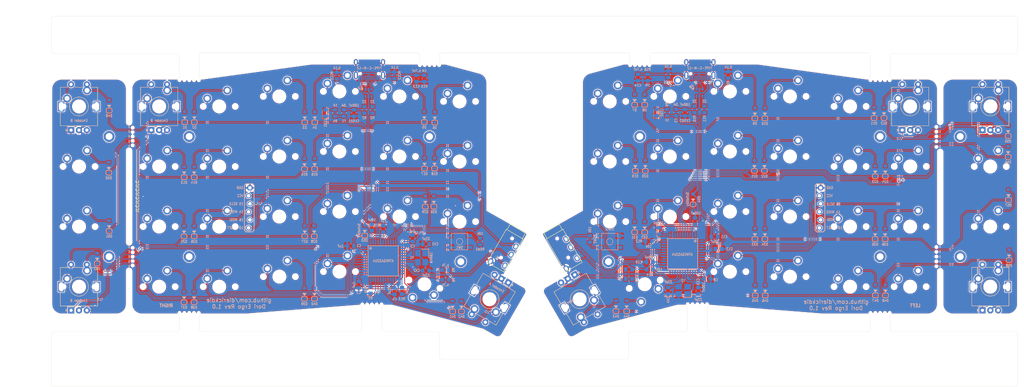
<source format=kicad_pcb>
(kicad_pcb (version 20171130) (host pcbnew "(5.1.4-0-10_14)")
  (layers (0 F.Cu signal) (31 B.Cu signal) (34 B.Paste user) (35 F.Paste user) (36 B.SilkS user) (37 F.SilkS user) (38 B.Mask user) (39 F.Mask user) (44 Edge.Cuts user))
  (net 0 "")
  (net 1 "Net-(D1-Pad2)")
  (net 2 "Net-(D2-Pad2)")
  (net 3 "Net-(D3-Pad2)")
  (net 4 "Net-(D4-Pad2)")
  (net 5 "Net-(D5-Pad2)")
  (net 6 "Net-(D6-Pad2)")
  (net 7 "Net-(D7-Pad2)")
  (net 8 "Net-(D8-Pad2)")
  (net 9 "Net-(D9-Pad2)")
  (net 10 "Net-(D10-Pad2)")
  (net 11 "Net-(D11-Pad2)")
  (net 12 "Net-(D12-Pad2)")
  (net 13 "Net-(D13-Pad2)")
  (net 14 "Net-(D14-Pad2)")
  (net 15 "Net-(D15-Pad2)")
  (net 16 "Net-(D16-Pad2)")
  (net 17 "Net-(D17-Pad2)")
  (net 18 "Net-(D18-Pad2)")
  (net 19 "Net-(D19-Pad2)")
  (net 20 "Net-(D20-Pad2)")
  (net 21 "Net-(D21-Pad2)")
  (net 22 "Net-(D22-Pad2)")
  (net 23 "Net-(D23-Pad2)")
  (net 24 "Net-(D24-Pad2)")
  (net 25 "Net-(D25-Pad2)")
  (net 26 "Net-(D26-Pad2)")
  (net 27 "Net-(D27-Pad2)")
  (net 28 "Net-(D28-Pad2)")
  (net 29 "Net-(D29-Pad2)")
  (net 30 "Net-(D30-Pad2)")
  (net 31 "Net-(D31-Pad2)")
  (net 32 "Net-(D32-Pad2)")
  (net 33 "Net-(D33-Pad2)")
  (net 34 "Net-(D34-Pad2)")
  (net 35 "Net-(D35-Pad2)")
  (net 36 "Net-(D36-Pad2)")
  (net 37 "Net-(D37-Pad2)")
  (net 38 "Net-(D38-Pad2)")
  (net 39 "Net-(D39-Pad2)")
  (net 40 "Net-(D40-Pad2)")
  (net 41 "Net-(D41-Pad2)")
  (net 42 "Net-(D42-Pad2)")
  (net 43 "Net-(D43-Pad2)")
  (net 44 "Net-(D44-Pad2)")
  (net 45 "Net-(D45-Pad2)")
  (net 46 "Net-(D46-Pad2)")
  (net 47 "Net-(D47-Pad2)")
  (net 48 "Net-(D48-Pad2)")
  (net 49 VCC)
  (net 50 "Net-(C6-Pad1)")
  (net 51 "Net-(R1-Pad2)")
  (net 52 "Net-(J1-PadB5)")
  (net 53 "Net-(J1-PadA5)")
  (net 54 "Net-(D49-Pad2)")
  (net 55 "Net-(D50-Pad2)")
  (net 56 "Net-(D51-Pad2)")
  (net 57 "Net-(D52-Pad2)")
  (net 58 GND)
  (net 59 "Net-(LED1-Pad2)")
  (net 60 "Net-(C12-Pad1)")
  (net 61 XTAL1a)
  (net 62 XTAL2a)
  (net 63 XTAL1b)
  (net 64 XTAL2b)
  (net 65 VBUSa)
  (net 66 ISP_RSTa)
  (net 67 SDAa)
  (net 68 SCLa)
  (net 69 SDAb)
  (net 70 SCLb)
  (net 71 "Net-(J5-PadB5)")
  (net 72 "Net-(J5-PadA5)")
  (net 73 ISP_RSTb)
  (net 74 "Net-(LED2-Pad2)")
  (net 75 "Net-(R12-Pad2)")
  (net 76 MOSIb)
  (net 77 VBUSb)
  (net 78 col5a)
  (net 79 col4a)
  (net 80 col3a)
  (net 81 row1a)
  (net 82 row0a)
  (net 83 col0a)
  (net 84 row3a)
  (net 85 row2a)
  (net 86 col2a)
  (net 87 col5b)
  (net 88 col4b)
  (net 89 col3b)
  (net 90 row1b)
  (net 91 row0b)
  (net 92 col1b)
  (net 93 col2b)
  (net 94 row2b)
  (net 95 row3b)
  (net 96 col1a)
  (net 97 col0b)
  (net 98 GNDA)
  (net 99 VDD)
  (net 100 HDETECT)
  (net 101 +5VA)
  (net 102 HDETECTb)
  (net 103 "Net-(D55-Pad2)")
  (net 104 "Net-(D56-Pad2)")
  (net 105 "Net-(D57-Pad2)")
  (net 106 "Net-(D58-Pad2)")
  (net 107 Enc1a)
  (net 108 Enc1b)
  (net 109 Enc3a)
  (net 110 Enc3b)
  (net 111 Enc0a)
  (net 112 Enc0b)
  (net 113 Enc2a)
  (net 114 Enc2b)
  (net 115 col6a)
  (net 116 col6b)
  (net 117 "Net-(C13-Pad1)")
  (net 118 "Net-(C14-Pad1)")
  (net 119 DBUSa-)
  (net 120 DBUSa+)
  (net 121 "Net-(R2-Pad2)")
  (net 122 Da-)
  (net 123 "Net-(R3-Pad2)")
  (net 124 Da+)
  (net 125 DBUSb-)
  (net 126 DBUSb+)
  (net 127 "Net-(R10-Pad2)")
  (net 128 Db-)
  (net 129 "Net-(R11-Pad2)")
  (net 130 Db+)
  (net 131 +5V)
  (module Keeb_footprints:MX100 (layer F.Cu) (at 288.10585 68.2752 180)
    (fp_text reference K20)
    (fp_text value KEYSW)
    (pad 1 thru_hole circle (at 3.7846 2.5527 90) (size 2.54 2.54) (drill 1.525) (layers *.Cu *.Mask) (net 92 col1b))
    (pad 2 thru_hole circle (at -2.5654 5.0927 180) (size 2.54 2.54) (drill 1.525) (layers *.Cu *.Mask) (net 20 "Net-(D20-Pad2)"))
    (pad "" np_thru_hole circle (at -5.1054 0.0127 180) (size 1.7018 1.7018) (drill 1.7018) (layers *.Cu *.Mask))
    (pad "" np_thru_hole circle (at 5.0546 0.0127 180) (size 1.7018 1.7018) (drill 1.7018) (layers *.Cu *.Mask))
    (pad "" np_thru_hole circle (at -0.0254 0.0127 180) (size 3.9878 3.9878) (drill 3.9878) (layers *.Cu *.Mask))
  )
  (module Keeb_footprints:MouseBite_IPC7351 (layer F.Cu) (at 372.665625 61.9125 90)
    (fp_text reference U15)
    (fp_text value HOLE)
    (pad "" np_thru_hole circle (at -3.302 0 90) (size 0.8 0.8) (drill 0.8) (layers *.Cu *.Mask))
    (pad "" np_thru_hole circle (at -1.524 0 90) (size 0.8 0.8) (drill 0.8) (layers *.Cu *.Mask))
    (pad "" np_thru_hole circle (at 3.048 0 90) (size 0.8 0.8) (drill 0.8) (layers *.Cu *.Mask))
    (pad "" np_thru_hole circle (at 1.524 0 90) (size 0.8 0.8) (drill 0.8) (layers *.Cu *.Mask))
    (pad "" np_thru_hole circle (at 0 0 90) (size 0.8 0.8) (drill 0.8) (layers *.Cu *.Mask))
  )
  (module Capacitor_SMD:C_0805_2012Metric_Pad1.15x1.40mm_HandSolder (layer B.Cu) (at 296.1 88.8 90)
    (fp_text reference C7 (at -2.54 0 270) (layer B.SilkS) (effects (font (size 0.8 0.7)) (justify mirror)))
    (fp_text value 100nF)
    (fp_text user %V (at 2.54 0.254 180) (layer B.SilkS) (effects (font (size 0.8 0.7)) (justify mirror)))
    (pad 2 smd roundrect (at 1.025 0 90) (size 1.15 1.4) (layers B.Cu B.Paste B.Mask) (roundrect_rratio 0.217391) (net 98 GNDA))
    (pad 1 smd roundrect (at -1.025 0 90) (size 1.15 1.4) (layers B.Cu B.Paste B.Mask) (roundrect_rratio 0.217391) (net 99 VDD))
  )
  (module Keeb_footprints:MX100 (layer F.Cu) (at 307.15585 104.7877 180)
    (fp_text reference K45)
    (fp_text value KEYSW)
    (pad 1 thru_hole circle (at 3.7846 2.5527 90) (size 2.54 2.54) (drill 1.525) (layers *.Cu *.Mask) (net 93 col2b))
    (pad 2 thru_hole circle (at -2.5654 5.0927 180) (size 2.54 2.54) (drill 1.525) (layers *.Cu *.Mask) (net 45 "Net-(D45-Pad2)"))
    (pad "" np_thru_hole circle (at -5.1054 0.0127 180) (size 1.7018 1.7018) (drill 1.7018) (layers *.Cu *.Mask))
    (pad "" np_thru_hole circle (at 5.0546 0.0127 180) (size 1.7018 1.7018) (drill 1.7018) (layers *.Cu *.Mask))
    (pad "" np_thru_hole circle (at -0.0254 0.0127 180) (size 3.9878 3.9878) (drill 3.9878) (layers *.Cu *.Mask))
  )
  (module Capacitor_SMD:C_0805_2012Metric_Pad1.15x1.40mm_HandSolder (layer B.Cu) (at 302.3 93.7)
    (fp_text reference C11 (at 3.048 -0.0254) (layer B.SilkS) (effects (font (size 0.8 0.7)) (justify mirror)))
    (fp_text value 10uF)
    (fp_text user %V (at 0 1.524) (layer B.SilkS) (effects (font (size 0.8 0.7)) (justify mirror)))
    (pad 2 smd roundrect (at 1.025 0) (size 1.15 1.4) (layers B.Cu B.Paste B.Mask) (roundrect_rratio 0.217391) (net 98 GNDA))
    (pad 1 smd roundrect (at -1.025 0) (size 1.15 1.4) (layers B.Cu B.Paste B.Mask) (roundrect_rratio 0.217391) (net 101 +5VA))
  )
  (module Keeb_footprints:MX100 (layer F.Cu) (at 326.20585 49.2252 180)
    (fp_text reference K10)
    (fp_text value KEYSW)
    (pad 1 thru_hole circle (at 3.7846 2.5527 90) (size 2.54 2.54) (drill 1.525) (layers *.Cu *.Mask) (net 89 col3b))
    (pad 2 thru_hole circle (at -2.5654 5.0927 180) (size 2.54 2.54) (drill 1.525) (layers *.Cu *.Mask) (net 10 "Net-(D10-Pad2)"))
    (pad "" np_thru_hole circle (at -5.1054 0.0127 180) (size 1.7018 1.7018) (drill 1.7018) (layers *.Cu *.Mask))
    (pad "" np_thru_hole circle (at 5.0546 0.0127 180) (size 1.7018 1.7018) (drill 1.7018) (layers *.Cu *.Mask))
    (pad "" np_thru_hole circle (at -0.0254 0.0127 180) (size 3.9878 3.9878) (drill 3.9878) (layers *.Cu *.Mask))
  )
  (module Keeb_footprints:MX100 (layer F.Cu) (at 364.35665 71.4248 180)
    (fp_text reference K24)
    (fp_text value KEYSW)
    (pad 1 thru_hole circle (at 3.7846 2.5527 90) (size 2.54 2.54) (drill 1.525) (layers *.Cu *.Mask) (net 87 col5b))
    (pad 2 thru_hole circle (at -2.5654 5.0927 180) (size 2.54 2.54) (drill 1.525) (layers *.Cu *.Mask) (net 24 "Net-(D24-Pad2)"))
    (pad "" np_thru_hole circle (at -5.1054 0.0127 180) (size 1.7018 1.7018) (drill 1.7018) (layers *.Cu *.Mask))
    (pad "" np_thru_hole circle (at 5.0546 0.0127 180) (size 1.7018 1.7018) (drill 1.7018) (layers *.Cu *.Mask))
    (pad "" np_thru_hole circle (at -0.0254 0.0127 180) (size 3.9878 3.9878) (drill 3.9878) (layers *.Cu *.Mask))
  )
  (module LED_SMD:LED_0805_2012Metric_Pad1.15x1.40mm_HandSolder (layer B.Cu) (at 283.95 54.3 90)
    (fp_text reference LED2 (at 0 1.65 90) (layer B.SilkS) (effects (font (size 0.8 0.7)) (justify mirror)))
    (fp_text value LED)
    (pad 2 smd roundrect (at 1.025 0 90) (size 1.15 1.4) (layers B.Cu B.Paste B.Mask) (roundrect_rratio 0.217391) (net 74 "Net-(LED2-Pad2)"))
    (pad 1 smd roundrect (at -1.025 0 90) (size 1.15 1.4) (layers B.Cu B.Paste B.Mask) (roundrect_rratio 0.217391) (net 98 GNDA))
  )
  (module Keeb_footprints:MouseBite_IPC7351 (layer F.Cu) (at 135.73125 44.053125)
    (fp_text reference U9)
    (fp_text value HOLE)
    (pad "" np_thru_hole circle (at -3.048 0) (size 0.8 0.8) (drill 0.8) (layers *.Cu *.Mask))
    (pad "" np_thru_hole circle (at -1.524 0) (size 0.8 0.8) (drill 0.8) (layers *.Cu *.Mask))
    (pad "" np_thru_hole circle (at 3.048 0) (size 0.8 0.8) (drill 0.8) (layers *.Cu *.Mask))
    (pad "" np_thru_hole circle (at 1.524 0) (size 0.8 0.8) (drill 0.8) (layers *.Cu *.Mask))
    (pad "" np_thru_hole circle (at 0 0) (size 0.8 0.8) (drill 0.8) (layers *.Cu *.Mask))
  )
  (module Keeb_footprints:MouseBite_IPC7351 (layer F.Cu) (at 135.73125 39.290625)
    (fp_text reference U18)
    (fp_text value HOLE)
    (pad "" np_thru_hole circle (at -2.54 0) (size 0.8 0.8) (drill 0.8) (layers *.Cu *.Mask))
    (pad "" np_thru_hole circle (at -1.27 0) (size 0.8 0.8) (drill 0.8) (layers *.Cu *.Mask))
    (pad "" np_thru_hole circle (at 2.54 0) (size 0.8 0.8) (drill 0.8) (layers *.Cu *.Mask))
    (pad "" np_thru_hole circle (at 1.27 0) (size 0.8 0.8) (drill 0.8) (layers *.Cu *.Mask))
    (pad "" np_thru_hole circle (at 0 0) (size 0.8 0.8) (drill 0.8) (layers *.Cu *.Mask))
  )
  (module Keeb_footprints:MouseBite_IPC7351 (layer F.Cu) (at 354.80625 39.290625)
    (fp_text reference U17)
    (fp_text value HOLE)
    (pad "" np_thru_hole circle (at -2.54 0) (size 0.8 0.8) (drill 0.8) (layers *.Cu *.Mask))
    (pad "" np_thru_hole circle (at -1.27 0) (size 0.8 0.8) (drill 0.8) (layers *.Cu *.Mask))
    (pad "" np_thru_hole circle (at 2.54 0) (size 0.8 0.8) (drill 0.8) (layers *.Cu *.Mask))
    (pad "" np_thru_hole circle (at 1.27 0) (size 0.8 0.8) (drill 0.8) (layers *.Cu *.Mask))
    (pad "" np_thru_hole circle (at 0 0) (size 0.8 0.8) (drill 0.8) (layers *.Cu *.Mask))
  )
  (module Keeb_footprints:D_SOD-123_modified (layer B.Cu) (at 106.55 100.55 90)
    (fp_text reference D52 (at -3.302 0 180) (layer B.SilkS) (effects (font (size 0.8 0.7)) (justify mirror)))
    (fp_text value D)
    (pad 2 smd roundrect (at 1.65 0 90) (size 1 1.2) (layers B.Cu B.Paste B.Mask) (net 57 "Net-(D52-Pad2)"))
    (pad 1 smd roundrect (at -1.65 0 90) (size 1 1.2) (layers B.Cu B.Paste B.Mask) (net 84 row3a))
  )
  (module Resistor_SMD:R_0805_2012Metric_Pad1.15x1.40mm_HandSolder (layer B.Cu) (at 227.95 95.15 90)
    (fp_text reference RSW1 (at -2.55 0 180) (layer B.SilkS) (effects (font (size 0.8 0.7)) (justify mirror)))
    (fp_text value 10k)
    (fp_text user %V (at 2.45 0 180) (layer B.SilkS) (effects (font (size 0.8 0.7)) (justify mirror)))
    (pad 2 smd roundrect (at 1.025 0 90) (size 1.15 1.4) (layers B.Cu B.Paste B.Mask) (roundrect_rratio 0.217391) (net 49 VCC))
    (pad 1 smd roundrect (at -1.025 0 90) (size 1.15 1.4) (layers B.Cu B.Paste B.Mask) (roundrect_rratio 0.217391) (net 66 ISP_RSTa))
  )
  (module Keeb_footprints:D_SOD-123_modified (layer B.Cu) (at 175.375 91.9 90)
    (fp_text reference D28 (at -3.302 0 180) (layer B.SilkS) (effects (font (size 0.8 0.7)) (justify mirror)))
    (fp_text value D)
    (pad 2 smd roundrect (at 1.65 0 90) (size 1 1.2) (layers B.Cu B.Paste B.Mask) (net 28 "Net-(D28-Pad2)"))
    (pad 1 smd roundrect (at -1.65 0 90) (size 1 1.2) (layers B.Cu B.Paste B.Mask) (net 85 row2a))
  )
  (module Keeb_footprints:MX100 (layer F.Cu) (at 183.33085 85.7377 180)
    (fp_text reference K28)
    (fp_text value KEYSW)
    (pad 1 thru_hole circle (at 3.7846 2.5527 90) (size 2.54 2.54) (drill 1.525) (layers *.Cu *.Mask) (net 80 col3a))
    (pad 2 thru_hole circle (at -2.5654 5.0927 180) (size 2.54 2.54) (drill 1.525) (layers *.Cu *.Mask) (net 28 "Net-(D28-Pad2)"))
    (pad "" np_thru_hole circle (at -5.1054 0.0127 180) (size 1.7018 1.7018) (drill 1.7018) (layers *.Cu *.Mask))
    (pad "" np_thru_hole circle (at 5.0546 0.0127 180) (size 1.7018 1.7018) (drill 1.7018) (layers *.Cu *.Mask))
    (pad "" np_thru_hole circle (at -0.0254 0.0127 180) (size 3.9878 3.9878) (drill 3.9878) (layers *.Cu *.Mask))
  )
  (module Keeb_footprints:MX100 (layer F.Cu) (at 202.38085 68.2752 180)
    (fp_text reference K17)
    (fp_text value KEYSW)
    (pad 1 thru_hole circle (at 3.7846 2.5527 90) (size 2.54 2.54) (drill 1.525) (layers *.Cu *.Mask) (net 79 col4a))
    (pad 2 thru_hole circle (at -2.5654 5.0927 180) (size 2.54 2.54) (drill 1.525) (layers *.Cu *.Mask) (net 17 "Net-(D17-Pad2)"))
    (pad "" np_thru_hole circle (at -5.1054 0.0127 180) (size 1.7018 1.7018) (drill 1.7018) (layers *.Cu *.Mask))
    (pad "" np_thru_hole circle (at 5.0546 0.0127 180) (size 1.7018 1.7018) (drill 1.7018) (layers *.Cu *.Mask))
    (pad "" np_thru_hole circle (at -0.0254 0.0127 180) (size 3.9878 3.9878) (drill 3.9878) (layers *.Cu *.Mask))
  )
  (module Resistor_SMD:R_0805_2012Metric_Pad1.15x1.40mm_HandSolder (layer B.Cu) (at 210.3 43.5 270)
    (fp_text reference R15 (at 2.5 0) (layer B.SilkS) (effects (font (size 0.8 0.7)) (justify mirror)))
    (fp_text value 1M)
    (fp_text user %V (at -2.4 0 180) (layer B.SilkS) (effects (font (size 0.8 0.7)) (justify mirror)))
    (pad 2 smd roundrect (at 1.025 0 270) (size 1.15 1.4) (layers B.Cu B.Paste B.Mask) (roundrect_rratio 0.217391) (net 58 GND))
    (pad 1 smd roundrect (at -1.025 0 270) (size 1.15 1.4) (layers B.Cu B.Paste B.Mask) (roundrect_rratio 0.217391) (net 117 "Net-(C13-Pad1)"))
  )
  (module Capacitor_SMD:C_0805_2012Metric_Pad1.15x1.40mm_HandSolder (layer B.Cu) (at 207.75 43.5 270)
    (fp_text reference C13 (at 2.5 0 180) (layer B.SilkS) (effects (font (size 0.8 0.7)) (justify mirror)))
    (fp_text value 4.7nF)
    (fp_text user %V (at -2.4 -0.05 180) (layer B.SilkS) (effects (font (size 0.8 0.7)) (justify mirror)))
    (pad 2 smd roundrect (at 1.025 0 270) (size 1.15 1.4) (layers B.Cu B.Paste B.Mask) (roundrect_rratio 0.217391) (net 58 GND))
    (pad 1 smd roundrect (at -1.025 0 270) (size 1.15 1.4) (layers B.Cu B.Paste B.Mask) (roundrect_rratio 0.217391) (net 117 "Net-(C13-Pad1)"))
  )
  (module Keeb_footprints:MX100 (layer F.Cu) (at 183.35625 104.775 180)
    (fp_text reference K40)
    (fp_text value KEYSW)
    (pad 1 thru_hole circle (at 3.7846 2.5527 90) (size 2.54 2.54) (drill 1.525) (layers *.Cu *.Mask) (net 80 col3a))
    (pad 2 thru_hole circle (at -2.5654 5.0927 180) (size 2.54 2.54) (drill 1.525) (layers *.Cu *.Mask) (net 40 "Net-(D40-Pad2)"))
    (pad "" np_thru_hole circle (at -5.1054 0.0127 180) (size 1.7018 1.7018) (drill 1.7018) (layers *.Cu *.Mask))
    (pad "" np_thru_hole circle (at 5.0546 0.0127 180) (size 1.7018 1.7018) (drill 1.7018) (layers *.Cu *.Mask))
    (pad "" np_thru_hole circle (at -0.0254 0.0127 180) (size 3.9878 3.9878) (drill 3.9878) (layers *.Cu *.Mask))
  )
  (module Keeb_footprints:MX100 (layer F.Cu) (at 164.28085 68.2752 180)
    (fp_text reference K15)
    (fp_text value KEYSW)
    (pad 1 thru_hole circle (at 3.7846 2.5527 90) (size 2.54 2.54) (drill 1.525) (layers *.Cu *.Mask) (net 86 col2a))
    (pad 2 thru_hole circle (at -2.5654 5.0927 180) (size 2.54 2.54) (drill 1.525) (layers *.Cu *.Mask) (net 15 "Net-(D15-Pad2)"))
    (pad "" np_thru_hole circle (at -5.1054 0.0127 180) (size 1.7018 1.7018) (drill 1.7018) (layers *.Cu *.Mask))
    (pad "" np_thru_hole circle (at 5.0546 0.0127 180) (size 1.7018 1.7018) (drill 1.7018) (layers *.Cu *.Mask))
    (pad "" np_thru_hole circle (at -0.0254 0.0127 180) (size 3.9878 3.9878) (drill 3.9878) (layers *.Cu *.Mask))
  )
  (module Crystal:Crystal_SMD_3225-4Pin_3.2x2.5mm_HandSoldering (layer B.Cu) (at 209.407 100.342 270)
    (fp_text reference Y1 (at 0.008 3.057 180) (layer B.SilkS) (effects (font (size 0.8 0.7)) (justify mirror)))
    (fp_text value 16MHz (at 0 -3.05 270) (layer B.SilkS) (effects (font (size 0.8 0.7)) (justify mirror)))
    (pad 4 smd rect (at -1.45 1.15 270) (size 2.1 1.8) (layers B.Cu B.Paste B.Mask) (net 58 GND))
    (pad 3 smd rect (at 1.45 1.15 270) (size 2.1 1.8) (layers B.Cu B.Paste B.Mask) (net 62 XTAL2a))
    (pad 2 smd rect (at 1.45 -1.15 270) (size 2.1 1.8) (layers B.Cu B.Paste B.Mask) (net 58 GND))
    (pad 1 smd rect (at -1.45 -1.15 270) (size 2.1 1.8) (layers B.Cu B.Paste B.Mask) (net 61 XTAL1a))
  )
  (module Keebio-Parts:RotaryEncoder_EC11 (layer F.Cu) (at 100.78085 52.4002 90)
    (fp_text reference SW4)
    (fp_text value Rotary_Encoder_Switch)
    (pad A thru_hole rect (at -7.5 -2.5 90) (size 2 2) (drill 1) (layers *.Cu *.Mask) (net 107 Enc1a))
    (pad C thru_hole circle (at -7.5 0 90) (size 2 2) (drill 1) (layers *.Cu *.Mask) (net 58 GND))
    (pad B thru_hole circle (at -7.5 2.5 90) (size 2 2) (drill 1) (layers *.Cu *.Mask) (net 108 Enc1b))
    (pad MP thru_hole rect (at 0 -5.6 90) (size 3.2 2) (drill oval 2.8 1.5) (layers *.Cu *.Mask))
    (pad MP thru_hole rect (at 0 5.6 90) (size 3.2 2) (drill oval 2.8 1.5) (layers *.Cu *.Mask))
    (pad S2 thru_hole circle (at 7 -2.5 90) (size 2 2) (drill 1) (layers *.Cu *.Mask) (net 115 col6a))
    (pad S1 thru_hole circle (at 7 2.5 90) (size 2 2) (drill 1) (layers *.Cu *.Mask) (net 54 "Net-(D49-Pad2)"))
  )
  (module Keeb_footprints:MX100 (layer F.Cu) (at 164.28085 49.2252 180)
    (fp_text reference K3)
    (fp_text value KEYSW)
    (pad 1 thru_hole circle (at 3.7846 2.5527 90) (size 2.54 2.54) (drill 1.525) (layers *.Cu *.Mask) (net 86 col2a))
    (pad 2 thru_hole circle (at -2.5654 5.0927 180) (size 2.54 2.54) (drill 1.525) (layers *.Cu *.Mask) (net 3 "Net-(D3-Pad2)"))
    (pad "" np_thru_hole circle (at -5.1054 0.0127 180) (size 1.7018 1.7018) (drill 1.7018) (layers *.Cu *.Mask))
    (pad "" np_thru_hole circle (at 5.0546 0.0127 180) (size 1.7018 1.7018) (drill 1.7018) (layers *.Cu *.Mask))
    (pad "" np_thru_hole circle (at -0.0254 0.0127 180) (size 3.9878 3.9878) (drill 3.9878) (layers *.Cu *.Mask))
  )
  (module Resistor_SMD:R_0805_2012Metric_Pad1.15x1.40mm_HandSolder (layer B.Cu) (at 191.26825 53.46825 90)
    (fp_text reference R2 (at -2.528998 0.027001 180) (layer B.SilkS) (effects (font (size 0.8 0.7)) (justify mirror)))
    (fp_text value 22)
    (fp_text user %V (at 2.551002 0 180) (layer B.SilkS) (effects (font (size 0.8 0.7)) (justify mirror)))
    (pad 2 smd roundrect (at 1.025 0 90) (size 1.15 1.4) (layers B.Cu B.Paste B.Mask) (roundrect_rratio 0.217391) (net 121 "Net-(R2-Pad2)"))
    (pad 1 smd roundrect (at -1.025 0 90) (size 1.15 1.4) (layers B.Cu B.Paste B.Mask) (roundrect_rratio 0.217391) (net 122 Da-))
  )
  (module Capacitor_SMD:C_0805_2012Metric_Pad1.15x1.40mm_HandSolder (layer B.Cu) (at 210.8 104.45)
    (fp_text reference CX2 (at -2.95 -0.05) (layer B.SilkS) (effects (font (size 0.8 0.7)) (justify mirror)))
    (fp_text value 22pF)
    (fp_text user %V (at 0 1.45) (layer B.SilkS) (effects (font (size 0.8 0.7)) (justify mirror)))
    (pad 2 smd roundrect (at 1.025 0) (size 1.15 1.4) (layers B.Cu B.Paste B.Mask) (roundrect_rratio 0.217391) (net 58 GND))
    (pad 1 smd roundrect (at -1.025 0) (size 1.15 1.4) (layers B.Cu B.Paste B.Mask) (roundrect_rratio 0.217391) (net 62 XTAL2a))
  )
  (module Capacitor_SMD:C_0805_2012Metric_Pad1.15x1.40mm_HandSolder (layer B.Cu) (at 189.5 108.9 270)
    (fp_text reference C2 (at 2.5 0.05 180) (layer B.SilkS) (effects (font (size 0.8 0.7)) (justify mirror)))
    (fp_text value .1uF)
    (fp_text user %V (at 0 1.575 270) (layer B.SilkS) (effects (font (size 0.8 0.7)) (justify mirror)))
    (pad 2 smd roundrect (at 1.025 0 270) (size 1.15 1.4) (layers B.Cu B.Paste B.Mask) (roundrect_rratio 0.217391) (net 58 GND))
    (pad 1 smd roundrect (at -1.025 0 270) (size 1.15 1.4) (layers B.Cu B.Paste B.Mask) (roundrect_rratio 0.217391) (net 49 VCC))
  )
  (module Resistor_SMD:R_0805_2012Metric_Pad1.15x1.40mm_HandSolder (layer B.Cu) (at 306.65 42.4 270)
    (fp_text reference RCC4 (at 3.175 0 90) (layer B.SilkS) (effects (font (size 0.8 0.7)) (justify mirror)))
    (fp_text value 5.1K)
    (fp_text user %V (at -2.413 0 180) (layer B.SilkS) (effects (font (size 0.8 0.7)) (justify mirror)))
    (pad 2 smd roundrect (at 1.025 0 270) (size 1.15 1.4) (layers B.Cu B.Paste B.Mask) (roundrect_rratio 0.217391) (net 71 "Net-(J5-PadB5)"))
    (pad 1 smd roundrect (at -1.025 0 270) (size 1.15 1.4) (layers B.Cu B.Paste B.Mask) (roundrect_rratio 0.217391) (net 98 GNDA))
  )
  (module Fuse:Fuse_0805_2012Metric_Pad1.15x1.40mm_HandSolder (layer B.Cu) (at 290.15 54.3 90)
    (fp_text reference F2 (at -2.54 0 270) (layer B.SilkS) (effects (font (size 0.8 0.7)) (justify mirror)))
    (fp_text value .5A)
    (fp_text user %V (at 2.54 0 180) (layer B.SilkS) (effects (font (size 0.8 0.7)) (justify mirror)))
    (pad 2 smd roundrect (at 1.025 0 90) (size 1.15 1.4) (layers B.Cu B.Paste B.Mask) (roundrect_rratio 0.217391) (net 77 VBUSb))
    (pad 1 smd roundrect (at -1.025 0 90) (size 1.15 1.4) (layers B.Cu B.Paste B.Mask) (roundrect_rratio 0.217391) (net 101 +5VA))
  )
  (module Fuse:Fuse_0805_2012Metric_Pad1.15x1.40mm_HandSolder (layer B.Cu) (at 184.793 54.4565 90)
    (fp_text reference F1 (at -2.5435 0) (layer B.SilkS) (effects (font (size 0.8 0.7)) (justify mirror)))
    (fp_text value .5A)
    (fp_text user %V (at 2.4065 0.057 180) (layer B.SilkS) (effects (font (size 0.8 0.7)) (justify mirror)))
    (pad 2 smd roundrect (at 1.025 0 90) (size 1.15 1.4) (layers B.Cu B.Paste B.Mask) (roundrect_rratio 0.217391) (net 65 VBUSa))
    (pad 1 smd roundrect (at -1.025 0 90) (size 1.15 1.4) (layers B.Cu B.Paste B.Mask) (roundrect_rratio 0.217391) (net 131 +5V))
  )
  (module Resistor_SMD:R_0805_2012Metric_Pad1.15x1.40mm_HandSolder (layer B.Cu) (at 281.1 43.2 270)
    (fp_text reference R16 (at -2.54 0 180) (layer B.SilkS) (effects (font (size 0.8 0.7)) (justify mirror)))
    (fp_text value 1M)
    (fp_text user %V (at 2.413 0 180) (layer B.SilkS) (effects (font (size 0.8 0.7)) (justify mirror)))
    (pad 2 smd roundrect (at 1.025 0 270) (size 1.15 1.4) (layers B.Cu B.Paste B.Mask) (roundrect_rratio 0.217391) (net 98 GNDA))
    (pad 1 smd roundrect (at -1.025 0 270) (size 1.15 1.4) (layers B.Cu B.Paste B.Mask) (roundrect_rratio 0.217391) (net 118 "Net-(C14-Pad1)"))
  )
  (module Capacitor_SMD:C_0805_2012Metric_Pad1.15x1.40mm_HandSolder (layer B.Cu) (at 292.95 54.35 90)
    (fp_text reference CESD2 (at -2.54 -0.0254 180) (layer B.SilkS) (effects (font (size 0.8 0.7)) (justify mirror)))
    (fp_text value 100nF)
    (fp_text user %V (at 2.54 0 180) (layer B.SilkS) (effects (font (size 0.8 0.7)) (justify mirror)))
    (pad 2 smd roundrect (at 1.025 0 90) (size 1.15 1.4) (layers B.Cu B.Paste B.Mask) (roundrect_rratio 0.217391) (net 77 VBUSb))
    (pad 1 smd roundrect (at -1.025 0 90) (size 1.15 1.4) (layers B.Cu B.Paste B.Mask) (roundrect_rratio 0.217391) (net 98 GNDA))
  )
  (module Capacitor_SMD:C_0805_2012Metric_Pad1.15x1.40mm_HandSolder (layer B.Cu) (at 187.968 54.4565 90)
    (fp_text reference CESD1 (at -2.5935 -0.018) (layer B.SilkS) (effects (font (size 0.8 0.7)) (justify mirror)))
    (fp_text value 100nF)
    (fp_text user %V (at 2.413 0 180) (layer B.SilkS) (effects (font (size 0.8 0.7)) (justify mirror)))
    (pad 2 smd roundrect (at 1.025 0 90) (size 1.15 1.4) (layers B.Cu B.Paste B.Mask) (roundrect_rratio 0.217391) (net 65 VBUSa))
    (pad 1 smd roundrect (at -1.025 0 90) (size 1.15 1.4) (layers B.Cu B.Paste B.Mask) (roundrect_rratio 0.217391) (net 58 GND))
  )
  (module Capacitor_SMD:C_0805_2012Metric_Pad1.15x1.40mm_HandSolder (layer B.Cu) (at 278 43.2 270)
    (fp_text reference C14 (at 2.46 0 180) (layer B.SilkS) (effects (font (size 0.8 0.7)) (justify mirror)))
    (fp_text value 4.7nF)
    (fp_text user %V (at -2.54 -0.02 180) (layer B.SilkS) (effects (font (size 0.8 0.7)) (justify mirror)))
    (pad 2 smd roundrect (at 1.025 0 270) (size 1.15 1.4) (layers B.Cu B.Paste B.Mask) (roundrect_rratio 0.217391) (net 98 GNDA))
    (pad 1 smd roundrect (at -1.025 0 270) (size 1.15 1.4) (layers B.Cu B.Paste B.Mask) (roundrect_rratio 0.217391) (net 118 "Net-(C14-Pad1)"))
  )
  (module Keeb_footprints:MX100 (layer F.Cu) (at 100.78085 90.5002 180)
    (fp_text reference K51)
    (fp_text value KEYSW)
    (pad 1 thru_hole circle (at 3.7846 2.5527 90) (size 2.54 2.54) (drill 1.525) (layers *.Cu *.Mask) (net 115 col6a))
    (pad 2 thru_hole circle (at -2.5654 5.0927 180) (size 2.54 2.54) (drill 1.525) (layers *.Cu *.Mask) (net 56 "Net-(D51-Pad2)"))
    (pad "" np_thru_hole circle (at -5.1054 0.0127 180) (size 1.7018 1.7018) (drill 1.7018) (layers *.Cu *.Mask))
    (pad "" np_thru_hole circle (at 5.0546 0.0127 180) (size 1.7018 1.7018) (drill 1.7018) (layers *.Cu *.Mask))
    (pad "" np_thru_hole circle (at -0.0254 0.0127 180) (size 3.9878 3.9878) (drill 3.9878) (layers *.Cu *.Mask))
  )
  (module Keeb_footprints:MX100 (layer F.Cu) (at 288.10585 87.3252 180)
    (fp_text reference K32)
    (fp_text value KEYSW)
    (pad 1 thru_hole circle (at 3.7846 2.5527 90) (size 2.54 2.54) (drill 1.525) (layers *.Cu *.Mask) (net 92 col1b))
    (pad 2 thru_hole circle (at -2.5654 5.0927 180) (size 2.54 2.54) (drill 1.525) (layers *.Cu *.Mask) (net 32 "Net-(D32-Pad2)"))
    (pad "" np_thru_hole circle (at -5.1054 0.0127 180) (size 1.7018 1.7018) (drill 1.7018) (layers *.Cu *.Mask))
    (pad "" np_thru_hole circle (at 5.0546 0.0127 180) (size 1.7018 1.7018) (drill 1.7018) (layers *.Cu *.Mask))
    (pad "" np_thru_hole circle (at -0.0254 0.0127 180) (size 3.9878 3.9878) (drill 3.9878) (layers *.Cu *.Mask))
  )
  (module Keeb_footprints:MX100 (layer F.Cu) (at 269.05585 88.9127 180)
    (fp_text reference K31)
    (fp_text value KEYSW)
    (pad 1 thru_hole circle (at 3.7846 2.5527 90) (size 2.54 2.54) (drill 1.525) (layers *.Cu *.Mask) (net 97 col0b))
    (pad 2 thru_hole circle (at -2.5654 5.0927 180) (size 2.54 2.54) (drill 1.525) (layers *.Cu *.Mask) (net 31 "Net-(D31-Pad2)"))
    (pad "" np_thru_hole circle (at -5.1054 0.0127 180) (size 1.7018 1.7018) (drill 1.7018) (layers *.Cu *.Mask))
    (pad "" np_thru_hole circle (at 5.0546 0.0127 180) (size 1.7018 1.7018) (drill 1.7018) (layers *.Cu *.Mask))
    (pad "" np_thru_hole circle (at -0.0254 0.0127 180) (size 3.9878 3.9878) (drill 3.9878) (layers *.Cu *.Mask))
  )
  (module Keeb_footprints:MX100 (layer F.Cu) (at 221.43085 69.8627 180)
    (fp_text reference K18)
    (fp_text value KEYSW)
    (pad 1 thru_hole circle (at 3.7846 2.5527 90) (size 2.54 2.54) (drill 1.525) (layers *.Cu *.Mask) (net 78 col5a))
    (pad 2 thru_hole circle (at -2.5654 5.0927 180) (size 2.54 2.54) (drill 1.525) (layers *.Cu *.Mask) (net 18 "Net-(D18-Pad2)"))
    (pad "" np_thru_hole circle (at -5.1054 0.0127 180) (size 1.7018 1.7018) (drill 1.7018) (layers *.Cu *.Mask))
    (pad "" np_thru_hole circle (at 5.0546 0.0127 180) (size 1.7018 1.7018) (drill 1.7018) (layers *.Cu *.Mask))
    (pad "" np_thru_hole circle (at -0.0254 0.0127 180) (size 3.9878 3.9878) (drill 3.9878) (layers *.Cu *.Mask))
  )
  (module Keeb_footprints:MX100 (layer F.Cu) (at 389.75665 52.3748 180)
    (fp_text reference K53)
    (fp_text value KEYSW)
    (pad 1 thru_hole circle (at 3.7846 2.5527 90) (size 2.54 2.54) (drill 1.525) (layers *.Cu *.Mask) (net 116 col6b))
    (pad 2 thru_hole circle (at -2.5654 5.0927 180) (size 2.54 2.54) (drill 1.525) (layers *.Cu *.Mask) (net 103 "Net-(D55-Pad2)"))
    (pad "" np_thru_hole circle (at -5.1054 0.0127 180) (size 1.7018 1.7018) (drill 1.7018) (layers *.Cu *.Mask))
    (pad "" np_thru_hole circle (at 5.0546 0.0127 180) (size 1.7018 1.7018) (drill 1.7018) (layers *.Cu *.Mask))
    (pad "" np_thru_hole circle (at -0.0254 0.0127 180) (size 3.9878 3.9878) (drill 3.9878) (layers *.Cu *.Mask))
  )
  (module Keeb_footprints:MX100 (layer F.Cu) (at 389.70585 71.4502 180)
    (fp_text reference K54)
    (fp_text value KEYSW)
    (pad 1 thru_hole circle (at 3.7846 2.5527 90) (size 2.54 2.54) (drill 1.525) (layers *.Cu *.Mask) (net 116 col6b))
    (pad 2 thru_hole circle (at -2.5654 5.0927 180) (size 2.54 2.54) (drill 1.525) (layers *.Cu *.Mask) (net 104 "Net-(D56-Pad2)"))
    (pad "" np_thru_hole circle (at -5.1054 0.0127 180) (size 1.7018 1.7018) (drill 1.7018) (layers *.Cu *.Mask))
    (pad "" np_thru_hole circle (at 5.0546 0.0127 180) (size 1.7018 1.7018) (drill 1.7018) (layers *.Cu *.Mask))
    (pad "" np_thru_hole circle (at -0.0254 0.0127 180) (size 3.9878 3.9878) (drill 3.9878) (layers *.Cu *.Mask))
  )
  (module random-keyboard-parts:Generic-Mounthole (layer F.Cu) (at 380.20625 100.0125)
    (fp_text reference H12)
    (fp_text value MountingHole)
    (pad 1 thru_hole circle (at 0 0) (size 3.5 3.5) (drill 2.2) (layers *.Cu *.Mask))
  )
  (module random-keyboard-parts:Generic-Mounthole (layer F.Cu) (at 380.20625 61.9125)
    (fp_text reference H11)
    (fp_text value MountingHole)
    (pad 1 thru_hole circle (at 0 0) (size 3.5 3.5) (drill 2.2) (layers *.Cu *.Mask))
  )
  (module Keeb_footprints:MouseBite_IPC7351 (layer F.Cu) (at 372.665625 100.0125 90)
    (fp_text reference U16)
    (fp_text value HOLE)
    (pad "" np_thru_hole circle (at -3.048 0 90) (size 0.8 0.8) (drill 0.8) (layers *.Cu *.Mask))
    (pad "" np_thru_hole circle (at -1.524 0 90) (size 0.8 0.8) (drill 0.8) (layers *.Cu *.Mask))
    (pad "" np_thru_hole circle (at 3.048 0 90) (size 0.8 0.8) (drill 0.8) (layers *.Cu *.Mask))
    (pad "" np_thru_hole circle (at 1.524 0 90) (size 0.8 0.8) (drill 0.8) (layers *.Cu *.Mask))
    (pad "" np_thru_hole circle (at 0 0 90) (size 0.8 0.8) (drill 0.8) (layers *.Cu *.Mask))
  )
  (module Keebio-Parts:RotaryEncoder_EC11 (layer F.Cu) (at 364.33125 52.3875 90)
    (fp_text reference SW7)
    (fp_text value Rotary_Encoder_Switch)
    (pad A thru_hole rect (at -7.5 -2.5 90) (size 2 2) (drill 1) (layers *.Cu *.Mask) (net 109 Enc3a))
    (pad C thru_hole circle (at -7.5 0 90) (size 2 2) (drill 1) (layers *.Cu *.Mask) (net 98 GNDA))
    (pad B thru_hole circle (at -7.5 2.5 90) (size 2 2) (drill 1) (layers *.Cu *.Mask) (net 110 Enc3b))
    (pad MP thru_hole rect (at 0 -5.6 90) (size 3.2 2) (drill oval 2.8 1.5) (layers *.Cu *.Mask))
    (pad MP thru_hole rect (at 0 5.6 90) (size 3.2 2) (drill oval 2.8 1.5) (layers *.Cu *.Mask))
    (pad S2 thru_hole circle (at 7 -2.5 90) (size 2 2) (drill 1) (layers *.Cu *.Mask) (net 87 col5b))
    (pad S1 thru_hole circle (at 7 2.5 90) (size 2 2) (drill 1) (layers *.Cu *.Mask) (net 12 "Net-(D12-Pad2)"))
  )
  (module Keebio-Parts:RotaryEncoder_EC11 (layer F.Cu) (at 389.75665 109.5248 90)
    (fp_text reference SW6)
    (fp_text value Rotary_Encoder_Switch)
    (pad A thru_hole rect (at -7.5 -2.5 90) (size 2 2) (drill 1) (layers *.Cu *.Mask) (net 109 Enc3a))
    (pad C thru_hole circle (at -7.5 0 90) (size 2 2) (drill 1) (layers *.Cu *.Mask) (net 98 GNDA))
    (pad B thru_hole circle (at -7.5 2.5 90) (size 2 2) (drill 1) (layers *.Cu *.Mask) (net 110 Enc3b))
    (pad MP thru_hole rect (at 0 -5.6 90) (size 3.2 2) (drill oval 2.8 1.5) (layers *.Cu *.Mask))
    (pad MP thru_hole rect (at 0 5.6 90) (size 3.2 2) (drill oval 2.8 1.5) (layers *.Cu *.Mask))
    (pad S2 thru_hole circle (at 7 -2.5 90) (size 2 2) (drill 1) (layers *.Cu *.Mask) (net 116 col6b))
    (pad S1 thru_hole circle (at 7 2.5 90) (size 2 2) (drill 1) (layers *.Cu *.Mask) (net 106 "Net-(D58-Pad2)"))
  )
  (module Keebio-Parts:RotaryEncoder_EC11 (layer F.Cu) (at 389.75665 52.3748 90)
    (fp_text reference SW5)
    (fp_text value Rotary_Encoder_Switch)
    (pad A thru_hole rect (at -7.5 -2.5 90) (size 2 2) (drill 1) (layers *.Cu *.Mask) (net 109 Enc3a))
    (pad C thru_hole circle (at -7.5 0 90) (size 2 2) (drill 1) (layers *.Cu *.Mask) (net 98 GNDA))
    (pad B thru_hole circle (at -7.5 2.5 90) (size 2 2) (drill 1) (layers *.Cu *.Mask) (net 110 Enc3b))
    (pad MP thru_hole rect (at 0 -5.6 90) (size 3.2 2) (drill oval 2.8 1.5) (layers *.Cu *.Mask))
    (pad MP thru_hole rect (at 0 5.6 90) (size 3.2 2) (drill oval 2.8 1.5) (layers *.Cu *.Mask))
    (pad S2 thru_hole circle (at 7 -2.5 90) (size 2 2) (drill 1) (layers *.Cu *.Mask) (net 116 col6b))
    (pad S1 thru_hole circle (at 7 2.5 90) (size 2 2) (drill 1) (layers *.Cu *.Mask) (net 103 "Net-(D55-Pad2)"))
  )
  (module Keeb_footprints:MX100 (layer F.Cu) (at 389.70585 109.5502 180)
    (fp_text reference K56)
    (fp_text value KEYSW)
    (pad 1 thru_hole circle (at 3.7846 2.5527 90) (size 2.54 2.54) (drill 1.525) (layers *.Cu *.Mask) (net 116 col6b))
    (pad 2 thru_hole circle (at -2.5654 5.0927 180) (size 2.54 2.54) (drill 1.525) (layers *.Cu *.Mask) (net 106 "Net-(D58-Pad2)"))
    (pad "" np_thru_hole circle (at -5.1054 0.0127 180) (size 1.7018 1.7018) (drill 1.7018) (layers *.Cu *.Mask))
    (pad "" np_thru_hole circle (at 5.0546 0.0127 180) (size 1.7018 1.7018) (drill 1.7018) (layers *.Cu *.Mask))
    (pad "" np_thru_hole circle (at -0.0254 0.0127 180) (size 3.9878 3.9878) (drill 3.9878) (layers *.Cu *.Mask))
  )
  (module Keeb_footprints:MX100 (layer F.Cu) (at 389.70585 90.5002 180)
    (fp_text reference K55)
    (fp_text value KEYSW)
    (pad 1 thru_hole circle (at 3.7846 2.5527 90) (size 2.54 2.54) (drill 1.525) (layers *.Cu *.Mask) (net 116 col6b))
    (pad 2 thru_hole circle (at -2.5654 5.0927 180) (size 2.54 2.54) (drill 1.525) (layers *.Cu *.Mask) (net 105 "Net-(D57-Pad2)"))
    (pad "" np_thru_hole circle (at -5.1054 0.0127 180) (size 1.7018 1.7018) (drill 1.7018) (layers *.Cu *.Mask))
    (pad "" np_thru_hole circle (at 5.0546 0.0127 180) (size 1.7018 1.7018) (drill 1.7018) (layers *.Cu *.Mask))
    (pad "" np_thru_hole circle (at -0.0254 0.0127 180) (size 3.9878 3.9878) (drill 3.9878) (layers *.Cu *.Mask))
  )
  (module Keeb_footprints:D_SOD-123_modified (layer B.Cu) (at 395.7 99.5 90)
    (fp_text reference D58 (at -3.302 0 180) (layer B.SilkS) (effects (font (size 0.8 0.7)) (justify mirror)))
    (fp_text value D)
    (pad 2 smd roundrect (at 1.65 0 90) (size 1 1.2) (layers B.Cu B.Paste B.Mask) (net 106 "Net-(D58-Pad2)"))
    (pad 1 smd roundrect (at -1.65 0 90) (size 1 1.2) (layers B.Cu B.Paste B.Mask) (net 95 row3b))
  )
  (module Keeb_footprints:D_SOD-123_modified (layer B.Cu) (at 395.5 80.4 90)
    (fp_text reference D57 (at -3.302 0 180) (layer B.SilkS) (effects (font (size 0.8 0.7)) (justify mirror)))
    (fp_text value D)
    (pad 2 smd roundrect (at 1.65 0 90) (size 1 1.2) (layers B.Cu B.Paste B.Mask) (net 105 "Net-(D57-Pad2)"))
    (pad 1 smd roundrect (at -1.65 0 90) (size 1 1.2) (layers B.Cu B.Paste B.Mask) (net 94 row2b))
  )
  (module Keeb_footprints:D_SOD-123_modified (layer B.Cu) (at 395.4 66.75 90)
    (fp_text reference D56 (at -3.302 0) (layer B.SilkS) (effects (font (size 0.8 0.7)) (justify mirror)))
    (fp_text value D)
    (pad 2 smd roundrect (at 1.65 0 90) (size 1 1.2) (layers B.Cu B.Paste B.Mask) (net 104 "Net-(D56-Pad2)"))
    (pad 1 smd roundrect (at -1.65 0 90) (size 1 1.2) (layers B.Cu B.Paste B.Mask) (net 90 row1b))
  )
  (module Keeb_footprints:D_SOD-123_modified (layer B.Cu) (at 395.4 60.1 90)
    (fp_text reference D55 (at -3.302 0 180) (layer B.SilkS) (effects (font (size 0.8 0.7)) (justify mirror)))
    (fp_text value D)
    (pad 2 smd roundrect (at 1.65 0 90) (size 1 1.2) (layers B.Cu B.Paste B.Mask) (net 103 "Net-(D55-Pad2)"))
    (pad 1 smd roundrect (at -1.65 0 90) (size 1 1.2) (layers B.Cu B.Paste B.Mask) (net 91 row0b))
  )
  (module Capacitor_SMD:C_0805_2012Metric_Pad1.15x1.40mm_HandSolder (layer B.Cu) (at 300 107.1)
    (fp_text reference C8 (at 2.667 0.254) (layer B.SilkS) (effects (font (size 0.8 0.7)) (justify mirror)))
    (fp_text value 100nF)
    (fp_text user %V (at -1.143 2.667 270) (layer B.SilkS) (effects (font (size 0.8 0.7)) (justify mirror)))
    (pad 2 smd roundrect (at 1.025 0) (size 1.15 1.4) (layers B.Cu B.Paste B.Mask) (roundrect_rratio 0.217391) (net 98 GNDA))
    (pad 1 smd roundrect (at -1.025 0) (size 1.15 1.4) (layers B.Cu B.Paste B.Mask) (roundrect_rratio 0.217391) (net 99 VDD))
  )
  (module Resistor_SMD:R_0805_2012Metric_Pad1.15x1.40mm_HandSolder (layer B.Cu) (at 281.8 104.05)
    (fp_text reference R14 (at 0 1.65) (layer B.SilkS) (effects (font (size 0.8 0.7)) (justify mirror)))
    (fp_text value 10K)
    (fp_text user %V (at 2.921 0) (layer B.SilkS) (effects (font (size 0.8 0.7)) (justify mirror)))
    (pad 2 smd roundrect (at 1.025 0) (size 1.15 1.4) (layers B.Cu B.Paste B.Mask) (roundrect_rratio 0.217391) (net 102 HDETECTb))
    (pad 1 smd roundrect (at -1.025 0) (size 1.15 1.4) (layers B.Cu B.Paste B.Mask) (roundrect_rratio 0.217391) (net 99 VDD))
  )
  (module Keeb_footprints:MouseBite_IPC7351 (layer F.Cu) (at 278.60625 39.290625)
    (fp_text reference U14)
    (fp_text value HOLE)
    (pad "" np_thru_hole circle (at -3.048 0) (size 0.8 0.8) (drill 0.8) (layers *.Cu *.Mask))
    (pad "" np_thru_hole circle (at -1.524 0) (size 0.8 0.8) (drill 0.8) (layers *.Cu *.Mask))
    (pad "" np_thru_hole circle (at 3.048 0) (size 0.8 0.8) (drill 0.8) (layers *.Cu *.Mask))
    (pad "" np_thru_hole circle (at 1.524 0) (size 0.8 0.8) (drill 0.8) (layers *.Cu *.Mask))
    (pad "" np_thru_hole circle (at 0 0) (size 0.8 0.8) (drill 0.8) (layers *.Cu *.Mask))
  )
  (module Keeb_footprints:MouseBite_IPC7351 (layer F.Cu) (at 354.80625 44.053125)
    (fp_text reference U13)
    (fp_text value HOLE)
    (pad "" np_thru_hole circle (at -3.048 0) (size 0.8 0.8) (drill 0.8) (layers *.Cu *.Mask))
    (pad "" np_thru_hole circle (at -1.524 0) (size 0.8 0.8) (drill 0.8) (layers *.Cu *.Mask))
    (pad "" np_thru_hole circle (at 3.048 0) (size 0.8 0.8) (drill 0.8) (layers *.Cu *.Mask))
    (pad "" np_thru_hole circle (at 1.524 0) (size 0.8 0.8) (drill 0.8) (layers *.Cu *.Mask))
    (pad "" np_thru_hole circle (at 0 0) (size 0.8 0.8) (drill 0.8) (layers *.Cu *.Mask))
  )
  (module Keeb_footprints:MouseBite_IPC7351 (layer F.Cu) (at 211.93125 39.290625)
    (fp_text reference U2)
    (fp_text value HOLE)
    (pad "" np_thru_hole circle (at -3.048 0) (size 0.8 0.8) (drill 0.8) (layers *.Cu *.Mask))
    (pad "" np_thru_hole circle (at -1.524 0) (size 0.8 0.8) (drill 0.8) (layers *.Cu *.Mask))
    (pad "" np_thru_hole circle (at 3.048 0) (size 0.8 0.8) (drill 0.8) (layers *.Cu *.Mask))
    (pad "" np_thru_hole circle (at 1.524 0) (size 0.8 0.8) (drill 0.8) (layers *.Cu *.Mask))
    (pad "" np_thru_hole circle (at 0 0) (size 0.8 0.8) (drill 0.8) (layers *.Cu *.Mask))
  )
  (module Keeb_footprints:D_SOD-123_modified (layer B.Cu) (at 295.5 81.8 90)
    (fp_text reference D54 (at 0 1.905 270) (layer B.SilkS) (effects (font (size 0.8 0.7)) (justify mirror)))
    (fp_text value Schottky (at 0 -1.778 90) (layer B.SilkS) (effects (font (size 0.8 0.7)) (justify mirror)))
    (pad 2 smd roundrect (at 1.65 0 90) (size 1 1.2) (layers B.Cu B.Paste B.Mask) (net 101 +5VA))
    (pad 1 smd roundrect (at -1.65 0 90) (size 1 1.2) (layers B.Cu B.Paste B.Mask) (net 99 VDD))
  )
  (module Keeb_footprints:D_SOD-123_modified (layer B.Cu) (at 191.4 91.7 90)
    (fp_text reference D53 (at -3.15 -0.05) (layer B.SilkS) (effects (font (size 0.8 0.7)) (justify mirror)))
    (fp_text value Schottky (at 0.025 -1.825 270) (layer B.SilkS) (effects (font (size 0.8 0.7)) (justify mirror)))
    (pad 2 smd roundrect (at 1.65 0 90) (size 1 1.2) (layers B.Cu B.Paste B.Mask) (net 131 +5V))
    (pad 1 smd roundrect (at -1.65 0 90) (size 1 1.2) (layers B.Cu B.Paste B.Mask) (net 49 VCC))
  )
  (module Resistor_SMD:R_0805_2012Metric_Pad1.15x1.40mm_HandSolder (layer B.Cu) (at 203.2 110.9 90)
    (fp_text reference R13 (at -2.5 0 180) (layer B.SilkS) (effects (font (size 0.8 0.7)) (justify mirror)))
    (fp_text value 10K)
    (fp_text user %V (at 0 1.6 270) (layer B.SilkS) (effects (font (size 0.8 0.7)) (justify mirror)))
    (pad 2 smd roundrect (at 1.025 0 90) (size 1.15 1.4) (layers B.Cu B.Paste B.Mask) (roundrect_rratio 0.217391) (net 100 HDETECT))
    (pad 1 smd roundrect (at -1.025 0 90) (size 1.15 1.4) (layers B.Cu B.Paste B.Mask) (roundrect_rratio 0.217391) (net 49 VCC))
  )
  (module Resistor_SMD:R_0805_2012Metric_Pad1.15x1.40mm_HandSolder (layer B.Cu) (at 217 104.2)
    (fp_text reference R5 (at 2.54 0 -270) (layer B.SilkS) (effects (font (size 0.8 0.7)) (justify mirror)))
    (fp_text value 4.7k)
    (fp_text user %V (at 0 -1.45) (layer B.SilkS) (effects (font (size 0.8 0.7)) (justify mirror)))
    (pad 2 smd roundrect (at 1.025 0) (size 1.15 1.4) (layers B.Cu B.Paste B.Mask) (roundrect_rratio 0.217391) (net 68 SCLa))
    (pad 1 smd roundrect (at -1.025 0) (size 1.15 1.4) (layers B.Cu B.Paste B.Mask) (roundrect_rratio 0.217391) (net 49 VCC))
  )
  (module Keeb_footprints:MX100 (layer F.Cu) (at 326.20585 106.3752 180)
    (fp_text reference K46)
    (fp_text value KEYSW)
    (pad 1 thru_hole circle (at 3.7846 2.5527 90) (size 2.54 2.54) (drill 1.525) (layers *.Cu *.Mask) (net 89 col3b))
    (pad 2 thru_hole circle (at -2.5654 5.0927 180) (size 2.54 2.54) (drill 1.525) (layers *.Cu *.Mask) (net 46 "Net-(D46-Pad2)"))
    (pad "" np_thru_hole circle (at -5.1054 0.0127 180) (size 1.7018 1.7018) (drill 1.7018) (layers *.Cu *.Mask))
    (pad "" np_thru_hole circle (at 5.0546 0.0127 180) (size 1.7018 1.7018) (drill 1.7018) (layers *.Cu *.Mask))
    (pad "" np_thru_hole circle (at -0.0254 0.0127 180) (size 3.9878 3.9878) (drill 3.9878) (layers *.Cu *.Mask))
  )
  (module Keeb_footprints:MouseBite_IPC7351 (layer F.Cu) (at 193.675 115.189)
    (fp_text reference U7)
    (fp_text value HOLE)
    (pad "" np_thru_hole circle (at -3.048 0) (size 0.8 0.8) (drill 0.8) (layers *.Cu *.Mask))
    (pad "" np_thru_hole circle (at -1.524 0) (size 0.8 0.8) (drill 0.8) (layers *.Cu *.Mask))
    (pad "" np_thru_hole circle (at 3.048 0) (size 0.8 0.8) (drill 0.8) (layers *.Cu *.Mask))
    (pad "" np_thru_hole circle (at 1.524 0) (size 0.8 0.8) (drill 0.8) (layers *.Cu *.Mask))
    (pad "" np_thru_hole circle (at 0 0) (size 0.8 0.8) (drill 0.8) (layers *.Cu *.Mask))
  )
  (module Keeb_footprints:MouseBite_IPC7351 (layer F.Cu) (at 135.73125 117.871875)
    (fp_text reference U6)
    (fp_text value HOLE)
    (pad "" np_thru_hole circle (at -3.048 0) (size 0.8 0.8) (drill 0.8) (layers *.Cu *.Mask))
    (pad "" np_thru_hole circle (at -1.524 0) (size 0.8 0.8) (drill 0.8) (layers *.Cu *.Mask))
    (pad "" np_thru_hole circle (at 3.048 0) (size 0.8 0.8) (drill 0.8) (layers *.Cu *.Mask))
    (pad "" np_thru_hole circle (at 1.524 0) (size 0.8 0.8) (drill 0.8) (layers *.Cu *.Mask))
    (pad "" np_thru_hole circle (at 0 0) (size 0.8 0.8) (drill 0.8) (layers *.Cu *.Mask))
  )
  (module Keeb_footprints:MouseBite_IPC7351 (layer F.Cu) (at 296.8625 115.09375)
    (fp_text reference U10)
    (fp_text value HOLE)
    (pad "" np_thru_hole circle (at -3.048 0) (size 0.8 0.8) (drill 0.8) (layers *.Cu *.Mask))
    (pad "" np_thru_hole circle (at -1.524 0) (size 0.8 0.8) (drill 0.8) (layers *.Cu *.Mask))
    (pad "" np_thru_hole circle (at 3.048 0) (size 0.8 0.8) (drill 0.8) (layers *.Cu *.Mask))
    (pad "" np_thru_hole circle (at 1.524 0) (size 0.8 0.8) (drill 0.8) (layers *.Cu *.Mask))
    (pad "" np_thru_hole circle (at 0 0) (size 0.8 0.8) (drill 0.8) (layers *.Cu *.Mask))
  )
  (module Keeb_footprints:MouseBite_IPC7351 (layer F.Cu) (at 354.80625 117.871875)
    (fp_text reference U11)
    (fp_text value HOLE)
    (pad "" np_thru_hole circle (at -3.048 0) (size 0.8 0.8) (drill 0.8) (layers *.Cu *.Mask))
    (pad "" np_thru_hole circle (at -1.524 0) (size 0.8 0.8) (drill 0.8) (layers *.Cu *.Mask))
    (pad "" np_thru_hole circle (at 3.048 0) (size 0.8 0.8) (drill 0.8) (layers *.Cu *.Mask))
    (pad "" np_thru_hole circle (at 1.524 0) (size 0.8 0.8) (drill 0.8) (layers *.Cu *.Mask))
    (pad "" np_thru_hole circle (at 0 0) (size 0.8 0.8) (drill 0.8) (layers *.Cu *.Mask))
  )
  (module Keeb_footprints:MouseBite_IPC7351 (layer F.Cu) (at 117.8 61.9125 90)
    (fp_text reference U4)
    (fp_text value HOLE)
    (pad "" np_thru_hole circle (at -2.794 0 90) (size 0.8 0.8) (drill 0.8) (layers *.Cu *.Mask))
    (pad "" np_thru_hole circle (at -1.397 0 90) (size 0.8 0.8) (drill 0.8) (layers *.Cu *.Mask))
    (pad "" np_thru_hole circle (at 2.794 0 90) (size 0.8 0.8) (drill 0.8) (layers *.Cu *.Mask))
    (pad "" np_thru_hole circle (at 1.397 0 90) (size 0.8 0.8) (drill 0.8) (layers *.Cu *.Mask))
    (pad "" np_thru_hole circle (at 0 0 90) (size 0.8 0.8) (drill 0.8) (layers *.Cu *.Mask))
  )
  (module Keeb_footprints:D_SOD-123_modified (layer B.Cu) (at 353.224999 92.811377 90)
    (fp_text reference D35 (at -3.302 0 180) (layer B.SilkS) (effects (font (size 0.8 0.7)) (justify mirror)))
    (fp_text value D)
    (pad 2 smd roundrect (at 1.65 0 90) (size 1 1.2) (layers B.Cu B.Paste B.Mask) (net 35 "Net-(D35-Pad2)"))
    (pad 1 smd roundrect (at -1.65 0 90) (size 1 1.2) (layers B.Cu B.Paste B.Mask) (net 94 row2b))
  )
  (module Keeb_footprints:D_SOD-123_modified (layer B.Cu) (at 356.399999 92.811377 90)
    (fp_text reference D36 (at -3.302 0 180) (layer B.SilkS) (effects (font (size 0.8 0.7)) (justify mirror)))
    (fp_text value D)
    (pad 2 smd roundrect (at 1.65 0 90) (size 1 1.2) (layers B.Cu B.Paste B.Mask) (net 36 "Net-(D36-Pad2)"))
    (pad 1 smd roundrect (at -1.65 0 90) (size 1 1.2) (layers B.Cu B.Paste B.Mask) (net 94 row2b))
  )
  (module Resistor_SMD:R_0805_2012Metric_Pad1.15x1.40mm_HandSolder (layer B.Cu) (at 262.75 94.4 90)
    (fp_text reference RSW2 (at 0 1.65 90) (layer B.SilkS) (effects (font (size 0.8 0.7)) (justify mirror)))
    (fp_text value 10k)
    (fp_text user %V (at 2.921 0 90) (layer B.SilkS) (effects (font (size 0.8 0.7)) (justify mirror)))
    (pad 2 smd roundrect (at 1.025 0 90) (size 1.15 1.4) (layers B.Cu B.Paste B.Mask) (roundrect_rratio 0.217391) (net 99 VDD))
    (pad 1 smd roundrect (at -1.025 0 90) (size 1.15 1.4) (layers B.Cu B.Paste B.Mask) (roundrect_rratio 0.217391) (net 73 ISP_RSTb))
  )
  (module Resistor_SMD:R_0805_2012Metric_Pad1.15x1.40mm_HandSolder (layer B.Cu) (at 287.6 42.2 270)
    (fp_text reference RCC3 (at 2.55 -0.05 180) (layer B.SilkS) (effects (font (size 0.8 0.7)) (justify mirror)))
    (fp_text value 5.1K)
    (fp_text user %V (at -2.413 0 180) (layer B.SilkS) (effects (font (size 0.8 0.7)) (justify mirror)))
    (pad 2 smd roundrect (at 1.025 0 270) (size 1.15 1.4) (layers B.Cu B.Paste B.Mask) (roundrect_rratio 0.217391) (net 72 "Net-(J5-PadA5)"))
    (pad 1 smd roundrect (at -1.025 0 270) (size 1.15 1.4) (layers B.Cu B.Paste B.Mask) (roundrect_rratio 0.217391) (net 98 GNDA))
  )
  (module Resistor_SMD:R_0805_2012Metric_Pad1.15x1.40mm_HandSolder (layer B.Cu) (at 281.4 95.1)
    (fp_text reference R12 (at -3.048 0) (layer B.SilkS) (effects (font (size 0.8 0.7)) (justify mirror)))
    (fp_text value 10k)
    (fp_text user %V (at 0 1.651) (layer B.SilkS) (effects (font (size 0.8 0.7)) (justify mirror)))
    (pad 2 smd roundrect (at 1.025 0) (size 1.15 1.4) (layers B.Cu B.Paste B.Mask) (roundrect_rratio 0.217391) (net 75 "Net-(R12-Pad2)"))
    (pad 1 smd roundrect (at -1.025 0) (size 1.15 1.4) (layers B.Cu B.Paste B.Mask) (roundrect_rratio 0.217391) (net 98 GNDA))
  )
  (module Resistor_SMD:R_0805_2012Metric_Pad1.15x1.40mm_HandSolder (layer B.Cu) (at 299.125625 53.335 90)
    (fp_text reference R11 (at -2.921 0.027 270) (layer B.SilkS) (effects (font (size 0.8 0.7)) (justify mirror)))
    (fp_text value 22)
    (fp_text user %V (at 2.54 0 180) (layer B.SilkS) (effects (font (size 0.8 0.7)) (justify mirror)))
    (pad 2 smd roundrect (at 1.025 0 90) (size 1.15 1.4) (layers B.Cu B.Paste B.Mask) (roundrect_rratio 0.217391) (net 129 "Net-(R11-Pad2)"))
    (pad 1 smd roundrect (at -1.025 0 90) (size 1.15 1.4) (layers B.Cu B.Paste B.Mask) (roundrect_rratio 0.217391) (net 130 Db+))
  )
  (module Resistor_SMD:R_0805_2012Metric_Pad1.15x1.40mm_HandSolder (layer B.Cu) (at 295.950625 53.335 90)
    (fp_text reference R10 (at -2.921 0.027 270) (layer B.SilkS) (effects (font (size 0.8 0.7)) (justify mirror)))
    (fp_text value 22)
    (fp_text user %V (at 2.54 0 180) (layer B.SilkS) (effects (font (size 0.8 0.7)) (justify mirror)))
    (pad 2 smd roundrect (at 1.025 0 90) (size 1.15 1.4) (layers B.Cu B.Paste B.Mask) (roundrect_rratio 0.217391) (net 127 "Net-(R10-Pad2)"))
    (pad 1 smd roundrect (at -1.025 0 90) (size 1.15 1.4) (layers B.Cu B.Paste B.Mask) (roundrect_rratio 0.217391) (net 128 Db-))
  )
  (module Resistor_SMD:R_0805_2012Metric_Pad1.15x1.40mm_HandSolder (layer B.Cu) (at 287.25 54.3 270)
    (fp_text reference R9 (at -2.54 0 270) (layer B.SilkS) (effects (font (size 0.8 0.7)) (justify mirror)))
    (fp_text value 1K)
    (fp_text user %V (at 2.413 0 180) (layer B.SilkS) (effects (font (size 0.8 0.7)) (justify mirror)))
    (pad 2 smd roundrect (at 1.025 0 270) (size 1.15 1.4) (layers B.Cu B.Paste B.Mask) (roundrect_rratio 0.217391) (net 101 +5VA))
    (pad 1 smd roundrect (at -1.025 0 270) (size 1.15 1.4) (layers B.Cu B.Paste B.Mask) (roundrect_rratio 0.217391) (net 74 "Net-(LED2-Pad2)"))
  )
  (module Resistor_SMD:R_0805_2012Metric_Pad1.15x1.40mm_HandSolder (layer B.Cu) (at 275.15 104.05 180)
    (fp_text reference R8 (at 2.531 0 90) (layer B.SilkS) (effects (font (size 0.8 0.7)) (justify mirror)))
    (fp_text value 4.7K)
    (fp_text user %V (at -2.549 0 270) (layer B.SilkS) (effects (font (size 0.8 0.7)) (justify mirror)))
    (pad 2 smd roundrect (at 1.025 0 180) (size 1.15 1.4) (layers B.Cu B.Paste B.Mask) (roundrect_rratio 0.217391) (net 69 SDAb))
    (pad 1 smd roundrect (at -1.025 0 180) (size 1.15 1.4) (layers B.Cu B.Paste B.Mask) (roundrect_rratio 0.217391) (net 99 VDD))
  )
  (module Resistor_SMD:R_0805_2012Metric_Pad1.15x1.40mm_HandSolder (layer B.Cu) (at 275.15 107.05 180)
    (fp_text reference R7 (at 2.54 0 90) (layer B.SilkS) (effects (font (size 0.8 0.7)) (justify mirror)))
    (fp_text value 4.7K)
    (fp_text user %V (at -2.54 0 270) (layer B.SilkS) (effects (font (size 0.8 0.7)) (justify mirror)))
    (pad 2 smd roundrect (at 1.025 0 180) (size 1.15 1.4) (layers B.Cu B.Paste B.Mask) (roundrect_rratio 0.217391) (net 70 SCLb))
    (pad 1 smd roundrect (at -1.025 0 180) (size 1.15 1.4) (layers B.Cu B.Paste B.Mask) (roundrect_rratio 0.217391) (net 99 VDD))
  )
  (module Resistor_SMD:R_0805_2012Metric_Pad1.15x1.40mm_HandSolder (layer B.Cu) (at 217.025 107.375)
    (fp_text reference R6 (at 2.54 0 -270) (layer B.SilkS) (effects (font (size 0.8 0.7)) (justify mirror)))
    (fp_text value 4.7k)
    (fp_text user %V (at -0.025 1.625) (layer B.SilkS) (effects (font (size 0.8 0.7)) (justify mirror)))
    (pad 2 smd roundrect (at 1.025 0) (size 1.15 1.4) (layers B.Cu B.Paste B.Mask) (roundrect_rratio 0.217391) (net 67 SDAa))
    (pad 1 smd roundrect (at -1.025 0) (size 1.15 1.4) (layers B.Cu B.Paste B.Mask) (roundrect_rratio 0.217391) (net 49 VCC))
  )
  (module Resistor_SMD:R_0805_2012Metric_Pad1.15x1.40mm_HandSolder (layer B.Cu) (at 193.876249 53.46825 90)
    (fp_text reference R3 (at -2.528998 -0.056999) (layer B.SilkS) (effects (font (size 0.8 0.7)) (justify mirror)))
    (fp_text value 22)
    (fp_text user %V (at 2.551002 -0.056999 180) (layer B.SilkS) (effects (font (size 0.8 0.7)) (justify mirror)))
    (pad 2 smd roundrect (at 1.025 0 90) (size 1.15 1.4) (layers B.Cu B.Paste B.Mask) (roundrect_rratio 0.217391) (net 123 "Net-(R3-Pad2)"))
    (pad 1 smd roundrect (at -1.025 0 90) (size 1.15 1.4) (layers B.Cu B.Paste B.Mask) (roundrect_rratio 0.217391) (net 124 Da+))
  )
  (module Resistor_SMD:R_0805_2012Metric_Pad1.15x1.40mm_HandSolder (layer B.Cu) (at 193.25 110.65 90)
    (fp_text reference R1 (at -2.5 -0.05 180) (layer B.SilkS) (effects (font (size 0.8 0.7)) (justify mirror)))
    (fp_text value 10k)
    (fp_text user %V (at -0.05 -1.5 90) (layer B.SilkS) (effects (font (size 0.8 0.7)) (justify mirror)))
    (pad 2 smd roundrect (at 1.025 0 90) (size 1.15 1.4) (layers B.Cu B.Paste B.Mask) (roundrect_rratio 0.217391) (net 51 "Net-(R1-Pad2)"))
    (pad 1 smd roundrect (at -1.025 0 90) (size 1.15 1.4) (layers B.Cu B.Paste B.Mask) (roundrect_rratio 0.217391) (net 58 GND))
  )
  (module Resistor_SMD:R_0805_2012Metric_Pad1.15x1.40mm_HandSolder (layer B.Cu) (at 200.8 42.55 270)
    (fp_text reference RCC2 (at 0 -1.6 270) (layer B.SilkS) (effects (font (size 0.8 0.7)) (justify mirror)))
    (fp_text value 5.1K)
    (fp_text user %V (at -2.477002 -0.085001 180) (layer B.SilkS) (effects (font (size 0.8 0.7)) (justify mirror)))
    (pad 2 smd roundrect (at 1.025 0 270) (size 1.15 1.4) (layers B.Cu B.Paste B.Mask) (roundrect_rratio 0.217391) (net 52 "Net-(J1-PadB5)"))
    (pad 1 smd roundrect (at -1.025 0 270) (size 1.15 1.4) (layers B.Cu B.Paste B.Mask) (roundrect_rratio 0.217391) (net 58 GND))
  )
  (module Resistor_SMD:R_0805_2012Metric_Pad1.15x1.40mm_HandSolder (layer B.Cu) (at 182.55 42.65 270)
    (fp_text reference RCC1 (at 0 1.55 90) (layer B.SilkS) (effects (font (size 0.8 0.7)) (justify mirror)))
    (fp_text value 5.1K)
    (fp_text user %V (at -2.4 0 180) (layer B.SilkS) (effects (font (size 0.8 0.7)) (justify mirror)))
    (pad 2 smd roundrect (at 1.025 0 270) (size 1.15 1.4) (layers B.Cu B.Paste B.Mask) (roundrect_rratio 0.217391) (net 53 "Net-(J1-PadA5)"))
    (pad 1 smd roundrect (at -1.025 0 270) (size 1.15 1.4) (layers B.Cu B.Paste B.Mask) (roundrect_rratio 0.217391) (net 58 GND))
  )
  (module Resistor_SMD:R_0805_2012Metric_Pad1.15x1.40mm_HandSolder (layer B.Cu) (at 181.972 54.4655 270)
    (fp_text reference R4 (at 2.5845 -0.038) (layer B.SilkS) (effects (font (size 0.8 0.7)) (justify mirror)))
    (fp_text value 1K)
    (fp_text user %V (at -2.4155 -0.028 180) (layer B.SilkS) (effects (font (size 0.8 0.7)) (justify mirror)))
    (pad 2 smd roundrect (at 1.025 0 270) (size 1.15 1.4) (layers B.Cu B.Paste B.Mask) (roundrect_rratio 0.217391) (net 131 +5V))
    (pad 1 smd roundrect (at -1.025 0 270) (size 1.15 1.4) (layers B.Cu B.Paste B.Mask) (roundrect_rratio 0.217391) (net 59 "Net-(LED1-Pad2)"))
  )
  (module Capacitor_SMD:C_0805_2012Metric_Pad1.15x1.40mm_HandSolder (layer B.Cu) (at 206.6 94.2 90)
    (fp_text reference C3 (at -2.5 0 180) (layer B.SilkS) (effects (font (size 0.8 0.7)) (justify mirror)))
    (fp_text value .1uF)
    (fp_text user %V (at 2.4 -0.05 180) (layer B.SilkS) (effects (font (size 0.8 0.7)) (justify mirror)))
    (pad 2 smd roundrect (at 1.025 0 90) (size 1.15 1.4) (layers B.Cu B.Paste B.Mask) (roundrect_rratio 0.217391) (net 58 GND))
    (pad 1 smd roundrect (at -1.025 0 90) (size 1.15 1.4) (layers B.Cu B.Paste B.Mask) (roundrect_rratio 0.217391) (net 49 VCC))
  )
  (module Capacitor_SMD:C_0805_2012Metric_Pad1.15x1.40mm_HandSolder (layer B.Cu) (at 287.6 110.8 270)
    (fp_text reference CX4 (at 2.921 -0.027 90) (layer B.SilkS) (effects (font (size 0.8 0.7)) (justify mirror)))
    (fp_text value 22pF)
    (fp_text user %V (at -2.794 0 180) (layer B.SilkS) (effects (font (size 0.8 0.7)) (justify mirror)))
    (pad 2 smd roundrect (at 1.025 0 270) (size 1.15 1.4) (layers B.Cu B.Paste B.Mask) (roundrect_rratio 0.217391) (net 98 GNDA))
    (pad 1 smd roundrect (at -1.025 0 270) (size 1.15 1.4) (layers B.Cu B.Paste B.Mask) (roundrect_rratio 0.217391) (net 64 XTAL2b))
  )
  (module Capacitor_SMD:C_0805_2012Metric_Pad1.15x1.40mm_HandSolder (layer B.Cu) (at 297.15 110.85 90)
    (fp_text reference CX3 (at 2.921 -0.0254 90) (layer B.SilkS) (effects (font (size 0.8 0.7)) (justify mirror)))
    (fp_text value 22pF)
    (fp_text user %V (at -2.794 -0.01 180) (layer B.SilkS) (effects (font (size 0.8 0.7)) (justify mirror)))
    (pad 2 smd roundrect (at 1.025 0 90) (size 1.15 1.4) (layers B.Cu B.Paste B.Mask) (roundrect_rratio 0.217391) (net 98 GNDA))
    (pad 1 smd roundrect (at -1.025 0 90) (size 1.15 1.4) (layers B.Cu B.Paste B.Mask) (roundrect_rratio 0.217391) (net 63 XTAL1b))
  )
  (module Capacitor_SMD:C_0805_2012Metric_Pad1.15x1.40mm_HandSolder (layer B.Cu) (at 303.6 97.6)
    (fp_text reference C12 (at 3.429 -0.0254) (layer B.SilkS) (effects (font (size 0.8 0.7)) (justify mirror)))
    (fp_text value 1uF)
    (fp_text user %V (at 0 -1.651) (layer B.SilkS) (effects (font (size 0.8 0.7)) (justify mirror)))
    (pad 2 smd roundrect (at 1.025 0) (size 1.15 1.4) (layers B.Cu B.Paste B.Mask) (roundrect_rratio 0.217391) (net 98 GNDA))
    (pad 1 smd roundrect (at -1.025 0) (size 1.15 1.4) (layers B.Cu B.Paste B.Mask) (roundrect_rratio 0.217391) (net 60 "Net-(C12-Pad1)"))
  )
  (module Capacitor_SMD:C_0805_2012Metric_Pad1.15x1.40mm_HandSolder (layer B.Cu) (at 281.75 101.75 180)
    (fp_text reference C10 (at 3.429 -0.0254) (layer B.SilkS) (effects (font (size 0.8 0.7)) (justify mirror)))
    (fp_text value 100nF)
    (fp_text user %V (at 0 1.524) (layer B.SilkS) (effects (font (size 0.8 0.7)) (justify mirror)))
    (pad 2 smd roundrect (at 1.025 0 180) (size 1.15 1.4) (layers B.Cu B.Paste B.Mask) (roundrect_rratio 0.217391) (net 98 GNDA))
    (pad 1 smd roundrect (at -1.025 0 180) (size 1.15 1.4) (layers B.Cu B.Paste B.Mask) (roundrect_rratio 0.217391) (net 99 VDD))
  )
  (module Capacitor_SMD:C_0805_2012Metric_Pad1.15x1.40mm_HandSolder (layer B.Cu) (at 284.7 91.9 90)
    (fp_text reference C9 (at -2.54 0 270) (layer B.SilkS) (effects (font (size 0.8 0.7)) (justify mirror)))
    (fp_text value 100nF)
    (fp_text user %V (at 2.54 -0.254 180) (layer B.SilkS) (effects (font (size 0.8 0.7)) (justify mirror)))
    (pad 2 smd roundrect (at 1.025 0 90) (size 1.15 1.4) (layers B.Cu B.Paste B.Mask) (roundrect_rratio 0.217391) (net 98 GNDA))
    (pad 1 smd roundrect (at -1.025 0 90) (size 1.15 1.4) (layers B.Cu B.Paste B.Mask) (roundrect_rratio 0.217391) (net 99 VDD))
  )
  (module Capacitor_SMD:C_0805_2012Metric_Pad1.15x1.40mm_HandSolder (layer B.Cu) (at 200.8 110.95 270)
    (fp_text reference C4 (at 2.5 -0.05 180) (layer B.SilkS) (effects (font (size 0.8 0.7)) (justify mirror)))
    (fp_text value .1uF)
    (fp_text user %V (at 0 1.6 90) (layer B.SilkS) (effects (font (size 0.8 0.7)) (justify mirror)))
    (pad 2 smd roundrect (at 1.025 0 270) (size 1.15 1.4) (layers B.Cu B.Paste B.Mask) (roundrect_rratio 0.217391) (net 58 GND))
    (pad 1 smd roundrect (at -1.025 0 270) (size 1.15 1.4) (layers B.Cu B.Paste B.Mask) (roundrect_rratio 0.217391) (net 49 VCC))
  )
  (module Capacitor_SMD:C_0805_2012Metric_Pad1.15x1.40mm_HandSolder (layer B.Cu) (at 193.6 90.75 90)
    (fp_text reference C5 (at -2.475 -0.05 180) (layer B.SilkS) (effects (font (size 0.8 0.7)) (justify mirror)))
    (fp_text value 10uF)
    (fp_text user %V (at 2.375 0 180) (layer B.SilkS) (effects (font (size 0.8 0.7)) (justify mirror)))
    (pad 2 smd roundrect (at 1.025 0 90) (size 1.15 1.4) (layers B.Cu B.Paste B.Mask) (roundrect_rratio 0.217391) (net 58 GND))
    (pad 1 smd roundrect (at -1.025 0 90) (size 1.15 1.4) (layers B.Cu B.Paste B.Mask) (roundrect_rratio 0.217391) (net 131 +5V))
  )
  (module Capacitor_SMD:C_0805_2012Metric_Pad1.15x1.40mm_HandSolder (layer B.Cu) (at 210.8 96.05 180)
    (fp_text reference CX1 (at -2.9 0.05) (layer B.SilkS) (effects (font (size 0.8 0.7)) (justify mirror)))
    (fp_text value 22pF)
    (fp_text user %V (at 0 1.7) (layer B.SilkS) (effects (font (size 0.8 0.7)) (justify mirror)))
    (pad 1 smd roundrect (at -1.025 0 180) (size 1.15 1.4) (layers B.Cu B.Paste B.Mask) (roundrect_rratio 0.217391) (net 61 XTAL1a))
    (pad 2 smd roundrect (at 1.025 0 180) (size 1.15 1.4) (layers B.Cu B.Paste B.Mask) (roundrect_rratio 0.217391) (net 58 GND))
  )
  (module Capacitor_SMD:C_0805_2012Metric_Pad1.15x1.40mm_HandSolder (layer B.Cu) (at 197.25 91.2 90)
    (fp_text reference C6 (at -2.469 0 180) (layer B.SilkS) (effects (font (size 0.8 0.7)) (justify mirror)))
    (fp_text value 1uF)
    (fp_text user %V (at 2.481 0.05 180) (layer B.SilkS) (effects (font (size 0.8 0.7)) (justify mirror)))
    (pad 2 smd roundrect (at 1.025 0 90) (size 1.15 1.4) (layers B.Cu B.Paste B.Mask) (roundrect_rratio 0.217391) (net 58 GND))
    (pad 1 smd roundrect (at -1.025 0 90) (size 1.15 1.4) (layers B.Cu B.Paste B.Mask) (roundrect_rratio 0.217391) (net 50 "Net-(C6-Pad1)"))
  )
  (module Capacitor_SMD:C_0805_2012Metric_Pad1.15x1.40mm_HandSolder (layer B.Cu) (at 186.9 96.6 180)
    (fp_text reference C1 (at -2.612998 0.052501) (layer B.SilkS) (effects (font (size 0.8 0.7)) (justify mirror)))
    (fp_text value .1uF)
    (fp_text user %V (at 3.1 -0.05) (layer B.SilkS) (effects (font (size 0.8 0.7)) (justify mirror)))
    (pad 2 smd roundrect (at 1.025 0 180) (size 1.15 1.4) (layers B.Cu B.Paste B.Mask) (roundrect_rratio 0.217391) (net 58 GND))
    (pad 1 smd roundrect (at -1.025 0 180) (size 1.15 1.4) (layers B.Cu B.Paste B.Mask) (roundrect_rratio 0.217391) (net 49 VCC))
  )
  (module random-keyboard-parts:Generic-Mounthole (layer F.Cu) (at 110.33125 100.0125)
    (fp_text reference H10)
    (fp_text value MountingHole)
    (pad 1 thru_hole circle (at 0 0) (size 3.5 3.5) (drill 2.2) (layers *.Cu *.Mask))
  )
  (module random-keyboard-parts:Generic-Mounthole (layer F.Cu) (at 354.80625 61.9125)
    (fp_text reference H7)
    (fp_text value MountingHole)
    (pad 1 thru_hole circle (at 0 0) (size 3.5 3.5) (drill 2.2) (layers *.Cu *.Mask))
  )
  (module Keebio-Parts:TRRS-PJ-320A (layer F.Cu) (at 251.61875 92.86875 30)
    (fp_text reference J4)
    (fp_text value 4PIN)
    (pad 3 thru_hole oval (at 2.3 6.2 30) (size 1.6 2) (drill oval 0.9 1.3) (layers *.Cu *.Mask) (net 69 SDAb))
    (pad "" np_thru_hole circle (at 0 1.6 30) (size 0.8 0.8) (drill 0.8) (layers *.Cu *.Mask))
    (pad "" np_thru_hole circle (at 0 8.6 30) (size 0.8 0.8) (drill 0.8) (layers *.Cu *.Mask))
    (pad 4 thru_hole oval (at 2.3 3.2 30) (size 1.6 2) (drill oval 0.9 1.3) (layers *.Cu *.Mask) (net 99 VDD))
    (pad 2 thru_hole oval (at 2.3 10.2 30) (size 1.6 2) (drill oval 0.9 1.3) (layers *.Cu *.Mask) (net 70 SCLb))
    (pad 1 thru_hole oval (at -2.3 11.3 30) (size 1.6 2) (drill oval 0.9 1.3) (layers *.Cu *.Mask) (net 98 GNDA))
  )
  (module Keebio-Parts:TRRS-PJ-320A (layer F.Cu) (at 238.91875 92.86875 330)
    (fp_text reference J3)
    (fp_text value 4PIN)
    (pad 1 thru_hole oval (at -2.3 11.3 330) (size 1.6 2) (drill oval 0.9 1.3) (layers *.Cu *.Mask) (net 58 GND))
    (pad 2 thru_hole oval (at 2.3 10.2 330) (size 1.6 2) (drill oval 0.9 1.3) (layers *.Cu *.Mask) (net 68 SCLa))
    (pad 4 thru_hole oval (at 2.3 3.2 330) (size 1.6 2) (drill oval 0.9 1.3) (layers *.Cu *.Mask) (net 49 VCC))
    (pad "" np_thru_hole circle (at 0 8.6 330) (size 0.8 0.8) (drill 0.8) (layers *.Cu *.Mask))
    (pad "" np_thru_hole circle (at 0 1.6 330) (size 0.8 0.8) (drill 0.8) (layers *.Cu *.Mask))
    (pad 3 thru_hole oval (at 2.3 6.2 330) (size 1.6 2) (drill oval 0.9 1.3) (layers *.Cu *.Mask) (net 67 SDAa))
  )
  (module Crystal:Crystal_SMD_3225-4Pin_3.2x2.5mm_HandSoldering (layer B.Cu) (at 292.35 110.690478 180)
    (fp_text reference Y2 (at 0 3.05) (layer B.SilkS) (effects (font (size 0.8 0.7)) (justify mirror)))
    (fp_text value 16MHz)
    (pad 4 smd rect (at -1.45 1.15 180) (size 2.1 1.8) (layers B.Cu B.Paste B.Mask) (net 98 GNDA))
    (pad 3 smd rect (at 1.45 1.15 180) (size 2.1 1.8) (layers B.Cu B.Paste B.Mask) (net 64 XTAL2b))
    (pad 2 smd rect (at 1.45 -1.15 180) (size 2.1 1.8) (layers B.Cu B.Paste B.Mask) (net 98 GNDA))
    (pad 1 smd rect (at -1.45 -1.15 180) (size 2.1 1.8) (layers B.Cu B.Paste B.Mask) (net 63 XTAL1b))
  )
  (module Keebio-Parts:ATMEGA32U4-AU (layer B.Cu) (at 292.184 99.073 180)
    (fp_text reference U12)
    (fp_text value ATMEGA32U4 (at 0.127 -0.254) (layer B.SilkS) (effects (font (size 0.8 0.7)) (justify mirror)))
    (pad 44 smd rect (at -4 5.9 180) (size 0.5 1.5) (layers B.Cu B.Paste B.Mask) (net 99 VDD))
    (pad 43 smd rect (at -3.2 5.9 180) (size 0.5 1.5) (layers B.Cu B.Paste B.Mask) (net 98 GNDA))
    (pad 42 smd rect (at -2.4 5.9 180) (size 0.5 1.5) (layers B.Cu B.Paste B.Mask) (net 90 row1b))
    (pad 41 smd rect (at -1.6 5.9 180) (size 0.5 1.5) (layers B.Cu B.Paste B.Mask) (net 89 col3b))
    (pad 40 smd rect (at -0.8 5.9 180) (size 0.5 1.5) (layers B.Cu B.Paste B.Mask) (net 116 col6b))
    (pad 39 smd rect (at 0 5.9 180) (size 0.5 1.5) (layers B.Cu B.Paste B.Mask) (net 109 Enc3a))
    (pad 38 smd rect (at 0.8 5.9 180) (size 0.5 1.5) (layers B.Cu B.Paste B.Mask) (net 110 Enc3b))
    (pad 37 smd rect (at 1.6 5.9 180) (size 0.5 1.5) (layers B.Cu B.Paste B.Mask) (net 92 col1b))
    (pad 36 smd rect (at 2.4 5.9 180) (size 0.5 1.5) (layers B.Cu B.Paste B.Mask))
    (pad 35 smd rect (at 3.2 5.9 180) (size 0.5 1.5) (layers B.Cu B.Paste B.Mask) (net 98 GNDA))
    (pad 34 smd rect (at 4 5.9 180) (size 0.5 1.5) (layers B.Cu B.Paste B.Mask) (net 99 VDD))
    (pad 33 smd rect (at 5.9 4 180) (size 1.5 0.5) (layers B.Cu B.Paste B.Mask) (net 75 "Net-(R12-Pad2)"))
    (pad 32 smd rect (at 5.9 3.2 180) (size 1.5 0.5) (layers B.Cu B.Paste B.Mask))
    (pad 31 smd rect (at 5.9 2.4 180) (size 1.5 0.5) (layers B.Cu B.Paste B.Mask))
    (pad 30 smd rect (at 5.9 1.6 180) (size 1.5 0.5) (layers B.Cu B.Paste B.Mask))
    (pad 29 smd rect (at 5.9 0.8 180) (size 1.5 0.5) (layers B.Cu B.Paste B.Mask) (net 94 row2b))
    (pad 28 smd rect (at 5.9 0 180) (size 1.5 0.5) (layers B.Cu B.Paste B.Mask) (net 114 Enc2b))
    (pad 27 smd rect (at 5.9 -0.8 180) (size 1.5 0.5) (layers B.Cu B.Paste B.Mask) (net 113 Enc2a))
    (pad 26 smd rect (at 5.9 -1.6 180) (size 1.5 0.5) (layers B.Cu B.Paste B.Mask))
    (pad 25 smd rect (at 5.9 -2.4 180) (size 1.5 0.5) (layers B.Cu B.Paste B.Mask) (net 97 col0b))
    (pad 24 smd rect (at 5.9 -3.2 180) (size 1.5 0.5) (layers B.Cu B.Paste B.Mask) (net 99 VDD))
    (pad 23 smd rect (at 5.9 -4 180) (size 1.5 0.5) (layers B.Cu B.Paste B.Mask) (net 98 GNDA))
    (pad 22 smd rect (at 4 -5.9 180) (size 0.5 1.5) (layers B.Cu B.Paste B.Mask) (net 102 HDETECTb))
    (pad 21 smd rect (at 3.2 -5.9 180) (size 0.5 1.5) (layers B.Cu B.Paste B.Mask))
    (pad 20 smd rect (at 2.4 -5.9 180) (size 0.5 1.5) (layers B.Cu B.Paste B.Mask))
    (pad 19 smd rect (at 1.6 -5.9 180) (size 0.5 1.5) (layers B.Cu B.Paste B.Mask) (net 69 SDAb))
    (pad 18 smd rect (at 0.8 -5.9 180) (size 0.5 1.5) (layers B.Cu B.Paste B.Mask) (net 70 SCLb))
    (pad 17 smd rect (at 0 -5.9 180) (size 0.5 1.5) (layers B.Cu B.Paste B.Mask) (net 64 XTAL2b))
    (pad 16 smd rect (at -0.8 -5.9 180) (size 0.5 1.5) (layers B.Cu B.Paste B.Mask) (net 63 XTAL1b))
    (pad 15 smd rect (at -1.6 -5.9 180) (size 0.5 1.5) (layers B.Cu B.Paste B.Mask) (net 98 GNDA))
    (pad 14 smd rect (at -2.4 -5.9 180) (size 0.5 1.5) (layers B.Cu B.Paste B.Mask) (net 99 VDD))
    (pad 13 smd rect (at -3.2 -5.9 180) (size 0.5 1.5) (layers B.Cu B.Paste B.Mask) (net 73 ISP_RSTb))
    (pad 12 smd rect (at -4 -5.9 180) (size 0.5 1.5) (layers B.Cu B.Paste B.Mask) (net 95 row3b))
    (pad 11 smd rect (at -5.9 -4 180) (size 1.5 0.5) (layers B.Cu B.Paste B.Mask) (net 88 col4b))
    (pad 10 smd rect (at -5.9 -3.2 180) (size 1.5 0.5) (layers B.Cu B.Paste B.Mask) (net 76 MOSIb))
    (pad 9 smd rect (at -5.9 -2.4 180) (size 1.5 0.5) (layers B.Cu B.Paste B.Mask) (net 87 col5b))
    (pad 8 smd rect (at -5.9 -1.6 180) (size 1.5 0.5) (layers B.Cu B.Paste B.Mask) (net 93 col2b))
    (pad 7 smd rect (at -5.9 -0.8 180) (size 1.5 0.5) (layers B.Cu B.Paste B.Mask) (net 101 +5VA))
    (pad 6 smd rect (at -5.9 0 180) (size 1.5 0.5) (layers B.Cu B.Paste B.Mask) (net 60 "Net-(C12-Pad1)"))
    (pad 5 smd rect (at -5.9 0.8 180) (size 1.5 0.5) (layers B.Cu B.Paste B.Mask) (net 98 GNDA))
    (pad 4 smd rect (at -5.9 1.6 180) (size 1.5 0.5) (layers B.Cu B.Paste B.Mask) (net 130 Db+))
    (pad 3 smd rect (at -5.9 2.4 180) (size 1.5 0.5) (layers B.Cu B.Paste B.Mask) (net 128 Db-))
    (pad 2 smd rect (at -5.9 3.2 180) (size 1.5 0.5) (layers B.Cu B.Paste B.Mask) (net 101 +5VA))
    (pad 1 smd rect (at -5.9 4 180) (size 1.5 0.5) (layers B.Cu B.Paste B.Mask) (net 91 row0b))
  )
  (module acheron_Components:SOT-23-6 (layer B.Cu) (at 297.5215 47.997625 270)
    (fp_text reference U8 (at -2 2.5 225) (layer B.SilkS) (effects (font (size 0.8 0.7)) (justify mirror)))
    (fp_text value USBLC6-2SC6)
    (pad 5 smd roundrect (at 1.1 0 270) (size 1.06 0.65) (layers B.Cu B.Paste B.Mask) (roundrect_rratio 0.5) (net 77 VBUSb))
    (pad 6 smd roundrect (at 1.1 0.95 270) (size 1.06 0.65) (layers B.Cu B.Paste B.Mask) (roundrect_rratio 0.5) (net 127 "Net-(R10-Pad2)"))
    (pad 4 smd roundrect (at 1.1 -0.95 270) (size 1.06 0.65) (layers B.Cu B.Paste B.Mask) (roundrect_rratio 0.5) (net 129 "Net-(R11-Pad2)"))
    (pad 3 smd roundrect (at -1.1 -0.95 270) (size 1.06 0.65) (layers B.Cu B.Paste B.Mask) (roundrect_rratio 0.5) (net 126 DBUSb+))
    (pad 2 smd roundrect (at -1.1 0 270) (size 1.06 0.65) (layers B.Cu B.Paste B.Mask) (roundrect_rratio 0.5) (net 98 GNDA))
    (pad 1 smd rect (at -1.1 0.95 270) (size 1.06 0.65) (layers B.Cu B.Paste B.Mask) (net 125 DBUSb-))
  )
  (module Keebio-Parts:RotaryEncoder_EC11 (layer F.Cu) (at 100.78085 109.5502 90)
    (fp_text reference SW10)
    (fp_text value Rotary_Encoder_Switch)
    (pad A thru_hole rect (at -7.5 -2.5 90) (size 2 2) (drill 1) (layers *.Cu *.Mask) (net 107 Enc1a))
    (pad C thru_hole circle (at -7.5 0 90) (size 2 2) (drill 1) (layers *.Cu *.Mask) (net 58 GND))
    (pad B thru_hole circle (at -7.5 2.5 90) (size 2 2) (drill 1) (layers *.Cu *.Mask) (net 108 Enc1b))
    (pad MP thru_hole rect (at 0 -5.6 90) (size 3.2 2) (drill oval 2.8 1.5) (layers *.Cu *.Mask))
    (pad MP thru_hole rect (at 0 5.6 90) (size 3.2 2) (drill oval 2.8 1.5) (layers *.Cu *.Mask))
    (pad S2 thru_hole circle (at 7 -2.5 90) (size 2 2) (drill 1) (layers *.Cu *.Mask) (net 115 col6a))
    (pad S1 thru_hole circle (at 7 2.5 90) (size 2 2) (drill 1) (layers *.Cu *.Mask) (net 57 "Net-(D52-Pad2)"))
  )
  (module random-keyboard-parts:SKQG-1155865 (layer B.Cu) (at 269.08125 95.25)
    (fp_text reference SW2 (at 0 -4.064) (layer B.SilkS) (effects (justify mirror)))
    (fp_text value SW_PUSH)
    (pad 4 smd rect (at -3.1 -1.85) (size 1.8 1.1) (layers B.Cu B.Paste B.Mask))
    (pad 3 smd rect (at 3.1 1.85) (size 1.8 1.1) (layers B.Cu B.Paste B.Mask))
    (pad 2 smd rect (at -3.1 1.85) (size 1.8 1.1) (layers B.Cu B.Paste B.Mask) (net 73 ISP_RSTb))
    (pad 1 smd rect (at 3.1 -1.85) (size 1.8 1.1) (layers B.Cu B.Paste B.Mask) (net 98 GNDA))
  )
  (module Keeb_footprints:MX100 (layer F.Cu) (at 100.78085 109.5502 180)
    (fp_text reference K52)
    (fp_text value KEYSW)
    (pad 1 thru_hole circle (at 3.7846 2.5527 90) (size 2.54 2.54) (drill 1.525) (layers *.Cu *.Mask) (net 115 col6a))
    (pad 2 thru_hole circle (at -2.5654 5.0927 180) (size 2.54 2.54) (drill 1.525) (layers *.Cu *.Mask) (net 57 "Net-(D52-Pad2)"))
    (pad "" np_thru_hole circle (at -5.1054 0.0127 180) (size 1.7018 1.7018) (drill 1.7018) (layers *.Cu *.Mask))
    (pad "" np_thru_hole circle (at 5.0546 0.0127 180) (size 1.7018 1.7018) (drill 1.7018) (layers *.Cu *.Mask))
    (pad "" np_thru_hole circle (at -0.0254 0.0127 180) (size 3.9878 3.9878) (drill 3.9878) (layers *.Cu *.Mask))
  )
  (module Keeb_footprints:MX100 (layer F.Cu) (at 100.78085 71.4502 180)
    (fp_text reference K50)
    (fp_text value KEYSW)
    (pad 1 thru_hole circle (at 3.7846 2.5527 90) (size 2.54 2.54) (drill 1.525) (layers *.Cu *.Mask) (net 115 col6a))
    (pad 2 thru_hole circle (at -2.5654 5.0927 180) (size 2.54 2.54) (drill 1.525) (layers *.Cu *.Mask) (net 55 "Net-(D50-Pad2)"))
    (pad "" np_thru_hole circle (at -5.1054 0.0127 180) (size 1.7018 1.7018) (drill 1.7018) (layers *.Cu *.Mask))
    (pad "" np_thru_hole circle (at 5.0546 0.0127 180) (size 1.7018 1.7018) (drill 1.7018) (layers *.Cu *.Mask))
    (pad "" np_thru_hole circle (at -0.0254 0.0127 180) (size 3.9878 3.9878) (drill 3.9878) (layers *.Cu *.Mask))
  )
  (module Keeb_footprints:MX100 (layer F.Cu) (at 100.78085 52.4002 180)
    (fp_text reference K49)
    (fp_text value KEYSW)
    (pad 1 thru_hole circle (at 3.7846 2.5527 90) (size 2.54 2.54) (drill 1.525) (layers *.Cu *.Mask) (net 115 col6a))
    (pad 2 thru_hole circle (at -2.5654 5.0927 180) (size 2.54 2.54) (drill 1.525) (layers *.Cu *.Mask) (net 54 "Net-(D49-Pad2)"))
    (pad "" np_thru_hole circle (at -5.1054 0.0127 180) (size 1.7018 1.7018) (drill 1.7018) (layers *.Cu *.Mask))
    (pad "" np_thru_hole circle (at 5.0546 0.0127 180) (size 1.7018 1.7018) (drill 1.7018) (layers *.Cu *.Mask))
    (pad "" np_thru_hole circle (at -0.0254 0.0127 180) (size 3.9878 3.9878) (drill 3.9878) (layers *.Cu *.Mask))
  )
  (module Keeb_footprints:PIN_HEADER_1x6_OFFSET (layer B.Cu) (at 335.75625 84.534375 180)
    (fp_text reference J6)
    (fp_text value AVR-ISP-6_mod hide)
    (fp_text user GND (at -1.922 6.3627) (layer B.SilkS) (effects (font (size 0.8 0.7)) (justify right mirror)))
    (fp_text user VCC (at -1.922 3.8227) (layer B.SilkS) (effects (font (size 0.8 0.7)) (justify right mirror)))
    (fp_text user "10 RESET" (at -1.922 -6.35) (layer B.SilkS) (effects (font (size 0.8 0.7)) (justify right mirror)))
    (fp_text user "15 SCLK" (at -1.922 1.1557) (layer B.SilkS) (effects (font (size 0.8 0.7)) (justify right mirror)))
    (fp_text user "16 MOSI" (at -2.049 -3.769) (layer B.SilkS) (effects (font (size 0.8 0.7)) (justify right mirror)))
    (fp_text user "14 MISO" (at -1.922 -1.356) (layer B.SilkS) (effects (font (size 0.8 0.7)) (justify right mirror)))
    (pad 6 thru_hole roundrect (at -0.2032 6.35 180) (size 1.6002 1.6002) (drill 1.0668) (layers *.Cu *.Mask) (net 98 GNDA))
    (pad 2 thru_hole circle (at 0.2032 3.81 180) (size 1.6002 1.6002) (drill 1.0668) (layers *.Cu *.Mask) (net 101 +5VA))
    (pad 5 thru_hole circle (at -0.2032 1.27 180) (size 1.6002 1.6002) (drill 1.0668) (layers *.Cu *.Mask) (net 87 col5b))
    (pad 3 thru_hole circle (at 0.2032 -1.27 180) (size 1.6002 1.6002) (drill 1.0668) (layers *.Cu *.Mask) (net 88 col4b))
    (pad 4 thru_hole circle (at -0.2032 -3.81 180) (size 1.6002 1.6002) (drill 1.0668) (layers *.Cu *.Mask) (net 76 MOSIb))
    (pad 1 thru_hole circle (at 0.2032 -6.35 180) (size 1.6002 1.6002) (drill 1.0668) (layers *.Cu *.Mask) (net 73 ISP_RSTb))
  )
  (module Keeb_footprints:TYPE-C-31-M-12 (layer B.Cu) (at 297.65625 44.053125)
    (fp_text reference J5)
    (fp_text value TYPE-C-31-M12_13)
    (fp_text user TYPE-C-M-12 (at -0.0127 -3.81) (layer B.SilkS) (effects (font (size 0.8 0.7)) (justify mirror)))
    (pad S smd oval (at -4.3 -1.5) (size 1.3 2.4) (layers F.Cu F.Mask) (net 118 "Net-(C14-Pad1)"))
    (pad S thru_hole oval (at 4.3 -1.5) (size 1.3 2.4) (drill oval 0.6 1.7) (layers *.Cu *.Mask) (net 118 "Net-(C14-Pad1)"))
    (pad S thru_hole oval (at 4.3 -5.7) (size 1.3 1.9) (drill oval 0.6 1.2) (layers *.Cu *.Mask) (net 118 "Net-(C14-Pad1)"))
    (pad "" np_thru_hole circle (at 2.89 -2.051) (size 0.65 0.65) (drill 0.65) (layers *.Cu *.Mask))
    (pad "" np_thru_hole circle (at -2.89 -2.051) (size 0.65 0.65) (drill 0.65) (layers *.Cu *.Mask))
    (pad S thru_hole oval (at -4.3 -5.7) (size 1.3 1.9) (drill oval 0.6 1.2) (layers *.Cu *.Mask) (net 118 "Net-(C14-Pad1)"))
    (pad A1 smd roundrect (at -3.25 -1.275) (size 0.6 1.45) (drill (offset 0 0.55)) (layers B.Cu B.Paste B.Mask) (net 98 GNDA))
    (pad B8 smd roundrect (at -1.75 -1.275) (size 0.3 1.45) (drill (offset 0 0.55)) (layers B.Cu B.Paste B.Mask))
    (pad A5 smd roundrect (at -1.25 -1.275) (size 0.3 1.45) (drill (offset 0 0.55)) (layers B.Cu B.Paste B.Mask) (net 72 "Net-(J5-PadA5)"))
    (pad B7 smd roundrect (at -0.75 -1.275) (size 0.3 1.45) (drill (offset 0 0.55)) (layers B.Cu B.Paste B.Mask) (net 125 DBUSb-))
    (pad A6 smd roundrect (at -0.254 -1.275) (size 0.3 1.45) (drill (offset 0 0.55)) (layers B.Cu B.Paste B.Mask) (net 126 DBUSb+))
    (pad B5 smd roundrect (at 1.75 -1.275) (size 0.3 1.45) (drill (offset 0 0.55)) (layers B.Cu B.Paste B.Mask) (net 71 "Net-(J5-PadB5)"))
    (pad A8 smd roundrect (at 1.25 -1.275) (size 0.3 1.45) (drill (offset 0 0.55)) (layers B.Cu B.Paste B.Mask))
    (pad B6 smd roundrect (at 0.75 -1.275) (size 0.3 1.45) (drill (offset 0 0.55)) (layers B.Cu B.Paste B.Mask) (net 126 DBUSb+))
    (pad A7 smd roundrect (at 0.25 -1.275) (size 0.3 1.45) (drill (offset 0 0.55)) (layers B.Cu B.Paste B.Mask) (net 125 DBUSb-))
    (pad S thru_hole oval (at -4.3 -1.5) (size 1.3 2.4) (drill oval 0.6 1.7) (layers *.Cu B.Mask) (net 118 "Net-(C14-Pad1)"))
    (pad A4 smd roundrect (at -2.45 -1.275) (size 0.6 1.45) (drill (offset 0 0.55)) (layers B.Cu B.Paste B.Mask) (net 77 VBUSb))
    (pad B1 smd roundrect (at 3.25 -1.275) (size 0.6 1.45) (drill (offset 0 0.55)) (layers B.Cu B.Paste B.Mask) (net 98 GNDA))
    (pad B4 smd roundrect (at 2.45 -1.275) (size 0.6 1.45) (drill (offset 0 0.55)) (layers B.Cu B.Paste B.Mask) (net 77 VBUSb))
  )
  (module random-keyboard-parts:Generic-Mounthole (layer B.Cu) (at 221.853125 101.6 180)
    (fp_text reference H9)
    (fp_text value MountingHole)
    (pad 1 thru_hole circle (at 0 0 180) (size 3.5 3.5) (drill 2.2) (layers *.Cu *.Mask))
  )
  (module Keeb_footprints:D_SOD-123_modified (layer B.Cu) (at 110.35 90.25 90)
    (fp_text reference D51 (at -3.302 0 180) (layer B.SilkS) (effects (font (size 0.8 0.7)) (justify mirror)))
    (fp_text value D)
    (pad 2 smd roundrect (at 1.65 0 90) (size 1 1.2) (layers B.Cu B.Paste B.Mask) (net 56 "Net-(D51-Pad2)"))
    (pad 1 smd roundrect (at -1.65 0 90) (size 1 1.2) (layers B.Cu B.Paste B.Mask) (net 85 row2a))
  )
  (module Keeb_footprints:D_SOD-123_modified (layer B.Cu) (at 110.25 71.75 90)
    (fp_text reference D50 (at -3.302 0 180) (layer B.SilkS) (effects (font (size 0.8 0.7)) (justify mirror)))
    (fp_text value D)
    (pad 2 smd roundrect (at 1.65 0 90) (size 1 1.2) (layers B.Cu B.Paste B.Mask) (net 55 "Net-(D50-Pad2)"))
    (pad 1 smd roundrect (at -1.65 0 90) (size 1 1.2) (layers B.Cu B.Paste B.Mask) (net 81 row1a))
  )
  (module Keeb_footprints:D_SOD-123_modified (layer B.Cu) (at 110.35 52.05 90)
    (fp_text reference D49 (at -3.302 0 180) (layer B.SilkS) (effects (font (size 0.8 0.7)) (justify mirror)))
    (fp_text value D)
    (pad 2 smd roundrect (at 1.65 0 90) (size 1 1.2) (layers B.Cu B.Paste B.Mask) (net 54 "Net-(D49-Pad2)"))
    (pad 1 smd roundrect (at -1.65 0 90) (size 1 1.2) (layers B.Cu B.Paste B.Mask) (net 82 row0a))
  )
  (module Keebio-Parts:RotaryEncoder_EC11 (layer F.Cu) (at 259.55625 113.50625 300)
    (fp_text reference SW9)
    (fp_text value Rotary_Encoder_Switch)
    (pad A thru_hole rect (at -7.5 -2.5 300) (size 2 2) (drill 1) (layers *.Cu *.Mask) (net 113 Enc2a))
    (pad C thru_hole circle (at -7.5 0 300) (size 2 2) (drill 1) (layers *.Cu *.Mask) (net 98 GNDA))
    (pad B thru_hole circle (at -7.5 2.5 300) (size 2 2) (drill 1) (layers *.Cu *.Mask) (net 114 Enc2b))
    (pad MP thru_hole rect (at 0 -5.6 300) (size 3.2 2) (drill oval 2.8 1.5) (layers *.Cu *.Mask))
    (pad MP thru_hole rect (at 0 5.6 300) (size 3.2 2) (drill oval 2.8 1.5) (layers *.Cu *.Mask))
    (pad S2 thru_hole circle (at 7 -2.5 300) (size 2 2) (drill 1) (layers *.Cu *.Mask) (net 97 col0b))
    (pad S1 thru_hole circle (at 7 2.5 300) (size 2 2) (drill 1) (layers *.Cu *.Mask) (net 43 "Net-(D43-Pad2)"))
  )
  (module Keebio-Parts:RotaryEncoder_EC11 (layer F.Cu) (at 230.98125 113.50625 240)
    (fp_text reference SW8)
    (fp_text value Rotary_Encoder_Switch)
    (pad A thru_hole rect (at -7.5 -2.5 240) (size 2 2) (drill 1) (layers *.Cu *.Mask) (net 111 Enc0a))
    (pad C thru_hole circle (at -7.5 0 240) (size 2 2) (drill 1) (layers *.Cu *.Mask) (net 58 GND))
    (pad B thru_hole circle (at -7.5 2.5 240) (size 2 2) (drill 1) (layers *.Cu *.Mask) (net 112 Enc0b))
    (pad MP thru_hole rect (at 0 -5.6 240) (size 3.2 2) (drill oval 2.8 1.5) (layers *.Cu *.Mask))
    (pad MP thru_hole rect (at 0 5.6 240) (size 3.2 2) (drill oval 2.8 1.5) (layers *.Cu *.Mask))
    (pad S2 thru_hole circle (at 7 -2.5 240) (size 2 2) (drill 1) (layers *.Cu *.Mask) (net 78 col5a))
    (pad S1 thru_hole circle (at 7 2.5 240) (size 2 2) (drill 1) (layers *.Cu *.Mask) (net 42 "Net-(D42-Pad2)"))
  )
  (module Keebio-Parts:RotaryEncoder_EC11 (layer F.Cu) (at 126.20625 52.3875 90)
    (fp_text reference SW3)
    (fp_text value Rotary_Encoder_Switch)
    (pad A thru_hole rect (at -7.5 -2.5 90) (size 2 2) (drill 1) (layers *.Cu *.Mask) (net 107 Enc1a))
    (pad C thru_hole circle (at -7.5 0 90) (size 2 2) (drill 1) (layers *.Cu *.Mask) (net 58 GND))
    (pad B thru_hole circle (at -7.5 2.5 90) (size 2 2) (drill 1) (layers *.Cu *.Mask) (net 108 Enc1b))
    (pad MP thru_hole rect (at 0 -5.6 90) (size 3.2 2) (drill oval 2.8 1.5) (layers *.Cu *.Mask))
    (pad MP thru_hole rect (at 0 5.6 90) (size 3.2 2) (drill oval 2.8 1.5) (layers *.Cu *.Mask))
    (pad S2 thru_hole circle (at 7 -2.5 90) (size 2 2) (drill 1) (layers *.Cu *.Mask) (net 83 col0a))
    (pad S1 thru_hole circle (at 7 2.5 90) (size 2 2) (drill 1) (layers *.Cu *.Mask) (net 1 "Net-(D1-Pad2)"))
  )
  (module Keeb_footprints:PIN_HEADER_1x6_OFFSET (layer B.Cu) (at 154.78125 84.534375 180)
    (fp_text reference J2)
    (fp_text value AVR-ISP-6_mod hide)
    (fp_text user GND (at 1.7907 6.3627) (layer B.SilkS) (effects (font (size 0.8 0.7)) (justify left mirror)))
    (fp_text user VCC (at 1.7907 3.8227) (layer B.SilkS) (effects (font (size 0.8 0.7)) (justify left mirror)))
    (fp_text user "10 RESET" (at 1.778 -6.35) (layer B.SilkS) (effects (font (size 0.8 0.7)) (justify left mirror)))
    (fp_text user "15 SCLK" (at 1.778 1.27) (layer B.SilkS) (effects (font (size 0.8 0.7)) (justify left mirror)))
    (fp_text user "16 MOSI" (at 1.778 -3.81) (layer B.SilkS) (effects (font (size 0.8 0.7)) (justify left mirror)))
    (fp_text user "14 MISO" (at 1.778 -1.27) (layer B.SilkS) (effects (font (size 0.8 0.7)) (justify left mirror)))
    (pad 6 thru_hole roundrect (at -0.2032 6.35 180) (size 1.6002 1.6002) (drill 1.0668) (layers *.Cu *.Mask) (net 58 GND))
    (pad 2 thru_hole circle (at 0.2032 3.81 180) (size 1.6002 1.6002) (drill 1.0668) (layers *.Cu *.Mask) (net 131 +5V))
    (pad 5 thru_hole circle (at -0.2032 1.27 180) (size 1.6002 1.6002) (drill 1.0668) (layers *.Cu *.Mask) (net 86 col2a))
    (pad 3 thru_hole circle (at 0.2032 -1.27 180) (size 1.6002 1.6002) (drill 1.0668) (layers *.Cu *.Mask) (net 96 col1a))
    (pad 4 thru_hole circle (at -0.2032 -3.81 180) (size 1.6002 1.6002) (drill 1.0668) (layers *.Cu *.Mask) (net 78 col5a))
    (pad 1 thru_hole circle (at 0.2032 -6.35 180) (size 1.6002 1.6002) (drill 1.0668) (layers *.Cu *.Mask) (net 66 ISP_RSTa))
  )
  (module Keeb_footprints:MouseBite_IPC7351 (layer F.Cu) (at 117.799643 100.0125 90)
    (fp_text reference U5)
    (fp_text value HOLE)
    (pad "" np_thru_hole circle (at -2.794 0 90) (size 0.8 0.8) (drill 0.8) (layers *.Cu *.Mask))
    (pad "" np_thru_hole circle (at -1.397 0 90) (size 0.8 0.8) (drill 0.8) (layers *.Cu *.Mask))
    (pad "" np_thru_hole circle (at 2.794 0 90) (size 0.8 0.8) (drill 0.8) (layers *.Cu *.Mask))
    (pad "" np_thru_hole circle (at 1.397 0 90) (size 0.8 0.8) (drill 0.8) (layers *.Cu *.Mask))
    (pad "" np_thru_hole circle (at 0 0 90) (size 0.8 0.8) (drill 0.8) (layers *.Cu *.Mask))
  )
  (module Keebio-Parts:ATMEGA32U4-AU (layer B.Cu) (at 197.231 101.358 270)
    (fp_text reference U1)
    (fp_text value ATMEGA32U4 (at 0 -0.0205 180) (layer B.SilkS) (effects (font (size 0.8 0.7)) (justify mirror)))
    (pad 44 smd rect (at -4 5.9 270) (size 0.5 1.5) (layers B.Cu B.Paste B.Mask) (net 49 VCC))
    (pad 43 smd rect (at -3.2 5.9 270) (size 0.5 1.5) (layers B.Cu B.Paste B.Mask) (net 58 GND))
    (pad 42 smd rect (at -2.4 5.9 270) (size 0.5 1.5) (layers B.Cu B.Paste B.Mask))
    (pad 41 smd rect (at -1.6 5.9 270) (size 0.5 1.5) (layers B.Cu B.Paste B.Mask) (net 80 col3a))
    (pad 40 smd rect (at -0.8 5.9 270) (size 0.5 1.5) (layers B.Cu B.Paste B.Mask) (net 86 col2a))
    (pad 39 smd rect (at 0 5.9 270) (size 0.5 1.5) (layers B.Cu B.Paste B.Mask) (net 96 col1a))
    (pad 38 smd rect (at 0.8 5.9 270) (size 0.5 1.5) (layers B.Cu B.Paste B.Mask) (net 83 col0a))
    (pad 37 smd rect (at 1.6 5.9 270) (size 0.5 1.5) (layers B.Cu B.Paste B.Mask) (net 115 col6a))
    (pad 36 smd rect (at 2.4 5.9 270) (size 0.5 1.5) (layers B.Cu B.Paste B.Mask) (net 84 row3a))
    (pad 35 smd rect (at 3.2 5.9 270) (size 0.5 1.5) (layers B.Cu B.Paste B.Mask) (net 58 GND))
    (pad 34 smd rect (at 4 5.9 270) (size 0.5 1.5) (layers B.Cu B.Paste B.Mask) (net 49 VCC))
    (pad 33 smd rect (at 5.9 4 270) (size 1.5 0.5) (layers B.Cu B.Paste B.Mask) (net 51 "Net-(R1-Pad2)"))
    (pad 32 smd rect (at 5.9 3.2 270) (size 1.5 0.5) (layers B.Cu B.Paste B.Mask))
    (pad 31 smd rect (at 5.9 2.4 270) (size 1.5 0.5) (layers B.Cu B.Paste B.Mask) (net 107 Enc1a))
    (pad 30 smd rect (at 5.9 1.6 270) (size 1.5 0.5) (layers B.Cu B.Paste B.Mask) (net 108 Enc1b))
    (pad 29 smd rect (at 5.9 0.8 270) (size 1.5 0.5) (layers B.Cu B.Paste B.Mask) (net 111 Enc0a))
    (pad 28 smd rect (at 5.9 0 270) (size 1.5 0.5) (layers B.Cu B.Paste B.Mask) (net 112 Enc0b))
    (pad 27 smd rect (at 5.9 -0.8 270) (size 1.5 0.5) (layers B.Cu B.Paste B.Mask))
    (pad 26 smd rect (at 5.9 -1.6 270) (size 1.5 0.5) (layers B.Cu B.Paste B.Mask))
    (pad 25 smd rect (at 5.9 -2.4 270) (size 1.5 0.5) (layers B.Cu B.Paste B.Mask))
    (pad 24 smd rect (at 5.9 -3.2 270) (size 1.5 0.5) (layers B.Cu B.Paste B.Mask) (net 49 VCC))
    (pad 23 smd rect (at 5.9 -4 270) (size 1.5 0.5) (layers B.Cu B.Paste B.Mask) (net 58 GND))
    (pad 22 smd rect (at 4 -5.9 270) (size 0.5 1.5) (layers B.Cu B.Paste B.Mask) (net 100 HDETECT))
    (pad 21 smd rect (at 3.2 -5.9 270) (size 0.5 1.5) (layers B.Cu B.Paste B.Mask))
    (pad 20 smd rect (at 2.4 -5.9 270) (size 0.5 1.5) (layers B.Cu B.Paste B.Mask))
    (pad 19 smd rect (at 1.6 -5.9 270) (size 0.5 1.5) (layers B.Cu B.Paste B.Mask) (net 67 SDAa))
    (pad 18 smd rect (at 0.8 -5.9 270) (size 0.5 1.5) (layers B.Cu B.Paste B.Mask) (net 68 SCLa))
    (pad 17 smd rect (at 0 -5.9 270) (size 0.5 1.5) (layers B.Cu B.Paste B.Mask) (net 62 XTAL2a))
    (pad 16 smd rect (at -0.8 -5.9 270) (size 0.5 1.5) (layers B.Cu B.Paste B.Mask) (net 61 XTAL1a))
    (pad 15 smd rect (at -1.6 -5.9 270) (size 0.5 1.5) (layers B.Cu B.Paste B.Mask) (net 58 GND))
    (pad 14 smd rect (at -2.4 -5.9 270) (size 0.5 1.5) (layers B.Cu B.Paste B.Mask) (net 49 VCC))
    (pad 13 smd rect (at -3.2 -5.9 270) (size 0.5 1.5) (layers B.Cu B.Paste B.Mask) (net 66 ISP_RSTa))
    (pad 12 smd rect (at -4 -5.9 270) (size 0.5 1.5) (layers B.Cu B.Paste B.Mask))
    (pad 11 smd rect (at -5.9 -4 270) (size 1.5 0.5) (layers B.Cu B.Paste B.Mask) (net 81 row1a))
    (pad 10 smd rect (at -5.9 -3.2 270) (size 1.5 0.5) (layers B.Cu B.Paste B.Mask) (net 78 col5a))
    (pad 9 smd rect (at -5.9 -2.4 270) (size 1.5 0.5) (layers B.Cu B.Paste B.Mask) (net 85 row2a))
    (pad 8 smd rect (at -5.9 -1.6 270) (size 1.5 0.5) (layers B.Cu B.Paste B.Mask) (net 79 col4a))
    (pad 7 smd rect (at -5.9 -0.8 270) (size 1.5 0.5) (layers B.Cu B.Paste B.Mask) (net 131 +5V))
    (pad 6 smd rect (at -5.9 0 270) (size 1.5 0.5) (layers B.Cu B.Paste B.Mask) (net 50 "Net-(C6-Pad1)"))
    (pad 5 smd rect (at -5.9 0.8 270) (size 1.5 0.5) (layers B.Cu B.Paste B.Mask) (net 58 GND))
    (pad 4 smd rect (at -5.9 1.6 270) (size 1.5 0.5) (layers B.Cu B.Paste B.Mask) (net 124 Da+))
    (pad 3 smd rect (at -5.9 2.4 270) (size 1.5 0.5) (layers B.Cu B.Paste B.Mask) (net 122 Da-))
    (pad 2 smd rect (at -5.9 3.2 270) (size 1.5 0.5) (layers B.Cu B.Paste B.Mask) (net 131 +5V))
    (pad 1 smd rect (at -5.9 4 270) (size 1.5 0.5) (layers B.Cu B.Paste B.Mask))
  )
  (module Keeb_footprints:D_SOD-123_modified (layer B.Cu) (at 134.317125 55.734502 90)
    (fp_text reference D1 (at -3.302 0 180) (layer B.SilkS) (effects (font (size 0.8 0.7)) (justify mirror)))
    (fp_text value D)
    (pad 2 smd roundrect (at 1.65 0 90) (size 1 1.2) (layers B.Cu B.Paste B.Mask) (net 1 "Net-(D1-Pad2)"))
    (pad 1 smd roundrect (at -1.65 0 90) (size 1 1.2) (layers B.Cu B.Paste B.Mask) (net 82 row0a))
  )
  (module Keeb_footprints:D_SOD-123_modified (layer B.Cu) (at 137.365125 55.734502 90)
    (fp_text reference D2 (at -3.302 0 180) (layer B.SilkS) (effects (font (size 0.8 0.7)) (justify mirror)))
    (fp_text value D)
    (pad 2 smd roundrect (at 1.65 0 90) (size 1 1.2) (layers B.Cu B.Paste B.Mask) (net 2 "Net-(D2-Pad2)"))
    (pad 1 smd roundrect (at -1.65 0 90) (size 1 1.2) (layers B.Cu B.Paste B.Mask) (net 82 row0a))
  )
  (module Keeb_footprints:D_SOD-123_modified (layer B.Cu) (at 172.379999 55.771002 90)
    (fp_text reference D3 (at -3.302 0 180) (layer B.SilkS) (effects (font (size 0.8 0.7)) (justify mirror)))
    (fp_text value D)
    (pad 2 smd roundrect (at 1.65 0 90) (size 1 1.2) (layers B.Cu B.Paste B.Mask) (net 3 "Net-(D3-Pad2)"))
    (pad 1 smd roundrect (at -1.65 0 90) (size 1 1.2) (layers B.Cu B.Paste B.Mask) (net 82 row0a))
  )
  (module Keeb_footprints:D_SOD-123_modified (layer B.Cu) (at 175.554999 55.771002 90)
    (fp_text reference D4 (at -3.302 0 180) (layer B.SilkS) (effects (font (size 0.8 0.7)) (justify mirror)))
    (fp_text value D)
    (pad 2 smd roundrect (at 1.65 0 90) (size 1 1.2) (layers B.Cu B.Paste B.Mask) (net 4 "Net-(D4-Pad2)"))
    (pad 1 smd roundrect (at -1.65 0 90) (size 1 1.2) (layers B.Cu B.Paste B.Mask) (net 82 row0a))
  )
  (module Keeb_footprints:D_SOD-123_modified (layer B.Cu) (at 210.275 55.7 90)
    (fp_text reference D5 (at -3.302 0 180) (layer B.SilkS) (effects (font (size 0.8 0.7)) (justify mirror)))
    (fp_text value D)
    (pad 2 smd roundrect (at 1.65 0 90) (size 1 1.2) (layers B.Cu B.Paste B.Mask) (net 5 "Net-(D5-Pad2)"))
    (pad 1 smd roundrect (at -1.65 0 90) (size 1 1.2) (layers B.Cu B.Paste B.Mask) (net 82 row0a))
  )
  (module Keeb_footprints:D_SOD-123_modified (layer B.Cu) (at 213.6 55.825 90)
    (fp_text reference D6 (at -3.302 0 180) (layer B.SilkS) (effects (font (size 0.8 0.7)) (justify mirror)))
    (fp_text value D)
    (pad 2 smd roundrect (at 1.65 0 90) (size 1 1.2) (layers B.Cu B.Paste B.Mask) (net 6 "Net-(D6-Pad2)"))
    (pad 1 smd roundrect (at -1.65 0 90) (size 1 1.2) (layers B.Cu B.Paste B.Mask) (net 82 row0a))
  )
  (module Keeb_footprints:D_SOD-123_modified (layer B.Cu) (at 276.978999 50.223377 90)
    (fp_text reference D7 (at -3.302 0 180) (layer B.SilkS) (effects (font (size 0.8 0.7)) (justify mirror)))
    (fp_text value D)
    (pad 2 smd roundrect (at 1.65 0 90) (size 1 1.2) (layers B.Cu B.Paste B.Mask) (net 7 "Net-(D7-Pad2)"))
    (pad 1 smd roundrect (at -1.65 0 90) (size 1 1.2) (layers B.Cu B.Paste B.Mask) (net 91 row0b))
  )
  (module Keeb_footprints:D_SOD-123_modified (layer B.Cu) (at 280.153999 50.223377 90)
    (fp_text reference D8 (at -3.302 0 180) (layer B.SilkS) (effects (font (size 0.8 0.7)) (justify mirror)))
    (fp_text value D)
    (pad 2 smd roundrect (at 1.65 0 90) (size 1 1.2) (layers B.Cu B.Paste B.Mask) (net 8 "Net-(D8-Pad2)"))
    (pad 1 smd roundrect (at -1.65 0 90) (size 1 1.2) (layers B.Cu B.Paste B.Mask) (net 91 row0b))
  )
  (module Keeb_footprints:D_SOD-123_modified (layer B.Cu) (at 315.101999 54.523377 90)
    (fp_text reference D9 (at -3.302 0 180) (layer B.SilkS) (effects (font (size 0.8 0.7)) (justify mirror)))
    (fp_text value D)
    (pad 2 smd roundrect (at 1.65 0 90) (size 1 1.2) (layers B.Cu B.Paste B.Mask) (net 9 "Net-(D9-Pad2)"))
    (pad 1 smd roundrect (at -1.65 0 90) (size 1 1.2) (layers B.Cu B.Paste B.Mask) (net 91 row0b))
  )
  (module Keeb_footprints:D_SOD-123_modified (layer B.Cu) (at 318.276999 54.523377 90)
    (fp_text reference D10 (at -3.302 0 180) (layer B.SilkS) (effects (font (size 0.8 0.7)) (justify mirror)))
    (fp_text value D)
    (pad 2 smd roundrect (at 1.65 0 90) (size 1 1.2) (layers B.Cu B.Paste B.Mask) (net 10 "Net-(D10-Pad2)"))
    (pad 1 smd roundrect (at -1.65 0 90) (size 1 1.2) (layers B.Cu B.Paste B.Mask) (net 91 row0b))
  )
  (module Keeb_footprints:D_SOD-123_modified (layer B.Cu) (at 352.874999 54.423377 90)
    (fp_text reference D11 (at -3.302 0 180) (layer B.SilkS) (effects (font (size 0.8 0.7)) (justify mirror)))
    (fp_text value D)
    (pad 2 smd roundrect (at 1.65 0 90) (size 1 1.2) (layers B.Cu B.Paste B.Mask) (net 11 "Net-(D11-Pad2)"))
    (pad 1 smd roundrect (at -1.65 0 90) (size 1 1.2) (layers B.Cu B.Paste B.Mask) (net 91 row0b))
  )
  (module Keeb_footprints:D_SOD-123_modified (layer B.Cu) (at 134.129999 73.181377 90)
    (fp_text reference D13 (at -3.302 0 180) (layer B.SilkS) (effects (font (size 0.8 0.7)) (justify mirror)))
    (fp_text value D)
    (pad 2 smd roundrect (at 1.65 0 90) (size 1 1.2) (layers B.Cu B.Paste B.Mask) (net 13 "Net-(D13-Pad2)"))
    (pad 1 smd roundrect (at -1.65 0 90) (size 1 1.2) (layers B.Cu B.Paste B.Mask) (net 81 row1a))
  )
  (module Keeb_footprints:D_SOD-123_modified (layer B.Cu) (at 137.304999 73.181377 90)
    (fp_text reference D14 (at -3.302 0 180) (layer B.SilkS) (effects (font (size 0.8 0.7)) (justify mirror)))
    (fp_text value D)
    (pad 2 smd roundrect (at 1.65 0 90) (size 1 1.2) (layers B.Cu B.Paste B.Mask) (net 14 "Net-(D14-Pad2)"))
    (pad 1 smd roundrect (at -1.65 0 90) (size 1 1.2) (layers B.Cu B.Paste B.Mask) (net 81 row1a))
  )
  (module Keeb_footprints:D_SOD-123_modified (layer B.Cu) (at 172.3 70.6 90)
    (fp_text reference D15 (at -3.302 0 180) (layer B.SilkS) (effects (font (size 0.8 0.7)) (justify mirror)))
    (fp_text value D)
    (pad 2 smd roundrect (at 1.65 0 90) (size 1 1.2) (layers B.Cu B.Paste B.Mask) (net 15 "Net-(D15-Pad2)"))
    (pad 1 smd roundrect (at -1.65 0 90) (size 1 1.2) (layers B.Cu B.Paste B.Mask) (net 81 row1a))
  )
  (module Keeb_footprints:D_SOD-123_modified (layer B.Cu) (at 175.5 70.581377 90)
    (fp_text reference D16 (at -3.302 0 180) (layer B.SilkS) (effects (font (size 0.8 0.7)) (justify mirror)))
    (fp_text value D)
    (pad 2 smd roundrect (at 1.65 0 90) (size 1 1.2) (layers B.Cu B.Paste B.Mask) (net 16 "Net-(D16-Pad2)"))
    (pad 1 smd roundrect (at -1.65 0 90) (size 1 1.2) (layers B.Cu B.Paste B.Mask) (net 81 row1a))
  )
  (module Keeb_footprints:D_SOD-123_modified (layer B.Cu) (at 210.354999 70.431377 90)
    (fp_text reference D17 (at -3.302 0 180) (layer B.SilkS) (effects (font (size 0.8 0.7)) (justify mirror)))
    (fp_text value D)
    (pad 2 smd roundrect (at 1.65 0 90) (size 1 1.2) (layers B.Cu B.Paste B.Mask) (net 17 "Net-(D17-Pad2)"))
    (pad 1 smd roundrect (at -1.65 0 90) (size 1 1.2) (layers B.Cu B.Paste B.Mask) (net 81 row1a))
  )
  (module Keeb_footprints:D_SOD-123_modified (layer B.Cu) (at 213.529999 70.431377 90)
    (fp_text reference D18 (at -3.302 0 180) (layer B.SilkS) (effects (font (size 0.8 0.7)) (justify mirror)))
    (fp_text value D)
    (pad 2 smd roundrect (at 1.65 0 90) (size 1 1.2) (layers B.Cu B.Paste B.Mask) (net 18 "Net-(D18-Pad2)"))
    (pad 1 smd roundrect (at -1.65 0 90) (size 1 1.2) (layers B.Cu B.Paste B.Mask) (net 81 row1a))
  )
  (module Keeb_footprints:D_SOD-123_modified (layer B.Cu) (at 277.178999 71.181377 90)
    (fp_text reference D19 (at -3.302 0 180) (layer B.SilkS) (effects (font (size 0.8 0.7)) (justify mirror)))
    (fp_text value D)
    (pad 2 smd roundrect (at 1.65 0 90) (size 1 1.2) (layers B.Cu B.Paste B.Mask) (net 19 "Net-(D19-Pad2)"))
    (pad 1 smd roundrect (at -1.65 0 90) (size 1 1.2) (layers B.Cu B.Paste B.Mask) (net 90 row1b))
  )
  (module Keeb_footprints:D_SOD-123_modified (layer B.Cu) (at 280.353999 71.181377 90)
    (fp_text reference D20 (at -3.302 0 180) (layer B.SilkS) (effects (font (size 0.8 0.7)) (justify mirror)))
    (fp_text value D)
    (pad 2 smd roundrect (at 1.65 0 90) (size 1 1.2) (layers B.Cu B.Paste B.Mask) (net 20 "Net-(D20-Pad2)"))
    (pad 1 smd roundrect (at -1.65 0 90) (size 1 1.2) (layers B.Cu B.Paste B.Mask) (net 90 row1b))
  )
  (module Keeb_footprints:D_SOD-123_modified (layer B.Cu) (at 314.951999 71.178377 90)
    (fp_text reference D21 (at -3.302 0 180) (layer B.SilkS) (effects (font (size 0.8 0.7)) (justify mirror)))
    (fp_text value D)
    (pad 2 smd roundrect (at 1.65 0 90) (size 1 1.2) (layers B.Cu B.Paste B.Mask) (net 21 "Net-(D21-Pad2)"))
    (pad 1 smd roundrect (at -1.65 0 90) (size 1 1.2) (layers B.Cu B.Paste B.Mask) (net 90 row1b))
  )
  (module Keeb_footprints:D_SOD-123_modified (layer B.Cu) (at 318.126999 71.178377 90)
    (fp_text reference D22 (at -3.302 0 180) (layer B.SilkS) (effects (font (size 0.8 0.7)) (justify mirror)))
    (fp_text value D)
    (pad 2 smd roundrect (at 1.65 0 90) (size 1 1.2) (layers B.Cu B.Paste B.Mask) (net 22 "Net-(D22-Pad2)"))
    (pad 1 smd roundrect (at -1.65 0 90) (size 1 1.2) (layers B.Cu B.Paste B.Mask) (net 90 row1b))
  )
  (module Keeb_footprints:D_SOD-123_modified (layer B.Cu) (at 353.25 72.9 90)
    (fp_text reference D23 (at -3.302 0 180) (layer B.SilkS) (effects (font (size 0.8 0.7)) (justify mirror)))
    (fp_text value D)
    (pad 2 smd roundrect (at 1.65 0 90) (size 1 1.2) (layers B.Cu B.Paste B.Mask) (net 23 "Net-(D23-Pad2)"))
    (pad 1 smd roundrect (at -1.65 0 90) (size 1 1.2) (layers B.Cu B.Paste B.Mask) (net 90 row1b))
  )
  (module Keeb_footprints:D_SOD-123_modified (layer B.Cu) (at 356.45 72.9 90)
    (fp_text reference D24 (at -3.302 0 180) (layer B.SilkS) (effects (font (size 0.8 0.7)) (justify mirror)))
    (fp_text value D)
    (pad 2 smd roundrect (at 1.65 0 90) (size 1 1.2) (layers B.Cu B.Paste B.Mask) (net 24 "Net-(D24-Pad2)"))
    (pad 1 smd roundrect (at -1.65 0 90) (size 1 1.2) (layers B.Cu B.Paste B.Mask) (net 90 row1b))
  )
  (module Keeb_footprints:D_SOD-123_modified (layer B.Cu) (at 134.1 91.939377 90)
    (fp_text reference D25 (at -3.302 0 180) (layer B.SilkS) (effects (font (size 0.8 0.7)) (justify mirror)))
    (fp_text value D)
    (pad 2 smd roundrect (at 1.65 0 90) (size 1 1.2) (layers B.Cu B.Paste B.Mask) (net 25 "Net-(D25-Pad2)"))
    (pad 1 smd roundrect (at -1.65 0 90) (size 1 1.2) (layers B.Cu B.Paste B.Mask) (net 85 row2a))
  )
  (module Keeb_footprints:D_SOD-123_modified (layer B.Cu) (at 137.3 91.939377 90)
    (fp_text reference D26 (at -3.302 0 180) (layer B.SilkS) (effects (font (size 0.8 0.7)) (justify mirror)))
    (fp_text value D)
    (pad 2 smd roundrect (at 1.65 0 90) (size 1 1.2) (layers B.Cu B.Paste B.Mask) (net 26 "Net-(D26-Pad2)"))
    (pad 1 smd roundrect (at -1.65 0 90) (size 1 1.2) (layers B.Cu B.Paste B.Mask) (net 85 row2a))
  )
  (module Keeb_footprints:D_SOD-123_modified (layer B.Cu) (at 172.375 91.9 90)
    (fp_text reference D27 (at -3.302 0 180) (layer B.SilkS) (effects (font (size 0.8 0.7)) (justify mirror)))
    (fp_text value D)
    (pad 2 smd roundrect (at 1.65 0 90) (size 1 1.2) (layers B.Cu B.Paste B.Mask) (net 27 "Net-(D27-Pad2)"))
    (pad 1 smd roundrect (at -1.65 0 90) (size 1 1.2) (layers B.Cu B.Paste B.Mask) (net 85 row2a))
  )
  (module Keeb_footprints:D_SOD-123_modified (layer B.Cu) (at 210.6 82.5 90)
    (fp_text reference D29 (at -3.302 0 180) (layer B.SilkS) (effects (font (size 0.8 0.7)) (justify mirror)))
    (fp_text value D)
    (pad 2 smd roundrect (at 1.65 0 90) (size 1 1.2) (layers B.Cu B.Paste B.Mask) (net 29 "Net-(D29-Pad2)"))
    (pad 1 smd roundrect (at -1.65 0 90) (size 1 1.2) (layers B.Cu B.Paste B.Mask) (net 85 row2a))
  )
  (module Keeb_footprints:D_SOD-123_modified (layer B.Cu) (at 213.3 82.5 90)
    (fp_text reference D30 (at -3.302 0 180) (layer B.SilkS) (effects (font (size 0.8 0.7)) (justify mirror)))
    (fp_text value D)
    (pad 2 smd roundrect (at 1.65 0 90) (size 1 1.2) (layers B.Cu B.Paste B.Mask) (net 30 "Net-(D30-Pad2)"))
    (pad 1 smd roundrect (at -1.65 0 90) (size 1 1.2) (layers B.Cu B.Paste B.Mask) (net 85 row2a))
  )
  (module Keeb_footprints:D_SOD-123_modified (layer B.Cu) (at 276.978999 90.609377 90)
    (fp_text reference D31 (at -3.302 0 180) (layer B.SilkS) (effects (font (size 0.8 0.7)) (justify mirror)))
    (fp_text value D)
    (pad 2 smd roundrect (at 1.65 0 90) (size 1 1.2) (layers B.Cu B.Paste B.Mask) (net 31 "Net-(D31-Pad2)"))
    (pad 1 smd roundrect (at -1.65 0 90) (size 1 1.2) (layers B.Cu B.Paste B.Mask) (net 94 row2b))
  )
  (module Keeb_footprints:D_SOD-123_modified (layer B.Cu) (at 280.153999 90.609377 90)
    (fp_text reference D32 (at -3.302 0 180) (layer B.SilkS) (effects (font (size 0.8 0.7)) (justify mirror)))
    (fp_text value D)
    (pad 2 smd roundrect (at 1.65 0 90) (size 1 1.2) (layers B.Cu B.Paste B.Mask) (net 32 "Net-(D32-Pad2)"))
    (pad 1 smd roundrect (at -1.65 0 90) (size 1 1.2) (layers B.Cu B.Paste B.Mask) (net 94 row2b))
  )
  (module Keeb_footprints:D_SOD-123_modified (layer B.Cu) (at 315.101999 92.789377 90)
    (fp_text reference D33 (at -3.302 0 180) (layer B.SilkS) (effects (font (size 0.8 0.7)) (justify mirror)))
    (fp_text value D)
    (pad 2 smd roundrect (at 1.65 0 90) (size 1 1.2) (layers B.Cu B.Paste B.Mask) (net 33 "Net-(D33-Pad2)"))
    (pad 1 smd roundrect (at -1.65 0 90) (size 1 1.2) (layers B.Cu B.Paste B.Mask) (net 94 row2b))
  )
  (module Keeb_footprints:D_SOD-123_modified (layer B.Cu) (at 318.276999 92.789377 90)
    (fp_text reference D34 (at -3.302 0 180) (layer B.SilkS) (effects (font (size 0.8 0.7)) (justify mirror)))
    (fp_text value D)
    (pad 2 smd roundrect (at 1.65 0 90) (size 1 1.2) (layers B.Cu B.Paste B.Mask) (net 34 "Net-(D34-Pad2)"))
    (pad 1 smd roundrect (at -1.65 0 90) (size 1 1.2) (layers B.Cu B.Paste B.Mask) (net 94 row2b))
  )
  (module Keeb_footprints:D_SOD-123_modified (layer B.Cu) (at 134.103804 112.800377 90)
    (fp_text reference D37 (at -3.302 0 180) (layer B.SilkS) (effects (font (size 0.8 0.7)) (justify mirror)))
    (fp_text value D)
    (pad 2 smd roundrect (at 1.65 0 90) (size 1 1.2) (layers B.Cu B.Paste B.Mask) (net 37 "Net-(D37-Pad2)"))
    (pad 1 smd roundrect (at -1.65 0 90) (size 1 1.2) (layers B.Cu B.Paste B.Mask) (net 84 row3a))
  )
  (module Keeb_footprints:D_SOD-123_modified (layer B.Cu) (at 137.277999 112.800377 90)
    (fp_text reference D38 (at -3.302 0 180) (layer B.SilkS) (effects (font (size 0.8 0.7)) (justify mirror)))
    (fp_text value D)
    (pad 2 smd roundrect (at 1.65 0 90) (size 1 1.2) (layers B.Cu B.Paste B.Mask) (net 38 "Net-(D38-Pad2)"))
    (pad 1 smd roundrect (at -1.65 0 90) (size 1 1.2) (layers B.Cu B.Paste B.Mask) (net 84 row3a))
  )
  (module Keeb_footprints:D_SOD-123_modified (layer B.Cu) (at 172.275999 111.693377 90)
    (fp_text reference D39 (at -3.302 0 180) (layer B.SilkS) (effects (font (size 0.8 0.7)) (justify mirror)))
    (fp_text value D)
    (pad 2 smd roundrect (at 1.65 0 90) (size 1 1.2) (layers B.Cu B.Paste B.Mask) (net 39 "Net-(D39-Pad2)"))
    (pad 1 smd roundrect (at -1.65 0 90) (size 1 1.2) (layers B.Cu B.Paste B.Mask) (net 84 row3a))
  )
  (module Keeb_footprints:D_SOD-123_modified (layer B.Cu) (at 175.450999 111.693377 90)
    (fp_text reference D40 (at -3.302 0 180) (layer B.SilkS) (effects (font (size 0.8 0.7)) (justify mirror)))
    (fp_text value D)
    (pad 2 smd roundrect (at 1.65 0 90) (size 1 1.2) (layers B.Cu B.Paste B.Mask) (net 40 "Net-(D40-Pad2)"))
    (pad 1 smd roundrect (at -1.65 0 90) (size 1 1.2) (layers B.Cu B.Paste B.Mask) (net 84 row3a))
  )
  (module Keeb_footprints:D_SOD-123_modified (layer B.Cu) (at 219.25 115.75 90)
    (fp_text reference D41 (at -3.302 0 180) (layer B.SilkS) (effects (font (size 0.8 0.7)) (justify mirror)))
    (fp_text value D)
    (pad 2 smd roundrect (at 1.65 0 90) (size 1 1.2) (layers B.Cu B.Paste B.Mask) (net 41 "Net-(D41-Pad2)"))
    (pad 1 smd roundrect (at -1.65 0 90) (size 1 1.2) (layers B.Cu B.Paste B.Mask) (net 84 row3a))
  )
  (module Keeb_footprints:D_SOD-123_modified (layer B.Cu) (at 222.05 115.75 90)
    (fp_text reference D42 (at -3.302 0 180) (layer B.SilkS) (effects (font (size 0.8 0.7)) (justify mirror)))
    (fp_text value D)
    (pad 2 smd roundrect (at 1.65 0 90) (size 1 1.2) (layers B.Cu B.Paste B.Mask) (net 42 "Net-(D42-Pad2)"))
    (pad 1 smd roundrect (at -1.65 0 90) (size 1 1.2) (layers B.Cu B.Paste B.Mask) (net 84 row3a))
  )
  (module Keeb_footprints:D_SOD-123_modified (layer B.Cu) (at 271.05 115.65 90)
    (fp_text reference D43 (at -3.302 0 180) (layer B.SilkS) (effects (font (size 0.8 0.7)) (justify mirror)))
    (fp_text value D)
    (pad 2 smd roundrect (at 1.65 0 90) (size 1 1.2) (layers B.Cu B.Paste B.Mask) (net 43 "Net-(D43-Pad2)"))
    (pad 1 smd roundrect (at -1.65 0 90) (size 1 1.2) (layers B.Cu B.Paste B.Mask) (net 95 row3b))
  )
  (module Keeb_footprints:D_SOD-123_modified (layer B.Cu) (at 274.45 115.65 90)
    (fp_text reference D44 (at -3.302 0 180) (layer B.SilkS) (effects (font (size 0.8 0.7)) (justify mirror)))
    (fp_text value D)
    (pad 2 smd roundrect (at 1.65 0 90) (size 1 1.2) (layers B.Cu B.Paste B.Mask) (net 44 "Net-(D44-Pad2)"))
    (pad 1 smd roundrect (at -1.65 0 90) (size 1 1.2) (layers B.Cu B.Paste B.Mask) (net 95 row3b))
  )
  (module Keeb_footprints:D_SOD-123_modified (layer B.Cu) (at 315.201999 110.674377 90)
    (fp_text reference D45 (at -3.302 0 180) (layer B.SilkS) (effects (font (size 0.8 0.7)) (justify mirror)))
    (fp_text value D)
    (pad 2 smd roundrect (at 1.65 0 90) (size 1 1.2) (layers B.Cu B.Paste B.Mask) (net 45 "Net-(D45-Pad2)"))
    (pad 1 smd roundrect (at -1.65 0 90) (size 1 1.2) (layers B.Cu B.Paste B.Mask) (net 95 row3b))
  )
  (module Keeb_footprints:D_SOD-123_modified (layer B.Cu) (at 318.376999 110.674377 90)
    (fp_text reference D46 (at -3.302 0 180) (layer B.SilkS) (effects (font (size 0.8 0.7)) (justify mirror)))
    (fp_text value D)
    (pad 2 smd roundrect (at 1.65 0 90) (size 1 1.2) (layers B.Cu B.Paste B.Mask) (net 46 "Net-(D46-Pad2)"))
    (pad 1 smd roundrect (at -1.65 0 90) (size 1 1.2) (layers B.Cu B.Paste B.Mask) (net 95 row3b))
  )
  (module Keeb_footprints:D_SOD-123_modified (layer B.Cu) (at 353.324999 110.631377 90)
    (fp_text reference D47 (at -3.302 0 180) (layer B.SilkS) (effects (font (size 0.8 0.7)) (justify mirror)))
    (fp_text value D)
    (pad 2 smd roundrect (at 1.65 0 90) (size 1 1.2) (layers B.Cu B.Paste B.Mask) (net 47 "Net-(D47-Pad2)"))
    (pad 1 smd roundrect (at -1.65 0 90) (size 1 1.2) (layers B.Cu B.Paste B.Mask) (net 95 row3b))
  )
  (module Keeb_footprints:D_SOD-123_modified (layer B.Cu) (at 356.499999 110.631377 90)
    (fp_text reference D48 (at -3.302 0 180) (layer B.SilkS) (effects (font (size 0.8 0.7)) (justify mirror)))
    (fp_text value D)
    (pad 2 smd roundrect (at 1.65 0 90) (size 1 1.2) (layers B.Cu B.Paste B.Mask) (net 48 "Net-(D48-Pad2)"))
    (pad 1 smd roundrect (at -1.65 0 90) (size 1 1.2) (layers B.Cu B.Paste B.Mask) (net 95 row3b))
  )
  (module Keeb_footprints:TYPE-C-31-M-12 (layer B.Cu) (at 192.8875 44.053125)
    (fp_text reference J1)
    (fp_text value TYPE-C-31-M12_13)
    (fp_text user TYPE-C-M-12 (at -0.0127 -3.81) (layer B.SilkS) (effects (font (size 0.8 0.7)) (justify mirror)))
    (pad B4 smd roundrect (at 2.45 -1.275) (size 0.6 1.45) (drill (offset 0 0.55)) (layers B.Cu B.Paste B.Mask) (net 65 VBUSa))
    (pad B1 smd roundrect (at 3.25 -1.275) (size 0.6 1.45) (drill (offset 0 0.55)) (layers B.Cu B.Paste B.Mask) (net 58 GND))
    (pad A4 smd roundrect (at -2.45 -1.275) (size 0.6 1.45) (drill (offset 0 0.55)) (layers B.Cu B.Paste B.Mask) (net 65 VBUSa))
    (pad S thru_hole oval (at -4.3 -1.5) (size 1.3 2.4) (drill oval 0.6 1.7) (layers *.Cu B.Mask) (net 117 "Net-(C13-Pad1)"))
    (pad A7 smd roundrect (at 0.25 -1.275) (size 0.3 1.45) (drill (offset 0 0.55)) (layers B.Cu B.Paste B.Mask) (net 119 DBUSa-))
    (pad B6 smd roundrect (at 0.75 -1.275) (size 0.3 1.45) (drill (offset 0 0.55)) (layers B.Cu B.Paste B.Mask) (net 120 DBUSa+))
    (pad A8 smd roundrect (at 1.25 -1.275) (size 0.3 1.45) (drill (offset 0 0.55)) (layers B.Cu B.Paste B.Mask))
    (pad B5 smd roundrect (at 1.75 -1.275) (size 0.3 1.45) (drill (offset 0 0.55)) (layers B.Cu B.Paste B.Mask) (net 52 "Net-(J1-PadB5)"))
    (pad A6 smd roundrect (at -0.254 -1.275) (size 0.3 1.45) (drill (offset 0 0.55)) (layers B.Cu B.Paste B.Mask) (net 120 DBUSa+))
    (pad B7 smd roundrect (at -0.75 -1.275) (size 0.3 1.45) (drill (offset 0 0.55)) (layers B.Cu B.Paste B.Mask) (net 119 DBUSa-))
    (pad A5 smd roundrect (at -1.25 -1.275) (size 0.3 1.45) (drill (offset 0 0.55)) (layers B.Cu B.Paste B.Mask) (net 53 "Net-(J1-PadA5)"))
    (pad B8 smd roundrect (at -1.75 -1.275) (size 0.3 1.45) (drill (offset 0 0.55)) (layers B.Cu B.Paste B.Mask))
    (pad A1 smd roundrect (at -3.25 -1.275) (size 0.6 1.45) (drill (offset 0 0.55)) (layers B.Cu B.Paste B.Mask) (net 58 GND))
    (pad S thru_hole oval (at -4.3 -5.7) (size 1.3 1.9) (drill oval 0.6 1.2) (layers *.Cu *.Mask) (net 117 "Net-(C13-Pad1)"))
    (pad "" np_thru_hole circle (at -2.89 -2.051) (size 0.65 0.65) (drill 0.65) (layers *.Cu *.Mask))
    (pad "" np_thru_hole circle (at 2.89 -2.051) (size 0.65 0.65) (drill 0.65) (layers *.Cu *.Mask))
    (pad S thru_hole oval (at 4.3 -5.7) (size 1.3 1.9) (drill oval 0.6 1.2) (layers *.Cu *.Mask) (net 117 "Net-(C13-Pad1)"))
    (pad S thru_hole oval (at 4.3 -1.5) (size 1.3 2.4) (drill oval 0.6 1.7) (layers *.Cu *.Mask) (net 117 "Net-(C13-Pad1)"))
    (pad S smd oval (at -4.3 -1.5) (size 1.3 2.4) (layers F.Cu F.Mask) (net 117 "Net-(C13-Pad1)"))
  )
  (module acheron_Components:SOT-23-6 (layer B.Cu) (at 192.591249 48.097377 270)
    (fp_text reference U3 (at -1.778 2.6035 225) (layer B.SilkS) (effects (font (size 0.8 0.7)) (justify mirror)))
    (fp_text value USBLC6-2SC6)
    (pad 5 smd roundrect (at 1.1 0 270) (size 1.06 0.65) (layers B.Cu B.Paste B.Mask) (roundrect_rratio 0.5) (net 65 VBUSa))
    (pad 6 smd roundrect (at 1.1 0.95 270) (size 1.06 0.65) (layers B.Cu B.Paste B.Mask) (roundrect_rratio 0.5) (net 121 "Net-(R2-Pad2)"))
    (pad 4 smd roundrect (at 1.1 -0.95 270) (size 1.06 0.65) (layers B.Cu B.Paste B.Mask) (roundrect_rratio 0.5) (net 123 "Net-(R3-Pad2)"))
    (pad 3 smd roundrect (at -1.1 -0.95 270) (size 1.06 0.65) (layers B.Cu B.Paste B.Mask) (roundrect_rratio 0.5) (net 120 DBUSa+))
    (pad 2 smd roundrect (at -1.1 0 270) (size 1.06 0.65) (layers B.Cu B.Paste B.Mask) (roundrect_rratio 0.5) (net 58 GND))
    (pad 1 smd rect (at -1.1 0.95 270) (size 1.06 0.65) (layers B.Cu B.Paste B.Mask) (net 119 DBUSa-))
  )
  (module random-keyboard-parts:SKQG-1155865 (layer B.Cu) (at 221.45625 95.25 180)
    (fp_text reference SW1 (at 0 -1.8415 180) (layer B.SilkS) (effects (font (size 0.8 0.7)) (justify mirror)))
    (fp_text value SW_PUSH)
    (pad 4 smd rect (at -3.1 -1.85 180) (size 1.8 1.1) (layers B.Cu B.Paste B.Mask))
    (pad 3 smd rect (at 3.1 1.85 180) (size 1.8 1.1) (layers B.Cu B.Paste B.Mask))
    (pad 2 smd rect (at -3.1 1.85 180) (size 1.8 1.1) (layers B.Cu B.Paste B.Mask) (net 66 ISP_RSTa))
    (pad 1 smd rect (at 3.1 -1.85 180) (size 1.8 1.1) (layers B.Cu B.Paste B.Mask) (net 58 GND))
  )
  (module Keeb_footprints:MX100 (layer F.Cu) (at 126.18085 52.4002 180)
    (fp_text reference K1)
    (fp_text value KEYSW)
    (pad 1 thru_hole circle (at 3.7846 2.5527 90) (size 2.54 2.54) (drill 1.525) (layers *.Cu *.Mask) (net 83 col0a))
    (pad 2 thru_hole circle (at -2.5654 5.0927 180) (size 2.54 2.54) (drill 1.525) (layers *.Cu *.Mask) (net 1 "Net-(D1-Pad2)"))
    (pad "" np_thru_hole circle (at -5.1054 0.0127 180) (size 1.7018 1.7018) (drill 1.7018) (layers *.Cu *.Mask))
    (pad "" np_thru_hole circle (at 5.0546 0.0127 180) (size 1.7018 1.7018) (drill 1.7018) (layers *.Cu *.Mask))
    (pad "" np_thru_hole circle (at -0.0254 0.0127 180) (size 3.9878 3.9878) (drill 3.9878) (layers *.Cu *.Mask))
  )
  (module Keeb_footprints:MX100 (layer F.Cu) (at 145.23085 52.4002 180)
    (fp_text reference K2)
    (fp_text value KEYSW)
    (pad 1 thru_hole circle (at 3.7846 2.5527 90) (size 2.54 2.54) (drill 1.525) (layers *.Cu *.Mask) (net 96 col1a))
    (pad 2 thru_hole circle (at -2.5654 5.0927 180) (size 2.54 2.54) (drill 1.525) (layers *.Cu *.Mask) (net 2 "Net-(D2-Pad2)"))
    (pad "" np_thru_hole circle (at -5.1054 0.0127 180) (size 1.7018 1.7018) (drill 1.7018) (layers *.Cu *.Mask))
    (pad "" np_thru_hole circle (at 5.0546 0.0127 180) (size 1.7018 1.7018) (drill 1.7018) (layers *.Cu *.Mask))
    (pad "" np_thru_hole circle (at -0.0254 0.0127 180) (size 3.9878 3.9878) (drill 3.9878) (layers *.Cu *.Mask))
  )
  (module Keeb_footprints:MX100 (layer F.Cu) (at 183.33085 47.6377 180)
    (fp_text reference K4)
    (fp_text value KEYSW)
    (pad "" np_thru_hole circle (at -0.0254 0.0127 180) (size 3.9878 3.9878) (drill 3.9878) (layers *.Cu *.Mask))
    (pad "" np_thru_hole circle (at 5.0546 0.0127 180) (size 1.7018 1.7018) (drill 1.7018) (layers *.Cu *.Mask))
    (pad "" np_thru_hole circle (at -5.1054 0.0127 180) (size 1.7018 1.7018) (drill 1.7018) (layers *.Cu *.Mask))
    (pad 2 thru_hole circle (at -2.5654 5.0927 180) (size 2.54 2.54) (drill 1.525) (layers *.Cu *.Mask) (net 4 "Net-(D4-Pad2)"))
    (pad 1 thru_hole circle (at 3.7846 2.5527 90) (size 2.54 2.54) (drill 1.525) (layers *.Cu *.Mask) (net 80 col3a))
  )
  (module Keeb_footprints:MX100 (layer F.Cu) (at 202.38085 49.2252 180)
    (fp_text reference K5)
    (fp_text value KEYSW)
    (pad 1 thru_hole circle (at 3.7846 2.5527 90) (size 2.54 2.54) (drill 1.525) (layers *.Cu *.Mask) (net 79 col4a))
    (pad 2 thru_hole circle (at -2.5654 5.0927 180) (size 2.54 2.54) (drill 1.525) (layers *.Cu *.Mask) (net 5 "Net-(D5-Pad2)"))
    (pad "" np_thru_hole circle (at -5.1054 0.0127 180) (size 1.7018 1.7018) (drill 1.7018) (layers *.Cu *.Mask))
    (pad "" np_thru_hole circle (at 5.0546 0.0127 180) (size 1.7018 1.7018) (drill 1.7018) (layers *.Cu *.Mask))
    (pad "" np_thru_hole circle (at -0.0254 0.0127 180) (size 3.9878 3.9878) (drill 3.9878) (layers *.Cu *.Mask))
  )
  (module Keeb_footprints:MX100 (layer F.Cu) (at 221.43085 50.8127 180)
    (fp_text reference K6)
    (fp_text value KEYSW)
    (pad 1 thru_hole circle (at 3.7846 2.5527 90) (size 2.54 2.54) (drill 1.525) (layers *.Cu *.Mask) (net 78 col5a))
    (pad 2 thru_hole circle (at -2.5654 5.0927 180) (size 2.54 2.54) (drill 1.525) (layers *.Cu *.Mask) (net 6 "Net-(D6-Pad2)"))
    (pad "" np_thru_hole circle (at -5.1054 0.0127 180) (size 1.7018 1.7018) (drill 1.7018) (layers *.Cu *.Mask))
    (pad "" np_thru_hole circle (at 5.0546 0.0127 180) (size 1.7018 1.7018) (drill 1.7018) (layers *.Cu *.Mask))
    (pad "" np_thru_hole circle (at -0.0254 0.0127 180) (size 3.9878 3.9878) (drill 3.9878) (layers *.Cu *.Mask))
  )
  (module Keeb_footprints:MX100 (layer F.Cu) (at 269.05585 50.8127 180)
    (fp_text reference K7)
    (fp_text value KEYSW)
    (pad 1 thru_hole circle (at 3.7846 2.5527 90) (size 2.54 2.54) (drill 1.525) (layers *.Cu *.Mask) (net 97 col0b))
    (pad 2 thru_hole circle (at -2.5654 5.0927 180) (size 2.54 2.54) (drill 1.525) (layers *.Cu *.Mask) (net 7 "Net-(D7-Pad2)"))
    (pad "" np_thru_hole circle (at -5.1054 0.0127 180) (size 1.7018 1.7018) (drill 1.7018) (layers *.Cu *.Mask))
    (pad "" np_thru_hole circle (at 5.0546 0.0127 180) (size 1.7018 1.7018) (drill 1.7018) (layers *.Cu *.Mask))
    (pad "" np_thru_hole circle (at -0.0254 0.0127 180) (size 3.9878 3.9878) (drill 3.9878) (layers *.Cu *.Mask))
  )
  (module Keeb_footprints:MX100 (layer F.Cu) (at 288.10585 49.2252 180)
    (fp_text reference K8)
    (fp_text value KEYSW)
    (pad 1 thru_hole circle (at 3.7846 2.5527 90) (size 2.54 2.54) (drill 1.525) (layers *.Cu *.Mask) (net 92 col1b))
    (pad 2 thru_hole circle (at -2.5654 5.0927 180) (size 2.54 2.54) (drill 1.525) (layers *.Cu *.Mask) (net 8 "Net-(D8-Pad2)"))
    (pad "" np_thru_hole circle (at -5.1054 0.0127 180) (size 1.7018 1.7018) (drill 1.7018) (layers *.Cu *.Mask))
    (pad "" np_thru_hole circle (at 5.0546 0.0127 180) (size 1.7018 1.7018) (drill 1.7018) (layers *.Cu *.Mask))
    (pad "" np_thru_hole circle (at -0.0254 0.0127 180) (size 3.9878 3.9878) (drill 3.9878) (layers *.Cu *.Mask))
  )
  (module Keeb_footprints:MX100 (layer F.Cu) (at 307.15585 47.6377 180)
    (fp_text reference K9)
    (fp_text value KEYSW)
    (pad 1 thru_hole circle (at 3.7846 2.5527 90) (size 2.54 2.54) (drill 1.525) (layers *.Cu *.Mask) (net 93 col2b))
    (pad 2 thru_hole circle (at -2.5654 5.0927 180) (size 2.54 2.54) (drill 1.525) (layers *.Cu *.Mask) (net 9 "Net-(D9-Pad2)"))
    (pad "" np_thru_hole circle (at -5.1054 0.0127 180) (size 1.7018 1.7018) (drill 1.7018) (layers *.Cu *.Mask))
    (pad "" np_thru_hole circle (at 5.0546 0.0127 180) (size 1.7018 1.7018) (drill 1.7018) (layers *.Cu *.Mask))
    (pad "" np_thru_hole circle (at -0.0254 0.0127 180) (size 3.9878 3.9878) (drill 3.9878) (layers *.Cu *.Mask))
  )
  (module Keeb_footprints:MX100 (layer F.Cu) (at 345.25585 52.4002 180)
    (fp_text reference K11)
    (fp_text value KEYSW)
    (pad 1 thru_hole circle (at 3.7846 2.5527 90) (size 2.54 2.54) (drill 1.525) (layers *.Cu *.Mask) (net 88 col4b))
    (pad 2 thru_hole circle (at -2.5654 5.0927 180) (size 2.54 2.54) (drill 1.525) (layers *.Cu *.Mask) (net 11 "Net-(D11-Pad2)"))
    (pad "" np_thru_hole circle (at -5.1054 0.0127 180) (size 1.7018 1.7018) (drill 1.7018) (layers *.Cu *.Mask))
    (pad "" np_thru_hole circle (at 5.0546 0.0127 180) (size 1.7018 1.7018) (drill 1.7018) (layers *.Cu *.Mask))
    (pad "" np_thru_hole circle (at -0.0254 0.0127 180) (size 3.9878 3.9878) (drill 3.9878) (layers *.Cu *.Mask))
  )
  (module Keeb_footprints:MX100 (layer F.Cu) (at 364.30585 52.4002 180)
    (fp_text reference K12)
    (fp_text value KEYSW)
    (pad 1 thru_hole circle (at 3.7846 2.5527 90) (size 2.54 2.54) (drill 1.525) (layers *.Cu *.Mask) (net 87 col5b))
    (pad 2 thru_hole circle (at -2.5654 5.0927 180) (size 2.54 2.54) (drill 1.525) (layers *.Cu *.Mask) (net 12 "Net-(D12-Pad2)"))
    (pad "" np_thru_hole circle (at -5.1054 0.0127 180) (size 1.7018 1.7018) (drill 1.7018) (layers *.Cu *.Mask))
    (pad "" np_thru_hole circle (at 5.0546 0.0127 180) (size 1.7018 1.7018) (drill 1.7018) (layers *.Cu *.Mask))
    (pad "" np_thru_hole circle (at -0.0254 0.0127 180) (size 3.9878 3.9878) (drill 3.9878) (layers *.Cu *.Mask))
  )
  (module Keeb_footprints:MX100 (layer F.Cu) (at 126.18085 71.4502 180)
    (fp_text reference K13)
    (fp_text value KEYSW)
    (pad "" np_thru_hole circle (at -0.0254 0.0127 180) (size 3.9878 3.9878) (drill 3.9878) (layers *.Cu *.Mask))
    (pad "" np_thru_hole circle (at 5.0546 0.0127 180) (size 1.7018 1.7018) (drill 1.7018) (layers *.Cu *.Mask))
    (pad "" np_thru_hole circle (at -5.1054 0.0127 180) (size 1.7018 1.7018) (drill 1.7018) (layers *.Cu *.Mask))
    (pad 2 thru_hole circle (at -2.5654 5.0927 180) (size 2.54 2.54) (drill 1.525) (layers *.Cu *.Mask) (net 13 "Net-(D13-Pad2)"))
    (pad 1 thru_hole circle (at 3.7846 2.5527 90) (size 2.54 2.54) (drill 1.525) (layers *.Cu *.Mask) (net 83 col0a))
  )
  (module Keeb_footprints:MX100 (layer F.Cu) (at 145.23085 71.4502 180)
    (fp_text reference K14)
    (fp_text value KEYSW)
    (pad 1 thru_hole circle (at 3.7846 2.5527 90) (size 2.54 2.54) (drill 1.525) (layers *.Cu *.Mask) (net 96 col1a))
    (pad 2 thru_hole circle (at -2.5654 5.0927 180) (size 2.54 2.54) (drill 1.525) (layers *.Cu *.Mask) (net 14 "Net-(D14-Pad2)"))
    (pad "" np_thru_hole circle (at -5.1054 0.0127 180) (size 1.7018 1.7018) (drill 1.7018) (layers *.Cu *.Mask))
    (pad "" np_thru_hole circle (at 5.0546 0.0127 180) (size 1.7018 1.7018) (drill 1.7018) (layers *.Cu *.Mask))
    (pad "" np_thru_hole circle (at -0.0254 0.0127 180) (size 3.9878 3.9878) (drill 3.9878) (layers *.Cu *.Mask))
  )
  (module Keeb_footprints:MX100 (layer F.Cu) (at 183.33085 66.6877 180)
    (fp_text reference K16)
    (fp_text value KEYSW)
    (pad 1 thru_hole circle (at 3.7846 2.5527 90) (size 2.54 2.54) (drill 1.525) (layers *.Cu *.Mask) (net 80 col3a))
    (pad 2 thru_hole circle (at -2.5654 5.0927 180) (size 2.54 2.54) (drill 1.525) (layers *.Cu *.Mask) (net 16 "Net-(D16-Pad2)"))
    (pad "" np_thru_hole circle (at -5.1054 0.0127 180) (size 1.7018 1.7018) (drill 1.7018) (layers *.Cu *.Mask))
    (pad "" np_thru_hole circle (at 5.0546 0.0127 180) (size 1.7018 1.7018) (drill 1.7018) (layers *.Cu *.Mask))
    (pad "" np_thru_hole circle (at -0.0254 0.0127 180) (size 3.9878 3.9878) (drill 3.9878) (layers *.Cu *.Mask))
  )
  (module Keeb_footprints:MX100 (layer F.Cu) (at 269.05585 69.8627 180)
    (fp_text reference K19)
    (fp_text value KEYSW)
    (pad 1 thru_hole circle (at 3.7846 2.5527 90) (size 2.54 2.54) (drill 1.525) (layers *.Cu *.Mask) (net 97 col0b))
    (pad 2 thru_hole circle (at -2.5654 5.0927 180) (size 2.54 2.54) (drill 1.525) (layers *.Cu *.Mask) (net 19 "Net-(D19-Pad2)"))
    (pad "" np_thru_hole circle (at -5.1054 0.0127 180) (size 1.7018 1.7018) (drill 1.7018) (layers *.Cu *.Mask))
    (pad "" np_thru_hole circle (at 5.0546 0.0127 180) (size 1.7018 1.7018) (drill 1.7018) (layers *.Cu *.Mask))
    (pad "" np_thru_hole circle (at -0.0254 0.0127 180) (size 3.9878 3.9878) (drill 3.9878) (layers *.Cu *.Mask))
  )
  (module Keeb_footprints:MX100 (layer F.Cu) (at 307.15585 66.6877 180)
    (fp_text reference K21)
    (fp_text value KEYSW)
    (pad 1 thru_hole circle (at 3.7846 2.5527 90) (size 2.54 2.54) (drill 1.525) (layers *.Cu *.Mask) (net 93 col2b))
    (pad 2 thru_hole circle (at -2.5654 5.0927 180) (size 2.54 2.54) (drill 1.525) (layers *.Cu *.Mask) (net 21 "Net-(D21-Pad2)"))
    (pad "" np_thru_hole circle (at -5.1054 0.0127 180) (size 1.7018 1.7018) (drill 1.7018) (layers *.Cu *.Mask))
    (pad "" np_thru_hole circle (at 5.0546 0.0127 180) (size 1.7018 1.7018) (drill 1.7018) (layers *.Cu *.Mask))
    (pad "" np_thru_hole circle (at -0.0254 0.0127 180) (size 3.9878 3.9878) (drill 3.9878) (layers *.Cu *.Mask))
  )
  (module Keeb_footprints:MX100 (layer F.Cu) (at 326.20585 68.2752 180)
    (fp_text reference K22)
    (fp_text value KEYSW)
    (pad 1 thru_hole circle (at 3.7846 2.5527 90) (size 2.54 2.54) (drill 1.525) (layers *.Cu *.Mask) (net 89 col3b))
    (pad 2 thru_hole circle (at -2.5654 5.0927 180) (size 2.54 2.54) (drill 1.525) (layers *.Cu *.Mask) (net 22 "Net-(D22-Pad2)"))
    (pad "" np_thru_hole circle (at -5.1054 0.0127 180) (size 1.7018 1.7018) (drill 1.7018) (layers *.Cu *.Mask))
    (pad "" np_thru_hole circle (at 5.0546 0.0127 180) (size 1.7018 1.7018) (drill 1.7018) (layers *.Cu *.Mask))
    (pad "" np_thru_hole circle (at -0.0254 0.0127 180) (size 3.9878 3.9878) (drill 3.9878) (layers *.Cu *.Mask))
  )
  (module Keeb_footprints:MX100 (layer F.Cu) (at 345.25585 71.4502 180)
    (fp_text reference K23)
    (fp_text value KEYSW)
    (pad 1 thru_hole circle (at 3.7846 2.5527 90) (size 2.54 2.54) (drill 1.525) (layers *.Cu *.Mask) (net 88 col4b))
    (pad 2 thru_hole circle (at -2.5654 5.0927 180) (size 2.54 2.54) (drill 1.525) (layers *.Cu *.Mask) (net 23 "Net-(D23-Pad2)"))
    (pad "" np_thru_hole circle (at -5.1054 0.0127 180) (size 1.7018 1.7018) (drill 1.7018) (layers *.Cu *.Mask))
    (pad "" np_thru_hole circle (at 5.0546 0.0127 180) (size 1.7018 1.7018) (drill 1.7018) (layers *.Cu *.Mask))
    (pad "" np_thru_hole circle (at -0.0254 0.0127 180) (size 3.9878 3.9878) (drill 3.9878) (layers *.Cu *.Mask))
  )
  (module Keeb_footprints:MX100 (layer F.Cu) (at 126.18085 90.4875 180)
    (fp_text reference K25)
    (fp_text value KEYSW)
    (pad 1 thru_hole circle (at 3.7846 2.5527 90) (size 2.54 2.54) (drill 1.525) (layers *.Cu *.Mask) (net 83 col0a))
    (pad 2 thru_hole circle (at -2.5654 5.0927 180) (size 2.54 2.54) (drill 1.525) (layers *.Cu *.Mask) (net 25 "Net-(D25-Pad2)"))
    (pad "" np_thru_hole circle (at -5.1054 0.0127 180) (size 1.7018 1.7018) (drill 1.7018) (layers *.Cu *.Mask))
    (pad "" np_thru_hole circle (at 5.0546 0.0127 180) (size 1.7018 1.7018) (drill 1.7018) (layers *.Cu *.Mask))
    (pad "" np_thru_hole circle (at -0.0254 0.0127 180) (size 3.9878 3.9878) (drill 3.9878) (layers *.Cu *.Mask))
  )
  (module Keeb_footprints:MX100 (layer F.Cu) (at 145.2246 90.5 180)
    (fp_text reference K26)
    (fp_text value KEYSW)
    (pad 1 thru_hole circle (at 3.7846 2.5527 90) (size 2.54 2.54) (drill 1.525) (layers *.Cu *.Mask) (net 96 col1a))
    (pad 2 thru_hole circle (at -2.5654 5.0927 180) (size 2.54 2.54) (drill 1.525) (layers *.Cu *.Mask) (net 26 "Net-(D26-Pad2)"))
    (pad "" np_thru_hole circle (at -5.1054 0.0127 180) (size 1.7018 1.7018) (drill 1.7018) (layers *.Cu *.Mask))
    (pad "" np_thru_hole circle (at 5.0546 0.0127 180) (size 1.7018 1.7018) (drill 1.7018) (layers *.Cu *.Mask))
    (pad "" np_thru_hole circle (at -0.0254 0.0127 180) (size 3.9878 3.9878) (drill 3.9878) (layers *.Cu *.Mask))
  )
  (module Keeb_footprints:MX100 (layer F.Cu) (at 164.28085 87.3252 180)
    (fp_text reference K27)
    (fp_text value KEYSW)
    (pad 1 thru_hole circle (at 3.7846 2.5527 90) (size 2.54 2.54) (drill 1.525) (layers *.Cu *.Mask) (net 86 col2a))
    (pad 2 thru_hole circle (at -2.5654 5.0927 180) (size 2.54 2.54) (drill 1.525) (layers *.Cu *.Mask) (net 27 "Net-(D27-Pad2)"))
    (pad "" np_thru_hole circle (at -5.1054 0.0127 180) (size 1.7018 1.7018) (drill 1.7018) (layers *.Cu *.Mask))
    (pad "" np_thru_hole circle (at 5.0546 0.0127 180) (size 1.7018 1.7018) (drill 1.7018) (layers *.Cu *.Mask))
    (pad "" np_thru_hole circle (at -0.0254 0.0127 180) (size 3.9878 3.9878) (drill 3.9878) (layers *.Cu *.Mask))
  )
  (module Keeb_footprints:MX100 (layer F.Cu) (at 202.38085 87.3125 180)
    (fp_text reference K29)
    (fp_text value KEYSW)
    (pad "" np_thru_hole circle (at -0.0254 0.0127 180) (size 3.9878 3.9878) (drill 3.9878) (layers *.Cu *.Mask))
    (pad "" np_thru_hole circle (at 5.0546 0.0127 180) (size 1.7018 1.7018) (drill 1.7018) (layers *.Cu *.Mask))
    (pad "" np_thru_hole circle (at -5.1054 0.0127 180) (size 1.7018 1.7018) (drill 1.7018) (layers *.Cu *.Mask))
    (pad 2 thru_hole circle (at -2.5654 5.0927 180) (size 2.54 2.54) (drill 1.525) (layers *.Cu *.Mask) (net 29 "Net-(D29-Pad2)"))
    (pad 1 thru_hole circle (at 3.7846 2.5527 90) (size 2.54 2.54) (drill 1.525) (layers *.Cu *.Mask) (net 79 col4a))
  )
  (module Keeb_footprints:MX100 (layer F.Cu) (at 221.43085 88.9127 180)
    (fp_text reference K30)
    (fp_text value KEYSW)
    (pad 1 thru_hole circle (at 3.7846 2.5527 90) (size 2.54 2.54) (drill 1.525) (layers *.Cu *.Mask) (net 78 col5a))
    (pad 2 thru_hole circle (at -2.5654 5.0927 180) (size 2.54 2.54) (drill 1.525) (layers *.Cu *.Mask) (net 30 "Net-(D30-Pad2)"))
    (pad "" np_thru_hole circle (at -5.1054 0.0127 180) (size 1.7018 1.7018) (drill 1.7018) (layers *.Cu *.Mask))
    (pad "" np_thru_hole circle (at 5.0546 0.0127 180) (size 1.7018 1.7018) (drill 1.7018) (layers *.Cu *.Mask))
    (pad "" np_thru_hole circle (at -0.0254 0.0127 180) (size 3.9878 3.9878) (drill 3.9878) (layers *.Cu *.Mask))
  )
  (module Keeb_footprints:MX100 (layer F.Cu) (at 307.15585 85.7377 180)
    (fp_text reference K33)
    (fp_text value KEYSW)
    (pad 1 thru_hole circle (at 3.7846 2.5527 90) (size 2.54 2.54) (drill 1.525) (layers *.Cu *.Mask) (net 93 col2b))
    (pad 2 thru_hole circle (at -2.5654 5.0927 180) (size 2.54 2.54) (drill 1.525) (layers *.Cu *.Mask) (net 33 "Net-(D33-Pad2)"))
    (pad "" np_thru_hole circle (at -5.1054 0.0127 180) (size 1.7018 1.7018) (drill 1.7018) (layers *.Cu *.Mask))
    (pad "" np_thru_hole circle (at 5.0546 0.0127 180) (size 1.7018 1.7018) (drill 1.7018) (layers *.Cu *.Mask))
    (pad "" np_thru_hole circle (at -0.0254 0.0127 180) (size 3.9878 3.9878) (drill 3.9878) (layers *.Cu *.Mask))
  )
  (module Keeb_footprints:MX100 (layer F.Cu) (at 326.20585 87.3252 180)
    (fp_text reference K34)
    (fp_text value KEYSW)
    (pad 1 thru_hole circle (at 3.7846 2.5527 90) (size 2.54 2.54) (drill 1.525) (layers *.Cu *.Mask) (net 89 col3b))
    (pad 2 thru_hole circle (at -2.5654 5.0927 180) (size 2.54 2.54) (drill 1.525) (layers *.Cu *.Mask) (net 34 "Net-(D34-Pad2)"))
    (pad "" np_thru_hole circle (at -5.1054 0.0127 180) (size 1.7018 1.7018) (drill 1.7018) (layers *.Cu *.Mask))
    (pad "" np_thru_hole circle (at 5.0546 0.0127 180) (size 1.7018 1.7018) (drill 1.7018) (layers *.Cu *.Mask))
    (pad "" np_thru_hole circle (at -0.0254 0.0127 180) (size 3.9878 3.9878) (drill 3.9878) (layers *.Cu *.Mask))
  )
  (module Keeb_footprints:MX100 (layer F.Cu) (at 345.25585 90.5002 180)
    (fp_text reference K35)
    (fp_text value KEYSW)
    (pad 1 thru_hole circle (at 3.7846 2.5527 90) (size 2.54 2.54) (drill 1.525) (layers *.Cu *.Mask) (net 88 col4b))
    (pad 2 thru_hole circle (at -2.5654 5.0927 180) (size 2.54 2.54) (drill 1.525) (layers *.Cu *.Mask) (net 35 "Net-(D35-Pad2)"))
    (pad "" np_thru_hole circle (at -5.1054 0.0127 180) (size 1.7018 1.7018) (drill 1.7018) (layers *.Cu *.Mask))
    (pad "" np_thru_hole circle (at 5.0546 0.0127 180) (size 1.7018 1.7018) (drill 1.7018) (layers *.Cu *.Mask))
    (pad "" np_thru_hole circle (at -0.0254 0.0127 180) (size 3.9878 3.9878) (drill 3.9878) (layers *.Cu *.Mask))
  )
  (module Keeb_footprints:MX100 (layer F.Cu) (at 126.18085 109.5502 180)
    (fp_text reference K37)
    (fp_text value KEYSW)
    (pad 1 thru_hole circle (at 3.7846 2.5527 90) (size 2.54 2.54) (drill 1.525) (layers *.Cu *.Mask) (net 83 col0a))
    (pad 2 thru_hole circle (at -2.5654 5.0927 180) (size 2.54 2.54) (drill 1.525) (layers *.Cu *.Mask) (net 37 "Net-(D37-Pad2)"))
    (pad "" np_thru_hole circle (at -5.1054 0.0127 180) (size 1.7018 1.7018) (drill 1.7018) (layers *.Cu *.Mask))
    (pad "" np_thru_hole circle (at 5.0546 0.0127 180) (size 1.7018 1.7018) (drill 1.7018) (layers *.Cu *.Mask))
    (pad "" np_thru_hole circle (at -0.0254 0.0127 180) (size 3.9878 3.9878) (drill 3.9878) (layers *.Cu *.Mask))
  )
  (module Keeb_footprints:MX100 (layer F.Cu) (at 145.23085 109.5502 180)
    (fp_text reference K38)
    (fp_text value KEYSW)
    (pad 1 thru_hole circle (at 3.7846 2.5527 90) (size 2.54 2.54) (drill 1.525) (layers *.Cu *.Mask) (net 96 col1a))
    (pad 2 thru_hole circle (at -2.5654 5.0927 180) (size 2.54 2.54) (drill 1.525) (layers *.Cu *.Mask) (net 38 "Net-(D38-Pad2)"))
    (pad "" np_thru_hole circle (at -5.1054 0.0127 180) (size 1.7018 1.7018) (drill 1.7018) (layers *.Cu *.Mask))
    (pad "" np_thru_hole circle (at 5.0546 0.0127 180) (size 1.7018 1.7018) (drill 1.7018) (layers *.Cu *.Mask))
    (pad "" np_thru_hole circle (at -0.0254 0.0127 180) (size 3.9878 3.9878) (drill 3.9878) (layers *.Cu *.Mask))
  )
  (module Keeb_footprints:MX100 (layer F.Cu) (at 164.30625 106.3625 180)
    (fp_text reference K39)
    (fp_text value KEYSW)
    (pad 1 thru_hole circle (at 3.7846 2.5527 90) (size 2.54 2.54) (drill 1.525) (layers *.Cu *.Mask) (net 86 col2a))
    (pad 2 thru_hole circle (at -2.5654 5.0927 180) (size 2.54 2.54) (drill 1.525) (layers *.Cu *.Mask) (net 39 "Net-(D39-Pad2)"))
    (pad "" np_thru_hole circle (at -5.1054 0.0127 180) (size 1.7018 1.7018) (drill 1.7018) (layers *.Cu *.Mask))
    (pad "" np_thru_hole circle (at 5.0546 0.0127 180) (size 1.7018 1.7018) (drill 1.7018) (layers *.Cu *.Mask))
    (pad "" np_thru_hole circle (at -0.0254 0.0127 180) (size 3.9878 3.9878) (drill 3.9878) (layers *.Cu *.Mask))
  )
  (module Keeb_footprints:MX100 (layer F.Cu) (at 210.34375 108.74375 345)
    (fp_text reference K41)
    (fp_text value KEYSW)
    (pad 1 thru_hole circle (at 3.7846 2.5527 255) (size 2.54 2.54) (drill 1.525) (layers *.Cu *.Mask) (net 79 col4a))
    (pad 2 thru_hole circle (at -2.5654 5.0927 345) (size 2.54 2.54) (drill 1.525) (layers *.Cu *.Mask) (net 41 "Net-(D41-Pad2)"))
    (pad "" np_thru_hole circle (at -5.1054 0.0127 345) (size 1.7018 1.7018) (drill 1.7018) (layers *.Cu *.Mask))
    (pad "" np_thru_hole circle (at 5.0546 0.0127 345) (size 1.7018 1.7018) (drill 1.7018) (layers *.Cu *.Mask))
    (pad "" np_thru_hole circle (at -0.0254 0.0127 345) (size 3.9878 3.9878) (drill 3.9878) (layers *.Cu *.Mask))
  )
  (module Keeb_footprints:MX100 (layer F.Cu) (at 230.98125 113.50625 330)
    (fp_text reference K42)
    (fp_text value KEYSW)
    (pad 1 thru_hole circle (at 3.7846 2.5527 240) (size 2.54 2.54) (drill 1.525) (layers *.Cu *.Mask) (net 78 col5a))
    (pad 2 thru_hole circle (at -2.5654 5.0927 330) (size 2.54 2.54) (drill 1.525) (layers *.Cu *.Mask) (net 42 "Net-(D42-Pad2)"))
    (pad "" np_thru_hole circle (at -5.1054 0.0127 330) (size 1.7018 1.7018) (drill 1.7018) (layers *.Cu *.Mask))
    (pad "" np_thru_hole circle (at 5.0546 0.0127 330) (size 1.7018 1.7018) (drill 1.7018) (layers *.Cu *.Mask))
    (pad "" np_thru_hole circle (at -0.0254 0.0127 330) (size 3.9878 3.9878) (drill 3.9878) (layers *.Cu *.Mask))
  )
  (module Keeb_footprints:MX100 (layer F.Cu) (at 280.19375 108.74375 15)
    (fp_text reference K44)
    (fp_text value KEYSW)
    (pad 1 thru_hole circle (at 3.7846 2.5527 285) (size 2.54 2.54) (drill 1.525) (layers *.Cu *.Mask) (net 92 col1b))
    (pad 2 thru_hole circle (at -2.5654 5.0927 15) (size 2.54 2.54) (drill 1.525) (layers *.Cu *.Mask) (net 44 "Net-(D44-Pad2)"))
    (pad "" np_thru_hole circle (at -5.1054 0.0127 15) (size 1.7018 1.7018) (drill 1.7018) (layers *.Cu *.Mask))
    (pad "" np_thru_hole circle (at 5.0546 0.0127 15) (size 1.7018 1.7018) (drill 1.7018) (layers *.Cu *.Mask))
    (pad "" np_thru_hole circle (at -0.0254 0.0127 15) (size 3.9878 3.9878) (drill 3.9878) (layers *.Cu *.Mask))
  )
  (module Keeb_footprints:MX100 (layer F.Cu) (at 345.25585 109.5502 180)
    (fp_text reference K47)
    (fp_text value KEYSW)
    (pad 1 thru_hole circle (at 3.7846 2.5527 90) (size 2.54 2.54) (drill 1.525) (layers *.Cu *.Mask) (net 88 col4b))
    (pad 2 thru_hole circle (at -2.5654 5.0927 180) (size 2.54 2.54) (drill 1.525) (layers *.Cu *.Mask) (net 47 "Net-(D47-Pad2)"))
    (pad "" np_thru_hole circle (at -5.1054 0.0127 180) (size 1.7018 1.7018) (drill 1.7018) (layers *.Cu *.Mask))
    (pad "" np_thru_hole circle (at 5.0546 0.0127 180) (size 1.7018 1.7018) (drill 1.7018) (layers *.Cu *.Mask))
    (pad "" np_thru_hole circle (at -0.0254 0.0127 180) (size 3.9878 3.9878) (drill 3.9878) (layers *.Cu *.Mask))
  )
  (module Keeb_footprints:MX100 (layer F.Cu) (at 259.55625 113.50625 30)
    (fp_text reference K43)
    (fp_text value KEYSW)
    (pad 1 thru_hole circle (at 3.7846 2.5527 300) (size 2.54 2.54) (drill 1.525) (layers *.Cu *.Mask) (net 97 col0b))
    (pad 2 thru_hole circle (at -2.5654 5.0927 30) (size 2.54 2.54) (drill 1.525) (layers *.Cu *.Mask) (net 43 "Net-(D43-Pad2)"))
    (pad "" np_thru_hole circle (at -5.1054 0.0127 30) (size 1.7018 1.7018) (drill 1.7018) (layers *.Cu *.Mask))
    (pad "" np_thru_hole circle (at 5.0546 0.0127 30) (size 1.7018 1.7018) (drill 1.7018) (layers *.Cu *.Mask))
    (pad "" np_thru_hole circle (at -0.0254 0.0127 30) (size 3.9878 3.9878) (drill 3.9878) (layers *.Cu *.Mask))
  )
  (module Keeb_footprints:MX100 (layer F.Cu) (at 364.30585 90.5002 180)
    (fp_text reference K36)
    (fp_text value KEYSW)
    (pad 1 thru_hole circle (at 3.7846 2.5527 90) (size 2.54 2.54) (drill 1.525) (layers *.Cu *.Mask) (net 87 col5b))
    (pad 2 thru_hole circle (at -2.5654 5.0927 180) (size 2.54 2.54) (drill 1.525) (layers *.Cu *.Mask) (net 36 "Net-(D36-Pad2)"))
    (pad "" np_thru_hole circle (at -5.1054 0.0127 180) (size 1.7018 1.7018) (drill 1.7018) (layers *.Cu *.Mask))
    (pad "" np_thru_hole circle (at 5.0546 0.0127 180) (size 1.7018 1.7018) (drill 1.7018) (layers *.Cu *.Mask))
    (pad "" np_thru_hole circle (at -0.0254 0.0127 180) (size 3.9878 3.9878) (drill 3.9878) (layers *.Cu *.Mask))
  )
  (module Keeb_footprints:MX100 (layer F.Cu) (at 364.30585 109.5502 180)
    (fp_text reference K48)
    (fp_text value KEYSW)
    (pad 1 thru_hole circle (at 3.7846 2.5527 90) (size 2.54 2.54) (drill 1.525) (layers *.Cu *.Mask) (net 87 col5b))
    (pad 2 thru_hole circle (at -2.5654 5.0927 180) (size 2.54 2.54) (drill 1.525) (layers *.Cu *.Mask) (net 48 "Net-(D48-Pad2)"))
    (pad "" np_thru_hole circle (at -5.1054 0.0127 180) (size 1.7018 1.7018) (drill 1.7018) (layers *.Cu *.Mask))
    (pad "" np_thru_hole circle (at 5.0546 0.0127 180) (size 1.7018 1.7018) (drill 1.7018) (layers *.Cu *.Mask))
    (pad "" np_thru_hole circle (at -0.0254 0.0127 180) (size 3.9878 3.9878) (drill 3.9878) (layers *.Cu *.Mask))
  )
  (module Keeb_footprints:D_SOD-123_modified (layer B.Cu) (at 356.049999 54.423377 90)
    (fp_text reference D12 (at -3.302 0 180) (layer B.SilkS) (effects (font (size 0.8 0.7)) (justify mirror)))
    (fp_text value D)
    (pad 2 smd roundrect (at 1.65 0 90) (size 1 1.2) (layers B.Cu B.Paste B.Mask) (net 12 "Net-(D12-Pad2)"))
    (pad 1 smd roundrect (at -1.65 0 90) (size 1 1.2) (layers B.Cu B.Paste B.Mask) (net 91 row0b))
  )
  (module random-keyboard-parts:Generic-Mounthole (layer F.Cu) (at 135.73125 61.9125)
    (fp_text reference H1)
    (fp_text value MountingHole)
    (pad 1 thru_hole circle (at 0 0) (size 3.5 3.5) (drill 2.2) (layers *.Cu *.Mask))
  )
  (module random-keyboard-parts:Generic-Mounthole (layer F.Cu) (at 211.93125 61.94)
    (fp_text reference H2)
    (fp_text value MountingHole)
    (pad 1 thru_hole circle (at 0 0) (size 3.5 3.5) (drill 2.2) (layers *.Cu *.Mask))
  )
  (module random-keyboard-parts:Generic-Mounthole (layer F.Cu) (at 135.73125 100.0125)
    (fp_text reference H3)
    (fp_text value MountingHole)
    (pad 1 thru_hole circle (at 0 0) (size 3.5 3.5) (drill 2.2) (layers *.Cu *.Mask))
  )
  (module random-keyboard-parts:Generic-Mounthole (layer F.Cu) (at 278.60625 61.9125)
    (fp_text reference H4)
    (fp_text value MountingHole)
    (pad 1 thru_hole circle (at 0 0) (size 3.5 3.5) (drill 2.2) (layers *.Cu *.Mask))
  )
  (module random-keyboard-parts:Generic-Mounthole (layer F.Cu) (at 268.684375 101.6)
    (fp_text reference H5)
    (fp_text value MountingHole)
    (pad 1 thru_hole circle (at 0 0) (size 3.5 3.5) (drill 2.2) (layers *.Cu *.Mask))
  )
  (module random-keyboard-parts:Generic-Mounthole (layer F.Cu) (at 354.80625 100.0125)
    (fp_text reference H6)
    (fp_text value MountingHole)
    (pad 1 thru_hole circle (at 0 0) (size 3.5 3.5) (drill 2.2) (layers *.Cu *.Mask))
  )
  (module random-keyboard-parts:Generic-Mounthole (layer F.Cu) (at 110.33125 61.9125)
    (fp_text reference H8)
    (fp_text value MountingHole)
    (pad 1 thru_hole circle (at 0 0) (size 3.5 3.5) (drill 2.2) (layers *.Cu *.Mask))
  )
  (module LED_SMD:LED_0805_2012Metric_Pad1.15x1.40mm_HandSolder (layer B.Cu) (at 178.924 54.4655 90)
    (fp_text reference LED1 (at -3.2345 0 90) (layer B.SilkS) (effects (font (size 0.8 0.7)) (justify mirror)))
    (fp_text value LED)
    (pad 2 smd roundrect (at 1.025 0 90) (size 1.15 1.4) (layers B.Cu B.Paste B.Mask) (roundrect_rratio 0.217391) (net 59 "Net-(LED1-Pad2)"))
    (pad 1 smd roundrect (at -1.025 0 90) (size 1.15 1.4) (layers B.Cu B.Paste B.Mask) (roundrect_rratio 0.217391) (net 58 GND))
  )
  (gr_text "github.com/dierickdie\nDori Ergo Rev 1.0" (at 340.85 115.35) (layer B.SilkS) (effects (font (size 1.25 1.25) (thickness 0.2)) (justify mirror)))
  (gr_text "github.com/dierickdie\nDori Ergo Rev 1.0" (at 151.5 114.85) (layer B.SilkS) (effects (font (size 1.25 1.25) (thickness 0.2)) (justify mirror)))
  (gr_arc (start 198.4875 38.375566) (end 197.969316 38.375566) (angle -90) (layer Edge.Cuts) (width 0.05))
  (gr_line (start 188.5875 37.25) (end 197.1875 37.25) (layer Edge.Cuts) (width 0.05))
  (gr_line (start 198.4875 38.89375) (end 207.9625 38.89375) (layer Edge.Cuts) (width 0.05))
  (gr_line (start 187.2875 38.89375) (end 174.625 38.89375) (layer Edge.Cuts) (width 0.05))
  (gr_arc (start 188.5875 38.02724) (end 188.5875 37.25) (angle -90) (layer Edge.Cuts) (width 0.05))
  (gr_arc (start 197.1875 38.02724) (end 197.96474 38.02724) (angle -90) (layer Edge.Cuts) (width 0.05))
  (gr_arc (start 187.2875 38.375566) (end 187.2875 38.89375) (angle -90) (layer Edge.Cuts) (width 0.05))
  (gr_line (start 187.81026 38.02724) (end 187.805684 38.375566) (layer Edge.Cuts) (width 0.05))
  (gr_line (start 197.96474 38.02724) (end 197.969316 38.375566) (layer Edge.Cuts) (width 0.05))
  (gr_line (start 292.57276 38.02724) (end 292.568184 38.375566) (layer Edge.Cuts) (width 0.05))
  (gr_line (start 302.72724 38.02724) (end 302.731816 38.375566) (layer Edge.Cuts) (width 0.05))
  (gr_line (start 300.0375 116.284375) (end 300.0375 123.03125) (layer Edge.Cuts) (width 0.05))
  (gr_line (start 274.6375 35.321875) (end 215.9 35.321875) (layer Edge.Cuts) (width 0.05))
  (gr_arc (start 282.575 36.115625) (end 282.575 35.321875) (angle -90) (layer Edge.Cuts) (width 0.05))
  (gr_line (start 358.775 35.71875) (end 397.66875 35.71875) (layer Edge.Cuts) (width 0.05))
  (gr_arc (start 358.775 36.5125) (end 357.98125 36.5125) (angle 90) (layer Edge.Cuts) (width 0.05))
  (gr_arc (start 350.8375 36.115625) (end 350.8375 35.321875) (angle 90) (layer Edge.Cuts) (width 0.05))
  (gr_line (start 350.8375 35.321875) (end 282.575 35.321875) (layer Edge.Cuts) (width 0.05))
  (gr_arc (start 274.6375 36.115625) (end 275.43125 36.115625) (angle -90) (layer Edge.Cuts) (width 0.05))
  (gr_line (start 281.78125 36.115625) (end 281.78125 38.1) (layer Edge.Cuts) (width 0.05))
  (gr_line (start 275.43125 36.115625) (end 275.43125 38.1) (layer Edge.Cuts) (width 0.05))
  (gr_arc (start 350.8375 123.03125) (end 350.8375 123.825) (angle -90) (layer Edge.Cuts) (width 0.05))
  (gr_arc (start 358.775 123.03125) (end 357.98125 123.03125) (angle -90) (layer Edge.Cuts) (width 0.05))
  (gr_arc (start 292.89375 123.03125) (end 292.89375 123.825) (angle -90) (layer Edge.Cuts) (width 0.05))
  (gr_arc (start 300.83125 123.03125) (end 300.0375 123.03125) (angle -90) (layer Edge.Cuts) (width 0.05))
  (gr_line (start 351.63125 119.0625) (end 351.63125 123.03125) (layer Edge.Cuts) (width 0.05))
  (gr_line (start 357.98125 119.062498) (end 357.98125 123.03125) (layer Edge.Cuts) (width 0.05))
  (gr_line (start 293.6875 116.284375) (end 293.6875 123.03125) (layer Edge.Cuts) (width 0.05))
  (gr_line (start 300.83125 115.490625) (end 336.55 118.26875) (layer Edge.Cuts) (width 0.05))
  (gr_line (start 358.775 118.268748) (end 369.8875 118.26875) (layer Edge.Cuts) (width 0.05))
  (gr_arc (start 358.775 119.062498) (end 357.98125 119.062498) (angle 90) (layer Edge.Cuts) (width 0.05))
  (gr_arc (start 350.8375 119.0625) (end 350.8375 118.26875) (angle 90) (layer Edge.Cuts) (width 0.05))
  (gr_line (start 336.55 118.26875) (end 350.8375 118.26875) (layer Edge.Cuts) (width 0.05))
  (gr_arc (start 315.93615 42.061177) (end 315.9125 38.89375) (angle 10.01129459) (layer Edge.Cuts) (width 0.05))
  (gr_line (start 350.727448 43.648584) (end 316.463493 38.937867) (layer Edge.Cuts) (width 0.05))
  (gr_arc (start 358.775 42.8625) (end 358.775 43.65625) (angle 90) (layer Edge.Cuts) (width 0.05))
  (gr_arc (start 350.8375 42.8625) (end 351.63125 42.8625) (angle 97.96961039) (layer Edge.Cuts) (width 0.05))
  (gr_line (start 358.775 43.65625) (end 369.8875 43.65625) (layer Edge.Cuts) (width 0.05))
  (gr_arc (start 282.575 38.1) (end 282.575 38.89375) (angle 90) (layer Edge.Cuts) (width 0.05))
  (gr_line (start 274.6375 38.89375) (end 273.4875 38.9) (layer Edge.Cuts) (width 0.05))
  (gr_line (start 262.441965 41.862305) (end 273.4875 38.9) (layer Edge.Cuts) (width 0.05))
  (gr_arc (start 263.525 44.846875) (end 260.35 44.846875) (angle 70.05527939) (layer Edge.Cuts) (width 0.05))
  (gr_arc (start 274.6375 38.1) (end 275.43125 38.1) (angle 90) (layer Edge.Cuts) (width 0.05))
  (gr_line (start 351.63125 36.115625) (end 351.63125 42.8625) (layer Edge.Cuts) (width 0.05))
  (gr_line (start 357.98125 36.5125) (end 357.98125 42.8625) (layer Edge.Cuts) (width 0.05))
  (gr_arc (start 301.95 38.02724) (end 301.95 37.25) (angle 90) (layer Edge.Cuts) (width 0.05))
  (gr_arc (start 293.35 38.02724) (end 292.57276 38.02724) (angle 90) (layer Edge.Cuts) (width 0.05))
  (gr_line (start 292.05 38.89375) (end 282.575 38.89375) (layer Edge.Cuts) (width 0.05))
  (gr_line (start 303.25 38.89375) (end 315.9125 38.89375) (layer Edge.Cuts) (width 0.05))
  (gr_line (start 301.95 37.25) (end 293.35 37.25) (layer Edge.Cuts) (width 0.05))
  (gr_arc (start 292.05 38.375566) (end 292.568184 38.375566) (angle 90) (layer Edge.Cuts) (width 0.05))
  (gr_arc (start 303.25 38.375566) (end 303.25 38.89375) (angle 90) (layer Edge.Cuts) (width 0.05))
  (gr_line (start 290.5125 115.488431) (end 261.6835 123.078875) (layer Edge.Cuts) (width 0.05))
  (gr_line (start 254.8875 106.1) (end 248.6025 109.728) (layer Edge.Cuts) (width 0.05))
  (gr_arc (start 249.557282 111.001044) (end 248.160283 111.763043) (angle 81.74056202) (layer Edge.Cuts) (width 0.05))
  (gr_arc (start 248.549499 92.969001) (end 248.1685 92.207002) (angle -90) (layer Edge.Cuts) (width 0.05))
  (gr_line (start 260.35 85.328125) (end 248.1685 92.207002) (layer Edge.Cuts) (width 0.05))
  (gr_line (start 260.35 44.846875) (end 260.35 85.328125) (layer Edge.Cuts) (width 0.05))
  (gr_line (start 290.5125 115.488431) (end 292.89375 115.490625) (layer Edge.Cuts) (width 0.05))
  (gr_arc (start 254.726712 105.846001) (end 254.980711 105.685213) (angle 90) (layer Edge.Cuts) (width 0.05))
  (gr_line (start 257.749543 125.299092) (end 261.6835 123.078875) (layer Edge.Cuts) (width 0.05))
  (gr_line (start 248.160283 111.763043) (end 255.7145 124.856875) (layer Edge.Cuts) (width 0.05))
  (gr_arc (start 256.987544 123.902093) (end 257.749543 125.299092) (angle 81.74056202) (layer Edge.Cuts) (width 0.05))
  (gr_line (start 247.7875 93.35) (end 254.980711 105.685213) (layer Edge.Cuts) (width 0.05))
  (gr_line (start 139.7 35.321875) (end 207.9625 35.321875) (layer Edge.Cuts) (width 0.05))
  (gr_line (start 215.9 38.89375) (end 217.05 38.9) (layer Edge.Cuts) (width 0.05))
  (gr_arc (start 174.60135 42.061177) (end 174.625 38.89375) (angle -10.01129459) (layer Edge.Cuts) (width 0.05))
  (gr_line (start 153.9875 118.26875) (end 139.7 118.26875) (layer Edge.Cuts) (width 0.05))
  (gr_line (start 208.75625 36.115625) (end 208.75625 38.1) (layer Edge.Cuts) (width 0.05))
  (gr_line (start 215.10625 36.115625) (end 215.10625 38.1) (layer Edge.Cuts) (width 0.05))
  (gr_arc (start 215.9 36.115625) (end 215.9 35.321875) (angle -90) (layer Edge.Cuts) (width 0.05))
  (gr_arc (start 207.9625 36.115625) (end 208.75625 36.115625) (angle -90) (layer Edge.Cuts) (width 0.05))
  (gr_line (start 132.55625 36.5125) (end 132.55625 42.8625) (layer Edge.Cuts) (width 0.05))
  (gr_line (start 138.90625 36.115625) (end 138.90625 42.8625) (layer Edge.Cuts) (width 0.05))
  (gr_arc (start 139.7 36.115625) (end 139.7 35.321875) (angle -90) (layer Edge.Cuts) (width 0.05))
  (gr_arc (start 215.9 38.1) (end 215.10625 38.1) (angle -90) (layer Edge.Cuts) (width 0.05))
  (gr_arc (start 207.9625 38.1) (end 207.9625 38.89375) (angle -90) (layer Edge.Cuts) (width 0.05))
  (gr_line (start 131.7625 43.65625) (end 120.65 43.65625) (layer Edge.Cuts) (width 0.05))
  (gr_arc (start 139.7 42.8625) (end 138.90625 42.8625) (angle -97.96961039) (layer Edge.Cuts) (width 0.05))
  (gr_arc (start 131.7625 42.8625) (end 131.7625 43.65625) (angle -90) (layer Edge.Cuts) (width 0.05))
  (gr_line (start 139.810052 43.648584) (end 174.074007 38.937867) (layer Edge.Cuts) (width 0.05))
  (gr_line (start 373.85625 64.690625) (end 373.85625 65.484375) (layer B.SilkS) (width 0.25))
  (gr_line (start 373.85625 63.103125) (end 373.85625 63.896875) (layer B.SilkS) (width 0.25))
  (gr_line (start 373.85625 61.515625) (end 373.85625 62.309375) (layer B.SilkS) (width 0.25))
  (gr_line (start 373.85625 59.928125) (end 373.85625 60.721875) (layer B.SilkS) (width 0.25))
  (gr_line (start 373.85625 58.340625) (end 373.85625 59.134375) (layer B.SilkS) (width 0.25))
  (gr_line (start 373.85625 102.790625) (end 373.85625 103.584375) (layer B.SilkS) (width 0.25))
  (gr_line (start 373.85625 101.203125) (end 373.85625 101.996875) (layer B.SilkS) (width 0.25))
  (gr_line (start 373.85625 99.615625) (end 373.85625 100.409375) (layer B.SilkS) (width 0.25))
  (gr_line (start 373.85625 98.028125) (end 373.85625 98.821875) (layer B.SilkS) (width 0.25))
  (gr_line (start 373.85625 96.440625) (end 373.85625 97.234375) (layer B.SilkS) (width 0.25))
  (gr_line (start 116.68125 102.790625) (end 116.68125 103.584375) (layer B.SilkS) (width 0.25))
  (gr_line (start 116.68125 101.203125) (end 116.68125 101.996875) (layer B.SilkS) (width 0.25))
  (gr_line (start 116.68125 99.615625) (end 116.68125 100.409375) (layer B.SilkS) (width 0.25))
  (gr_line (start 116.68125 98.028125) (end 116.68125 98.821875) (layer B.SilkS) (width 0.25))
  (gr_line (start 116.68125 96.440625) (end 116.68125 97.234375) (layer B.SilkS) (width 0.25))
  (gr_line (start 116.68125 64.690625) (end 116.68125 65.484375) (layer B.SilkS) (width 0.25))
  (gr_line (start 116.68125 63.103125) (end 116.68125 63.896875) (layer B.SilkS) (width 0.25))
  (gr_line (start 116.68125 61.515625) (end 116.68125 62.309375) (layer B.SilkS) (width 0.25))
  (gr_line (start 116.68125 59.928125) (end 116.68125 60.721875) (layer B.SilkS) (width 0.25))
  (gr_arc (start 373.856607 104.648) (end 374.65 104.648) (angle -180) (layer Edge.Cuts) (width 0.05))
  (gr_arc (start 373.855893 95.377) (end 373.0625 95.377) (angle -180) (layer Edge.Cuts) (width 0.05))
  (gr_arc (start 373.856607 66.802) (end 374.65 66.802) (angle -180) (layer Edge.Cuts) (width 0.05))
  (gr_arc (start 377.825 46.83125) (end 377.825 43.65625) (angle -90) (layer Edge.Cuts) (width 0.05))
  (gr_arc (start 373.855893 57.277) (end 373.0625 57.277) (angle -180) (layer Edge.Cuts) (width 0.05))
  (gr_arc (start 116.680893 57.404) (end 115.8875 57.404) (angle -180) (layer Edge.Cuts) (width 0.05))
  (gr_arc (start 116.681607 66.421) (end 117.475 66.421) (angle -180) (layer Edge.Cuts) (width 0.05))
  (gr_arc (start 116.680893 95.504) (end 115.8875 95.504) (angle -180) (layer Edge.Cuts) (width 0.05))
  (gr_arc (start 116.68125 104.521) (end 117.474643 104.521) (angle -180) (layer Edge.Cuts) (width 0.05))
  (gr_arc (start 397.66875 140.49375) (end 397.66875 141.2875) (angle -90) (layer Edge.Cuts) (width 0.05))
  (gr_arc (start 397.66875 124.61875) (end 398.4625 124.61875) (angle -90) (layer Edge.Cuts) (width 0.05))
  (gr_arc (start 300.83125 116.284375) (end 300.83125 115.490625) (angle -90) (layer Edge.Cuts) (width 0.05))
  (gr_arc (start 92.86875 24.60625) (end 92.86875 23.8125) (angle -90) (layer Edge.Cuts) (width 0.05))
  (gr_line (start 92.075 34.925) (end 92.075 24.60625) (layer Edge.Cuts) (width 0.05))
  (gr_arc (start 397.66875 24.60625) (end 398.4625 24.60625) (angle -90) (layer Edge.Cuts) (width 0.05))
  (gr_arc (start 397.66875 34.925) (end 397.66875 35.71875) (angle -90) (layer Edge.Cuts) (width 0.05))
  (gr_arc (start 369.8875 46.83125) (end 373.0625 46.83125) (angle -90) (layer Edge.Cuts) (width 0.05))
  (gr_arc (start 395.2875 46.83125) (end 398.4625 46.83125) (angle -90) (layer Edge.Cuts) (width 0.05))
  (gr_arc (start 395.2875 115.09375) (end 395.2875 118.26875) (angle -90) (layer Edge.Cuts) (width 0.05))
  (gr_arc (start 377.825 115.09375) (end 374.65 115.09375) (angle -90) (layer Edge.Cuts) (width 0.05))
  (gr_arc (start 369.8875 115.09375) (end 369.8875 118.26875) (angle -90) (layer Edge.Cuts) (width 0.05))
  (gr_arc (start 292.89375 116.284375) (end 293.6875 116.284375) (angle -90) (layer Edge.Cuts) (width 0.05))
  (gr_arc (start 275.828125 124.61875) (end 275.828125 123.825) (angle -90) (layer Edge.Cuts) (width 0.05))
  (gr_arc (start 274.240625 131.7625) (end 274.240625 132.55625) (angle -90) (layer Edge.Cuts) (width 0.05))
  (gr_arc (start 215.9 131.7625) (end 215.10625 131.7625) (angle -90) (layer Edge.Cuts) (width 0.05))
  (gr_arc (start 214.3125 124.61875) (end 215.10625 124.61875) (angle -90) (layer Edge.Cuts) (width 0.05))
  (gr_line (start 242.75 93.35) (end 235.556789 105.685213) (layer Edge.Cuts) (width 0.05))
  (gr_arc (start 227.0125 44.846875) (end 230.1875 44.846875) (angle -70.05527939) (layer Edge.Cuts) (width 0.05))
  (gr_arc (start 197.64375 123.03125) (end 196.85 123.03125) (angle -90) (layer Edge.Cuts) (width 0.05))
  (gr_arc (start 197.64375 116.284375) (end 197.64375 115.490625) (angle -90) (layer Edge.Cuts) (width 0.05))
  (gr_arc (start 189.70625 123.03125) (end 189.70625 123.825) (angle -90) (layer Edge.Cuts) (width 0.05))
  (gr_arc (start 189.70625 116.284375) (end 190.5 116.284375) (angle -90) (layer Edge.Cuts) (width 0.05))
  (gr_arc (start 139.7 123.03125) (end 138.90625 123.03125) (angle -90) (layer Edge.Cuts) (width 0.05))
  (gr_arc (start 139.7 119.0625) (end 139.7 118.26875) (angle -90) (layer Edge.Cuts) (width 0.05))
  (gr_arc (start 92.86875 140.49375) (end 92.075 140.49375) (angle -90) (layer Edge.Cuts) (width 0.05))
  (gr_arc (start 92.86875 124.61875) (end 92.86875 123.825) (angle -90) (layer Edge.Cuts) (width 0.05))
  (gr_arc (start 131.7625 123.03125) (end 131.7625 123.825) (angle -90) (layer Edge.Cuts) (width 0.05))
  (gr_arc (start 131.7625 119.062498) (end 132.55625 119.062498) (angle -90) (layer Edge.Cuts) (width 0.05))
  (gr_arc (start 120.65 115.09375) (end 117.475 115.09375) (angle -90) (layer Edge.Cuts) (width 0.05))
  (gr_arc (start 112.7125 115.09375) (end 112.7125 118.26875) (angle -90) (layer Edge.Cuts) (width 0.05))
  (gr_arc (start 92.86875 34.925) (end 92.075 34.925) (angle -90) (layer Edge.Cuts) (width 0.05))
  (gr_arc (start 131.7625 36.5125) (end 132.55625 36.5125) (angle -90) (layer Edge.Cuts) (width 0.05))
  (gr_arc (start 120.65 46.83125) (end 120.65 43.65625) (angle -90) (layer Edge.Cuts) (width 0.05))
  (gr_arc (start 112.7125 46.83125) (end 115.8875 46.83125) (angle -90) (layer Edge.Cuts) (width 0.05))
  (gr_arc (start 95.25 46.83125) (end 95.25 43.65625) (angle -90) (layer Edge.Cuts) (width 0.05))
  (gr_arc (start 95.25 115.09375) (end 92.075 115.09375) (angle -90) (layer Edge.Cuts) (width 0.05))
  (gr_arc (start 233.549956 123.902093) (end 232.787957 125.299092) (angle -81.74056202) (layer Edge.Cuts) (width 0.05))
  (gr_line (start 242.377217 111.763043) (end 234.823 124.856875) (layer Edge.Cuts) (width 0.05))
  (gr_line (start 232.787957 125.299092) (end 228.854 123.078875) (layer Edge.Cuts) (width 0.05))
  (gr_arc (start 235.810788 105.846001) (end 235.556789 105.685213) (angle -90) (layer Edge.Cuts) (width 0.05))
  (gr_line (start 373.0625 115.09375) (end 373.063214 104.648) (layer Edge.Cuts) (width 0.05))
  (gr_line (start 374.649286 57.277) (end 374.65 46.83125) (layer Edge.Cuts) (width 0.05))
  (gr_line (start 373.0625 46.83125) (end 373.0625 57.277) (layer Edge.Cuts) (width 0.05))
  (gr_line (start 374.65 115.09375) (end 374.65 104.648) (layer Edge.Cuts) (width 0.05))
  (gr_line (start 377.825 118.26875) (end 395.288062 118.26875) (layer Edge.Cuts) (width 0.05))
  (gr_line (start 373.063214 66.802) (end 373.0625 95.377) (layer Edge.Cuts) (width 0.05))
  (gr_line (start 374.65 66.802) (end 374.649286 95.377) (layer Edge.Cuts) (width 0.05))
  (gr_line (start 395.2875 43.65625) (end 377.825 43.65625) (layer Edge.Cuts) (width 0.05))
  (gr_line (start 398.4625 115.09375) (end 398.4625 46.83125) (layer Edge.Cuts) (width 0.05))
  (gr_text LEFT (at 365.94 115.52) (layer B.SilkS) (effects (font (size 1 1) (thickness 0.25)) (justify mirror)))
  (gr_text RIGHT (at 128.44 115.52) (layer B.SilkS) (effects (font (size 1 1) (thickness 0.25)) (justify mirror)))
  (gr_line (start 274.240625 132.55625) (end 215.9 132.55625) (layer Edge.Cuts) (width 0.05))
  (gr_line (start 275.034375 124.61875) (end 275.034375 131.7625) (layer Edge.Cuts) (width 0.05))
  (gr_line (start 275.828125 123.825) (end 292.89375 123.825) (layer Edge.Cuts) (width 0.05))
  (gr_line (start 398.4625 124.61875) (end 398.4625 140.49375) (layer Edge.Cuts) (width 0.05))
  (gr_line (start 397.66875 123.825) (end 358.775 123.825) (layer Edge.Cuts) (width 0.05))
  (gr_line (start 92.86875 141.2875) (end 397.66875 141.2875) (layer Edge.Cuts) (width 0.05))
  (gr_line (start 92.075 124.61875) (end 92.075 140.49375) (layer Edge.Cuts) (width 0.05))
  (gr_line (start 215.10625 124.61875) (end 215.10625 131.7625) (layer Edge.Cuts) (width 0.05))
  (gr_line (start 214.3125 123.825) (end 197.64375 123.825) (layer Edge.Cuts) (width 0.05))
  (gr_line (start 131.7625 123.825) (end 92.86875 123.825) (layer Edge.Cuts) (width 0.05))
  (gr_line (start 139.7 123.825) (end 189.70625 123.825) (layer Edge.Cuts) (width 0.05))
  (gr_line (start 131.7625 118.268748) (end 120.65 118.26875) (layer Edge.Cuts) (width 0.05))
  (gr_line (start 189.70625 115.490625) (end 153.9875 118.26875) (layer Edge.Cuts) (width 0.05))
  (gr_line (start 200.025 115.488431) (end 197.64375 115.490625) (layer Edge.Cuts) (width 0.05))
  (gr_line (start 190.5 116.284375) (end 190.5 123.03125) (layer Edge.Cuts) (width 0.05))
  (gr_line (start 196.85 116.284375) (end 196.85 123.03125) (layer Edge.Cuts) (width 0.05))
  (gr_line (start 132.55625 119.062498) (end 132.55625 123.03125) (layer Edge.Cuts) (width 0.05))
  (gr_line (start 138.90625 119.0625) (end 138.90625 123.03125) (layer Edge.Cuts) (width 0.05))
  (gr_line (start 300.83125 123.825) (end 350.8375 123.825) (layer Edge.Cuts) (width 0.05))
  (gr_line (start 228.095535 41.862305) (end 217.05 38.9) (layer Edge.Cuts) (width 0.05))
  (gr_line (start 131.7625 35.71875) (end 92.86875 35.71875) (layer Edge.Cuts) (width 0.05))
  (gr_line (start 398.4625 24.60625) (end 398.4625 34.925) (layer Edge.Cuts) (width 0.05))
  (gr_line (start 92.86875 23.8125) (end 397.66875 23.8125) (layer Edge.Cuts) (width 0.05))
  (gr_line (start 230.1875 44.846875) (end 230.1875 85.328125) (layer Edge.Cuts) (width 0.05))
  (gr_line (start 230.1875 85.328125) (end 242.369 92.207002) (layer Edge.Cuts) (width 0.05))
  (gr_arc (start 241.988001 92.969001) (end 242.369 92.207002) (angle 90) (layer Edge.Cuts) (width 0.05))
  (gr_arc (start 240.980218 111.001044) (end 242.377217 111.763043) (angle -81.74056202) (layer Edge.Cuts) (width 0.05))
  (gr_line (start 235.65 106.1) (end 241.935 109.728) (layer Edge.Cuts) (width 0.05))
  (gr_line (start 200.025 115.488431) (end 228.854 123.078875) (layer Edge.Cuts) (width 0.05))
  (gr_text "Encoder A" (at 233.2 109.8 330) (layer B.SilkS) (effects (font (size 0.8 0.7)) (justify mirror)))
  (gr_text "Encoder C" (at 256.88 114 30) (layer B.SilkS) (effects (font (size 0.8 0.7)) (justify mirror)))
  (gr_line (start 92.075 115.09375) (end 92.075 46.83125) (layer Edge.Cuts) (width 0.05))
  (gr_text "Encoder B" (at 100.7 113.95) (layer B.SilkS) (effects (font (size 0.8 0.7)) (justify mirror)))
  (gr_text "Encoder B" (at 126.2 56.85) (layer B.SilkS) (effects (font (size 0.8 0.7)) (justify mirror)))
  (gr_text "Encoder B" (at 100.8 56.85) (layer B.SilkS) (effects (font (size 0.8 0.7)) (justify mirror)))
  (gr_line (start 116.68125 58.340625) (end 116.68125 59.134375) (layer B.SilkS) (width 0.25))
  (gr_line (start 95.25 43.65625) (end 112.7125 43.65625) (layer Edge.Cuts) (width 0.05))
  (gr_line (start 115.888214 66.421) (end 115.8875 95.504) (layer Edge.Cuts) (width 0.05))
  (gr_line (start 117.475 66.421) (end 117.474286 95.504) (layer Edge.Cuts) (width 0.05))
  (gr_line (start 112.7125 118.26875) (end 95.25 118.26875) (layer Edge.Cuts) (width 0.05))
  (gr_line (start 115.8875 115.09375) (end 115.887857 104.521) (layer Edge.Cuts) (width 0.05))
  (gr_line (start 117.475 46.83125) (end 117.474286 57.404) (layer Edge.Cuts) (width 0.05))
  (gr_line (start 115.8875 57.404) (end 115.8875 46.83125) (layer Edge.Cuts) (width 0.05))
  (gr_line (start 117.475 115.09375) (end 117.474643 104.521) (layer Edge.Cuts) (width 0.05))
  (gr_text JLCJLCJLCJLC (at 119.32 80.94 90) (layer F.SilkS) (effects (font (size 1 1))))
  (via (at 298.6 88.65) (size 0.6) (drill 0.3) (layers F.Cu B.Cu) (net 98))
  (segment (start 134.317125 54.084502) (end 134.317125 48.617125) (width 0.25) (layer B.Cu) (net 1))
  (segment (start 133.0075 47.3075) (end 134.317125 48.617125) (width 0.25) (layer B.Cu) (net 1))
  (segment (start 128.74625 47.3075) (end 133.0075 47.3075) (width 0.25) (layer B.Cu) (net 1))
  (segment (start 128.74625 45.4275) (end 128.70625 45.3875) (width 0.25) (layer B.Cu) (net 1))
  (segment (start 128.74625 47.3075) (end 128.74625 45.4275) (width 0.25) (layer B.Cu) (net 1))
  (segment (start 137.365125 54.084502) (end 137.365125 49.534875) (width 0.25) (layer B.Cu) (net 2))
  (segment (start 139.5925 47.3075) (end 147.79625 47.3075) (width 0.25) (layer B.Cu) (net 2))
  (segment (start 137.365125 49.534875) (end 139.5925 47.3075) (width 0.25) (layer B.Cu) (net 2))
  (segment (start 172.379999 54.121002) (end 172.379999 45.929999) (width 0.25) (layer B.Cu) (net 3))
  (segment (start 170.5825 44.1325) (end 172.379999 45.929999) (width 0.25) (layer B.Cu) (net 3))
  (segment (start 166.84625 44.1325) (end 170.5825 44.1325) (width 0.25) (layer B.Cu) (net 3))
  (segment (start 175.554999 45.045001) (end 178.055 42.545) (width 0.25) (layer B.Cu) (net 4))
  (segment (start 178.055 42.545) (end 185.89625 42.545) (width 0.25) (layer B.Cu) (net 4))
  (segment (start 175.554999 54.121002) (end 175.554999 45.045001) (width 0.25) (layer B.Cu) (net 4))
  (segment (start 210.275 49.42315) (end 204.97165 44.1198) (width 0.25) (layer B.Cu) (net 5))
  (segment (start 210.275 54.05) (end 210.275 49.42315) (width 0.25) (layer B.Cu) (net 5))
  (segment (start 213.6 54.175) (end 213.6 47) (width 0.25) (layer B.Cu) (net 6))
  (segment (start 223.747433 45.72) (end 223.782121 45.806184) (width 0.25) (layer B.Cu) (net 6))
  (segment (start 214.88 45.72) (end 223.747433 45.72) (width 0.25) (layer B.Cu) (net 6))
  (segment (start 213.6 47) (end 214.88 45.72) (width 0.25) (layer B.Cu) (net 6))
  (segment (start 271.62125 45.72) (end 275.87 45.72) (width 0.25) (layer B.Cu) (net 7))
  (segment (start 276.978999 46.828999) (end 275.87 45.72) (width 0.25) (layer B.Cu) (net 7))
  (segment (start 276.978999 48.573377) (end 276.978999 46.828999) (width 0.25) (layer B.Cu) (net 7))
  (segment (start 280.153999 48.573377) (end 280.153999 47.746001) (width 0.25) (layer B.Cu) (net 8))
  (segment (start 280.153999 47.746001) (end 283.1 44.8) (width 0.25) (layer B.Cu) (net 8))
  (segment (start 283.1 44.8) (end 285.85 44.8) (width 0.25) (layer B.Cu) (net 8))
  (segment (start 285.85 44.8) (end 286.75 45.7) (width 0.25) (layer B.Cu) (net 8))
  (segment (start 289.10375 45.7) (end 290.67125 44.1325) (width 0.25) (layer B.Cu) (net 8))
  (segment (start 286.75 45.7) (end 289.10375 45.7) (width 0.25) (layer B.Cu) (net 8))
  (segment (start 315.101999 52.873377) (end 315.101999 43.351999) (width 0.25) (layer B.Cu) (net 9))
  (segment (start 314.295 42.545) (end 309.72125 42.545) (width 0.25) (layer B.Cu) (net 9))
  (segment (start 315.101999 43.351999) (end 314.295 42.545) (width 0.25) (layer B.Cu) (net 9))
  (segment (start 318.276999 52.873377) (end 318.276999 46.173001) (width 0.25) (layer B.Cu) (net 10))
  (segment (start 320.3175 44.1325) (end 328.77125 44.1325) (width 0.25) (layer B.Cu) (net 10))
  (segment (start 318.276999 46.173001) (end 320.3175 44.1325) (width 0.25) (layer B.Cu) (net 10))
  (segment (start 352.874999 52.773377) (end 352.874999 48.474999) (width 0.25) (layer B.Cu) (net 11))
  (segment (start 351.7075 47.3075) (end 347.82125 47.3075) (width 0.25) (layer B.Cu) (net 11))
  (segment (start 352.874999 48.474999) (end 351.7075 47.3075) (width 0.25) (layer B.Cu) (net 11))
  (segment (start 356.049999 52.773377) (end 356.049999 49.700001) (width 0.25) (layer B.Cu) (net 12))
  (segment (start 358.4425 47.3075) (end 366.87125 47.3075) (width 0.25) (layer B.Cu) (net 12))
  (segment (start 356.049999 49.700001) (end 358.4425 47.3075) (width 0.25) (layer B.Cu) (net 12))
  (segment (start 366.87125 45.4275) (end 366.83125 45.3875) (width 0.25) (layer B.Cu) (net 12))
  (segment (start 366.87125 47.3075) (end 366.87125 45.4275) (width 0.25) (layer B.Cu) (net 12))
  (segment (start 128.74625 66.3575) (end 132.7075 66.3575) (width 0.25) (layer B.Cu) (net 13))
  (segment (start 134.129999 67.779999) (end 132.7075 66.3575) (width 0.25) (layer B.Cu) (net 13))
  (segment (start 134.129999 71.531377) (end 134.129999 67.779999) (width 0.25) (layer B.Cu) (net 13))
  (segment (start 137.304999 71.531377) (end 137.304999 67.695001) (width 0.25) (layer B.Cu) (net 14))
  (segment (start 138.6425 66.3575) (end 147.79625 66.3575) (width 0.25) (layer B.Cu) (net 14))
  (segment (start 137.304999 67.695001) (end 138.6425 66.3575) (width 0.25) (layer B.Cu) (net 14))
  (segment (start 166.883227 63.181377) (end 166.87165 63.1698) (width 0.25) (layer B.Cu) (net 15))
  (segment (start 172.329999 64.842753) (end 170.668623 63.181377) (width 0.25) (layer B.Cu) (net 15))
  (segment (start 172.329999 68.881377) (end 172.329999 64.842753) (width 0.25) (layer B.Cu) (net 15))
  (segment (start 170.668623 63.181377) (end 166.883227 63.181377) (width 0.25) (layer B.Cu) (net 15))
  (segment (start 177.154076 61.5823) (end 185.92165 61.5823) (width 0.25) (layer B.Cu) (net 16))
  (segment (start 175.504999 63.231377) (end 177.154076 61.5823) (width 0.25) (layer B.Cu) (net 16))
  (segment (start 175.504999 68.881377) (end 175.504999 63.231377) (width 0.25) (layer B.Cu) (net 16))
  (segment (start 210.354999 68.781377) (end 210.354999 65.004999) (width 0.25) (layer B.Cu) (net 17))
  (segment (start 208.5198 63.1698) (end 210.354999 65.004999) (width 0.25) (layer B.Cu) (net 17))
  (segment (start 204.97165 63.1698) (end 208.5198 63.1698) (width 0.25) (layer B.Cu) (net 17))
  (segment (start 213.529999 68.781377) (end 213.529999 66.420001) (width 0.25) (layer B.Cu) (net 18))
  (segment (start 215.18 64.77) (end 223.99625 64.77) (width 0.25) (layer B.Cu) (net 18))
  (segment (start 213.529999 66.420001) (end 215.18 64.77) (width 0.25) (layer B.Cu) (net 18))
  (segment (start 277.178999 69.531377) (end 277.178999 66.128999) (width 0.25) (layer B.Cu) (net 19))
  (segment (start 275.82 64.77) (end 271.62125 64.77) (width 0.25) (layer B.Cu) (net 19))
  (segment (start 277.178999 66.128999) (end 275.82 64.77) (width 0.25) (layer B.Cu) (net 19))
  (segment (start 280.353999 69.531377) (end 280.353999 64.496001) (width 0.25) (layer B.Cu) (net 20))
  (segment (start 281.6675 63.1825) (end 290.67125 63.1825) (width 0.25) (layer B.Cu) (net 20))
  (segment (start 280.353999 64.496001) (end 281.6675 63.1825) (width 0.25) (layer B.Cu) (net 20))
  (segment (start 314.951999 62.801999) (end 313.745 61.595) (width 0.25) (layer B.Cu) (net 21))
  (segment (start 313.745 61.595) (end 309.72125 61.595) (width 0.25) (layer B.Cu) (net 21))
  (segment (start 314.951999 69.528377) (end 314.951999 62.801999) (width 0.25) (layer B.Cu) (net 21))
  (segment (start 320.0175 63.1825) (end 328.77125 63.1825) (width 0.25) (layer B.Cu) (net 22))
  (segment (start 318.126999 65.073001) (end 320.0175 63.1825) (width 0.25) (layer B.Cu) (net 22))
  (segment (start 318.126999 69.528377) (end 318.126999 65.073001) (width 0.25) (layer B.Cu) (net 22))
  (segment (start 347.82125 66.3575) (end 351.8575 66.3575) (width 0.25) (layer B.Cu) (net 23))
  (segment (start 353.25 67.75) (end 351.8575 66.3575) (width 0.25) (layer B.Cu) (net 23))
  (segment (start 353.25 71.25) (end 353.25 67.75) (width 0.25) (layer B.Cu) (net 23))
  (segment (start 356.45 71.25) (end 356.45 67.35) (width 0.25) (layer B.Cu) (net 24))
  (segment (start 357.4679 66.3321) (end 366.92205 66.3321) (width 0.25) (layer B.Cu) (net 24))
  (segment (start 356.45 67.35) (end 357.4679 66.3321) (width 0.25) (layer B.Cu) (net 24))
  (segment (start 134.1 90.289377) (end 134.1 86.8) (width 0.25) (layer B.Cu) (net 25))
  (segment (start 132.6948 85.3948) (end 128.74625 85.3948) (width 0.25) (layer B.Cu) (net 25))
  (segment (start 134.1 86.8) (end 132.6948 85.3948) (width 0.25) (layer B.Cu) (net 25))
  (segment (start 138.607277 85.3821) (end 147.84705 85.3821) (width 0.25) (layer B.Cu) (net 26))
  (segment (start 137.3 86.689378) (end 137.594689 86.394689) (width 0.25) (layer B.Cu) (net 26))
  (segment (start 137.3 90.289377) (end 137.3 86.689378) (width 0.25) (layer B.Cu) (net 26))
  (segment (start 137.594689 86.394689) (end 138.607277 85.3821) (width 0.25) (layer B.Cu) (net 26))
  (segment (start 137.4 86.589377) (end 137.594689 86.394689) (width 0.25) (layer B.Cu) (net 26))
  (segment (start 172.375 90.15) (end 172.375 83.925) (width 0.25) (layer B.Cu) (net 27))
  (segment (start 170.6825 82.2325) (end 172.375 83.925) (width 0.25) (layer B.Cu) (net 27))
  (segment (start 166.84625 82.2325) (end 170.6825 82.2325) (width 0.25) (layer B.Cu) (net 27))
  (segment (start 179.61999 79.23001) (end 174.38001 84.46999) (width 0.25) (layer B.Cu) (net 28))
  (segment (start 184.48126 79.23001) (end 179.61999 79.23001) (width 0.25) (layer B.Cu) (net 28))
  (segment (start 174.38001 89.25501) (end 175.375 90.25) (width 0.25) (layer B.Cu) (net 28))
  (segment (start 174.38001 84.46999) (end 174.38001 89.25501) (width 0.25) (layer B.Cu) (net 28))
  (segment (start 185.89625 80.645) (end 184.48126 79.23001) (width 0.25) (layer B.Cu) (net 28))
  (segment (start 206.31605 80.85) (end 204.94625 82.2198) (width 0.25) (layer B.Cu) (net 29))
  (segment (start 210.6 80.85) (end 206.31605 80.85) (width 0.25) (layer B.Cu) (net 29))
  (segment (start 223.67895 84.15) (end 224.02165 83.8073) (width 0.25) (layer B.Cu) (net 30))
  (segment (start 221.02625 80.85) (end 223.99625 83.82) (width 0.25) (layer B.Cu) (net 30))
  (segment (start 213.3 80.85) (end 221.02625 80.85) (width 0.25) (layer B.Cu) (net 30))
  (segment (start 276.978999 88.959377) (end 276.978999 85.428999) (width 0.25) (layer B.Cu) (net 31))
  (segment (start 271.62125 83.82) (end 275.87 83.82) (width 0.25) (layer B.Cu) (net 31))
  (segment (start 276.978999 84.928999) (end 276.978999 85.428999) (width 0.25) (layer B.Cu) (net 31))
  (segment (start 275.87 83.82) (end 276.978999 84.928999) (width 0.25) (layer B.Cu) (net 31))
  (segment (start 280.153999 88.959377) (end 280.153999 83.946001) (width 0.25) (layer B.Cu) (net 32))
  (segment (start 281.8675 82.2325) (end 290.67125 82.2325) (width 0.25) (layer B.Cu) (net 32))
  (segment (start 280.153999 83.946001) (end 281.8675 82.2325) (width 0.25) (layer B.Cu) (net 32))
  (segment (start 315.101999 91.139377) (end 315.101999 82.601999) (width 0.25) (layer B.Cu) (net 33))
  (segment (start 309.72125 80.645) (end 314.045 80.645) (width 0.25) (layer B.Cu) (net 33))
  (segment (start 315.101999 81.701999) (end 315.101999 82.601999) (width 0.25) (layer B.Cu) (net 33))
  (segment (start 314.045 80.645) (end 315.101999 81.701999) (width 0.25) (layer B.Cu) (net 33))
  (segment (start 318.276999 91.139377) (end 318.276999 83.723001) (width 0.25) (layer B.Cu) (net 34))
  (segment (start 319.7675 82.2325) (end 328.77125 82.2325) (width 0.25) (layer B.Cu) (net 34))
  (segment (start 318.276999 83.723001) (end 319.7675 82.2325) (width 0.25) (layer B.Cu) (net 34))
  (segment (start 353.224999 91.161377) (end 353.224999 87.224999) (width 0.25) (layer B.Cu) (net 35))
  (segment (start 347.82125 85.4075) (end 352.5575 85.4075) (width 0.25) (layer B.Cu) (net 35))
  (segment (start 353.224999 86.074999) (end 353.224999 87.224999) (width 0.25) (layer B.Cu) (net 35))
  (segment (start 352.5575 85.4075) (end 353.224999 86.074999) (width 0.25) (layer B.Cu) (net 35))
  (segment (start 356.399999 91.161377) (end 356.399999 86.500001) (width 0.25) (layer B.Cu) (net 36))
  (segment (start 357.4925 85.4075) (end 366.87125 85.4075) (width 0.25) (layer B.Cu) (net 36))
  (segment (start 356.399999 86.500001) (end 357.4925 85.4075) (width 0.25) (layer B.Cu) (net 36))
  (segment (start 134.103804 111.150377) (end 134.103804 106.203804) (width 0.25) (layer B.Cu) (net 37))
  (segment (start 132.3575 104.4575) (end 134.103804 106.203804) (width 0.25) (layer B.Cu) (net 37))
  (segment (start 128.74625 104.4575) (end 132.3575 104.4575) (width 0.25) (layer B.Cu) (net 37))
  (segment (start 140.696276 104.4321) (end 147.84705 104.4321) (width 0.25) (layer B.Cu) (net 38))
  (segment (start 137.327999 107.800377) (end 140.696276 104.4321) (width 0.25) (layer B.Cu) (net 38))
  (segment (start 137.327999 110.500377) (end 137.327999 107.800377) (width 0.25) (layer B.Cu) (net 38))
  (segment (start 137.277999 110.550377) (end 137.327999 110.500377) (width 0.25) (layer B.Cu) (net 38))
  (segment (start 137.277999 111.150377) (end 137.277999 110.550377) (width 0.25) (layer B.Cu) (net 38))
  (segment (start 172.275999 103.425999) (end 170.075 101.225) (width 0.25) (layer B.Cu) (net 39))
  (segment (start 172.275999 110.043377) (end 172.275999 103.425999) (width 0.25) (layer B.Cu) (net 39))
  (segment (start 170.1198 101.2698) (end 172.275999 103.425999) (width 0.25) (layer B.Cu) (net 39))
  (segment (start 166.87165 101.2698) (end 170.1198 101.2698) (width 0.25) (layer B.Cu) (net 39))
  (segment (start 175.450999 102.593377) (end 178.362076 99.6823) (width 0.25) (layer B.Cu) (net 40))
  (segment (start 178.362076 99.6823) (end 185.92165 99.6823) (width 0.25) (layer B.Cu) (net 40))
  (segment (start 175.450999 110.043377) (end 175.450999 102.593377) (width 0.25) (layer B.Cu) (net 40))
  (segment (start 207.64873 114.1) (end 206.547676 112.998946) (width 0.25) (layer B.Cu) (net 41))
  (segment (start 219.25 114.1) (end 207.64873 114.1) (width 0.25) (layer B.Cu) (net 41))
  (segment (start 224.583958 116.633958) (end 226.213198 116.633958) (width 0.25) (layer B.Cu) (net 42))
  (segment (start 222.05 114.1) (end 224.583958 116.633958) (width 0.25) (layer B.Cu) (net 42))
  (segment (start 226.213198 117.421416) (end 225.316186 118.318428) (width 0.25) (layer B.Cu) (net 42))
  (segment (start 226.213198 116.633958) (end 226.213198 117.421416) (width 0.25) (layer B.Cu) (net 42))
  (segment (start 259.880898 119.80814) (end 260.891186 120.818428) (width 0.25) (layer B.Cu) (net 43))
  (segment (start 259.880898 119.199358) (end 259.880898 119.80814) (width 0.25) (layer B.Cu) (net 43))
  (segment (start 271.05 114) (end 269.3 115.75) (width 0.25) (layer B.Cu) (net 43))
  (segment (start 263.330256 115.75) (end 259.880898 119.199358) (width 0.25) (layer B.Cu) (net 43))
  (segment (start 269.3 115.75) (end 263.330256 115.75) (width 0.25) (layer B.Cu) (net 43))
  (segment (start 278.706957 114) (end 279.033852 114.326895) (width 0.25) (layer B.Cu) (net 44))
  (segment (start 274.45 114) (end 278.706957 114) (width 0.25) (layer B.Cu) (net 44))
  (segment (start 315.201999 109.024377) (end 315.201999 101.651999) (width 0.25) (layer B.Cu) (net 45))
  (segment (start 309.72125 99.695) (end 314.195 99.695) (width 0.25) (layer B.Cu) (net 45))
  (segment (start 315.201999 100.701999) (end 315.201999 101.651999) (width 0.25) (layer B.Cu) (net 45))
  (segment (start 314.195 99.695) (end 315.201999 100.701999) (width 0.25) (layer B.Cu) (net 45))
  (segment (start 318.376999 109.024377) (end 318.376999 102.473001) (width 0.25) (layer B.Cu) (net 46))
  (segment (start 319.5675 101.2825) (end 328.77125 101.2825) (width 0.25) (layer B.Cu) (net 46))
  (segment (start 318.376999 102.473001) (end 319.5675 101.2825) (width 0.25) (layer B.Cu) (net 46))
  (segment (start 347.82125 104.4575) (end 352.1575 104.4575) (width 0.25) (layer B.Cu) (net 47))
  (segment (start 353.324999 105.624999) (end 353.324999 108.981377) (width 0.25) (layer B.Cu) (net 47))
  (segment (start 352.1575 104.4575) (end 353.324999 105.624999) (width 0.25) (layer B.Cu) (net 47))
  (segment (start 360.014491 102.785509) (end 356.499999 106.300001) (width 0.25) (layer B.Cu) (net 48))
  (segment (start 365.199259 102.785509) (end 360.014491 102.785509) (width 0.25) (layer B.Cu) (net 48))
  (segment (start 356.499999 106.300001) (end 356.499999 108.981377) (width 0.25) (layer B.Cu) (net 48))
  (segment (start 366.87125 104.4575) (end 365.199259 102.785509) (width 0.25) (layer B.Cu) (net 48))
  (segment (start 191.55 109.5) (end 199.1 109.5) (width 0.4) (layer F.Cu) (net 49))
  (segment (start 190.105 98.255) (end 187.995 98.255) (width 0.4) (layer F.Cu) (net 49))
  (segment (start 191.55 109.5) (end 191.55 99.7) (width 0.4) (layer F.Cu) (net 49))
  (segment (start 191.55 99.7) (end 190.105 98.255) (width 0.4) (layer F.Cu) (net 49))
  (via (at 191.55 109.5) (size 0.8) (drill 0.4) (layers F.Cu B.Cu) (net 49))
  (via (at 187.995 98.255) (size 0.8) (drill 0.4) (layers F.Cu B.Cu) (net 49))
  (segment (start 191.125 109.5) (end 189.5 107.875) (width 0.4) (layer B.Cu) (net 49))
  (segment (start 191.55 109.5) (end 191.125 109.5) (width 0.4) (layer B.Cu) (net 49))
  (segment (start 189.5 106.039) (end 189.5 107.875) (width 0.4) (layer B.Cu) (net 49))
  (segment (start 190.181 105.358) (end 189.5 106.039) (width 0.4) (layer B.Cu) (net 49))
  (segment (start 191.331 105.358) (end 190.181 105.358) (width 0.4) (layer B.Cu) (net 49))
  (segment (start 187.925 98.185) (end 187.995 98.255) (width 0.4) (layer B.Cu) (net 49))
  (segment (start 187.925 96.6) (end 187.925 98.185) (width 0.4) (layer B.Cu) (net 49))
  (segment (start 189.423 96.6) (end 187.925 96.6) (width 0.4) (layer B.Cu) (net 49))
  (segment (start 190.181 97.358) (end 189.423 96.6) (width 0.4) (layer B.Cu) (net 49))
  (segment (start 191.331 97.358) (end 190.181 97.358) (width 0.4) (layer B.Cu) (net 49))
  (via (at 203.35 95.25) (size 0.8) (drill 0.4) (layers F.Cu B.Cu) (net 49))
  (segment (start 203.375 95.225) (end 203.35 95.25) (width 0.4) (layer B.Cu) (net 49))
  (segment (start 206.6 95.225) (end 203.375 95.225) (width 0.4) (layer B.Cu) (net 49))
  (segment (start 206.6 95.225) (end 206.6 97) (width 0.4) (layer B.Cu) (net 49))
  (segment (start 204.642 98.958) (end 203.131 98.958) (width 0.4) (layer B.Cu) (net 49))
  (segment (start 206.6 97) (end 204.642 98.958) (width 0.4) (layer B.Cu) (net 49))
  (segment (start 225.64003 91.81503) (end 227.95 94.125) (width 0.4) (layer B.Cu) (net 49))
  (segment (start 199.1 109.5) (end 200.45 109.5) (width 0.4) (layer F.Cu) (net 49))
  (segment (start 200.45 107.277) (end 200.431 107.258) (width 0.4) (layer B.Cu) (net 49))
  (segment (start 203.35 95.55) (end 203.35 95.25) (width 0.4) (layer F.Cu) (net 49))
  (segment (start 203.35 106.6) (end 203.35 95.55) (width 0.4) (layer F.Cu) (net 49))
  (segment (start 200.45 109.5) (end 203.35 106.6) (width 0.4) (layer F.Cu) (net 49))
  (segment (start 206.6 95.225) (end 208.35 93.475) (width 0.4) (layer B.Cu) (net 49))
  (segment (start 208.35 92.45) (end 208.98497 91.81503) (width 0.4) (layer B.Cu) (net 49))
  (segment (start 208.35 93.475) (end 208.35 92.45) (width 0.4) (layer B.Cu) (net 49))
  (segment (start 208.98497 91.81503) (end 225.64003 91.81503) (width 0.4) (layer B.Cu) (net 49))
  (segment (start 187.925 96.6) (end 187.925 96.45) (width 0.4) (layer B.Cu) (net 49))
  (segment (start 216 107.375) (end 214.625 107.375) (width 0.4) (layer B.Cu) (net 49))
  (segment (start 214.625 107.375) (end 213.604615 106.354615) (width 0.4) (layer B.Cu) (net 49))
  (segment (start 213.604615 106.354615) (end 208.495385 106.354615) (width 0.4) (layer B.Cu) (net 49))
  (segment (start 208.495385 106.354615) (end 204.975 109.875) (width 0.4) (layer B.Cu) (net 49))
  (segment (start 204.975 109.875) (end 204.975 111.2) (width 0.4) (layer B.Cu) (net 49))
  (segment (start 204.25 111.925) (end 204.975 111.2) (width 0.4) (layer B.Cu) (net 49))
  (segment (start 203.2 111.925) (end 204.25 111.925) (width 0.4) (layer B.Cu) (net 49))
  (segment (start 214.6 104.2) (end 215.975 104.2) (width 0.4) (layer B.Cu) (net 49))
  (via (at 214.625 107.375) (size 0.6) (drill 0.3) (layers F.Cu B.Cu) (net 49))
  (via (at 214.6 104.2) (size 0.6) (drill 0.3) (layers F.Cu B.Cu) (net 49))
  (segment (start 214.625 107.375) (end 214.625 104.225) (width 0.4) (layer F.Cu) (net 49))
  (segment (start 214.625 104.225) (end 214.6 104.2) (width 0.4) (layer F.Cu) (net 49))
  (segment (start 234.90958 96.13458) (end 228.75501 89.98001) (width 0.4) (layer B.Cu) (net 49))
  (segment (start 238.655157 96.13458) (end 234.90958 96.13458) (width 0.4) (layer B.Cu) (net 49))
  (segment (start 239.310608 96.790031) (end 238.655157 96.13458) (width 0.4) (layer B.Cu) (net 49))
  (segment (start 228.75501 89.98001) (end 228.75501 81.88001) (width 0.4) (layer B.Cu) (net 49))
  (segment (start 228.75501 81.88001) (end 223.375 76.5) (width 0.4) (layer B.Cu) (net 49))
  (via (at 199.1 109.5) (size 0.8) (drill 0.4) (layers F.Cu B.Cu) (net 49))
  (segment (start 199.525 109.925) (end 199.1 109.5) (width 0.4) (layer B.Cu) (net 49))
  (segment (start 200.8 109.925) (end 199.525 109.925) (width 0.4) (layer B.Cu) (net 49))
  (segment (start 201.2 109.925) (end 203.2 111.925) (width 0.4) (layer B.Cu) (net 49))
  (segment (start 200.8 109.925) (end 201.2 109.925) (width 0.4) (layer B.Cu) (net 49))
  (segment (start 200.8 108.988) (end 200.431 108.619) (width 0.4) (layer B.Cu) (net 49))
  (segment (start 200.8 109.925) (end 200.8 108.988) (width 0.4) (layer B.Cu) (net 49))
  (segment (start 200.431 107.258) (end 200.431 108.619) (width 0.4) (layer B.Cu) (net 49))
  (segment (start 191.4 93.35) (end 189.1 93.35) (width 0.4) (layer B.Cu) (net 49))
  (segment (start 187.925 94.525) (end 187.925 96.6) (width 0.4) (layer B.Cu) (net 49))
  (segment (start 189.1 93.35) (end 187.925 94.525) (width 0.4) (layer B.Cu) (net 49))
  (via (at 189.1 93.35) (size 0.6) (drill 0.3) (layers F.Cu B.Cu) (net 49))
  (segment (start 189.1 93.35) (end 189.1 88.05) (width 0.4) (layer F.Cu) (net 49))
  (via (at 195.4 76.5) (size 0.8) (drill 0.4) (layers F.Cu B.Cu) (net 49))
  (segment (start 195.4 81.75) (end 195.4 76.5) (width 0.4) (layer F.Cu) (net 49))
  (segment (start 189.1 88.05) (end 195.4 81.75) (width 0.4) (layer F.Cu) (net 49))
  (segment (start 223.375 76.5) (end 195.4 76.5) (width 0.4) (layer B.Cu) (net 49))
  (segment (start 197.231 92.244) (end 197.25 92.225) (width 0.25) (layer B.Cu) (net 50))
  (segment (start 197.231 95.458) (end 197.231 92.244) (width 0.25) (layer B.Cu) (net 50))
  (segment (start 193.231 109.806) (end 193.25 109.825) (width 0.25) (layer B.Cu) (net 51))
  (segment (start 193.231 107.258) (end 193.231 109.806) (width 0.25) (layer B.Cu) (net 51))
  (via (at 194.65 45.3) (size 0.6) (drill 0.3) (layers F.Cu B.Cu) (net 52))
  (segment (start 194.6375 45.2875) (end 194.65 45.3) (width 0.25) (layer B.Cu) (net 52))
  (via (at 200.8 44.85) (size 0.6) (drill 0.3) (layers F.Cu B.Cu) (net 52))
  (segment (start 200.8 44.85) (end 200.8 43.575) (width 0.25) (layer B.Cu) (net 52))
  (segment (start 195.1 44.85) (end 194.65 45.3) (width 0.25) (layer F.Cu) (net 52))
  (segment (start 200.8 44.85) (end 195.1 44.85) (width 0.25) (layer F.Cu) (net 52))
  (segment (start 194.65 42.790625) (end 194.65 45.3) (width 0.25) (layer B.Cu) (net 52))
  (segment (start 194.6375 42.778125) (end 194.65 42.790625) (width 0.25) (layer B.Cu) (net 52))
  (via (at 191.5825 45.2) (size 0.6) (drill 0.3) (layers F.Cu B.Cu) (net 53))
  (via (at 182.55 45.1) (size 0.6) (drill 0.3) (layers F.Cu B.Cu) (net 53))
  (segment (start 182.65 45.2) (end 182.55 45.1) (width 0.25) (layer F.Cu) (net 53))
  (segment (start 191.5825 45.2) (end 182.65 45.2) (width 0.25) (layer F.Cu) (net 53))
  (segment (start 182.55 45.1) (end 182.55 43.675) (width 0.25) (layer B.Cu) (net 53))
  (segment (start 191.6375 45.145) (end 191.5825 45.2) (width 0.25) (layer B.Cu) (net 53))
  (segment (start 191.6375 42.778125) (end 191.6375 45.145) (width 0.25) (layer B.Cu) (net 53))
  (segment (start 107.2575 47.3075) (end 110.35 50.4) (width 0.25) (layer B.Cu) (net 54))
  (segment (start 103.34625 47.3075) (end 107.2575 47.3075) (width 0.25) (layer B.Cu) (net 54))
  (segment (start 103.34625 45.4656) (end 103.28085 45.4002) (width 0.25) (layer B.Cu) (net 54))
  (segment (start 103.34625 47.3075) (end 103.34625 45.4656) (width 0.25) (layer B.Cu) (net 54))
  (segment (start 107.08875 70.1) (end 103.34625 66.3575) (width 0.25) (layer B.Cu) (net 55))
  (segment (start 110.25 70.1) (end 107.08875 70.1) (width 0.25) (layer B.Cu) (net 55))
  (segment (start 106.53875 88.6) (end 103.34625 85.4075) (width 0.25) (layer B.Cu) (net 56))
  (segment (start 110.35 88.6) (end 106.53875 88.6) (width 0.25) (layer B.Cu) (net 56))
  (segment (start 103.33165 104.3667) (end 103.39705 104.4321) (width 0.25) (layer B.Cu) (net 57))
  (segment (start 103.33165 102.5248) (end 103.33165 104.3667) (width 0.25) (layer B.Cu) (net 57))
  (segment (start 103.33165 102.5248) (end 103.33165 100.16835) (width 0.25) (layer B.Cu) (net 57))
  (segment (start 104.6 98.9) (end 103.33165 100.16835) (width 0.25) (layer B.Cu) (net 57))
  (segment (start 106.55 98.9) (end 104.6 98.9) (width 0.25) (layer B.Cu) (net 57))
  (via (at 220.175 83.875) (size 0.6) (drill 0.3) (layers F.Cu B.Cu) (net 58))
  (via (at 206.65 103.275) (size 0.6) (drill 0.3) (layers F.Cu B.Cu) (net 58))
  (via (at 105.85 115.45) (size 0.6) (drill 0.3) (layers F.Cu B.Cu) (net 58))
  (via (at 121.1 80.95) (size 0.6) (drill 0.3) (layers F.Cu B.Cu) (net 58))
  (via (at 232.65 120.55) (size 0.6) (drill 0.3) (layers F.Cu B.Cu) (net 58))
  (segment (start 210.557 101.642) (end 210.557 101.792) (width 0.4) (layer B.Cu) (net 58))
  (segment (start 208.257 99.342) (end 210.557 101.642) (width 0.4) (layer B.Cu) (net 58))
  (segment (start 208.257 98.892) (end 208.257 99.342) (width 0.4) (layer B.Cu) (net 58))
  (segment (start 196.1375 43.096875) (end 196.1375 46.5625) (width 0.4) (layer B.Cu) (net 58))
  (segment (start 196.1375 46.5625) (end 194.65 48.05) (width 0.4) (layer B.Cu) (net 58))
  (segment (start 192.591249 47.627377) (end 192.591249 46.997377) (width 0.4) (layer B.Cu) (net 58))
  (segment (start 193.013872 48.05) (end 192.591249 47.627377) (width 0.4) (layer B.Cu) (net 58))
  (segment (start 194.65 48.05) (end 193.013872 48.05) (width 0.4) (layer B.Cu) (net 58))
  (via (at 212.45 101.825) (size 0.6) (drill 0.3) (layers F.Cu B.Cu) (net 58))
  (segment (start 212.417 101.792) (end 212.45 101.825) (width 0.4) (layer B.Cu) (net 58))
  (segment (start 210.557 101.792) (end 212.417 101.792) (width 0.4) (layer B.Cu) (net 58))
  (segment (start 205.075 92.175) (end 205.48001 91.76999) (width 0.25) (layer F.Cu) (net 58))
  (via (at 205.075 92.175) (size 0.6) (drill 0.3) (layers F.Cu B.Cu) (net 58))
  (segment (start 206.075 93.175) (end 205.075 92.175) (width 0.25) (layer B.Cu) (net 58))
  (segment (start 206.6 93.175) (end 206.075 93.175) (width 0.25) (layer B.Cu) (net 58))
  (via (at 206.175 89.175) (size 0.6) (drill 0.3) (layers F.Cu B.Cu) (net 58))
  (segment (start 205.48001 89.86999) (end 206.175 89.175) (width 0.25) (layer F.Cu) (net 58))
  (segment (start 205.48001 91.76999) (end 205.48001 89.86999) (width 0.25) (layer F.Cu) (net 58))
  (via (at 198.4 89) (size 0.6) (drill 0.3) (layers F.Cu B.Cu) (net 58))
  (segment (start 197.25 90.15) (end 198.4 89) (width 0.25) (layer B.Cu) (net 58))
  (segment (start 197.25 90.175) (end 197.25 90.15) (width 0.25) (layer B.Cu) (net 58))
  (via (at 193.6 88.1) (size 0.6) (drill 0.3) (layers F.Cu B.Cu) (net 58))
  (segment (start 193.6 89.725) (end 193.6 88.1) (width 0.25) (layer B.Cu) (net 58))
  (segment (start 178.924 53.4405) (end 181.972 53.4405) (width 0.4) (layer B.Cu) (net 59))
  (segment (start 301.102 99.073) (end 302.575 97.6) (width 0.25) (layer B.Cu) (net 60))
  (segment (start 298.084 99.073) (end 301.102 99.073) (width 0.25) (layer B.Cu) (net 60))
  (segment (start 210.557 98.742) (end 209.215 97.4) (width 0.4) (layer B.Cu) (net 61))
  (segment (start 210.557 98.892) (end 210.557 98.742) (width 0.4) (layer B.Cu) (net 61))
  (segment (start 209.215 97.4) (end 207.25 97.4) (width 0.4) (layer B.Cu) (net 61))
  (segment (start 207.25 97.4) (end 206.9 97.75) (width 0.4) (layer B.Cu) (net 61))
  (segment (start 206.9 97.75) (end 206.9 99.9) (width 0.4) (layer B.Cu) (net 61))
  (segment (start 206.242 100.558) (end 203.131 100.558) (width 0.4) (layer B.Cu) (net 61))
  (segment (start 206.9 99.9) (end 206.242 100.558) (width 0.4) (layer B.Cu) (net 61))
  (segment (start 210.557 97.318) (end 211.825 96.05) (width 0.4) (layer B.Cu) (net 61))
  (segment (start 210.557 98.892) (end 210.557 97.318) (width 0.4) (layer B.Cu) (net 61))
  (segment (start 207.823 101.358) (end 208.257 101.792) (width 0.4) (layer B.Cu) (net 62))
  (segment (start 203.131 101.358) (end 207.823 101.358) (width 0.4) (layer B.Cu) (net 62))
  (segment (start 208.257 101.792) (end 208.257 103.907) (width 0.4) (layer B.Cu) (net 62))
  (segment (start 208.8 104.45) (end 209.775 104.45) (width 0.4) (layer B.Cu) (net 62))
  (segment (start 208.257 103.907) (end 208.8 104.45) (width 0.4) (layer B.Cu) (net 62))
  (segment (start 292.984 104.973) (end 292.984 107.234) (width 0.4) (layer B.Cu) (net 63))
  (segment (start 292.984 107.234) (end 293.75 108) (width 0.4) (layer B.Cu) (net 63))
  (segment (start 293.75 108) (end 295.05 108) (width 0.4) (layer B.Cu) (net 63))
  (segment (start 295.05 108) (end 295.5 108.45) (width 0.4) (layer B.Cu) (net 63))
  (segment (start 293.95 111.840478) (end 293.8 111.840478) (width 0.4) (layer B.Cu) (net 63))
  (segment (start 295.5 110.290478) (end 293.95 111.840478) (width 0.4) (layer B.Cu) (net 63))
  (segment (start 295.5 108.45) (end 295.5 110.290478) (width 0.4) (layer B.Cu) (net 63))
  (segment (start 297.115478 111.840478) (end 297.15 111.875) (width 0.4) (layer B.Cu) (net 63))
  (segment (start 293.8 111.840478) (end 297.115478 111.840478) (width 0.4) (layer B.Cu) (net 63))
  (segment (start 292.184 108.256478) (end 290.9 109.540478) (width 0.4) (layer B.Cu) (net 64))
  (segment (start 292.184 104.973) (end 292.184 108.256478) (width 0.4) (layer B.Cu) (net 64))
  (segment (start 287.834522 109.540478) (end 287.6 109.775) (width 0.4) (layer B.Cu) (net 64))
  (segment (start 290.9 109.540478) (end 287.834522 109.540478) (width 0.4) (layer B.Cu) (net 64))
  (segment (start 187.968 53.4315) (end 184.793 53.4315) (width 0.4) (layer B.Cu) (net 65))
  (segment (start 195.3375 43.049103) (end 195.3375 43.096875) (width 0.4) (layer B.Cu) (net 65))
  (segment (start 190.4375 43.096875) (end 190.4375 43.049103) (width 0.4) (layer B.Cu) (net 65))
  (segment (start 190.4375 43.096875) (end 190.4375 47.4375) (width 0.4) (layer B.Cu) (net 65))
  (segment (start 190.4375 47.4375) (end 191.15 48.15) (width 0.4) (layer B.Cu) (net 65))
  (segment (start 192.173872 48.15) (end 192.591249 48.567377) (width 0.4) (layer B.Cu) (net 65))
  (segment (start 192.591249 48.567377) (end 192.591249 49.197377) (width 0.4) (layer B.Cu) (net 65))
  (segment (start 191.15 48.15) (end 192.173872 48.15) (width 0.4) (layer B.Cu) (net 65))
  (segment (start 192.591249 49.197377) (end 192.591249 52.908751) (width 0.4) (layer B.Cu) (net 65))
  (segment (start 192.0685 53.4315) (end 187.968 53.4315) (width 0.4) (layer B.Cu) (net 65))
  (segment (start 192.591249 52.908751) (end 192.0685 53.4315) (width 0.4) (layer B.Cu) (net 65))
  (segment (start 194.500252 41.893105) (end 195.3375 42.730353) (width 0.4) (layer B.Cu) (net 65))
  (segment (start 195.3375 42.730353) (end 195.3375 42.778125) (width 0.4) (layer B.Cu) (net 65))
  (segment (start 191.075922 41.893105) (end 194.500252 41.893105) (width 0.4) (layer B.Cu) (net 65))
  (segment (start 190.4375 42.531527) (end 191.075922 41.893105) (width 0.4) (layer B.Cu) (net 65))
  (segment (start 190.4375 42.778125) (end 190.4375 42.531527) (width 0.4) (layer B.Cu) (net 65))
  (via (at 204.95 97.55) (size 0.6) (drill 0.3) (layers F.Cu B.Cu) (net 66))
  (segment (start 204.342 98.158) (end 204.95 97.55) (width 0.25) (layer B.Cu) (net 66))
  (segment (start 203.131 98.158) (end 204.342 98.158) (width 0.25) (layer B.Cu) (net 66))
  (via (at 210.207978 92.507978) (size 0.6) (drill 0.3) (layers F.Cu B.Cu) (net 66))
  (segment (start 204.95 97.55) (end 204.95 93.4) (width 0.25) (layer F.Cu) (net 66))
  (segment (start 210.207978 92.507978) (end 205.542022 92.507978) (width 0.25) (layer F.Cu) (net 66))
  (segment (start 204.95 93.1) (end 204.95 93.4) (width 0.25) (layer F.Cu) (net 66))
  (segment (start 205.542022 92.507978) (end 204.95 93.1) (width 0.25) (layer F.Cu) (net 66))
  (segment (start 210.207978 92.507978) (end 210.207978 90.457978) (width 0.25) (layer F.Cu) (net 66))
  (via (at 206.25 90) (size 0.6) (drill 0.3) (layers F.Cu B.Cu) (net 66))
  (segment (start 209.75 90) (end 206.25 90) (width 0.25) (layer F.Cu) (net 66))
  (segment (start 210.207978 90.457978) (end 209.75 90) (width 0.25) (layer F.Cu) (net 66))
  (via (at 204 90) (size 0.6) (drill 0.3) (layers F.Cu B.Cu) (net 66))
  (segment (start 206.25 90) (end 204 90) (width 0.25) (layer B.Cu) (net 66))
  (segment (start 210.292022 92.507978) (end 210.207978 92.507978) (width 0.25) (layer B.Cu) (net 66))
  (segment (start 210.52996 92.27004) (end 210.292022 92.507978) (width 0.25) (layer B.Cu) (net 66))
  (segment (start 224.953125 93.4) (end 224.603125 93.4) (width 0.25) (layer B.Cu) (net 66))
  (segment (start 224.20625 93.4) (end 223.07629 92.27004) (width 0.25) (layer B.Cu) (net 66))
  (segment (start 223.07629 92.27004) (end 222.42004 92.27004) (width 0.25) (layer B.Cu) (net 66))
  (segment (start 224.55625 93.4) (end 224.20625 93.4) (width 0.25) (layer B.Cu) (net 66))
  (segment (start 222.42004 92.27004) (end 210.52996 92.27004) (width 0.25) (layer B.Cu) (net 66))
  (segment (start 227.326628 95.551628) (end 227.95 96.175) (width 0.25) (layer B.Cu) (net 66))
  (segment (start 225.175 93.4) (end 227.326628 95.551628) (width 0.25) (layer B.Cu) (net 66))
  (segment (start 224.55625 93.4) (end 225.175 93.4) (width 0.25) (layer B.Cu) (net 66))
  (via (at 190.670637 88.688407) (size 0.6) (drill 0.3) (layers F.Cu B.Cu) (net 66))
  (segment (start 191.98223 90) (end 190.670637 88.688407) (width 0.25) (layer F.Cu) (net 66))
  (segment (start 204 90) (end 191.98223 90) (width 0.25) (layer F.Cu) (net 66))
  (segment (start 157.55 89.95) (end 156.615625 90.884375) (width 0.25) (layer B.Cu) (net 66))
  (segment (start 157.55 83.8) (end 157.55 89.95) (width 0.25) (layer B.Cu) (net 66))
  (segment (start 161.45 79.9) (end 157.55 83.8) (width 0.25) (layer B.Cu) (net 66))
  (segment (start 190.294999 78.294999) (end 179.455001 78.294999) (width 0.25) (layer B.Cu) (net 66))
  (segment (start 177.85 79.9) (end 161.45 79.9) (width 0.25) (layer B.Cu) (net 66))
  (segment (start 156.615625 90.884375) (end 154.57805 90.884375) (width 0.25) (layer B.Cu) (net 66))
  (segment (start 179.455001 78.294999) (end 177.85 79.9) (width 0.25) (layer B.Cu) (net 66))
  (segment (start 190.670637 88.688407) (end 191.43723 87.921814) (width 0.25) (layer B.Cu) (net 66))
  (segment (start 191.43723 79.43723) (end 190.294999 78.294999) (width 0.25) (layer B.Cu) (net 66))
  (segment (start 191.43723 87.921814) (end 191.43723 79.43723) (width 0.25) (layer B.Cu) (net 66))
  (segment (start 204.131 102.958) (end 207.072605 105.899605) (width 0.25) (layer B.Cu) (net 67))
  (segment (start 203.131 102.958) (end 204.131 102.958) (width 0.25) (layer B.Cu) (net 67))
  (segment (start 207.072605 105.899605) (end 218.125395 105.899605) (width 0.25) (layer B.Cu) (net 67))
  (segment (start 224.525395 105.899605) (end 218.125395 105.899605) (width 0.25) (layer B.Cu) (net 67))
  (segment (start 218.05 105.975) (end 218.125395 105.899605) (width 0.25) (layer B.Cu) (net 67))
  (segment (start 218.05 107.375) (end 218.05 105.975) (width 0.25) (layer B.Cu) (net 67))
  (segment (start 237.810608 99.388108) (end 236.088108 99.388108) (width 0.25) (layer B.Cu) (net 67))
  (segment (start 234.375 97.675) (end 232.75 97.675) (width 0.25) (layer B.Cu) (net 67))
  (segment (start 236.088108 99.388108) (end 234.375 97.675) (width 0.25) (layer B.Cu) (net 67))
  (segment (start 232.75 97.675) (end 224.525395 105.899605) (width 0.25) (layer B.Cu) (net 67))
  (via (at 233.45 100.5) (size 0.6) (drill 0.3) (layers F.Cu B.Cu) (net 68))
  (segment (start 235.802209 102.852209) (end 235.810608 102.852209) (width 0.25) (layer B.Cu) (net 68))
  (segment (start 233.45 100.5) (end 235.802209 102.852209) (width 0.25) (layer B.Cu) (net 68))
  (segment (start 203.868414 102.158) (end 207.23001 105.519595) (width 0.25) (layer B.Cu) (net 68))
  (segment (start 203.131 102.158) (end 203.868414 102.158) (width 0.25) (layer B.Cu) (net 68))
  (segment (start 207.23001 105.519595) (end 218.119595 105.519595) (width 0.25) (layer B.Cu) (net 68))
  (via (at 231.295055 98.345055) (size 0.6) (drill 0.3) (layers F.Cu B.Cu) (net 68))
  (segment (start 233.45 100.5) (end 231.295055 98.345055) (width 0.25) (layer F.Cu) (net 68))
  (segment (start 224.367991 105.519595) (end 218.119595 105.519595) (width 0.25) (layer B.Cu) (net 68))
  (segment (start 231.225 98.662586) (end 224.367991 105.519595) (width 0.25) (layer B.Cu) (net 68))
  (segment (start 231.225 98.41511) (end 231.225 98.662586) (width 0.25) (layer B.Cu) (net 68))
  (segment (start 231.295055 98.345055) (end 231.225 98.41511) (width 0.25) (layer B.Cu) (net 68))
  (segment (start 218.025 105.425) (end 218.119595 105.519595) (width 0.25) (layer B.Cu) (net 68))
  (segment (start 218.025 104.2) (end 218.025 105.425) (width 0.25) (layer B.Cu) (net 68))
  (segment (start 258.738108 97.088108) (end 256.710608 97.088108) (width 0.25) (layer B.Cu) (net 69))
  (segment (start 267.00301 105.35301) (end 258.738108 97.088108) (width 0.25) (layer B.Cu) (net 69))
  (segment (start 274.10301 105.35301) (end 267.00301 105.35301) (width 0.25) (layer B.Cu) (net 69))
  (segment (start 274.125 105.33102) (end 274.10301 105.35301) (width 0.25) (layer B.Cu) (net 69))
  (segment (start 274.125 104.05) (end 274.125 105.33102) (width 0.25) (layer B.Cu) (net 69))
  (segment (start 287.96999 107.06999) (end 286.25301 105.35301) (width 0.25) (layer B.Cu) (net 69))
  (segment (start 276.09699 105.35301) (end 274.10301 105.35301) (width 0.25) (layer B.Cu) (net 69))
  (segment (start 290.092596 107.06999) (end 287.96999 107.06999) (width 0.25) (layer B.Cu) (net 69))
  (segment (start 286.25301 105.35301) (end 276.09699 105.35301) (width 0.25) (layer B.Cu) (net 69))
  (segment (start 290.584 106.578586) (end 290.092596 107.06999) (width 0.25) (layer B.Cu) (net 69))
  (segment (start 290.584 104.973) (end 290.584 106.578586) (width 0.25) (layer B.Cu) (net 69))
  (segment (start 258.710608 100.552209) (end 261.664795 100.552209) (width 0.25) (layer B.Cu) (net 70))
  (segment (start 266.845606 105.73302) (end 274 105.73302) (width 0.25) (layer B.Cu) (net 70))
  (segment (start 261.664795 100.552209) (end 266.845606 105.73302) (width 0.25) (layer B.Cu) (net 70))
  (segment (start 274.18302 105.73302) (end 274 105.73302) (width 0.25) (layer B.Cu) (net 70))
  (segment (start 274.125 105.79104) (end 274.18302 105.73302) (width 0.25) (layer B.Cu) (net 70))
  (segment (start 274.125 107.05) (end 274.125 105.79104) (width 0.25) (layer B.Cu) (net 70))
  (segment (start 276.08302 105.73302) (end 274.18302 105.73302) (width 0.25) (layer B.Cu) (net 70))
  (segment (start 286.095606 105.73302) (end 276.08302 105.73302) (width 0.25) (layer B.Cu) (net 70))
  (segment (start 287.812586 107.45) (end 286.095606 105.73302) (width 0.25) (layer B.Cu) (net 70))
  (segment (start 290.25 107.45) (end 287.812586 107.45) (width 0.25) (layer B.Cu) (net 70))
  (segment (start 291.384 106.316) (end 290.25 107.45) (width 0.25) (layer B.Cu) (net 70))
  (segment (start 291.384 104.973) (end 291.384 106.316) (width 0.25) (layer B.Cu) (net 70))
  (via (at 299.4 44.8) (size 0.6) (drill 0.3) (layers F.Cu B.Cu) (net 71))
  (segment (start 299.40625 44.79375) (end 299.4 44.8) (width 0.25) (layer B.Cu) (net 71))
  (segment (start 299.40625 42.778125) (end 299.40625 44.79375) (width 0.25) (layer B.Cu) (net 71))
  (via (at 300.85 44.8) (size 0.6) (drill 0.3) (layers F.Cu B.Cu) (net 71))
  (segment (start 299.4 44.8) (end 300.85 44.8) (width 0.25) (layer F.Cu) (net 71))
  (segment (start 302.660001 46.610001) (end 304.539999 46.610001) (width 0.25) (layer B.Cu) (net 71))
  (segment (start 300.85 44.8) (end 302.660001 46.610001) (width 0.25) (layer B.Cu) (net 71))
  (segment (start 306.65 44.5) (end 306.65 43.425) (width 0.25) (layer B.Cu) (net 71))
  (segment (start 304.539999 46.610001) (end 306.65 44.5) (width 0.25) (layer B.Cu) (net 71))
  (via (at 296.35 44.8) (size 0.6) (drill 0.3) (layers F.Cu B.Cu) (net 72))
  (segment (start 296.40625 44.74375) (end 296.35 44.8) (width 0.25) (layer B.Cu) (net 72))
  (segment (start 296.40625 42.778125) (end 296.40625 44.74375) (width 0.25) (layer B.Cu) (net 72))
  (segment (start 296.35 44.8) (end 295.15 46) (width 0.25) (layer F.Cu) (net 72))
  (via (at 287.6 44.85) (size 0.6) (drill 0.3) (layers F.Cu B.Cu) (net 72))
  (segment (start 288.75 46) (end 287.6 44.85) (width 0.25) (layer F.Cu) (net 72))
  (segment (start 295.15 46) (end 288.75 46) (width 0.25) (layer F.Cu) (net 72))
  (segment (start 287.6 44.85) (end 287.6 43.225) (width 0.25) (layer B.Cu) (net 72))
  (segment (start 265.98125 97.1) (end 263.5 97.1) (width 0.25) (layer B.Cu) (net 73))
  (segment (start 262.75 96.35) (end 262.75 95.425) (width 0.25) (layer B.Cu) (net 73))
  (segment (start 263.5 97.1) (end 262.75 96.35) (width 0.25) (layer B.Cu) (net 73))
  (via (at 283.9 99.7) (size 0.6) (drill 0.3) (layers F.Cu B.Cu) (net 73))
  (segment (start 283.9 99.7) (end 283.9 104.1) (width 0.25) (layer F.Cu) (net 73))
  (segment (start 283.894999 99.694999) (end 283.9 99.7) (width 0.25) (layer B.Cu) (net 73))
  (segment (start 277.745008 102.04499) (end 280.094999 99.694999) (width 0.25) (layer B.Cu) (net 73))
  (segment (start 267.37995 104.44299) (end 270.31353 104.44299) (width 0.25) (layer B.Cu) (net 73))
  (segment (start 265.98125 103.04429) (end 267.37995 104.44299) (width 0.25) (layer B.Cu) (net 73))
  (segment (start 272.711529 102.04499) (end 277.745008 102.04499) (width 0.25) (layer B.Cu) (net 73))
  (segment (start 280.094999 99.694999) (end 283.894999 99.694999) (width 0.25) (layer B.Cu) (net 73))
  (segment (start 270.31353 104.44299) (end 272.711529 102.04499) (width 0.25) (layer B.Cu) (net 73))
  (segment (start 265.98125 97.1) (end 265.98125 103.04429) (width 0.25) (layer B.Cu) (net 73))
  (segment (start 295.384 105.973) (end 295.861 106.45) (width 0.25) (layer B.Cu) (net 73))
  (segment (start 295.384 104.973) (end 295.384 105.973) (width 0.25) (layer B.Cu) (net 73))
  (segment (start 295.861 106.45) (end 297.6 106.45) (width 0.25) (layer B.Cu) (net 73))
  (segment (start 297.6 106.45) (end 298.15 105.9) (width 0.25) (layer B.Cu) (net 73))
  (via (at 298.15 104.42) (size 0.6) (drill 0.3) (layers F.Cu B.Cu) (net 73))
  (segment (start 284.22 104.42) (end 283.9 104.1) (width 0.25) (layer F.Cu) (net 73))
  (segment (start 298.15 104.42) (end 284.22 104.42) (width 0.25) (layer F.Cu) (net 73))
  (segment (start 298.15 105.9) (end 298.15 104.42) (width 0.25) (layer B.Cu) (net 73))
  (segment (start 302.45 100.65) (end 298.679999 104.42) (width 0.25) (layer B.Cu) (net 73))
  (segment (start 306.350001 100.65) (end 302.45 100.65) (width 0.25) (layer B.Cu) (net 73))
  (segment (start 309.049999 97.95) (end 306.350001 100.65) (width 0.25) (layer B.Cu) (net 73))
  (segment (start 331.87483 97.95) (end 309.049999 97.95) (width 0.25) (layer B.Cu) (net 73))
  (segment (start 334.41002 95.41481) (end 331.87483 97.95) (width 0.25) (layer B.Cu) (net 73))
  (segment (start 334.41002 92.027405) (end 334.41002 95.41481) (width 0.25) (layer B.Cu) (net 73))
  (segment (start 298.679999 104.42) (end 298.15 104.42) (width 0.25) (layer B.Cu) (net 73))
  (segment (start 335.55305 90.884375) (end 334.41002 92.027405) (width 0.25) (layer B.Cu) (net 73))
  (segment (start 287.25 53.275) (end 283.95 53.275) (width 0.4) (layer B.Cu) (net 74))
  (segment (start 282.452 95.073) (end 282.425 95.1) (width 0.25) (layer B.Cu) (net 75))
  (segment (start 286.284 95.073) (end 282.452 95.073) (width 0.25) (layer B.Cu) (net 75))
  (segment (start 299.752171 102.273) (end 302.13519 99.88998) (width 0.25) (layer B.Cu) (net 76))
  (segment (start 298.084 102.273) (end 299.752171 102.273) (width 0.25) (layer B.Cu) (net 76))
  (segment (start 306.035191 99.88998) (end 308.73519 97.18998) (width 0.25) (layer B.Cu) (net 76))
  (segment (start 302.13519 99.88998) (end 306.035191 99.88998) (width 0.25) (layer B.Cu) (net 76))
  (segment (start 331.56002 97.18998) (end 333.65 95.1) (width 0.25) (layer B.Cu) (net 76))
  (segment (start 308.73519 97.18998) (end 331.56002 97.18998) (width 0.25) (layer B.Cu) (net 76))
  (segment (start 334.827938 88.344375) (end 335.95945 88.344375) (width 0.25) (layer B.Cu) (net 76))
  (segment (start 333.65 89.522313) (end 334.827938 88.344375) (width 0.25) (layer B.Cu) (net 76))
  (segment (start 333.65 95.1) (end 333.65 89.522313) (width 0.25) (layer B.Cu) (net 76))
  (segment (start 300.09375 43.055353) (end 300.09375 43.103125) (width 0.4) (layer B.Cu) (net 77))
  (segment (start 295.19375 43.103125) (end 295.19375 43.055353) (width 0.4) (layer B.Cu) (net 77))
  (segment (start 299.269002 41.893105) (end 300.10625 42.730353) (width 0.4) (layer B.Cu) (net 77))
  (segment (start 296.043498 41.893105) (end 299.269002 41.893105) (width 0.4) (layer B.Cu) (net 77))
  (segment (start 295.20625 42.730353) (end 296.043498 41.893105) (width 0.4) (layer B.Cu) (net 77))
  (segment (start 300.10625 42.730353) (end 300.10625 42.778125) (width 0.4) (layer B.Cu) (net 77))
  (segment (start 295.20625 42.778125) (end 295.20625 42.730353) (width 0.4) (layer B.Cu) (net 77))
  (segment (start 297.5215 48.467625) (end 297.5215 49.097625) (width 0.4) (layer B.Cu) (net 77))
  (segment (start 297.939125 48.05) (end 297.5215 48.467625) (width 0.4) (layer B.Cu) (net 77))
  (segment (start 298.85 48.05) (end 297.939125 48.05) (width 0.4) (layer B.Cu) (net 77))
  (segment (start 300.10625 46.79375) (end 298.85 48.05) (width 0.4) (layer B.Cu) (net 77))
  (segment (start 300.10625 42.778125) (end 300.10625 46.79375) (width 0.4) (layer B.Cu) (net 77))
  (segment (start 296.925 53.325) (end 292.95 53.325) (width 0.4) (layer B.Cu) (net 77))
  (segment (start 297.5215 52.7285) (end 296.925 53.325) (width 0.4) (layer B.Cu) (net 77))
  (segment (start 297.5215 49.097625) (end 297.5215 52.7285) (width 0.4) (layer B.Cu) (net 77))
  (segment (start 290.2 53.325) (end 290.15 53.275) (width 0.4) (layer B.Cu) (net 77))
  (segment (start 292.95 53.325) (end 290.2 53.325) (width 0.4) (layer B.Cu) (net 77))
  (segment (start 217.67165 90.22835) (end 217.67165 86.3473) (width 0.25) (layer B.Cu) (net 78))
  (segment (start 204.183818 90.98001) (end 216.91999 90.98001) (width 0.25) (layer B.Cu) (net 78))
  (segment (start 216.91999 90.98001) (end 217.67165 90.22835) (width 0.25) (layer B.Cu) (net 78))
  (segment (start 217.64625 86.36) (end 217.64625 103.29625) (width 0.25) (layer F.Cu) (net 78))
  (segment (start 232.855489 117.609253) (end 232.98246 117.609253) (width 0.25) (layer F.Cu) (net 78))
  (segment (start 229.646314 120.818428) (end 232.855489 117.609253) (width 0.25) (layer F.Cu) (net 78))
  (segment (start 217.64625 105.24625) (end 217.64625 103.29625) (width 0.25) (layer F.Cu) (net 78))
  (segment (start 229.646314 117.246314) (end 217.64625 105.24625) (width 0.25) (layer F.Cu) (net 78))
  (segment (start 230.009253 117.609253) (end 229.646314 117.246314) (width 0.25) (layer F.Cu) (net 78))
  (segment (start 232.98246 117.609253) (end 230.009253 117.609253) (width 0.25) (layer F.Cu) (net 78))
  (segment (start 200.431 95.458) (end 200.431 93.932828) (width 0.25) (layer B.Cu) (net 78))
  (segment (start 200.431 93.932828) (end 203.383818 90.98001) (width 0.25) (layer B.Cu) (net 78))
  (segment (start 203.383818 90.98001) (end 204.183818 90.98001) (width 0.25) (layer B.Cu) (net 78))
  (via (at 189.65 77.7) (size 0.6) (drill 0.3) (layers F.Cu B.Cu) (net 78))
  (via (at 194.15 77.7) (size 0.6) (drill 0.3) (layers F.Cu B.Cu) (net 78))
  (segment (start 194.15 77.7) (end 194.91999 78.46999) (width 0.25) (layer B.Cu) (net 78))
  (via (at 217.64625 78.50375) (size 0.6) (drill 0.3) (layers F.Cu B.Cu) (net 78))
  (segment (start 194.91999 78.46999) (end 217.61249 78.46999) (width 0.25) (layer B.Cu) (net 78))
  (segment (start 217.64625 78.50375) (end 217.64625 48.26) (width 0.25) (layer F.Cu) (net 78))
  (segment (start 217.61249 78.46999) (end 217.64625 78.50375) (width 0.25) (layer B.Cu) (net 78))
  (segment (start 217.64625 86.36) (end 217.64625 78.50375) (width 0.25) (layer F.Cu) (net 78))
  (segment (start 161.292595 79.51999) (end 156.425615 84.38697) (width 0.25) (layer B.Cu) (net 78))
  (segment (start 177.692596 79.51999) (end 161.292595 79.51999) (width 0.25) (layer B.Cu) (net 78))
  (segment (start 179.512585 77.7) (end 177.692596 79.51999) (width 0.25) (layer B.Cu) (net 78))
  (segment (start 154.98445 88.344375) (end 156.40444 86.924385) (width 0.25) (layer B.Cu) (net 78))
  (segment (start 156.40444 86.924385) (end 156.425615 86.924385) (width 0.25) (layer B.Cu) (net 78))
  (segment (start 156.425615 84.38697) (end 156.425615 86.924385) (width 0.25) (layer B.Cu) (net 78))
  (segment (start 194.15 77.7) (end 189.65 77.7) (width 0.25) (layer F.Cu) (net 78))
  (segment (start 189.65 77.7) (end 179.512585 77.7) (width 0.25) (layer B.Cu) (net 78))
  (segment (start 198.62165 84.7344) (end 198.59625 84.7598) (width 0.25) (layer F.Cu) (net 79))
  (segment (start 198.62165 46.6598) (end 198.62165 84.7344) (width 0.25) (layer F.Cu) (net 79))
  (segment (start 198.59625 87.34625) (end 198.59625 84.7598) (width 0.25) (layer B.Cu) (net 79))
  (segment (start 201 89.75) (end 198.59625 87.34625) (width 0.25) (layer B.Cu) (net 79))
  (segment (start 201 92.289) (end 201 92.15) (width 0.25) (layer B.Cu) (net 79))
  (segment (start 198.831 94.458) (end 201 92.289) (width 0.25) (layer B.Cu) (net 79))
  (segment (start 198.831 95.458) (end 198.831 94.458) (width 0.25) (layer B.Cu) (net 79))
  (segment (start 201 92.15) (end 201 89.75) (width 0.25) (layer B.Cu) (net 79))
  (segment (start 204.05 91.4) (end 205.1 90.35) (width 0.25) (layer F.Cu) (net 79))
  (segment (start 205.1 86.05) (end 203.8098 84.7598) (width 0.25) (layer F.Cu) (net 79))
  (segment (start 213.338706 112.188995) (end 209.751409 112.188995) (width 0.25) (layer F.Cu) (net 79))
  (segment (start 204.05 108.425) (end 204.05 91.4) (width 0.25) (layer F.Cu) (net 79))
  (segment (start 205.44499 109.81999) (end 204.05 108.425) (width 0.25) (layer F.Cu) (net 79))
  (segment (start 203.8098 84.7598) (end 198.59625 84.7598) (width 0.25) (layer F.Cu) (net 79))
  (segment (start 207.382405 109.81999) (end 205.44499 109.81999) (width 0.25) (layer F.Cu) (net 79))
  (segment (start 205.1 90.35) (end 205.1 86.05) (width 0.25) (layer F.Cu) (net 79))
  (segment (start 209.751409 112.188995) (end 207.382405 109.81999) (width 0.25) (layer F.Cu) (net 79))
  (segment (start 179.54625 102.1969) (end 179.57165 102.2223) (width 0.25) (layer F.Cu) (net 80))
  (segment (start 179.54625 45.085) (end 179.54625 102.1969) (width 0.25) (layer F.Cu) (net 80))
  (segment (start 186.440286 102.2223) (end 179.57165 102.2223) (width 0.25) (layer B.Cu) (net 80))
  (segment (start 188.904585 99.758) (end 186.440286 102.2223) (width 0.25) (layer B.Cu) (net 80))
  (segment (start 191.331 99.758) (end 188.904585 99.758) (width 0.25) (layer B.Cu) (net 80))
  (segment (start 213.554999 72.131377) (end 214.381377 72.131377) (width 0.25) (layer B.Cu) (net 81))
  (segment (start 214.381377 72.131377) (end 214.925 72.675) (width 0.25) (layer B.Cu) (net 81))
  (segment (start 214.925 72.675) (end 226.925 72.675) (width 0.25) (layer B.Cu) (net 81))
  (segment (start 134.129999 74.831377) (end 169.679999 74.831377) (width 0.25) (layer B.Cu) (net 81))
  (via (at 194.15 72.2) (size 0.6) (drill 0.3) (layers F.Cu B.Cu) (net 81))
  (segment (start 213.411376 72.2) (end 213.529999 72.081377) (width 0.25) (layer B.Cu) (net 81))
  (segment (start 194.15 72.2) (end 213.411376 72.2) (width 0.25) (layer B.Cu) (net 81))
  (segment (start 175.531377 72.2) (end 175.5 72.231377) (width 0.25) (layer B.Cu) (net 81))
  (segment (start 189.9 72.2) (end 175.531377 72.2) (width 0.25) (layer B.Cu) (net 81))
  (segment (start 172.318623 72.231377) (end 172.3 72.25) (width 0.25) (layer B.Cu) (net 81))
  (segment (start 175.5 72.231377) (end 172.318623 72.231377) (width 0.25) (layer B.Cu) (net 81))
  (segment (start 169.718623 74.831377) (end 169.679999 74.831377) (width 0.25) (layer B.Cu) (net 81))
  (segment (start 172.3 72.25) (end 169.718623 74.831377) (width 0.25) (layer B.Cu) (net 81))
  (segment (start 134.129999 74.831377) (end 121.211387 74.831377) (width 0.25) (layer B.Cu) (net 81))
  (segment (start 119.78001 73.4) (end 119.78001 63.43001) (width 0.25) (layer B.Cu) (net 81))
  (segment (start 121.211387 74.831377) (end 119.78001 73.4) (width 0.25) (layer B.Cu) (net 81))
  (segment (start 119.78001 63.43001) (end 118.95 62.6) (width 0.25) (layer B.Cu) (net 81))
  (segment (start 116.012585 62.6) (end 112.66999 65.942595) (width 0.25) (layer B.Cu) (net 81))
  (segment (start 118.95 62.6) (end 116.012585 62.6) (width 0.25) (layer B.Cu) (net 81))
  (segment (start 112.66999 70.98001) (end 110.25 73.4) (width 0.25) (layer B.Cu) (net 81))
  (segment (start 112.66999 65.942595) (end 112.66999 70.98001) (width 0.25) (layer B.Cu) (net 81))
  (via (at 190.45 72.2) (size 0.6) (drill 0.3) (layers F.Cu B.Cu) (net 81))
  (segment (start 189.9 72.2) (end 190.45 72.2) (width 0.25) (layer B.Cu) (net 81))
  (segment (start 190.45 72.2) (end 194.15 72.2) (width 0.25) (layer F.Cu) (net 81))
  (via (at 227.75 81.925) (size 0.6) (drill 0.3) (layers F.Cu B.Cu) (net 81))
  (via (at 227.775 79.65) (size 0.6) (drill 0.3) (layers F.Cu B.Cu) (net 81))
  (segment (start 227.75 79.675) (end 227.775 79.65) (width 0.25) (layer F.Cu) (net 81))
  (segment (start 227.75 81.925) (end 227.75 79.675) (width 0.25) (layer F.Cu) (net 81))
  (segment (start 227.775 73.525) (end 227.4875 73.2375) (width 0.25) (layer B.Cu) (net 81))
  (segment (start 227.775 79.65) (end 227.775 73.525) (width 0.25) (layer B.Cu) (net 81))
  (segment (start 226.925 72.675) (end 227.4875 73.2375) (width 0.25) (layer B.Cu) (net 81))
  (segment (start 201.231 95.458) (end 201.231 93.670242) (width 0.25) (layer B.Cu) (net 81))
  (segment (start 203.541222 91.36002) (end 226.88998 91.36002) (width 0.25) (layer B.Cu) (net 81))
  (segment (start 228.3 82.475) (end 227.75 81.925) (width 0.25) (layer B.Cu) (net 81))
  (segment (start 228.3 89.95) (end 228.3 82.475) (width 0.25) (layer B.Cu) (net 81))
  (segment (start 226.88998 91.36002) (end 228.3 89.95) (width 0.25) (layer B.Cu) (net 81))
  (segment (start 201.231 93.670242) (end 203.541222 91.36002) (width 0.25) (layer B.Cu) (net 81))
  (segment (start 134.353625 57.421002) (end 134.317125 57.384502) (width 0.25) (layer B.Cu) (net 82))
  (segment (start 175.554999 57.421002) (end 134.353625 57.421002) (width 0.25) (layer B.Cu) (net 82))
  (segment (start 134.317125 57.384502) (end 122.915498 57.384502) (width 0.25) (layer B.Cu) (net 82))
  (segment (start 120.439501 59.860499) (end 112.510499 59.860499) (width 0.25) (layer B.Cu) (net 82))
  (segment (start 122.915498 57.384502) (end 120.439501 59.860499) (width 0.25) (layer B.Cu) (net 82))
  (segment (start 110.35 57.7) (end 110.35 53.7) (width 0.25) (layer B.Cu) (net 82))
  (segment (start 112.510499 59.860499) (end 110.35 57.7) (width 0.25) (layer B.Cu) (net 82))
  (segment (start 175.554999 57.421002) (end 186.089022 57.421002) (width 0.25) (layer B.Cu) (net 82))
  (segment (start 186.089022 57.421002) (end 187.023029 58.35501) (width 0.25) (layer B.Cu) (net 82))
  (segment (start 187.023029 58.35501) (end 190.41153 58.35501) (width 0.25) (layer B.Cu) (net 82))
  (via (at 190.8 60.1) (size 0.6) (drill 0.3) (layers F.Cu B.Cu) (net 82))
  (segment (start 190.8 58.74348) (end 190.8 60.1) (width 0.25) (layer B.Cu) (net 82))
  (segment (start 190.41153 58.35501) (end 190.8 58.74348) (width 0.25) (layer B.Cu) (net 82))
  (via (at 193.7 60.1) (size 0.6) (drill 0.3) (layers F.Cu B.Cu) (net 82))
  (segment (start 190.8 60.1) (end 193.7 60.1) (width 0.25) (layer F.Cu) (net 82))
  (segment (start 193.7 60.1) (end 193.7 58.5) (width 0.25) (layer B.Cu) (net 82))
  (segment (start 194.725 57.475) (end 213.6 57.475) (width 0.25) (layer B.Cu) (net 82))
  (segment (start 193.7 58.5) (end 194.725 57.475) (width 0.25) (layer B.Cu) (net 82))
  (segment (start 122.44705 49.8983) (end 122.39625 49.8475) (width 0.25) (layer F.Cu) (net 83))
  (segment (start 124.88001 112.93001) (end 122.39625 110.44625) (width 0.25) (layer B.Cu) (net 83))
  (segment (start 147.357405 112.93001) (end 124.88001 112.93001) (width 0.25) (layer B.Cu) (net 83))
  (segment (start 148.477394 111.81002) (end 147.357405 112.93001) (width 0.25) (layer B.Cu) (net 83))
  (segment (start 122.39625 110.44625) (end 122.39625 106.9975) (width 0.25) (layer B.Cu) (net 83))
  (segment (start 191.331 102.158) (end 188.116828 102.158) (width 0.25) (layer B.Cu) (net 83))
  (segment (start 186.46002 110.714809) (end 185.36481 111.81002) (width 0.25) (layer B.Cu) (net 83))
  (segment (start 186.46002 103.814808) (end 186.46002 110.714809) (width 0.25) (layer B.Cu) (net 83))
  (segment (start 188.116828 102.158) (end 186.46002 103.814808) (width 0.25) (layer B.Cu) (net 83))
  (segment (start 185.36481 111.81002) (end 148.477394 111.81002) (width 0.25) (layer B.Cu) (net 83))
  (segment (start 122.39625 68.8975) (end 122.39625 106.9975) (width 0.25) (layer F.Cu) (net 83))
  (segment (start 122.39625 46.6975) (end 123.70625 45.3875) (width 0.25) (layer F.Cu) (net 83))
  (segment (start 122.39625 49.8475) (end 122.39625 46.6975) (width 0.25) (layer F.Cu) (net 83))
  (via (at 122.4 61.95) (size 0.6) (drill 0.3) (layers F.Cu B.Cu) (net 83))
  (segment (start 122.39625 61.95375) (end 122.4 61.95) (width 0.25) (layer B.Cu) (net 83))
  (segment (start 122.39625 68.8975) (end 122.39625 61.95375) (width 0.25) (layer B.Cu) (net 83))
  (segment (start 122.4 49.85125) (end 122.39625 49.8475) (width 0.25) (layer F.Cu) (net 83))
  (segment (start 122.4 61.95) (end 122.4 49.85125) (width 0.25) (layer F.Cu) (net 83))
  (segment (start 134.103804 114.450377) (end 137.277999 114.450377) (width 0.25) (layer B.Cu) (net 84))
  (segment (start 137.277999 114.450377) (end 138.038346 113.69003) (width 0.25) (layer B.Cu) (net 84))
  (segment (start 147.672215 113.69003) (end 148.792205 112.57004) (width 0.25) (layer B.Cu) (net 84))
  (segment (start 138.038346 113.69003) (end 147.672215 113.69003) (width 0.25) (layer B.Cu) (net 84))
  (segment (start 171.502662 112.57004) (end 172.275999 113.343377) (width 0.25) (layer B.Cu) (net 84))
  (segment (start 148.792205 112.57004) (end 171.502662 112.57004) (width 0.25) (layer B.Cu) (net 84))
  (segment (start 172.275999 113.343377) (end 175.450999 113.343377) (width 0.25) (layer B.Cu) (net 84))
  (segment (start 176.224337 112.570039) (end 175.450999 113.343377) (width 0.25) (layer B.Cu) (net 84))
  (segment (start 185.67962 112.570039) (end 176.224337 112.570039) (width 0.25) (layer B.Cu) (net 84))
  (segment (start 222.05 117.4) (end 219.25 117.4) (width 0.25) (layer B.Cu) (net 84))
  (segment (start 187.22004 104.129616) (end 187.22004 111.029619) (width 0.25) (layer B.Cu) (net 84))
  (segment (start 189.46301 103.33801) (end 188.011646 103.33801) (width 0.25) (layer B.Cu) (net 84))
  (segment (start 189.883 103.758) (end 189.46301 103.33801) (width 0.25) (layer B.Cu) (net 84))
  (segment (start 191.331 103.758) (end 189.883 103.758) (width 0.25) (layer B.Cu) (net 84))
  (segment (start 188.011646 103.33801) (end 187.22004 104.129616) (width 0.25) (layer B.Cu) (net 84))
  (via (at 187.2 111.5) (size 0.6) (drill 0.3) (layers F.Cu B.Cu) (net 84))
  (segment (start 187.22004 111.47996) (end 187.2 111.5) (width 0.25) (layer B.Cu) (net 84))
  (segment (start 187.22004 111.029619) (end 187.22004 111.47996) (width 0.25) (layer B.Cu) (net 84))
  (segment (start 186.749659 111.5) (end 185.67962 112.570039) (width 0.25) (layer B.Cu) (net 84))
  (segment (start 187.2 111.5) (end 186.749659 111.5) (width 0.25) (layer B.Cu) (net 84))
  (via (at 218.05 116.2) (size 0.6) (drill 0.3) (layers F.Cu B.Cu) (net 84))
  (segment (start 219.25 117.4) (end 218.05 116.2) (width 0.25) (layer B.Cu) (net 84))
  (via (at 110.75 105.55) (size 0.6) (drill 0.3) (layers F.Cu B.Cu) (net 84))
  (via (at 108.95 105.55) (size 0.6) (drill 0.3) (layers F.Cu B.Cu) (net 84))
  (segment (start 110.75 105.55) (end 108.95 105.55) (width 0.25) (layer F.Cu) (net 84))
  (segment (start 106.55 102.2) (end 106.55 104.6) (width 0.25) (layer B.Cu) (net 84))
  (segment (start 107.5 105.55) (end 108.95 105.55) (width 0.25) (layer B.Cu) (net 84))
  (segment (start 106.55 104.6) (end 107.5 105.55) (width 0.25) (layer B.Cu) (net 84))
  (segment (start 119.30749 102.90749) (end 118.464501 102.064501) (width 0.25) (layer B.Cu) (net 84))
  (segment (start 114.235499 102.064501) (end 110.75 105.55) (width 0.25) (layer B.Cu) (net 84))
  (segment (start 118.464501 102.064501) (end 114.235499 102.064501) (width 0.25) (layer B.Cu) (net 84))
  (segment (start 119.30749 110.719905) (end 119.30749 102.90749) (width 0.25) (layer B.Cu) (net 84))
  (segment (start 122.530181 111.65501) (end 120.242595 111.65501) (width 0.25) (layer B.Cu) (net 84))
  (segment (start 124.565201 113.69003) (end 122.530181 111.65501) (width 0.25) (layer B.Cu) (net 84))
  (segment (start 134.103804 114.450377) (end 133.343457 113.69003) (width 0.25) (layer B.Cu) (net 84))
  (segment (start 120.242595 111.65501) (end 119.30749 110.719905) (width 0.25) (layer B.Cu) (net 84))
  (segment (start 133.343457 113.69003) (end 124.565201 113.69003) (width 0.25) (layer B.Cu) (net 84))
  (segment (start 211.1 114.075) (end 215.925 114.075) (width 0.25) (layer F.Cu) (net 84))
  (segment (start 207.225 110.2) (end 211.1 114.075) (width 0.25) (layer F.Cu) (net 84))
  (segment (start 188.5 110.2) (end 207.225 110.2) (width 0.25) (layer F.Cu) (net 84))
  (segment (start 215.925 114.075) (end 218.05 116.2) (width 0.25) (layer F.Cu) (net 84))
  (segment (start 187.2 111.5) (end 188.5 110.2) (width 0.25) (layer F.Cu) (net 84))
  (via (at 189.6 78.85) (size 0.6) (drill 0.3) (layers F.Cu B.Cu) (net 85))
  (via (at 194.1 78.85) (size 0.6) (drill 0.3) (layers F.Cu B.Cu) (net 85))
  (segment (start 134.139377 93.55) (end 134.1 93.589377) (width 0.25) (layer B.Cu) (net 85))
  (segment (start 175.375 93.55) (end 134.139377 93.55) (width 0.25) (layer B.Cu) (net 85))
  (segment (start 174 84.312586) (end 179.462586 78.85) (width 0.25) (layer B.Cu) (net 85))
  (segment (start 174 92.175) (end 174 84.312586) (width 0.25) (layer B.Cu) (net 85))
  (segment (start 175.375 93.55) (end 174 92.175) (width 0.25) (layer B.Cu) (net 85))
  (segment (start 134.1 93.589377) (end 131.219387 96.46999) (width 0.25) (layer B.Cu) (net 85))
  (segment (start 131.219387 96.46999) (end 121.01999 96.46999) (width 0.25) (layer B.Cu) (net 85))
  (segment (start 121.01999 96.46999) (end 119.4 94.85) (width 0.25) (layer B.Cu) (net 85))
  (segment (start 119.4 94.85) (end 119.4 64.55) (width 0.25) (layer B.Cu) (net 85))
  (segment (start 118.814501 63.964501) (end 115.185499 63.964501) (width 0.25) (layer B.Cu) (net 85))
  (segment (start 119.4 64.55) (end 118.814501 63.964501) (width 0.25) (layer B.Cu) (net 85))
  (segment (start 115.185499 63.964501) (end 113.05 66.1) (width 0.25) (layer B.Cu) (net 85))
  (segment (start 113.05 89.2) (end 110.35 91.9) (width 0.25) (layer B.Cu) (net 85))
  (segment (start 113.05 66.1) (end 113.05 89.2) (width 0.25) (layer B.Cu) (net 85))
  (segment (start 193.675736 78.85) (end 189.6 78.85) (width 0.25) (layer F.Cu) (net 85))
  (segment (start 194.1 78.85) (end 193.675736 78.85) (width 0.25) (layer F.Cu) (net 85))
  (segment (start 189.6 78.85) (end 179.462586 78.85) (width 0.25) (layer B.Cu) (net 85))
  (segment (start 211.9 89.7) (end 211.9 85.55) (width 0.25) (layer B.Cu) (net 85))
  (segment (start 211.9 85.55) (end 213.3 84.15) (width 0.25) (layer B.Cu) (net 85))
  (segment (start 211 90.6) (end 211.9 89.7) (width 0.25) (layer B.Cu) (net 85))
  (segment (start 199.631 94.195414) (end 203.226414 90.6) (width 0.25) (layer B.Cu) (net 85))
  (segment (start 203.226414 90.6) (end 211 90.6) (width 0.25) (layer B.Cu) (net 85))
  (segment (start 199.631 95.458) (end 199.631 94.195414) (width 0.25) (layer B.Cu) (net 85))
  (segment (start 213.3 84.15) (end 210.6 84.15) (width 0.25) (layer B.Cu) (net 85))
  (segment (start 211.85 82.9) (end 210.6 84.15) (width 0.25) (layer B.Cu) (net 85))
  (segment (start 211.85 79.95) (end 211.85 82.9) (width 0.25) (layer B.Cu) (net 85))
  (segment (start 210.75 78.85) (end 211.85 79.95) (width 0.25) (layer B.Cu) (net 85))
  (segment (start 194.1 78.85) (end 210.75 78.85) (width 0.25) (layer B.Cu) (net 85))
  (segment (start 160.52165 46.6979) (end 160.49625 46.6725) (width 0.25) (layer F.Cu) (net 86))
  (segment (start 160.52165 103.8098) (end 160.52165 46.6979) (width 0.25) (layer F.Cu) (net 86))
  (segment (start 160.52165 109.02165) (end 160.52165 103.8098) (width 0.25) (layer B.Cu) (net 86))
  (segment (start 162.55 111.05) (end 160.52165 109.02165) (width 0.25) (layer B.Cu) (net 86))
  (segment (start 185.05 111.05) (end 162.55 111.05) (width 0.25) (layer B.Cu) (net 86))
  (segment (start 185.7 110.4) (end 185.05 111.05) (width 0.25) (layer B.Cu) (net 86))
  (segment (start 191.331 100.558) (end 188.642 100.558) (width 0.25) (layer B.Cu) (net 86))
  (segment (start 185.7 103.5) (end 185.7 110.4) (width 0.25) (layer B.Cu) (net 86))
  (segment (start 188.642 100.558) (end 185.7 103.5) (width 0.25) (layer B.Cu) (net 86))
  (segment (start 158.988125 83.264375) (end 160.49625 84.7725) (width 0.25) (layer F.Cu) (net 86))
  (segment (start 154.98445 83.264375) (end 158.988125 83.264375) (width 0.25) (layer F.Cu) (net 86))
  (segment (start 360.52125 46.6975) (end 361.83125 45.3875) (width 0.25) (layer F.Cu) (net 87))
  (segment (start 360.52125 49.8475) (end 360.52125 46.6975) (width 0.25) (layer F.Cu) (net 87))
  (segment (start 298.084 101.473) (end 300.014756 101.473) (width 0.25) (layer B.Cu) (net 87))
  (segment (start 300.014756 101.473) (end 301.977785 99.50997) (width 0.25) (layer B.Cu) (net 87))
  (segment (start 301.977785 99.50997) (end 305.877786 99.50997) (width 0.25) (layer B.Cu) (net 87))
  (segment (start 305.877786 99.50997) (end 308.577785 96.80997) (width 0.25) (layer B.Cu) (net 87))
  (segment (start 308.577785 96.80997) (end 331.402616 96.80997) (width 0.25) (layer B.Cu) (net 87))
  (segment (start 331.402616 96.80997) (end 333.26999 94.942596) (width 0.25) (layer B.Cu) (net 87))
  (segment (start 333.26999 85.953835) (end 335.95945 83.264375) (width 0.25) (layer B.Cu) (net 87))
  (segment (start 333.26999 94.942596) (end 333.26999 85.953835) (width 0.25) (layer B.Cu) (net 87))
  (segment (start 335.95945 83.264375) (end 360.514375 83.264375) (width 0.25) (layer B.Cu) (net 87))
  (segment (start 360.514375 83.264375) (end 360.52125 83.27125) (width 0.25) (layer B.Cu) (net 87))
  (segment (start 360.52125 83.27125) (end 360.52125 106.9975) (width 0.25) (layer F.Cu) (net 87))
  (via (at 360.52125 83.27125) (size 0.6) (drill 0.3) (layers F.Cu B.Cu) (net 87))
  (segment (start 360.52125 49.8475) (end 360.52125 83.27125) (width 0.25) (layer F.Cu) (net 87))
  (segment (start 341.47125 106.9975) (end 341.47125 49.8475) (width 0.25) (layer F.Cu) (net 88))
  (segment (start 331.717425 97.56999) (end 334.03001 95.257405) (width 0.25) (layer B.Cu) (net 88))
  (segment (start 302.292595 100.26999) (end 306.192595 100.26999) (width 0.25) (layer B.Cu) (net 88))
  (segment (start 308.892595 97.56999) (end 331.717425 97.56999) (width 0.25) (layer B.Cu) (net 88))
  (segment (start 306.192595 100.26999) (end 308.892595 97.56999) (width 0.25) (layer B.Cu) (net 88))
  (segment (start 299.489585 103.073) (end 302.292595 100.26999) (width 0.25) (layer B.Cu) (net 88))
  (segment (start 298.084 103.073) (end 299.489585 103.073) (width 0.25) (layer B.Cu) (net 88))
  (segment (start 334.03001 95.257405) (end 334.03001 90.51999) (width 0.25) (layer B.Cu) (net 88))
  (segment (start 334.03001 90.51999) (end 334.9 89.65) (width 0.25) (layer B.Cu) (net 88))
  (segment (start 334.9 89.65) (end 336.5 89.65) (width 0.25) (layer B.Cu) (net 88))
  (segment (start 336.5 89.65) (end 337.25 88.9) (width 0.25) (layer B.Cu) (net 88))
  (segment (start 337.25 87.501325) (end 335.55305 85.804375) (width 0.25) (layer B.Cu) (net 88))
  (segment (start 337.25 88.9) (end 337.25 87.501325) (width 0.25) (layer B.Cu) (net 88))
  (segment (start 339.675199 87.9475) (end 339.227699 87.5) (width 0.25) (layer B.Cu) (net 88))
  (segment (start 341.47125 87.9475) (end 339.675199 87.9475) (width 0.25) (layer B.Cu) (net 88))
  (segment (start 337.251325 87.5) (end 337.25 87.501325) (width 0.25) (layer B.Cu) (net 88))
  (segment (start 339.227699 87.5) (end 337.251325 87.5) (width 0.25) (layer B.Cu) (net 88))
  (via (at 322.42125 73.62125) (size 0.6) (drill 0.3) (layers F.Cu B.Cu) (net 89))
  (segment (start 322.42125 73.62125) (end 322.42125 103.8225) (width 0.25) (layer F.Cu) (net 89))
  (segment (start 322.42125 46.6725) (end 322.42125 73.62125) (width 0.25) (layer F.Cu) (net 89))
  (segment (start 312.558387 73.208387) (end 313.65 74.3) (width 0.25) (layer B.Cu) (net 89))
  (segment (start 300.341613 73.208387) (end 312.558387 73.208387) (width 0.25) (layer B.Cu) (net 89))
  (segment (start 313.65 74.3) (end 319.1 74.3) (width 0.25) (layer B.Cu) (net 89))
  (segment (start 319.1 74.3) (end 320.191613 73.208387) (width 0.25) (layer B.Cu) (net 89))
  (segment (start 320.191613 73.208387) (end 322.008387 73.208387) (width 0.25) (layer B.Cu) (net 89))
  (segment (start 322.008387 73.208387) (end 322.42125 73.62125) (width 0.25) (layer B.Cu) (net 89))
  (segment (start 293.83998 84.16002) (end 293.839981 79.435188) (width 0.25) (layer B.Cu) (net 89))
  (segment (start 292.05 88.35) (end 292.05 85.95) (width 0.25) (layer B.Cu) (net 89))
  (segment (start 292.05 85.95) (end 293.83998 84.16002) (width 0.25) (layer B.Cu) (net 89))
  (segment (start 293.784 90.084) (end 292.05 88.35) (width 0.25) (layer B.Cu) (net 89))
  (segment (start 293.784 93.173) (end 293.784 90.084) (width 0.25) (layer B.Cu) (net 89))
  (segment (start 293.839981 79.435188) (end 296.023095 77.252074) (width 0.25) (layer B.Cu) (net 89))
  (segment (start 296.023095 77.252074) (end 296.023095 74.973095) (width 0.25) (layer B.Cu) (net 89))
  (segment (start 296.023095 73.723095) (end 295.75 73.45) (width 0.25) (layer B.Cu) (net 89))
  (via (at 295.75 73.45) (size 0.6) (drill 0.3) (layers F.Cu B.Cu) (net 89))
  (segment (start 296.023095 74.973095) (end 296.023095 73.723095) (width 0.25) (layer B.Cu) (net 89))
  (via (at 298.95 73.45) (size 0.6) (drill 0.3) (layers F.Cu B.Cu) (net 89))
  (segment (start 295.75 73.45) (end 298.95 73.45) (width 0.25) (layer F.Cu) (net 89))
  (segment (start 300.1 73.45) (end 300.341613 73.208387) (width 0.25) (layer B.Cu) (net 89))
  (segment (start 298.95 73.45) (end 300.1 73.45) (width 0.25) (layer B.Cu) (net 89))
  (segment (start 353.25 74.55) (end 339.2 74.55) (width 0.25) (layer B.Cu) (net 90))
  (segment (start 337.478377 72.828377) (end 336.128377 72.828377) (width 0.25) (layer B.Cu) (net 90))
  (segment (start 339.2 74.55) (end 337.478377 72.828377) (width 0.25) (layer B.Cu) (net 90))
  (segment (start 353.25 74.55) (end 356.45 74.55) (width 0.25) (layer B.Cu) (net 90))
  (via (at 299.55 72.8) (size 0.6) (drill 0.3) (layers F.Cu B.Cu) (net 90))
  (segment (start 299.578377 72.828377) (end 299.55 72.8) (width 0.25) (layer B.Cu) (net 90))
  (segment (start 277.197622 72.85) (end 277.178999 72.831377) (width 0.25) (layer B.Cu) (net 90))
  (segment (start 388.949 68.4) (end 386.8745 66.3255) (width 0.25) (layer B.Cu) (net 90))
  (segment (start 395.4 68.4) (end 388.949 68.4) (width 0.25) (layer B.Cu) (net 90))
  (segment (start 386.8745 66.3255) (end 386.969 66.42) (width 0.25) (layer B.Cu) (net 90))
  (segment (start 294.584 84.576574) (end 294.21999 84.212565) (width 0.25) (layer B.Cu) (net 90))
  (segment (start 294.584 93.173) (end 294.584 84.576574) (width 0.25) (layer B.Cu) (net 90))
  (segment (start 294.21999 84.212565) (end 294.21999 79.592595) (width 0.25) (layer B.Cu) (net 90))
  (segment (start 384.71899 64.16999) (end 384.999 64.45) (width 0.25) (layer B.Cu) (net 90))
  (segment (start 371.792595 64.16999) (end 384.71899 64.16999) (width 0.25) (layer B.Cu) (net 90))
  (segment (start 370.950001 65.012585) (end 371.792595 64.16999) (width 0.25) (layer B.Cu) (net 90))
  (segment (start 370.95 73.15) (end 370.950001 65.012585) (width 0.25) (layer B.Cu) (net 90))
  (segment (start 384.999 64.45) (end 386.8745 66.3255) (width 0.25) (layer B.Cu) (net 90))
  (segment (start 369.55 74.55) (end 370.95 73.15) (width 0.25) (layer B.Cu) (net 90))
  (segment (start 356.45 74.55) (end 369.55 74.55) (width 0.25) (layer B.Cu) (net 90))
  (segment (start 314.951999 72.828377) (end 318.126999 72.828377) (width 0.25) (layer B.Cu) (net 90))
  (segment (start 318.126999 72.828377) (end 336.128377 72.828377) (width 0.25) (layer B.Cu) (net 90))
  (segment (start 314.951999 72.828377) (end 299.578377 72.828377) (width 0.25) (layer B.Cu) (net 90))
  (segment (start 294.21999 79.592595) (end 296.403105 77.40948) (width 0.25) (layer B.Cu) (net 90))
  (segment (start 296.403105 77.40948) (end 296.403105 74.203105) (width 0.25) (layer B.Cu) (net 90))
  (via (at 296.1 72.8) (size 0.6) (drill 0.3) (layers F.Cu B.Cu) (net 90))
  (segment (start 296.403105 73.103105) (end 296.1 72.8) (width 0.25) (layer B.Cu) (net 90))
  (segment (start 296.403105 74.203105) (end 296.403105 73.103105) (width 0.25) (layer B.Cu) (net 90))
  (segment (start 299.55 72.8) (end 296.1 72.8) (width 0.25) (layer F.Cu) (net 90))
  (segment (start 277.210376 72.8) (end 277.178999 72.831377) (width 0.25) (layer B.Cu) (net 90))
  (segment (start 296.1 72.8) (end 277.210376 72.8) (width 0.25) (layer B.Cu) (net 90))
  (segment (start 276.978999 51.873377) (end 280.153999 51.873377) (width 0.25) (layer B.Cu) (net 91))
  (segment (start 355.949999 56.173377) (end 356.049999 56.073377) (width 0.25) (layer B.Cu) (net 91))
  (segment (start 315.101999 56.173377) (end 355.949999 56.173377) (width 0.25) (layer B.Cu) (net 91))
  (segment (start 280.153999 51.873377) (end 280.153999 56.053999) (width 0.25) (layer B.Cu) (net 91))
  (segment (start 284.45 60.35) (end 295.05 60.35) (width 0.25) (layer B.Cu) (net 91))
  (via (at 295.05 60.35) (size 0.6) (drill 0.3) (layers F.Cu B.Cu) (net 91))
  (segment (start 280.153999 56.053999) (end 284.45 60.35) (width 0.25) (layer B.Cu) (net 91))
  (via (at 299.25 60.3) (size 0.6) (drill 0.3) (layers F.Cu B.Cu) (net 91))
  (segment (start 299.2 60.35) (end 299.25 60.3) (width 0.25) (layer F.Cu) (net 91))
  (segment (start 295.05 60.35) (end 299.2 60.35) (width 0.25) (layer F.Cu) (net 91))
  (segment (start 303.376623 56.173377) (end 315.101999 56.173377) (width 0.25) (layer B.Cu) (net 91))
  (segment (start 299.25 60.3) (end 303.376623 56.173377) (width 0.25) (layer B.Cu) (net 91))
  (segment (start 385.55 61.05) (end 386.25 61.75) (width 0.25) (layer B.Cu) (net 91))
  (segment (start 378.26999 58.78001) (end 384.68001 58.78001) (width 0.25) (layer B.Cu) (net 91))
  (segment (start 384.68001 58.78001) (end 385.55 59.65) (width 0.25) (layer B.Cu) (net 91))
  (segment (start 357.35 57.373378) (end 357.35 61) (width 0.25) (layer B.Cu) (net 91))
  (segment (start 385.55 59.65) (end 385.55 61.05) (width 0.25) (layer B.Cu) (net 91))
  (segment (start 356.049999 56.073377) (end 357.35 57.373378) (width 0.25) (layer B.Cu) (net 91))
  (segment (start 395.4 61.75) (end 386.25 61.75) (width 0.25) (layer B.Cu) (net 91))
  (segment (start 298.084 95.073) (end 299.39198 95.073) (width 0.25) (layer B.Cu) (net 91))
  (segment (start 299.39198 95.073) (end 299.86498 94.6) (width 0.25) (layer B.Cu) (net 91))
  (segment (start 299.86498 94.6) (end 299.86498 89.32014) (width 0.25) (layer B.Cu) (net 91))
  (via (at 299.86498 89.06498) (size 0.6) (drill 0.3) (layers F.Cu B.Cu) (net 91))
  (segment (start 299.86498 89.32014) (end 299.86498 89.06498) (width 0.25) (layer B.Cu) (net 91))
  (segment (start 299.549999 60.599999) (end 299.25 60.3) (width 0.25) (layer F.Cu) (net 91))
  (segment (start 300.255001 61.305001) (end 299.549999 60.599999) (width 0.25) (layer F.Cu) (net 91))
  (segment (start 300.255001 88.674959) (end 300.255001 61.305001) (width 0.25) (layer F.Cu) (net 91))
  (segment (start 299.86498 89.06498) (end 300.255001 88.674959) (width 0.25) (layer F.Cu) (net 91))
  (segment (start 374.482499 62.567501) (end 374.75 62.3) (width 0.25) (layer B.Cu) (net 91))
  (segment (start 358.6 62.25) (end 358.917501 62.567501) (width 0.25) (layer B.Cu) (net 91))
  (segment (start 374.75 62.3) (end 378.26999 58.78001) (width 0.25) (layer B.Cu) (net 91))
  (segment (start 358.917501 62.567501) (end 374.482499 62.567501) (width 0.25) (layer B.Cu) (net 91))
  (segment (start 357.35 61) (end 358.6 62.25) (width 0.25) (layer B.Cu) (net 91))
  (segment (start 282.294999 106.144999) (end 283.2 107.05) (width 0.25) (layer F.Cu) (net 92))
  (segment (start 283.2 108.919862) (end 284.51008 110.229942) (width 0.25) (layer F.Cu) (net 92))
  (segment (start 283.2 107.05) (end 283.2 108.919862) (width 0.25) (layer F.Cu) (net 92))
  (segment (start 282.294999 95.805001) (end 282.294999 106.144999) (width 0.25) (layer F.Cu) (net 92))
  (segment (start 284.32125 93.77875) (end 282.294999 95.805001) (width 0.25) (layer F.Cu) (net 92))
  (segment (start 284.32125 46.6725) (end 284.32125 93.77875) (width 0.25) (layer F.Cu) (net 92))
  (segment (start 287.661 90.05) (end 286.55 90.05) (width 0.25) (layer B.Cu) (net 92))
  (segment (start 286.55 90.05) (end 284.32125 87.82125) (width 0.25) (layer B.Cu) (net 92))
  (segment (start 284.32125 87.82125) (end 284.32125 84.7725) (width 0.25) (layer B.Cu) (net 92))
  (segment (start 290.584 93.173) (end 290.584 91.184) (width 0.25) (layer B.Cu) (net 92))
  (segment (start 289.45 90.05) (end 287.661 90.05) (width 0.25) (layer B.Cu) (net 92))
  (segment (start 290.584 91.184) (end 289.45 90.05) (width 0.25) (layer B.Cu) (net 92))
  (segment (start 303.37125 45.085) (end 303.37125 64.135) (width 0.25) (layer F.Cu) (net 93))
  (segment (start 303.37125 102.235) (end 303.37125 98.22875) (width 0.25) (layer F.Cu) (net 93))
  (segment (start 303.37125 98.22875) (end 303.8 97.8) (width 0.25) (layer F.Cu) (net 93))
  (segment (start 303.8 97.8) (end 303.8 96.25) (width 0.25) (layer F.Cu) (net 93))
  (segment (start 303.37125 95.82125) (end 303.37125 83.185) (width 0.25) (layer F.Cu) (net 93))
  (segment (start 303.8 96.25) (end 303.37125 95.82125) (width 0.25) (layer F.Cu) (net 93))
  (segment (start 303.37125 83.185) (end 303.37125 64.135) (width 0.25) (layer F.Cu) (net 93))
  (via (at 299.75 100.65) (size 0.6) (drill 0.3) (layers F.Cu B.Cu) (net 93))
  (segment (start 299.727 100.673) (end 299.75 100.65) (width 0.25) (layer B.Cu) (net 93))
  (segment (start 298.084 100.673) (end 299.727 100.673) (width 0.25) (layer B.Cu) (net 93))
  (segment (start 301.78625 100.65) (end 303.37125 102.235) (width 0.25) (layer F.Cu) (net 93))
  (segment (start 299.75 100.65) (end 301.78625 100.65) (width 0.25) (layer F.Cu) (net 93))
  (segment (start 276.978999 92.259377) (end 280.153999 92.259377) (width 0.25) (layer B.Cu) (net 94))
  (segment (start 356.377999 94.439377) (end 356.399999 94.461377) (width 0.25) (layer B.Cu) (net 94))
  (segment (start 380.65 87.2) (end 382.253 85.597) (width 0.25) (layer B.Cu) (net 94))
  (segment (start 380.65 94.15) (end 380.65 87.2) (width 0.25) (layer B.Cu) (net 94))
  (segment (start 376.966501 97.833499) (end 380.65 94.15) (width 0.25) (layer B.Cu) (net 94))
  (segment (start 371.283499 97.833499) (end 376.966501 97.833499) (width 0.25) (layer B.Cu) (net 94))
  (segment (start 367.911377 94.461377) (end 371.283499 97.833499) (width 0.25) (layer B.Cu) (net 94))
  (segment (start 382.253 85.597) (end 386.969 85.597) (width 0.25) (layer B.Cu) (net 94))
  (segment (start 356.399999 94.461377) (end 367.911377 94.461377) (width 0.25) (layer B.Cu) (net 94))
  (segment (start 390.516 82.05) (end 386.969 85.597) (width 0.25) (layer B.Cu) (net 94))
  (segment (start 395.5 82.05) (end 390.516 82.05) (width 0.25) (layer B.Cu) (net 94))
  (segment (start 315.101999 94.439377) (end 318.276999 94.439377) (width 0.25) (layer B.Cu) (net 94))
  (segment (start 356.399999 94.461377) (end 353.224999 94.461377) (width 0.25) (layer B.Cu) (net 94))
  (segment (start 285.021414 98.273) (end 284.753384 98.004969) (width 0.25) (layer B.Cu) (net 94))
  (segment (start 286.284 98.273) (end 285.021414 98.273) (width 0.25) (layer B.Cu) (net 94))
  (segment (start 284.753384 98.004969) (end 278.054969 98.004969) (width 0.25) (layer B.Cu) (net 94))
  (segment (start 276.978999 96.928999) (end 278.054969 98.004969) (width 0.25) (layer B.Cu) (net 94))
  (segment (start 276.978999 92.259377) (end 276.978999 96.928999) (width 0.25) (layer B.Cu) (net 94))
  (via (at 284.87625 89.5) (size 0.6) (drill 0.3) (layers F.Cu B.Cu) (net 94))
  (segment (start 282.913376 89.5) (end 284.87625 89.5) (width 0.25) (layer B.Cu) (net 94))
  (segment (start 280.153999 92.259377) (end 282.913376 89.5) (width 0.25) (layer B.Cu) (net 94))
  (via (at 302.626545 88.823455) (size 0.6) (drill 0.3) (layers F.Cu B.Cu) (net 94))
  (segment (start 301.650001 89.799999) (end 302.626545 88.823455) (width 0.25) (layer F.Cu) (net 94))
  (segment (start 285.176249 89.799999) (end 301.650001 89.799999) (width 0.25) (layer F.Cu) (net 94))
  (segment (start 284.87625 89.5) (end 285.176249 89.799999) (width 0.25) (layer F.Cu) (net 94))
  (segment (start 308.242467 94.439377) (end 315.101999 94.439377) (width 0.25) (layer B.Cu) (net 94))
  (segment (start 302.626545 88.823455) (end 308.242467 94.439377) (width 0.25) (layer B.Cu) (net 94))
  (via (at 331.05 94.45) (size 0.6) (drill 0.3) (layers F.Cu B.Cu) (net 94))
  (segment (start 331.039377 94.439377) (end 331.05 94.45) (width 0.25) (layer B.Cu) (net 94))
  (segment (start 318.276999 94.439377) (end 331.039377 94.439377) (width 0.25) (layer B.Cu) (net 94))
  (via (at 335.8 94.45) (size 0.6) (drill 0.3) (layers F.Cu B.Cu) (net 94))
  (segment (start 331.05 94.45) (end 335.8 94.45) (width 0.25) (layer F.Cu) (net 94))
  (segment (start 353.213622 94.45) (end 353.224999 94.461377) (width 0.25) (layer B.Cu) (net 94))
  (segment (start 335.8 94.45) (end 353.213622 94.45) (width 0.25) (layer B.Cu) (net 94))
  (segment (start 356.456999 112.324377) (end 356.499999 112.281377) (width 0.25) (layer B.Cu) (net 95))
  (segment (start 315.201999 112.324377) (end 356.456999 112.324377) (width 0.25) (layer B.Cu) (net 95))
  (segment (start 356.499999 112.281377) (end 355.1 110.881378) (width 0.25) (layer B.Cu) (net 95))
  (segment (start 359.857087 102.405499) (end 382.441499 102.405499) (width 0.25) (layer B.Cu) (net 95))
  (segment (start 355.1 107.162586) (end 359.857087 102.405499) (width 0.25) (layer B.Cu) (net 95))
  (segment (start 355.1 110.881378) (end 355.1 107.162586) (width 0.25) (layer B.Cu) (net 95))
  (segment (start 271.05 117.3) (end 274.45 117.3) (width 0.25) (layer B.Cu) (net 95))
  (segment (start 383.696998 101.15) (end 382.441499 102.405499) (width 0.25) (layer B.Cu) (net 95))
  (segment (start 395.7 101.15) (end 383.696998 101.15) (width 0.25) (layer B.Cu) (net 95))
  (via (at 277.55 117.4) (size 0.6) (drill 0.3) (layers F.Cu B.Cu) (net 95))
  (segment (start 277.45 117.3) (end 277.55 117.4) (width 0.25) (layer B.Cu) (net 95))
  (segment (start 274.45 117.3) (end 277.45 117.3) (width 0.25) (layer B.Cu) (net 95))
  (via (at 312.85 112.3) (size 0.6) (drill 0.3) (layers F.Cu B.Cu) (net 95))
  (segment (start 312.874377 112.324377) (end 312.85 112.3) (width 0.25) (layer B.Cu) (net 95))
  (segment (start 315.201999 112.324377) (end 312.874377 112.324377) (width 0.25) (layer B.Cu) (net 95))
  (segment (start 299.45 111.55) (end 298.7 112.3) (width 0.25) (layer F.Cu) (net 95))
  (segment (start 300.85 112.3) (end 300.2 112.3) (width 0.25) (layer F.Cu) (net 95))
  (segment (start 312.85 112.3) (end 300.85 112.3) (width 0.25) (layer F.Cu) (net 95))
  (segment (start 300.2 112.3) (end 299.45 111.55) (width 0.25) (layer F.Cu) (net 95))
  (segment (start 279.8 117.4) (end 277.55 117.4) (width 0.25) (layer F.Cu) (net 95))
  (segment (start 280.45 117.4) (end 279.8 117.4) (width 0.25) (layer F.Cu) (net 95))
  (segment (start 285.55 112.3) (end 280.45 117.4) (width 0.25) (layer F.Cu) (net 95))
  (segment (start 298.7 112.3) (end 285.55 112.3) (width 0.25) (layer F.Cu) (net 95))
  (segment (start 299.45 107.169402) (end 299.45 111.55) (width 0.25) (layer F.Cu) (net 95))
  (via (at 297.2 105.68) (size 0.6) (drill 0.3) (layers F.Cu B.Cu) (net 95))
  (segment (start 296.493 104.973) (end 297.2 105.68) (width 0.25) (layer B.Cu) (net 95))
  (segment (start 296.184 104.973) (end 296.493 104.973) (width 0.25) (layer B.Cu) (net 95))
  (segment (start 297.2 105.68) (end 298.63 105.68) (width 0.25) (layer F.Cu) (net 95))
  (segment (start 299.45 106.5) (end 299.45 107.169402) (width 0.25) (layer F.Cu) (net 95))
  (segment (start 298.63 105.68) (end 299.45 106.5) (width 0.25) (layer F.Cu) (net 95))
  (segment (start 141.44625 106.9213) (end 141.49705 106.9721) (width 0.25) (layer F.Cu) (net 96))
  (segment (start 141.44625 49.8475) (end 141.44625 106.9213) (width 0.25) (layer F.Cu) (net 96))
  (segment (start 142.8 112.55) (end 141.44625 111.19625) (width 0.25) (layer B.Cu) (net 96))
  (segment (start 148.31999 111.43001) (end 147.2 112.55) (width 0.25) (layer B.Cu) (net 96))
  (segment (start 185.207405 111.43001) (end 148.31999 111.43001) (width 0.25) (layer B.Cu) (net 96))
  (segment (start 191.331 101.358) (end 188.379414 101.358) (width 0.25) (layer B.Cu) (net 96))
  (segment (start 186.08001 103.657404) (end 186.08001 110.557404) (width 0.25) (layer B.Cu) (net 96))
  (segment (start 147.2 112.55) (end 142.8 112.55) (width 0.25) (layer B.Cu) (net 96))
  (segment (start 186.08001 110.557404) (end 185.207405 111.43001) (width 0.25) (layer B.Cu) (net 96))
  (segment (start 141.44625 111.19625) (end 141.44625 106.9975) (width 0.25) (layer B.Cu) (net 96))
  (segment (start 188.379414 101.358) (end 186.08001 103.657404) (width 0.25) (layer B.Cu) (net 96))
  (segment (start 143.236051 87.9473) (end 141.44 87.9473) (width 0.25) (layer B.Cu) (net 96))
  (segment (start 151.303613 87.9473) (end 143.236051 87.9473) (width 0.25) (layer B.Cu) (net 96))
  (segment (start 153.446538 85.804375) (end 151.303613 87.9473) (width 0.25) (layer B.Cu) (net 96))
  (segment (start 154.57805 85.804375) (end 153.446538 85.804375) (width 0.25) (layer B.Cu) (net 96))
  (segment (start 265.27125 48.26) (end 265.27125 86.36) (width 0.25) (layer F.Cu) (net 97))
  (segment (start 265.906211 113.824653) (end 266.327027 113.403837) (width 0.25) (layer F.Cu) (net 97))
  (segment (start 264.11016 113.824653) (end 265.906211 113.824653) (width 0.25) (layer F.Cu) (net 97))
  (segment (start 265.27125 108.42125) (end 266.327027 109.477027) (width 0.25) (layer F.Cu) (net 97))
  (segment (start 265.27125 86.36) (end 265.27125 108.42125) (width 0.25) (layer F.Cu) (net 97))
  (segment (start 266.327027 113.403837) (end 266.327027 109.477027) (width 0.25) (layer F.Cu) (net 97))
  (segment (start 264.11016 117.207274) (end 265.221314 118.318428) (width 0.25) (layer F.Cu) (net 97))
  (segment (start 264.11016 113.824653) (end 264.11016 117.207274) (width 0.25) (layer F.Cu) (net 97))
  (segment (start 267.85 92.2) (end 265.27125 89.62125) (width 0.25) (layer B.Cu) (net 97))
  (segment (start 265.27125 89.62125) (end 265.27125 86.36) (width 0.25) (layer B.Cu) (net 97))
  (segment (start 277.58502 101.66498) (end 272.71498 101.66498) (width 0.25) (layer B.Cu) (net 97))
  (segment (start 279.714989 99.537594) (end 279.712406 99.537594) (width 0.25) (layer B.Cu) (net 97))
  (segment (start 280.107584 99.144999) (end 279.714989 99.537594) (width 0.25) (layer B.Cu) (net 97))
  (segment (start 267.85 96.8) (end 267.85 92.2) (width 0.25) (layer B.Cu) (net 97))
  (segment (start 272.71498 101.66498) (end 267.85 96.8) (width 0.25) (layer B.Cu) (net 97))
  (segment (start 279.712406 99.537594) (end 277.58502 101.66498) (width 0.25) (layer B.Cu) (net 97))
  (segment (start 284.166401 99.144999) (end 280.107584 99.144999) (width 0.25) (layer B.Cu) (net 97))
  (segment (start 284.455001 99.433599) (end 284.166401 99.144999) (width 0.25) (layer B.Cu) (net 97))
  (segment (start 284.455001 100.644001) (end 284.455001 99.433599) (width 0.25) (layer B.Cu) (net 97))
  (segment (start 285.284 101.473) (end 284.455001 100.644001) (width 0.25) (layer B.Cu) (net 97))
  (segment (start 286.284 101.473) (end 285.284 101.473) (width 0.25) (layer B.Cu) (net 97))
  (segment (start 297.5215 47.527625) (end 297.5215 46.897625) (width 0.4) (layer B.Cu) (net 98))
  (segment (start 296.999125 48.05) (end 297.5215 47.527625) (width 0.4) (layer B.Cu) (net 98))
  (segment (start 295.75 48.05) (end 296.999125 48.05) (width 0.4) (layer B.Cu) (net 98))
  (segment (start 294.40625 46.70625) (end 295.75 48.05) (width 0.4) (layer B.Cu) (net 98))
  (segment (start 294.40625 42.778125) (end 294.40625 46.70625) (width 0.4) (layer B.Cu) (net 98))
  (segment (start 291.05 111.840478) (end 290.9 111.840478) (width 0.25) (layer B.Cu) (net 98))
  (segment (start 293.35 109.540478) (end 291.05 111.840478) (width 0.25) (layer B.Cu) (net 98))
  (segment (start 293.8 109.540478) (end 293.35 109.540478) (width 0.25) (layer B.Cu) (net 98))
  (via (at 279.35 101.7) (size 0.6) (drill 0.3) (layers F.Cu B.Cu) (net 98))
  (segment (start 280.775 101.7) (end 279.35 101.7) (width 0.25) (layer B.Cu) (net 98))
  (via (at 295.75 86.45) (size 0.6) (drill 0.3) (layers F.Cu B.Cu) (net 98))
  (segment (start 296.1 86.8) (end 295.75 86.45) (width 0.25) (layer B.Cu) (net 98))
  (segment (start 296.1 87.775) (end 296.1 86.8) (width 0.25) (layer B.Cu) (net 98))
  (via (at 302.6 92.25) (size 0.6) (drill 0.3) (layers F.Cu B.Cu) (net 98))
  (segment (start 303.325 92.975) (end 302.6 92.25) (width 0.25) (layer B.Cu) (net 98))
  (segment (start 303.325 93.7) (end 303.325 92.975) (width 0.25) (layer B.Cu) (net 98))
  (via (at 283.1 90.85) (size 0.6) (drill 0.3) (layers F.Cu B.Cu) (net 98))
  (segment (start 283.125 90.875) (end 283.1 90.85) (width 0.25) (layer B.Cu) (net 98))
  (segment (start 284.7 90.875) (end 283.125 90.875) (width 0.25) (layer B.Cu) (net 98))
  (via (at 301.5 44.35) (size 0.6) (drill 0.3) (layers F.Cu B.Cu) (net 98))
  (segment (start 300.90625 43.75625) (end 301.5 44.35) (width 0.25) (layer B.Cu) (net 98))
  (segment (start 300.90625 42.778125) (end 300.90625 43.75625) (width 0.25) (layer B.Cu) (net 98))
  (segment (start 299.05 107.025) (end 298.975 107.1) (width 0.4) (layer B.Cu) (net 99))
  (segment (start 284.948 93.173) (end 284.7 92.925) (width 0.4) (layer B.Cu) (net 99))
  (segment (start 288.184 93.173) (end 284.948 93.173) (width 0.4) (layer B.Cu) (net 99))
  (via (at 284.65 94.4) (size 0.6) (drill 0.3) (layers F.Cu B.Cu) (net 99))
  (segment (start 284.65 92.975) (end 284.7 92.925) (width 0.4) (layer B.Cu) (net 99))
  (segment (start 284.65 94.4) (end 284.65 92.975) (width 0.4) (layer B.Cu) (net 99))
  (segment (start 255.210608 94.490031) (end 256.783511 94.490031) (width 0.4) (layer B.Cu) (net 99))
  (segment (start 256.783511 94.490031) (end 267.19148 104.898) (width 0.4) (layer B.Cu) (net 99))
  (segment (start 267.19148 104.898) (end 270.502 104.898) (width 0.4) (layer B.Cu) (net 99))
  (segment (start 270.502 104.898) (end 272.9 102.5) (width 0.4) (layer B.Cu) (net 99))
  (segment (start 274.825 102.5) (end 276.175 103.85) (width 0.4) (layer B.Cu) (net 99))
  (segment (start 272.9 102.5) (end 274.825 102.5) (width 0.4) (layer B.Cu) (net 99))
  (segment (start 280.775 104.05) (end 277.8 104.05) (width 0.4) (layer B.Cu) (net 99))
  (segment (start 286.284 102.273) (end 284.773 102.273) (width 0.4) (layer B.Cu) (net 99))
  (segment (start 284.2 101.7) (end 282.825 101.7) (width 0.4) (layer B.Cu) (net 99))
  (segment (start 284.773 102.273) (end 284.2 101.7) (width 0.4) (layer B.Cu) (net 99))
  (via (at 282.95 100.35) (size 0.8) (drill 0.4) (layers F.Cu B.Cu) (net 99))
  (segment (start 282.825 100.475) (end 282.95 100.35) (width 0.4) (layer B.Cu) (net 99))
  (segment (start 282.825 101.7) (end 282.825 100.475) (width 0.4) (layer B.Cu) (net 99))
  (segment (start 282.949999 98.95) (end 282.949999 96.100001) (width 0.4) (layer F.Cu) (net 99))
  (segment (start 282.949999 96.100001) (end 284.65 94.4) (width 0.4) (layer F.Cu) (net 99))
  (segment (start 282.95 100.35) (end 282.949999 98.95) (width 0.4) (layer F.Cu) (net 99))
  (segment (start 257.898542 93.375) (end 256.783511 94.490031) (width 0.4) (layer B.Cu) (net 99))
  (segment (start 262.75 93.375) (end 257.898542 93.375) (width 0.4) (layer B.Cu) (net 99))
  (segment (start 280.775 103.75) (end 282.825 101.7) (width 0.4) (layer B.Cu) (net 99))
  (segment (start 280.775 104.05) (end 280.775 103.75) (width 0.4) (layer B.Cu) (net 99))
  (segment (start 276.175 104.05) (end 277.8 104.05) (width 0.4) (layer B.Cu) (net 99))
  (via (at 277.7 107.05) (size 0.8) (drill 0.4) (layers F.Cu B.Cu) (net 99))
  (segment (start 276.175 107.05) (end 277.7 107.05) (width 0.4) (layer B.Cu) (net 99))
  (via (at 277.8 104.05) (size 0.8) (drill 0.4) (layers F.Cu B.Cu) (net 99))
  (segment (start 277.7 104.15) (end 277.8 104.05) (width 0.4) (layer F.Cu) (net 99))
  (segment (start 277.7 107.05) (end 277.7 104.15) (width 0.4) (layer F.Cu) (net 99))
  (segment (start 296.184 89.909) (end 296.1 89.825) (width 0.4) (layer B.Cu) (net 99))
  (via (at 298.95 105.05) (size 0.8) (drill 0.4) (layers F.Cu B.Cu) (net 99))
  (segment (start 284.206519 105.05) (end 284.55 105.05) (width 0.4) (layer F.Cu) (net 99))
  (segment (start 282.95 103.793481) (end 284.206519 105.05) (width 0.4) (layer F.Cu) (net 99))
  (segment (start 282.95 100.35) (end 282.95 103.793481) (width 0.4) (layer F.Cu) (net 99))
  (segment (start 284.55 105.05) (end 298.95 105.05) (width 0.4) (layer F.Cu) (net 99))
  (segment (start 298.975 105.075) (end 298.95 105.05) (width 0.4) (layer B.Cu) (net 99))
  (segment (start 298.975 107.1) (end 298.975 105.075) (width 0.4) (layer B.Cu) (net 99))
  (segment (start 298.3 107.1) (end 298.975 107.1) (width 0.4) (layer B.Cu) (net 99))
  (segment (start 295.561 107.1) (end 298.3 107.1) (width 0.4) (layer B.Cu) (net 99))
  (segment (start 294.584 106.123) (end 295.561 107.1) (width 0.4) (layer B.Cu) (net 99))
  (segment (start 294.584 104.973) (end 294.584 106.123) (width 0.4) (layer B.Cu) (net 99))
  (segment (start 297.55 88.375) (end 296.1 89.825) (width 0.4) (layer B.Cu) (net 99))
  (segment (start 297.55 86.561226) (end 297.55 88.375) (width 0.4) (layer B.Cu) (net 99))
  (segment (start 295.5 84.511228) (end 297.55 86.561226) (width 0.4) (layer B.Cu) (net 99))
  (segment (start 295.5 83.45) (end 295.5 84.511228) (width 0.4) (layer B.Cu) (net 99))
  (via (at 296.184 91.216) (size 0.8) (drill 0.4) (layers F.Cu B.Cu) (net 99))
  (segment (start 296.184 93.173) (end 296.184 91.216) (width 0.4) (layer B.Cu) (net 99))
  (segment (start 296.184 91.216) (end 296.184 89.909) (width 0.4) (layer B.Cu) (net 99))
  (segment (start 296.184 91.216) (end 286.716 91.216) (width 0.4) (layer F.Cu) (net 99))
  (segment (start 286.425 91.2) (end 284.7 92.925) (width 0.4) (layer B.Cu) (net 99))
  (via (at 286.425 91.2) (size 0.8) (drill 0.4) (layers F.Cu B.Cu) (net 99))
  (segment (start 286.7 91.2) (end 286.716 91.216) (width 0.4) (layer F.Cu) (net 99))
  (segment (start 286.425 91.2) (end 286.7 91.2) (width 0.4) (layer F.Cu) (net 99))
  (segment (start 203.2 105.427) (end 203.131 105.358) (width 0.25) (layer B.Cu) (net 100))
  (segment (start 203.2 109.875) (end 203.2 105.427) (width 0.25) (layer B.Cu) (net 100))
  (segment (start 290.15 55.325) (end 287.25 55.325) (width 0.4) (layer B.Cu) (net 101))
  (segment (start 290.15 56) (end 291.85 57.7) (width 0.4) (layer B.Cu) (net 101))
  (segment (start 290.15 55.325) (end 290.15 56) (width 0.4) (layer B.Cu) (net 101))
  (segment (start 291.85 57.7) (end 295.7 57.7) (width 0.4) (layer B.Cu) (net 101))
  (segment (start 295.7 57.7) (end 296.858115 58.858115) (width 0.4) (layer B.Cu) (net 101))
  (segment (start 332.81498 94.754126) (end 332.81498 83.462445) (width 0.4) (layer B.Cu) (net 101))
  (segment (start 332.81498 83.462445) (end 335.55305 80.724375) (width 0.4) (layer B.Cu) (net 101))
  (segment (start 331.219106 96.35) (end 332.81498 94.754126) (width 0.4) (layer B.Cu) (net 101))
  (segment (start 305.689315 99.05496) (end 308.394275 96.35) (width 0.4) (layer B.Cu) (net 101))
  (segment (start 308.394275 96.35) (end 331.219106 96.35) (width 0.4) (layer B.Cu) (net 101))
  (segment (start 301.789314 99.05496) (end 305.689315 99.05496) (width 0.4) (layer B.Cu) (net 101))
  (segment (start 300.971275 99.873) (end 301.789314 99.05496) (width 0.4) (layer B.Cu) (net 101))
  (segment (start 296.858115 85.119796) (end 297.124655 85.386335) (width 0.4) (layer B.Cu) (net 101))
  (segment (start 296.858115 81.808115) (end 296.858115 85.119796) (width 0.4) (layer B.Cu) (net 101))
  (segment (start 301.275 93.7) (end 301.275 89.53668) (width 0.4) (layer B.Cu) (net 101))
  (segment (start 296.858116 85.119796) (end 296.858115 85.119796) (width 0.4) (layer B.Cu) (net 101))
  (segment (start 301.275 89.53668) (end 296.858116 85.119796) (width 0.4) (layer B.Cu) (net 101))
  (segment (start 299.234 95.873) (end 298.084 95.873) (width 0.4) (layer B.Cu) (net 101))
  (segment (start 301.275 93.7) (end 301.275 94.5) (width 0.4) (layer B.Cu) (net 101))
  (segment (start 300.123 99.873) (end 300.971275 99.873) (width 0.4) (layer B.Cu) (net 101))
  (segment (start 298.084 99.873) (end 300.123 99.873) (width 0.4) (layer B.Cu) (net 101))
  (via (at 300.123 99.873) (size 0.8) (drill 0.4) (layers F.Cu B.Cu) (net 101))
  (via (at 300.1 95.85) (size 0.8) (drill 0.4) (layers F.Cu B.Cu) (net 101))
  (segment (start 300.123 95.873) (end 300.1 95.85) (width 0.4) (layer F.Cu) (net 101))
  (segment (start 300.123 99.873) (end 300.123 95.873) (width 0.4) (layer F.Cu) (net 101))
  (segment (start 298.107 95.85) (end 298.084 95.873) (width 0.4) (layer B.Cu) (net 101))
  (segment (start 300.1 95.85) (end 298.107 95.85) (width 0.4) (layer B.Cu) (net 101))
  (segment (start 301.275 94.675) (end 301.275 93.7) (width 0.4) (layer B.Cu) (net 101))
  (segment (start 300.1 95.85) (end 301.275 94.675) (width 0.4) (layer B.Cu) (net 101))
  (segment (start 296.858115 78.791885) (end 296.858115 78.341885) (width 0.4) (layer B.Cu) (net 101))
  (segment (start 295.5 80.15) (end 296.858115 78.791885) (width 0.4) (layer B.Cu) (net 101))
  (segment (start 296.858115 58.858115) (end 296.858115 78.341885) (width 0.4) (layer B.Cu) (net 101))
  (segment (start 296.858115 81.508115) (end 296.858115 81.808115) (width 0.4) (layer B.Cu) (net 101))
  (segment (start 295.5 80.15) (end 296.858115 81.508115) (width 0.4) (layer B.Cu) (net 101))
  (segment (start 283.748 104.973) (end 282.825 104.05) (width 0.25) (layer B.Cu) (net 102))
  (segment (start 288.184 104.973) (end 283.748 104.973) (width 0.25) (layer B.Cu) (net 102))
  (segment (start 392.25665 47.2167) (end 392.32205 47.2821) (width 0.25) (layer B.Cu) (net 103))
  (segment (start 392.25665 45.3748) (end 392.25665 47.2167) (width 0.25) (layer B.Cu) (net 103))
  (segment (start 392.32205 55.37205) (end 395.4 58.45) (width 0.25) (layer B.Cu) (net 103))
  (segment (start 392.32205 47.2821) (end 392.32205 55.37205) (width 0.25) (layer B.Cu) (net 103))
  (segment (start 393.52875 65.1) (end 392.27125 66.3575) (width 0.25) (layer B.Cu) (net 104))
  (segment (start 395.4 65.1) (end 393.52875 65.1) (width 0.25) (layer B.Cu) (net 104))
  (segment (start 392.27125 85.4075) (end 396.0425 85.4075) (width 0.25) (layer B.Cu) (net 105))
  (segment (start 396.0425 85.4075) (end 397.1 84.35) (width 0.25) (layer B.Cu) (net 105))
  (segment (start 397.1 80.35) (end 395.5 78.75) (width 0.25) (layer B.Cu) (net 105))
  (segment (start 397.1 84.35) (end 397.1 80.35) (width 0.25) (layer B.Cu) (net 105))
  (segment (start 392.25665 104.4429) (end 392.27125 104.4575) (width 0.25) (layer B.Cu) (net 106))
  (segment (start 392.25665 102.5248) (end 392.25665 104.4429) (width 0.25) (layer B.Cu) (net 106))
  (segment (start 392.25665 102.5248) (end 396.3752 102.5248) (width 0.25) (layer B.Cu) (net 106))
  (segment (start 396.3752 102.5248) (end 397.15 101.75) (width 0.25) (layer B.Cu) (net 106))
  (segment (start 397.15 99.3) (end 395.7 97.85) (width 0.25) (layer B.Cu) (net 106))
  (segment (start 397.15 101.75) (end 397.15 99.3) (width 0.25) (layer B.Cu) (net 106))
  (via (at 194.8 111.1) (size 0.6) (drill 0.3) (layers F.Cu B.Cu) (net 107))
  (segment (start 194.831 111.069) (end 194.8 111.1) (width 0.25) (layer B.Cu) (net 107))
  (segment (start 194.831 107.258) (end 194.831 111.069) (width 0.25) (layer B.Cu) (net 107))
  (via (at 176.45 96.85) (size 0.6) (drill 0.3) (layers F.Cu B.Cu) (net 107))
  (segment (start 176.45 96.85) (end 120.6 96.85) (width 0.25) (layer B.Cu) (net 107))
  (segment (start 119.576499 97.873501) (end 116.226499 97.873501) (width 0.25) (layer B.Cu) (net 107))
  (segment (start 120.6 96.85) (end 119.576499 97.873501) (width 0.25) (layer B.Cu) (net 107))
  (segment (start 116.226499 97.873501) (end 109.7 104.4) (width 0.25) (layer B.Cu) (net 107))
  (segment (start 109.7 104.4) (end 109.7 111) (width 0.25) (layer B.Cu) (net 107))
  (segment (start 109.7 111) (end 106.8 113.9) (width 0.25) (layer B.Cu) (net 107))
  (segment (start 101.45645 113.9) (end 98.33165 117.0248) (width 0.25) (layer B.Cu) (net 107))
  (segment (start 106.8 113.9) (end 101.45645 113.9) (width 0.25) (layer B.Cu) (net 107))
  (segment (start 176.45 110.862586) (end 176.45 108.25) (width 0.25) (layer F.Cu) (net 107))
  (segment (start 177.887414 112.3) (end 176.45 110.862586) (width 0.25) (layer F.Cu) (net 107))
  (segment (start 193.6 112.3) (end 177.887414 112.3) (width 0.25) (layer F.Cu) (net 107))
  (segment (start 176.45 108.25) (end 176.45 96.85) (width 0.25) (layer F.Cu) (net 107))
  (segment (start 194.8 111.1) (end 193.6 112.3) (width 0.25) (layer F.Cu) (net 107))
  (segment (start 98.28085 117.0502) (end 101.68105 113.65) (width 0.25) (layer F.Cu) (net 107))
  (segment (start 101.68105 113.65) (end 109.25 113.65) (width 0.25) (layer F.Cu) (net 107))
  (segment (start 109.25 113.65) (end 113 109.9) (width 0.25) (layer F.Cu) (net 107))
  (segment (start 113 109.9) (end 113 68.6) (width 0.25) (layer F.Cu) (net 107))
  (segment (start 113 68.6) (end 108.65 64.25) (width 0.25) (layer F.Cu) (net 107))
  (segment (start 108.65 64.25) (end 99.95 64.25) (width 0.25) (layer F.Cu) (net 107))
  (segment (start 98.28085 62.58085) (end 98.28085 59.9002) (width 0.25) (layer F.Cu) (net 107))
  (segment (start 99.95 64.25) (end 98.28085 62.58085) (width 0.25) (layer F.Cu) (net 107))
  (segment (start 123.70625 62.006336) (end 119.31999 66.392595) (width 0.25) (layer F.Cu) (net 107))
  (segment (start 123.70625 59.8875) (end 123.70625 62.006336) (width 0.25) (layer F.Cu) (net 107))
  (segment (start 119.31999 97.616992) (end 119.576499 97.873501) (width 0.25) (layer F.Cu) (net 107))
  (segment (start 119.31999 66.392595) (end 119.31999 97.616992) (width 0.25) (layer F.Cu) (net 107))
  (via (at 119.576499 97.873501) (size 0.6) (drill 0.3) (layers F.Cu B.Cu) (net 107))
  (via (at 195.6 111.1) (size 0.6) (drill 0.3) (layers F.Cu B.Cu) (net 108))
  (segment (start 195.631 111.069) (end 195.6 111.1) (width 0.25) (layer B.Cu) (net 108))
  (segment (start 195.631 107.258) (end 195.631 111.069) (width 0.25) (layer B.Cu) (net 108))
  (via (at 175.895 97.6) (size 0.6) (drill 0.3) (layers F.Cu B.Cu) (net 108))
  (segment (start 175.52501 97.23001) (end 175.895 97.6) (width 0.25) (layer B.Cu) (net 108))
  (segment (start 175.895 108.232415) (end 175.895 97.6) (width 0.25) (layer F.Cu) (net 108))
  (segment (start 175.895 110.845) (end 175.895 108.232415) (width 0.25) (layer F.Cu) (net 108))
  (segment (start 194.01999 112.68001) (end 177.73001 112.68001) (width 0.25) (layer F.Cu) (net 108))
  (segment (start 177.73001 112.68001) (end 175.895 110.845) (width 0.25) (layer F.Cu) (net 108))
  (segment (start 195.6 111.1) (end 194.01999 112.68001) (width 0.25) (layer F.Cu) (net 108))
  (via (at 120.8 97.55) (size 0.6) (drill 0.3) (layers F.Cu B.Cu) (net 108))
  (segment (start 121.224264 97.55) (end 121.544254 97.23001) (width 0.25) (layer B.Cu) (net 108))
  (segment (start 121.73001 97.23001) (end 175.52501 97.23001) (width 0.25) (layer B.Cu) (net 108))
  (segment (start 121.544254 97.23001) (end 121.73001 97.23001) (width 0.25) (layer B.Cu) (net 108))
  (segment (start 120.8 97.55) (end 121.224264 97.55) (width 0.25) (layer B.Cu) (net 108))
  (segment (start 115.279915 99.357499) (end 118.992501 99.357499) (width 0.25) (layer B.Cu) (net 108))
  (segment (start 110.08001 104.557404) (end 115.279915 99.357499) (width 0.25) (layer B.Cu) (net 108))
  (segment (start 104.662227 114.28001) (end 106.957404 114.28001) (width 0.25) (layer B.Cu) (net 108))
  (segment (start 110.08001 111.157405) (end 110.08001 104.557404) (width 0.25) (layer B.Cu) (net 108))
  (segment (start 106.957404 114.28001) (end 110.08001 111.157405) (width 0.25) (layer B.Cu) (net 108))
  (segment (start 103.33165 115.610587) (end 104.662227 114.28001) (width 0.25) (layer B.Cu) (net 108))
  (segment (start 118.992501 99.357499) (end 120.8 97.55) (width 0.25) (layer B.Cu) (net 108))
  (segment (start 103.33165 117.0248) (end 103.33165 115.610587) (width 0.25) (layer B.Cu) (net 108))
  (segment (start 119.7 96.45) (end 120.8 97.55) (width 0.25) (layer F.Cu) (net 108))
  (segment (start 123.65 62.6) (end 119.7 66.55) (width 0.25) (layer F.Cu) (net 108))
  (segment (start 125.99375 62.6) (end 123.65 62.6) (width 0.25) (layer F.Cu) (net 108))
  (segment (start 119.7 66.55) (end 119.7 96.45) (width 0.25) (layer F.Cu) (net 108))
  (segment (start 128.70625 59.8875) (end 125.99375 62.6) (width 0.25) (layer F.Cu) (net 108))
  (segment (start 103.28085 62.43085) (end 103.28085 59.9002) (width 0.25) (layer F.Cu) (net 108))
  (segment (start 104.71999 63.86999) (end 103.28085 62.43085) (width 0.25) (layer F.Cu) (net 108))
  (segment (start 108.807405 63.86999) (end 104.71999 63.86999) (width 0.25) (layer F.Cu) (net 108))
  (segment (start 113.38001 110.057405) (end 113.38001 68.442595) (width 0.25) (layer F.Cu) (net 108))
  (segment (start 106.387216 117.0502) (end 113.38001 110.057405) (width 0.25) (layer F.Cu) (net 108))
  (segment (start 113.38001 68.442595) (end 108.807405 63.86999) (width 0.25) (layer F.Cu) (net 108))
  (segment (start 103.28085 117.0502) (end 106.387216 117.0502) (width 0.25) (layer F.Cu) (net 108))
  (segment (start 387.25665 117.0248) (end 387.25665 114.98666) (width 0.25) (layer F.Cu) (net 109))
  (segment (start 387.25665 114.98666) (end 386.4 114.13001) (width 0.25) (layer F.Cu) (net 109))
  (segment (start 381.292595 114.13001) (end 381.06999 113.907404) (width 0.25) (layer F.Cu) (net 109))
  (segment (start 386.4 114.13001) (end 381.292595 114.13001) (width 0.25) (layer F.Cu) (net 109))
  (segment (start 381.06999 113.907404) (end 377.21999 110.057405) (width 0.25) (layer F.Cu) (net 109))
  (via (at 376.95 58.4) (size 0.6) (drill 0.3) (layers F.Cu B.Cu) (net 109))
  (segment (start 377.21999 58.66999) (end 376.95 58.4) (width 0.25) (layer F.Cu) (net 109))
  (segment (start 377.21999 110.057405) (end 377.21999 58.66999) (width 0.25) (layer F.Cu) (net 109))
  (segment (start 376.95 58.4) (end 387.03185 58.4) (width 0.25) (layer B.Cu) (net 109))
  (segment (start 387.03185 58.4) (end 387.25665 58.6248) (width 0.25) (layer B.Cu) (net 109))
  (segment (start 387.25665 58.6248) (end 387.25665 59.8748) (width 0.25) (layer B.Cu) (net 109))
  (via (at 361.2 75.7) (size 0.6) (drill 0.3) (layers F.Cu B.Cu) (net 109))
  (segment (start 360.90126 62.4) (end 361.83125 61.47001) (width 0.25) (layer F.Cu) (net 109))
  (segment (start 360.90126 66.60126) (end 360.90126 62.4) (width 0.25) (layer F.Cu) (net 109))
  (segment (start 362.45 68.15) (end 360.90126 66.60126) (width 0.25) (layer F.Cu) (net 109))
  (segment (start 362.45 69.35) (end 362.45 68.15) (width 0.25) (layer F.Cu) (net 109))
  (segment (start 361.2 70.6) (end 362.45 69.35) (width 0.25) (layer F.Cu) (net 109))
  (segment (start 361.83125 61.47001) (end 361.83125 59.8875) (width 0.25) (layer F.Cu) (net 109))
  (segment (start 361.2 75.7) (end 361.2 70.6) (width 0.25) (layer F.Cu) (net 109))
  (segment (start 293.079963 79.120378) (end 295.263075 76.937266) (width 0.25) (layer B.Cu) (net 109))
  (segment (start 293.079962 83.845209) (end 293.079963 79.120378) (width 0.25) (layer B.Cu) (net 109))
  (segment (start 291.28998 85.63519) (end 293.079962 83.845209) (width 0.25) (layer B.Cu) (net 109))
  (segment (start 291.28998 88.664808) (end 291.28998 85.63519) (width 0.25) (layer B.Cu) (net 109))
  (segment (start 295.263075 76.937266) (end 295.263075 76.113075) (width 0.25) (layer B.Cu) (net 109))
  (segment (start 292.184 93.173) (end 292.184 89.558829) (width 0.25) (layer B.Cu) (net 109))
  (segment (start 292.184 89.558829) (end 291.28998 88.664808) (width 0.25) (layer B.Cu) (net 109))
  (segment (start 295.263075 75.163075) (end 294.95 74.85) (width 0.25) (layer B.Cu) (net 109))
  (via (at 294.95 74.85) (size 0.6) (drill 0.3) (layers F.Cu B.Cu) (net 109))
  (segment (start 295.263075 76.113075) (end 295.263075 75.163075) (width 0.25) (layer B.Cu) (net 109))
  (via (at 298.95 74.85) (size 0.6) (drill 0.3) (layers F.Cu B.Cu) (net 109))
  (segment (start 294.95 74.85) (end 298.95 74.85) (width 0.25) (layer F.Cu) (net 109))
  (segment (start 360.26999 76.63001) (end 361.2 75.7) (width 0.25) (layer B.Cu) (net 109))
  (segment (start 299.811678 74.85) (end 300.693271 73.968407) (width 0.25) (layer B.Cu) (net 109))
  (segment (start 351.742595 76.63001) (end 360.26999 76.63001) (width 0.25) (layer B.Cu) (net 109))
  (segment (start 311 73.968407) (end 312.091613 75.06002) (width 0.25) (layer B.Cu) (net 109))
  (segment (start 350.422606 75.31002) (end 351.742595 76.63001) (width 0.25) (layer B.Cu) (net 109))
  (segment (start 337.163569 73.588397) (end 338.88519 75.31002) (width 0.25) (layer B.Cu) (net 109))
  (segment (start 312.091613 75.06002) (end 322.647084 75.06002) (width 0.25) (layer B.Cu) (net 109))
  (segment (start 322.647084 75.06002) (end 324.118707 73.588397) (width 0.25) (layer B.Cu) (net 109))
  (segment (start 300.693271 73.968407) (end 311 73.968407) (width 0.25) (layer B.Cu) (net 109))
  (segment (start 338.88519 75.31002) (end 350.422606 75.31002) (width 0.25) (layer B.Cu) (net 109))
  (segment (start 324.118707 73.588397) (end 337.163569 73.588397) (width 0.25) (layer B.Cu) (net 109))
  (segment (start 298.95 74.85) (end 299.811678 74.85) (width 0.25) (layer B.Cu) (net 109))
  (segment (start 361.83125 61.668741) (end 361.83125 59.8875) (width 0.25) (layer B.Cu) (net 109))
  (segment (start 362.35 62.187491) (end 361.83125 61.668741) (width 0.25) (layer B.Cu) (net 109))
  (segment (start 376.650001 59.812585) (end 375.312586 61.15) (width 0.25) (layer B.Cu) (net 109))
  (segment (start 369.549923 62.187491) (end 362.35 62.187491) (width 0.25) (layer B.Cu) (net 109))
  (segment (start 375.312586 61.15) (end 370.587414 61.15) (width 0.25) (layer B.Cu) (net 109))
  (segment (start 376.650001 58.699999) (end 376.650001 59.812585) (width 0.25) (layer B.Cu) (net 109))
  (segment (start 370.587414 61.15) (end 369.549923 62.187491) (width 0.25) (layer B.Cu) (net 109))
  (segment (start 376.95 58.4) (end 376.650001 58.699999) (width 0.25) (layer B.Cu) (net 109))
  (segment (start 392.25665 117.0248) (end 388.98185 113.75) (width 0.25) (layer F.Cu) (net 110))
  (segment (start 388.98185 113.75) (end 381.45 113.75) (width 0.25) (layer F.Cu) (net 110))
  (segment (start 381.45 113.75) (end 377.6 109.9) (width 0.25) (layer F.Cu) (net 110))
  (segment (start 377.6 109.9) (end 377.6 69.3) (width 0.25) (layer F.Cu) (net 110))
  (segment (start 392.25665 59.8748) (end 390.13185 57.75) (width 0.25) (layer B.Cu) (net 110))
  (segment (start 377.6 69.3) (end 377.6 57.75) (width 0.25) (layer F.Cu) (net 110))
  (segment (start 390.13185 57.75) (end 377.6 57.75) (width 0.25) (layer B.Cu) (net 110))
  (via (at 377.6 57.75) (size 0.6) (drill 0.3) (layers F.Cu B.Cu) (net 110))
  (segment (start 377.6 57.75) (end 376.7 57.75) (width 0.25) (layer B.Cu) (net 110))
  (segment (start 376.7 57.75) (end 374.8 59.65) (width 0.25) (layer B.Cu) (net 110))
  (segment (start 374.8 59.65) (end 371.55 59.65) (width 0.25) (layer B.Cu) (net 110))
  (segment (start 291.384 89.296243) (end 290.90997 88.822213) (width 0.25) (layer B.Cu) (net 110))
  (segment (start 291.384 93.173) (end 291.384 89.296243) (width 0.25) (layer B.Cu) (net 110))
  (segment (start 290.90997 88.822213) (end 290.90997 85.408862) (width 0.25) (layer B.Cu) (net 110))
  (segment (start 290.90997 85.408862) (end 292.699953 83.618879) (width 0.25) (layer B.Cu) (net 110))
  (segment (start 292.699953 83.618879) (end 292.699954 78.962973) (width 0.25) (layer B.Cu) (net 110))
  (via (at 362.1 75.7) (size 0.6) (drill 0.3) (layers F.Cu B.Cu) (net 110))
  (segment (start 362.1 75.7) (end 361.58001 75.18001) (width 0.25) (layer F.Cu) (net 110))
  (segment (start 361.58001 70.757404) (end 362.83001 69.507405) (width 0.25) (layer F.Cu) (net 110))
  (segment (start 361.58001 75.18001) (end 361.58001 70.757404) (width 0.25) (layer F.Cu) (net 110))
  (segment (start 362.83001 67.992595) (end 362.607404 67.76999) (width 0.25) (layer F.Cu) (net 110))
  (segment (start 362.83001 69.507405) (end 362.83001 67.992595) (width 0.25) (layer F.Cu) (net 110))
  (segment (start 362.607404 67.76999) (end 361.28127 66.443856) (width 0.25) (layer F.Cu) (net 110))
  (segment (start 361.28127 66.443856) (end 361.28127 62.557404) (width 0.25) (layer F.Cu) (net 110))
  (segment (start 361.28127 62.557404) (end 362.038674 61.8) (width 0.25) (layer F.Cu) (net 110))
  (segment (start 364.91875 61.8) (end 366.83125 59.8875) (width 0.25) (layer F.Cu) (net 110))
  (segment (start 362.038674 61.8) (end 364.91875 61.8) (width 0.25) (layer F.Cu) (net 110))
  (segment (start 292.699954 78.962973) (end 294.883065 76.779862) (width 0.25) (layer B.Cu) (net 110))
  (segment (start 294.883065 76.779862) (end 294.883065 76.27048) (width 0.25) (layer B.Cu) (net 110))
  (segment (start 294.883065 75.933065) (end 294.5 75.55) (width 0.25) (layer B.Cu) (net 110))
  (via (at 294.5 75.55) (size 0.6) (drill 0.3) (layers F.Cu B.Cu) (net 110))
  (segment (start 294.883065 76.27048) (end 294.883065 75.933065) (width 0.25) (layer B.Cu) (net 110))
  (via (at 299.55 75.55) (size 0.6) (drill 0.3) (layers F.Cu B.Cu) (net 110))
  (segment (start 294.5 75.55) (end 299.55 75.55) (width 0.25) (layer F.Cu) (net 110))
  (segment (start 360.78998 77.01002) (end 362.1 75.7) (width 0.25) (layer B.Cu) (net 110))
  (segment (start 350.265202 75.69003) (end 351.58519 77.01002) (width 0.25) (layer B.Cu) (net 110))
  (segment (start 310.842596 74.348417) (end 311.934208 75.44003) (width 0.25) (layer B.Cu) (net 110))
  (segment (start 351.58519 77.01002) (end 360.78998 77.01002) (width 0.25) (layer B.Cu) (net 110))
  (segment (start 299.974264 75.55) (end 301.175847 74.348417) (width 0.25) (layer B.Cu) (net 110))
  (segment (start 338.727785 75.69003) (end 350.265202 75.69003) (width 0.25) (layer B.Cu) (net 110))
  (segment (start 324.276112 73.968407) (end 337.006162 73.968407) (width 0.25) (layer B.Cu) (net 110))
  (segment (start 322.804489 75.44003) (end 324.276112 73.968407) (width 0.25) (layer B.Cu) (net 110))
  (segment (start 301.175847 74.348417) (end 310.842596 74.348417) (width 0.25) (layer B.Cu) (net 110))
  (segment (start 337.006162 73.968407) (end 338.727785 75.69003) (width 0.25) (layer B.Cu) (net 110))
  (segment (start 311.934208 75.44003) (end 322.804489 75.44003) (width 0.25) (layer B.Cu) (net 110))
  (segment (start 299.55 75.55) (end 299.974264 75.55) (width 0.25) (layer B.Cu) (net 110))
  (segment (start 366.83125 61.301713) (end 367.337018 61.807481) (width 0.25) (layer B.Cu) (net 110))
  (segment (start 366.83125 59.8875) (end 366.83125 61.301713) (width 0.25) (layer B.Cu) (net 110))
  (segment (start 369.392519 61.807481) (end 371.55 59.65) (width 0.25) (layer B.Cu) (net 110))
  (segment (start 367.337018 61.807481) (end 369.392519 61.807481) (width 0.25) (layer B.Cu) (net 110))
  (segment (start 225.688649 121.16999) (end 226.88001 121.16999) (width 0.25) (layer B.Cu) (net 111))
  (segment (start 226.88001 121.16999) (end 236.896314 111.153686) (width 0.25) (layer B.Cu) (net 111))
  (segment (start 200.823089 114.623089) (end 225.688649 121.16999) (width 0.25) (layer B.Cu) (net 111))
  (segment (start 196.431 110.231) (end 200.823089 114.623089) (width 0.25) (layer B.Cu) (net 111))
  (segment (start 236.896314 111.153686) (end 236.896314 108.261059) (width 0.25) (layer B.Cu) (net 111))
  (segment (start 196.431 107.258) (end 196.431 110.231) (width 0.25) (layer B.Cu) (net 111))
  (segment (start 226.722606 120.78998) (end 225.737836 120.78998) (width 0.25) (layer B.Cu) (net 112))
  (segment (start 230.15 117.362586) (end 226.722606 120.78998) (width 0.25) (layer B.Cu) (net 112))
  (segment (start 225.737836 120.78998) (end 201.019169 114.281755) (width 0.25) (layer B.Cu) (net 112))
  (segment (start 230.15 116.55) (end 230.15 117.362586) (width 0.25) (layer B.Cu) (net 112))
  (segment (start 228.2 114.6) (end 230.15 116.55) (width 0.25) (layer B.Cu) (net 112))
  (segment (start 228.2 111.541458) (end 228.2 114.6) (width 0.25) (layer B.Cu) (net 112))
  (segment (start 201.019169 114.281755) (end 197.231 110.493586) (width 0.25) (layer B.Cu) (net 112))
  (segment (start 232.566186 107.175272) (end 228.2 111.541458) (width 0.25) (layer B.Cu) (net 112))
  (segment (start 197.231 110.493586) (end 197.231 107.258) (width 0.25) (layer B.Cu) (net 112))
  (segment (start 232.566186 105.761059) (end 232.566186 107.175272) (width 0.25) (layer B.Cu) (net 112))
  (segment (start 285.431816 99.873) (end 284.323806 98.764989) (width 0.25) (layer B.Cu) (net 113))
  (segment (start 286.284 99.873) (end 285.431816 99.873) (width 0.25) (layer B.Cu) (net 113))
  (segment (start 279.935011 98.764989) (end 277.41503 101.28497) (width 0.25) (layer B.Cu) (net 113))
  (segment (start 284.323806 98.764989) (end 279.935011 98.764989) (width 0.25) (layer B.Cu) (net 113))
  (via (at 273.05 101.1) (size 0.6) (drill 0.3) (layers F.Cu B.Cu) (net 113))
  (segment (start 273.23497 101.28497) (end 273.05 101.1) (width 0.25) (layer B.Cu) (net 113))
  (segment (start 277.41503 101.28497) (end 273.23497 101.28497) (width 0.25) (layer B.Cu) (net 113))
  (via (at 272.8 106.3) (size 0.6) (drill 0.3) (layers F.Cu B.Cu) (net 113))
  (segment (start 261.111059 105.761059) (end 257.971314 105.761059) (width 0.25) (layer B.Cu) (net 113))
  (segment (start 271.85 106.11303) (end 261.46303 106.11303) (width 0.25) (layer B.Cu) (net 113))
  (segment (start 272.03697 106.3) (end 271.85 106.11303) (width 0.25) (layer B.Cu) (net 113))
  (segment (start 261.46303 106.11303) (end 261.111059 105.761059) (width 0.25) (layer B.Cu) (net 113))
  (segment (start 272.8 106.3) (end 272.03697 106.3) (width 0.25) (layer B.Cu) (net 113))
  (segment (start 272.8 101.35) (end 273.05 101.1) (width 0.25) (layer F.Cu) (net 113))
  (segment (start 272.8 106.3) (end 272.8 101.35) (width 0.25) (layer F.Cu) (net 113))
  (segment (start 279.777606 98.384979) (end 279.555001 98.607585) (width 0.25) (layer B.Cu) (net 114))
  (segment (start 285.284 99.073) (end 284.595979 98.384979) (width 0.25) (layer B.Cu) (net 114))
  (segment (start 284.595979 98.384979) (end 279.777606 98.384979) (width 0.25) (layer B.Cu) (net 114))
  (segment (start 286.284 99.073) (end 285.284 99.073) (width 0.25) (layer B.Cu) (net 114))
  (via (at 272.45 100.4) (size 0.6) (drill 0.3) (layers F.Cu B.Cu) (net 114))
  (segment (start 277.762586 100.4) (end 272.45 100.4) (width 0.25) (layer B.Cu) (net 114))
  (segment (start 279.555001 98.607585) (end 277.762586 100.4) (width 0.25) (layer B.Cu) (net 114))
  (via (at 272.05 106.855) (size 0.6) (drill 0.3) (layers F.Cu B.Cu) (net 114))
  (segment (start 272.05 100.8) (end 272.05 106.855) (width 0.25) (layer F.Cu) (net 114))
  (segment (start 272.45 100.4) (end 272.05 100.8) (width 0.25) (layer F.Cu) (net 114))
  (segment (start 272.05 106.855) (end 271.605 106.855) (width 0.25) (layer B.Cu) (net 114))
  (segment (start 271.605 106.855) (end 271.24304 106.49304) (width 0.25) (layer B.Cu) (net 114))
  (segment (start 271.24304 106.49304) (end 260.50696 106.49304) (width 0.25) (layer B.Cu) (net 114))
  (segment (start 254.641185 109.261058) (end 253.641186 108.261059) (width 0.25) (layer B.Cu) (net 114))
  (segment (start 257.738942 109.261058) (end 254.641185 109.261058) (width 0.25) (layer B.Cu) (net 114))
  (segment (start 260.50696 106.49304) (end 257.738942 109.261058) (width 0.25) (layer B.Cu) (net 114))
  (via (at 110.836152 104.586152) (size 0.6) (drill 0.3) (layers F.Cu B.Cu) (net 115))
  (segment (start 187.854242 102.958) (end 191.331 102.958) (width 0.25) (layer B.Cu) (net 115))
  (segment (start 185.522215 112.19003) (end 186.84003 110.872214) (width 0.25) (layer B.Cu) (net 115))
  (segment (start 147.51481 113.31002) (end 148.634799 112.19003) (width 0.25) (layer B.Cu) (net 115))
  (segment (start 122.687586 111.275) (end 124.722606 113.31002) (width 0.25) (layer B.Cu) (net 115))
  (segment (start 148.634799 112.19003) (end 185.522215 112.19003) (width 0.25) (layer B.Cu) (net 115))
  (segment (start 110.836152 104.586152) (end 114.667805 100.754499) (width 0.25) (layer B.Cu) (net 115))
  (segment (start 124.722606 113.31002) (end 147.51481 113.31002) (width 0.25) (layer B.Cu) (net 115))
  (segment (start 120.4 111.275) (end 122.687586 111.275) (width 0.25) (layer B.Cu) (net 115))
  (segment (start 114.667805 100.754499) (end 118.604499 100.754499) (width 0.25) (layer B.Cu) (net 115))
  (segment (start 186.84003 103.972212) (end 187.854242 102.958) (width 0.25) (layer B.Cu) (net 115))
  (segment (start 186.84003 110.872214) (end 186.84003 103.972212) (width 0.25) (layer B.Cu) (net 115))
  (via (at 108.95 104.6) (size 0.6) (drill 0.3) (layers F.Cu B.Cu) (net 115))
  (segment (start 108.963848 104.586152) (end 108.95 104.6) (width 0.25) (layer F.Cu) (net 115))
  (segment (start 110.836152 104.586152) (end 108.963848 104.586152) (width 0.25) (layer F.Cu) (net 115))
  (segment (start 96.99625 52.020766) (end 96.99625 49.8475) (width 0.25) (layer F.Cu) (net 115))
  (segment (start 96.99625 106.9975) (end 96.99625 52.020766) (width 0.25) (layer F.Cu) (net 115))
  (segment (start 98.28085 105.7129) (end 98.28085 102.5502) (width 0.25) (layer F.Cu) (net 115))
  (segment (start 96.99625 106.9975) (end 98.28085 105.7129) (width 0.25) (layer F.Cu) (net 115))
  (segment (start 107.95 103.6) (end 108.95 104.6) (width 0.25) (layer B.Cu) (net 115))
  (segment (start 98.33165 102.5248) (end 98.33165 98.66835) (width 0.25) (layer B.Cu) (net 115))
  (segment (start 98.33165 98.66835) (end 99.35 97.65) (width 0.25) (layer B.Cu) (net 115))
  (segment (start 107.3 97.65) (end 107.95 98.3) (width 0.25) (layer B.Cu) (net 115))
  (segment (start 99.35 97.65) (end 107.3 97.65) (width 0.25) (layer B.Cu) (net 115))
  (segment (start 107.95 98.3) (end 107.95 103.6) (width 0.25) (layer B.Cu) (net 115))
  (segment (start 119.6875 101.8375) (end 118.604499 100.754499) (width 0.25) (layer B.Cu) (net 115))
  (segment (start 119.6875 110.5625) (end 119.6875 101.8375) (width 0.25) (layer B.Cu) (net 115))
  (segment (start 119.6875 110.5625) (end 120.4 111.275) (width 0.25) (layer B.Cu) (net 115))
  (segment (start 96.99625 46.6848) (end 98.28085 45.4002) (width 0.25) (layer B.Cu) (net 115))
  (segment (start 96.99625 49.8475) (end 96.99625 46.6848) (width 0.25) (layer B.Cu) (net 115))
  (segment (start 385.92125 103.8602) (end 387.25665 102.5248) (width 0.25) (layer B.Cu) (net 116))
  (segment (start 385.92125 106.9975) (end 385.92125 103.8602) (width 0.25) (layer B.Cu) (net 116))
  (segment (start 385.92125 106.9975) (end 385.92125 68.8975) (width 0.25) (layer F.Cu) (net 116))
  (segment (start 385.97205 68.8467) (end 385.92125 68.8975) (width 0.25) (layer F.Cu) (net 116))
  (segment (start 385.97205 49.8221) (end 385.97205 68.8467) (width 0.25) (layer F.Cu) (net 116))
  (segment (start 385.97205 46.6594) (end 387.25665 45.3748) (width 0.25) (layer F.Cu) (net 116))
  (segment (start 385.97205 49.8221) (end 385.97205 46.6594) (width 0.25) (layer F.Cu) (net 116))
  (segment (start 384.651251 67.627501) (end 385.92125 68.8975) (width 0.25) (layer B.Cu) (net 116))
  (segment (start 381.661875 64.638125) (end 384.651251 67.627501) (width 0.25) (layer B.Cu) (net 116))
  (segment (start 381.586875 64.563125) (end 381.661875 64.638125) (width 0.25) (layer B.Cu) (net 116))
  (segment (start 295.643085 77.09467) (end 295.643085 75.643085) (width 0.25) (layer B.Cu) (net 116))
  (segment (start 293.459972 79.277783) (end 295.643085 77.09467) (width 0.25) (layer B.Cu) (net 116))
  (segment (start 292.984 89.821414) (end 291.66999 88.507406) (width 0.25) (layer B.Cu) (net 116))
  (segment (start 291.66999 85.792595) (end 293.459971 84.002614) (width 0.25) (layer B.Cu) (net 116))
  (segment (start 291.66999 88.507406) (end 291.66999 85.792595) (width 0.25) (layer B.Cu) (net 116))
  (segment (start 293.459971 84.002614) (end 293.459972 79.277783) (width 0.25) (layer B.Cu) (net 116))
  (segment (start 292.984 93.173) (end 292.984 89.821414) (width 0.25) (layer B.Cu) (net 116))
  (via (at 295.4 74.15) (size 0.6) (drill 0.3) (layers F.Cu B.Cu) (net 116))
  (segment (start 295.643085 74.393085) (end 295.4 74.15) (width 0.25) (layer B.Cu) (net 116))
  (segment (start 295.643085 75.643085) (end 295.643085 74.393085) (width 0.25) (layer B.Cu) (net 116))
  (via (at 299.55 74.15) (size 0.6) (drill 0.3) (layers F.Cu B.Cu) (net 116))
  (segment (start 295.4 74.15) (end 299.55 74.15) (width 0.25) (layer F.Cu) (net 116))
  (segment (start 381.57375 64.55) (end 381.661875 64.638125) (width 0.25) (layer B.Cu) (net 116))
  (segment (start 371.95 64.55) (end 381.57375 64.55) (width 0.25) (layer B.Cu) (net 116))
  (segment (start 371.33001 65.16999) (end 371.95 64.55) (width 0.25) (layer B.Cu) (net 116))
  (segment (start 371.33001 73.307405) (end 371.33001 65.16999) (width 0.25) (layer B.Cu) (net 116))
  (segment (start 369.687415 74.95) (end 371.33001 73.307405) (width 0.25) (layer B.Cu) (net 116))
  (segment (start 359.25 74.95) (end 369.687415 74.95) (width 0.25) (layer B.Cu) (net 116))
  (segment (start 299.974264 74.15) (end 300.535867 73.588397) (width 0.25) (layer B.Cu) (net 116))
  (segment (start 300.535867 73.588397) (end 312.400983 73.588397) (width 0.25) (layer B.Cu) (net 116))
  (segment (start 351.9 76.25) (end 357.95 76.25) (width 0.25) (layer B.Cu) (net 116))
  (segment (start 323.941613 73.208387) (end 337.320973 73.208387) (width 0.25) (layer B.Cu) (net 116))
  (segment (start 337.320973 73.208387) (end 339.042595 74.93001) (width 0.25) (layer B.Cu) (net 116))
  (segment (start 350.58001 74.93001) (end 351.9 76.25) (width 0.25) (layer B.Cu) (net 116))
  (segment (start 357.95 76.25) (end 359.25 74.95) (width 0.25) (layer B.Cu) (net 116))
  (segment (start 339.042595 74.93001) (end 350.58001 74.93001) (width 0.25) (layer B.Cu) (net 116))
  (segment (start 312.400983 73.588397) (end 313.492595 74.68001) (width 0.25) (layer B.Cu) (net 116))
  (segment (start 322.46999 74.68001) (end 323.941613 73.208387) (width 0.25) (layer B.Cu) (net 116))
  (segment (start 313.492595 74.68001) (end 322.46999 74.68001) (width 0.25) (layer B.Cu) (net 116))
  (segment (start 299.55 74.15) (end 299.974264 74.15) (width 0.25) (layer B.Cu) (net 116))
  (segment (start 188.5875 38.671875) (end 188.5875 42.871875) (width 0.4) (layer F.Cu) (net 117))
  (segment (start 197.1875 40.021875) (end 197.1875 42.871875) (width 0.4) (layer F.Cu) (net 117))
  (segment (start 197.1875 38.671875) (end 197.1875 40.021875) (width 0.4) (layer F.Cu) (net 117))
  (segment (start 188.5875 38.671875) (end 197.1875 38.671875) (width 0.4) (layer F.Cu) (net 117))
  (segment (start 198.634375 42.475) (end 198.2375 42.871875) (width 0.4) (layer B.Cu) (net 117))
  (segment (start 198.2375 42.871875) (end 197.1875 42.871875) (width 0.4) (layer B.Cu) (net 117))
  (segment (start 207.75 42.475) (end 198.634375 42.475) (width 0.4) (layer B.Cu) (net 117))
  (segment (start 207.75 42.475) (end 210.3 42.475) (width 0.4) (layer B.Cu) (net 117))
  (segment (start 301.95625 40.953125) (end 301.95625 38.353125) (width 0.4) (layer F.Cu) (net 118))
  (segment (start 301.95625 42.553125) (end 301.95625 40.953125) (width 0.4) (layer F.Cu) (net 118))
  (segment (start 301.95625 38.353125) (end 293.35625 38.353125) (width 0.4) (layer F.Cu) (net 118))
  (segment (start 293.35625 38.353125) (end 293.35625 42.553125) (width 0.4) (layer F.Cu) (net 118))
  (segment (start 291.853125 42.553125) (end 291.475 42.175) (width 0.4) (layer B.Cu) (net 118))
  (segment (start 291.475 42.175) (end 281.1 42.175) (width 0.4) (layer B.Cu) (net 118))
  (segment (start 293.35625 42.553125) (end 291.853125 42.553125) (width 0.4) (layer B.Cu) (net 118))
  (segment (start 281.1 42.175) (end 278 42.175) (width 0.4) (layer B.Cu) (net 118))
  (segment (start 193.1375 42.959169) (end 193.1375 43.096875) (width 0.25) (layer B.Cu) (net 119))
  (segment (start 192.1375 43.096875) (end 192.1375 42.951169) (width 0.25) (layer B.Cu) (net 119))
  (segment (start 192.1375 45.721126) (end 191.641249 46.217377) (width 0.25) (layer B.Cu) (net 119))
  (segment (start 191.641249 46.217377) (end 191.641249 46.997377) (width 0.25) (layer B.Cu) (net 119))
  (segment (start 192.1375 42.778125) (end 192.1375 45.721126) (width 0.25) (layer B.Cu) (net 119))
  (segment (start 193.1375 42.640419) (end 193.1375 42.778125) (width 0.25) (layer B.Cu) (net 119))
  (segment (start 192.421804 42.348115) (end 192.845196 42.348115) (width 0.25) (layer B.Cu) (net 119))
  (segment (start 192.845196 42.348115) (end 193.1375 42.640419) (width 0.25) (layer B.Cu) (net 119))
  (segment (start 192.1375 42.632419) (end 192.421804 42.348115) (width 0.25) (layer B.Cu) (net 119))
  (segment (start 192.1375 42.778125) (end 192.1375 42.632419) (width 0.25) (layer B.Cu) (net 119))
  (segment (start 193 45.15) (end 193.6375 44.5125) (width 0.25) (layer B.Cu) (net 120))
  (segment (start 193 45.15) (end 193 45.8) (width 0.25) (layer B.Cu) (net 120))
  (segment (start 193.541249 46.341249) (end 193.541249 46.997377) (width 0.25) (layer B.Cu) (net 120))
  (segment (start 193 45.8) (end 193.541249 46.341249) (width 0.25) (layer B.Cu) (net 120))
  (segment (start 192.6335 44.7835) (end 193 45.15) (width 0.25) (layer B.Cu) (net 120))
  (segment (start 192.6335 42.778125) (end 192.6335 44.7835) (width 0.25) (layer B.Cu) (net 120))
  (segment (start 193.6375 42.778125) (end 193.6375 44.5125) (width 0.25) (layer B.Cu) (net 120))
  (segment (start 191.641249 52.070251) (end 191.26825 52.44325) (width 0.25) (layer B.Cu) (net 121))
  (segment (start 191.641249 49.197377) (end 191.641249 52.070251) (width 0.25) (layer B.Cu) (net 121))
  (segment (start 192.34725 55.572249) (end 192.34725 85.31545) (width 0.25) (layer B.Cu) (net 122))
  (segment (start 191.26825 54.49325) (end 191.268251 54.49325) (width 0.2) (layer B.Cu) (net 122))
  (segment (start 191.268251 54.49325) (end 192.34725 55.572249) (width 0.25) (layer B.Cu) (net 122))
  (segment (start 194.831 94.332999) (end 194.831 95.458) (width 0.25) (layer B.Cu) (net 122))
  (segment (start 195.006 87.9742) (end 195.006 94.157999) (width 0.25) (layer B.Cu) (net 122))
  (segment (start 192.34725 85.31545) (end 195.006 87.9742) (width 0.25) (layer B.Cu) (net 122))
  (segment (start 195.006 94.157999) (end 194.831 94.332999) (width 0.25) (layer B.Cu) (net 122))
  (segment (start 193.541249 52.10825) (end 193.876249 52.44325) (width 0.25) (layer B.Cu) (net 123))
  (segment (start 193.541249 49.197377) (end 193.541249 52.10825) (width 0.25) (layer B.Cu) (net 123))
  (segment (start 192.79725 55.572249) (end 192.79725 85.12905) (width 0.25) (layer B.Cu) (net 124))
  (segment (start 193.876249 54.49325) (end 192.79725 55.572249) (width 0.25) (layer B.Cu) (net 124))
  (segment (start 195.456 94.157999) (end 195.631 94.332999) (width 0.25) (layer B.Cu) (net 124))
  (segment (start 195.631 94.332999) (end 195.631 95.458) (width 0.25) (layer B.Cu) (net 124))
  (segment (start 195.456 87.7878) (end 195.456 94.157999) (width 0.25) (layer B.Cu) (net 124))
  (segment (start 192.79725 85.12905) (end 195.456 87.7878) (width 0.25) (layer B.Cu) (net 124))
  (segment (start 297.89375 42.965419) (end 297.89375 43.103125) (width 0.25) (layer B.Cu) (net 125))
  (segment (start 296.89375 43.103125) (end 296.89375 42.957419) (width 0.25) (layer B.Cu) (net 125))
  (segment (start 296.89375 45.795375) (end 296.5715 46.117625) (width 0.25) (layer B.Cu) (net 125))
  (segment (start 297.613946 42.348115) (end 297.90625 42.640419) (width 0.25) (layer B.Cu) (net 125))
  (segment (start 297.190554 42.348115) (end 297.613946 42.348115) (width 0.25) (layer B.Cu) (net 125))
  (segment (start 297.90625 42.640419) (end 297.90625 42.778125) (width 0.25) (layer B.Cu) (net 125))
  (segment (start 296.90625 42.632419) (end 297.190554 42.348115) (width 0.25) (layer B.Cu) (net 125))
  (segment (start 296.90625 42.778125) (end 296.90625 42.632419) (width 0.25) (layer B.Cu) (net 125))
  (segment (start 296.5715 46.117625) (end 296.5715 46.897625) (width 0.25) (layer B.Cu) (net 125))
  (segment (start 296.90625 45.782875) (end 296.5715 46.117625) (width 0.25) (layer B.Cu) (net 125))
  (segment (start 296.90625 42.778125) (end 296.90625 45.782875) (width 0.25) (layer B.Cu) (net 125))
  (segment (start 297.38975 44.73975) (end 297.75 45.1) (width 0.25) (layer B.Cu) (net 126))
  (segment (start 297.75 45.1) (end 298.39375 44.45625) (width 0.25) (layer B.Cu) (net 126))
  (segment (start 297.75 45.1) (end 297.75 45.45) (width 0.25) (layer B.Cu) (net 126))
  (segment (start 298.4715 46.1715) (end 298.4715 46.897625) (width 0.25) (layer B.Cu) (net 126))
  (segment (start 297.75 45.45) (end 298.4715 46.1715) (width 0.25) (layer B.Cu) (net 126))
  (segment (start 297.40225 44.75225) (end 297.75 45.1) (width 0.25) (layer B.Cu) (net 126))
  (segment (start 297.40225 42.778125) (end 297.40225 44.75225) (width 0.25) (layer B.Cu) (net 126))
  (segment (start 298.40625 44.44375) (end 298.39375 44.45625) (width 0.25) (layer B.Cu) (net 126))
  (segment (start 298.40625 42.778125) (end 298.40625 44.44375) (width 0.25) (layer B.Cu) (net 126))
  (segment (start 296.5715 51.689125) (end 295.950625 52.31) (width 0.25) (layer B.Cu) (net 127))
  (segment (start 296.5715 49.097625) (end 296.5715 51.689125) (width 0.25) (layer B.Cu) (net 127))
  (segment (start 299.209001 96.673) (end 298.084 96.673) (width 0.25) (layer B.Cu) (net 128))
  (segment (start 299.384001 96.848) (end 299.209001 96.673) (width 0.25) (layer B.Cu) (net 128))
  (segment (start 301.6568 95.625) (end 300.4338 96.848) (width 0.25) (layer B.Cu) (net 128))
  (segment (start 303.9568 95.625) (end 301.6568 95.625) (width 0.25) (layer B.Cu) (net 128))
  (segment (start 304.825 94.7568) (end 303.9568 95.625) (width 0.25) (layer B.Cu) (net 128))
  (segment (start 304.825 92.4432) (end 304.825 94.7568) (width 0.25) (layer B.Cu) (net 128))
  (segment (start 297.247674 57.149828) (end 297.283415 57.206709) (width 0.25) (layer B.Cu) (net 128))
  (segment (start 297.14329 57.066584) (end 297.200171 57.102325) (width 0.25) (layer B.Cu) (net 128))
  (segment (start 296.980824 57.036875) (end 297.013125 57.036875) (width 0.25) (layer B.Cu) (net 128))
  (segment (start 296.914067 57.029353) (end 296.980824 57.036875) (width 0.25) (layer B.Cu) (net 128))
  (segment (start 296.793777 56.971424) (end 296.850658 57.007165) (width 0.25) (layer B.Cu) (net 128))
  (segment (start 296.850658 57.007165) (end 296.914067 57.029353) (width 0.25) (layer B.Cu) (net 128))
  (segment (start 296.688345 56.670118) (end 296.680824 56.736875) (width 0.25) (layer B.Cu) (net 128))
  (segment (start 296.710533 56.606709) (end 296.688345 56.670118) (width 0.25) (layer B.Cu) (net 128))
  (segment (start 297.013125 57.036875) (end 297.079881 57.044396) (width 0.25) (layer B.Cu) (net 128))
  (segment (start 296.793777 56.502325) (end 296.746274 56.549828) (width 0.25) (layer B.Cu) (net 128))
  (segment (start 297.305603 57.270118) (end 297.313125 57.336875) (width 0.25) (layer B.Cu) (net 128))
  (segment (start 296.688345 56.803631) (end 296.710533 56.86704) (width 0.25) (layer B.Cu) (net 128))
  (segment (start 296.850658 56.466584) (end 296.793777 56.502325) (width 0.25) (layer B.Cu) (net 128))
  (segment (start 297.313125 84.931325) (end 304.825 92.4432) (width 0.25) (layer B.Cu) (net 128))
  (segment (start 296.914067 56.444396) (end 296.850658 56.466584) (width 0.25) (layer B.Cu) (net 128))
  (segment (start 296.746274 56.923921) (end 296.793777 56.971424) (width 0.25) (layer B.Cu) (net 128))
  (segment (start 296.710533 56.86704) (end 296.746274 56.923921) (width 0.25) (layer B.Cu) (net 128))
  (segment (start 300.4338 96.848) (end 299.384001 96.848) (width 0.25) (layer B.Cu) (net 128))
  (segment (start 297.313125 57.336875) (end 297.313125 84.931325) (width 0.25) (layer B.Cu) (net 128))
  (segment (start 296.980824 56.436875) (end 296.914067 56.444396) (width 0.25) (layer B.Cu) (net 128))
  (segment (start 296.680824 56.736875) (end 296.688345 56.803631) (width 0.25) (layer B.Cu) (net 128))
  (segment (start 297.013125 56.436875) (end 296.980824 56.436875) (width 0.25) (layer B.Cu) (net 128))
  (segment (start 297.200171 57.102325) (end 297.247674 57.149828) (width 0.25) (layer B.Cu) (net 128))
  (segment (start 297.079881 56.429353) (end 297.013125 56.436875) (width 0.25) (layer B.Cu) (net 128))
  (segment (start 297.14329 56.407165) (end 297.079881 56.429353) (width 0.25) (layer B.Cu) (net 128))
  (segment (start 297.283415 56.26704) (end 297.247674 56.323921) (width 0.25) (layer B.Cu) (net 128))
  (segment (start 297.283415 57.206709) (end 297.305603 57.270118) (width 0.25) (layer B.Cu) (net 128))
  (segment (start 297.200171 56.371424) (end 297.14329 56.407165) (width 0.25) (layer B.Cu) (net 128))
  (segment (start 297.247674 56.323921) (end 297.200171 56.371424) (width 0.25) (layer B.Cu) (net 128))
  (segment (start 296.746274 56.549828) (end 296.710533 56.606709) (width 0.25) (layer B.Cu) (net 128))
  (segment (start 297.313125 55.7225) (end 297.313125 56.136875) (width 0.25) (layer B.Cu) (net 128))
  (segment (start 297.079881 57.044396) (end 297.14329 57.066584) (width 0.25) (layer B.Cu) (net 128))
  (segment (start 297.305603 56.203631) (end 297.283415 56.26704) (width 0.25) (layer B.Cu) (net 128))
  (segment (start 297.313125 56.136875) (end 297.305603 56.203631) (width 0.25) (layer B.Cu) (net 128))
  (segment (start 295.950625 54.36) (end 297.313125 55.7225) (width 0.25) (layer B.Cu) (net 128))
  (segment (start 298.4715 51.655875) (end 299.125625 52.31) (width 0.25) (layer B.Cu) (net 129))
  (segment (start 298.4715 49.097625) (end 298.4715 51.655875) (width 0.25) (layer B.Cu) (net 129))
  (segment (start 297.763125 55.7225) (end 297.763125 84.744925) (width 0.25) (layer B.Cu) (net 130))
  (segment (start 299.125625 54.36) (end 297.763125 55.7225) (width 0.25) (layer B.Cu) (net 130))
  (segment (start 297.763125 84.744925) (end 305.275 92.2568) (width 0.25) (layer B.Cu) (net 130))
  (segment (start 305.275 92.2568) (end 305.275 94.9432) (width 0.25) (layer B.Cu) (net 130))
  (segment (start 305.275 94.9432) (end 304.1432 96.075) (width 0.25) (layer B.Cu) (net 130))
  (segment (start 304.1432 96.075) (end 301.8432 96.075) (width 0.25) (layer B.Cu) (net 130))
  (segment (start 299.209001 97.473) (end 298.084 97.473) (width 0.25) (layer B.Cu) (net 130))
  (segment (start 299.384001 97.298) (end 299.209001 97.473) (width 0.25) (layer B.Cu) (net 130))
  (segment (start 300.6202 97.298) (end 299.384001 97.298) (width 0.25) (layer B.Cu) (net 130))
  (segment (start 301.8432 96.075) (end 300.6202 97.298) (width 0.25) (layer B.Cu) (net 130))
  (segment (start 181.981 55.4815) (end 181.972 55.4905) (width 0.4) (layer B.Cu) (net 131))
  (segment (start 184.793 55.4815) (end 181.981 55.4815) (width 0.4) (layer B.Cu) (net 131))
  (segment (start 190.600001 57.9) (end 191.89224 59.192239) (width 0.4) (layer B.Cu) (net 131))
  (segment (start 187.2115 57.9) (end 190.600001 57.9) (width 0.4) (layer B.Cu) (net 131))
  (segment (start 184.793 55.4815) (end 187.2115 57.9) (width 0.4) (layer B.Cu) (net 131))
  (segment (start 191.4 89.45) (end 191.89224 88.95776) (width 0.4) (layer B.Cu) (net 131))
  (segment (start 191.4 90.05) (end 191.4 89.45) (width 0.4) (layer B.Cu) (net 131))
  (via (at 198 93.7) (size 0.8) (drill 0.4) (layers F.Cu B.Cu) (net 131))
  (segment (start 198 95.427) (end 198.031 95.458) (width 0.4) (layer B.Cu) (net 131))
  (segment (start 198 93.7) (end 198 95.427) (width 0.4) (layer B.Cu) (net 131))
  (via (at 194.05 93.35) (size 0.8) (drill 0.4) (layers F.Cu B.Cu) (net 131))
  (segment (start 197.65 93.35) (end 198 93.7) (width 0.4) (layer F.Cu) (net 131))
  (segment (start 194.05 93.35) (end 197.65 93.35) (width 0.4) (layer F.Cu) (net 131))
  (segment (start 194.05 95.439) (end 194.031 95.458) (width 0.4) (layer B.Cu) (net 131))
  (segment (start 194.05 93.35) (end 194.05 95.439) (width 0.4) (layer B.Cu) (net 131))
  (segment (start 193.6 92.9) (end 194.05 93.35) (width 0.4) (layer B.Cu) (net 131))
  (segment (start 193.6 91.775) (end 193.6 92.9) (width 0.4) (layer B.Cu) (net 131))
  (segment (start 191.875 90.05) (end 193.6 91.775) (width 0.4) (layer B.Cu) (net 131))
  (segment (start 191.4 90.05) (end 191.875 90.05) (width 0.4) (layer B.Cu) (net 131))
  (segment (start 190.930001 77.069999) (end 191.89224 76.10776) (width 0.4) (layer B.Cu) (net 131))
  (segment (start 161.119105 79.05) (end 177.519105 79.05) (width 0.4) (layer B.Cu) (net 131))
  (segment (start 159.44473 80.724375) (end 161.119105 79.05) (width 0.4) (layer B.Cu) (net 131))
  (segment (start 177.519105 79.05) (end 179.499107 77.069999) (width 0.4) (layer B.Cu) (net 131))
  (segment (start 154.57805 80.724375) (end 159.44473 80.724375) (width 0.4) (layer B.Cu) (net 131))
  (segment (start 179.499107 77.069999) (end 190.930001 77.069999) (width 0.4) (layer B.Cu) (net 131))
  (segment (start 191.89224 76.10776) (end 191.89224 59.192239) (width 0.4) (layer B.Cu) (net 131))
  (segment (start 191.89224 78.032238) (end 190.930001 77.069999) (width 0.4) (layer B.Cu) (net 131))
  (segment (start 191.89224 78.55776) (end 191.89224 78.032238) (width 0.4) (layer B.Cu) (net 131))
  (segment (start 191.89224 88.95776) (end 191.89224 78.55776) (width 0.4) (layer B.Cu) (net 131))
  (zone (net 58) (net_name GND) (layer B.Cu) (connect_pads (clearance 0.25)) (min_thickness 0.254) (fill yes (arc_segments 32) (thermal_gap 0.508) (thermal_bridge_width 0.508))
    (polygon (pts (xy 90.105 34.13125) (xy 90.090625 121.046875) (xy 200.421875 117.871875) (xy 234.65 127.35) (xy 244.4 109.85) (xy 236.55 105.2) (xy 244.2 92.75) (xy 232.965625 86.121875) (xy 232.965625 34.13125)))
  )
  (zone (net 58) (net_name GND) (layer F.Cu) (connect_pads (clearance 0.25)) (min_thickness 0.254) (fill yes (arc_segments 32) (thermal_gap 0.508) (thermal_bridge_width 0.508))
    (polygon (pts (xy 90.090625 34.13125) (xy 90.090625 121.046875) (xy 200.421875 117.871875) (xy 234.65 127.35) (xy 244.4 109.85) (xy 236.55 105.2) (xy 244.2 92.75) (xy 232.965625 86.121875) (xy 232.965625 34.13125)))
  )
  (zone (net 98) (net_name GNDA) (layer F.Cu) (connect_pads (clearance 0.25)) (min_thickness 0.254) (fill yes (arc_segments 32) (thermal_gap 0.508) (thermal_bridge_width 0.508))
    (polygon (pts (xy 400.4325 34.13125) (xy 400.446875 121.046875) (xy 290.115625 117.871875) (xy 255.8875 127.35) (xy 246.1375 109.85) (xy 253.9875 105.2) (xy 246.3375 92.75) (xy 257.571875 86.121875) (xy 257.571875 34.13125)))
  )
  (zone (net 98) (net_name GNDA) (layer B.Cu) (connect_pads (clearance 0.25)) (min_thickness 0.254) (fill yes (arc_segments 32) (thermal_gap 0.508) (thermal_bridge_width 0.508))
    (polygon (pts (xy 400.4325 34.13125) (xy 400.446875 121.046875) (xy 290.115625 117.871875) (xy 255.8875 127.35) (xy 246.1375 109.85) (xy 253.9875 105.2) (xy 246.3375 92.75) (xy 257.571875 86.121875) (xy 257.571875 34.13125)))
  )
)
</source>
